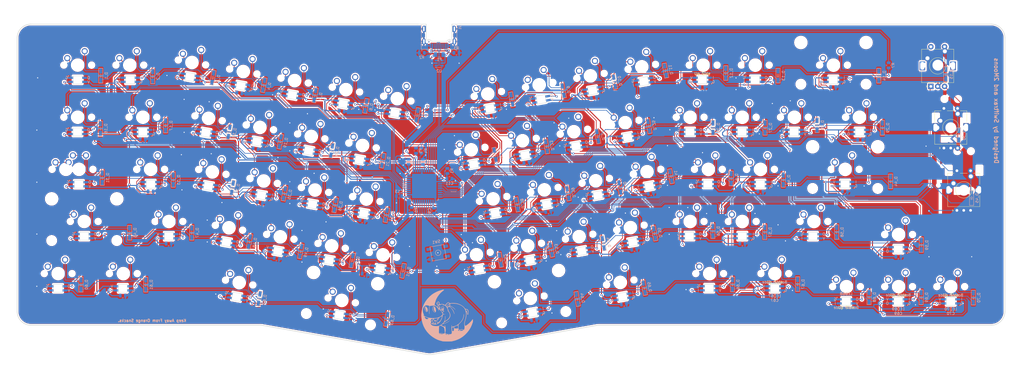
<source format=kicad_pcb>
(kicad_pcb (version 20200119) (host pcbnew "(5.99.0-1351-gc977addfa)")
  (layers (0 "F.Cu" signal) (31 "B.Cu" signal) (34 "B.Paste" user) (35 "F.Paste" user) (36 "B.SilkS" user) (37 "F.SilkS" user) (38 "B.Mask" user) (39 "F.Mask" user) (44 "Edge.Cuts" user))
  (net 0 "")
  (net 1 "col0")
  (net 2 "col1")
  (net 3 "col2")
  (net 4 "col3")
  (net 5 "col5")
  (net 6 "col6")
  (net 7 "col7")
  (net 8 "col8")
  (net 9 "col9")
  (net 10 "col10")
  (net 11 "col11")
  (net 12 "col12")
  (net 13 "col13")
  (net 14 "row0")
  (net 15 "row1")
  (net 16 "row2")
  (net 17 "row3")
  (net 18 "row4")
  (net 19 "Net-(D_1-Pad2)")
  (net 20 "Net-(D_33-Pad2)")
  (net 21 "Net-(D_34-Pad2)")
  (net 22 "Net-(D_35-Pad2)")
  (net 23 "Net-(D_36-Pad2)")
  (net 24 "Net-(D_51-Pad2)")
  (net 25 "Net-(D_52-Pad2)")
  (net 26 "Net-(D_53-Pad2)")
  (net 27 "Net-(D_54-Pad2)")
  (net 28 "Net-(D_2-Pad2)")
  (net 29 "Net-(D_3-Pad2)")
  (net 30 "Net-(D_4-Pad2)")
  (net 31 "Net-(D_5-Pad2)")
  (net 32 "Net-(D_6-Pad2)")
  (net 33 "Net-(D_7-Pad2)")
  (net 34 "Net-(D_37-Pad2)")
  (net 35 "Net-(D_38-Pad2)")
  (net 36 "Net-(D_39-Pad2)")
  (net 37 "Net-(D_40-Pad2)")
  (net 38 "Net-(D_55-Pad2)")
  (net 39 "Net-(D_56-Pad2)")
  (net 40 "Net-(D_57-Pad2)")
  (net 41 "Net-(D_58-Pad2)")
  (net 42 "Net-(D_8-Pad2)")
  (net 43 "Net-(D_9-Pad2)")
  (net 44 "Net-(D_10-Pad2)")
  (net 45 "Net-(D_11-Pad2)")
  (net 46 "Net-(D_12-Pad2)")
  (net 47 "Net-(D_13-Pad2)")
  (net 48 "Net-(D_14-Pad2)")
  (net 49 "Net-(D_41-Pad2)")
  (net 50 "Net-(D_42-Pad2)")
  (net 51 "Net-(D_43-Pad2)")
  (net 52 "Net-(D_59-Pad2)")
  (net 53 "Net-(D_60-Pad2)")
  (net 54 "Net-(D_61-Pad2)")
  (net 55 "Net-(D_62-Pad2)")
  (net 56 "Net-(D_16-Pad2)")
  (net 57 "Net-(D_17-Pad2)")
  (net 58 "Net-(D_18-Pad2)")
  (net 59 "Net-(D_19-Pad2)")
  (net 60 "Net-(D_20-Pad2)")
  (net 61 "Net-(D_46-Pad2)")
  (net 62 "Net-(D_47-Pad2)")
  (net 63 "Net-(D_48-Pad2)")
  (net 64 "Net-(D_63-Pad2)")
  (net 65 "Net-(D_64-Pad2)")
  (net 66 "Net-(D_65-Pad2)")
  (net 67 "Net-(D_66-Pad2)")
  (net 68 "Net-(D_21-Pad2)")
  (net 69 "Net-(D_22-Pad2)")
  (net 70 "Net-(D_23-Pad2)")
  (net 71 "Net-(D_24-Pad2)")
  (net 72 "Net-(D_25-Pad2)")
  (net 73 "Net-(D_26-Pad2)")
  (net 74 "Net-(D_49-Pad2)")
  (net 75 "Net-(D_50-Pad2)")
  (net 76 "Net-(D_67-Pad2)")
  (net 77 "Net-(D_68-Pad2)")
  (net 78 "Net-(D_27-Pad2)")
  (net 79 "Net-(D_28-Pad2)")
  (net 80 "Net-(D_29-Pad2)")
  (net 81 "Net-(D_31-Pad2)")
  (net 82 "col4")
  (net 83 "Net-(D_69-Pad2)")
  (net 84 "GND")
  (net 85 "Net-(C1-Pad1)")
  (net 86 "+5V")
  (net 87 "VBUS")
  (net 88 "Net-(R1-Pad2)")
  (net 89 "D+")
  (net 90 "Net-(R4-Pad1)")
  (net 91 "D-")
  (net 92 "Net-(R5-Pad1)")
  (net 93 "Net-(R6-Pad2)")
  (net 94 "Net-(U1-Pad42)")
  (net 95 "Net-(U1-Pad17)")
  (net 96 "Net-(U1-Pad16)")
  (net 97 "Net-(U2-Pad4)")
  (net 98 "Net-(U2-Pad3)")
  (net 99 "Net-(J1-PadB8)")
  (net 100 "Net-(J1-PadA5)")
  (net 101 "Net-(J1-PadB5)")
  (net 102 "Net-(J1-PadA8)")
  (net 103 "0row")
  (net 104 "1row")
  (net 105 "2row")
  (net 106 "0col")
  (net 107 "ENC0A")
  (net 108 "ENCB")
  (net 109 "ENC1A")
  (net 110 "ENC2A")
  (net 111 "Net-(D_44-Pad2)")
  (net 112 "Net-(D_70-Pad2)")
  (net 113 "Net-(LED1-Pad2)")
  (net 114 "Net-(LED1-Pad4)")
  (net 115 "Net-(LED17-Pad4)")
  (net 116 "Net-(LED2-Pad4)")
  (net 117 "Net-(LED18-Pad2)")
  (net 118 "Net-(LED19-Pad4)")
  (net 119 "Net-(LED4-Pad4)")
  (net 120 "Net-(LED20-Pad2)")
  (net 121 "Net-(LED21-Pad4)")
  (net 122 "Net-(LED6-Pad4)")
  (net 123 "Net-(LED22-Pad2)")
  (net 124 "Net-(LED23-Pad4)")
  (net 125 "Net-(LED8-Pad4)")
  (net 126 "Net-(LED24-Pad2)")
  (net 127 "Net-(LED10-Pad2)")
  (net 128 "Net-(LED10-Pad4)")
  (net 129 "Net-(LED11-Pad4)")
  (net 130 "Net-(LED12-Pad2)")
  (net 131 "Net-(LED12-Pad4)")
  (net 132 "Net-(LED13-Pad4)")
  (net 133 "Net-(LED14-Pad2)")
  (net 134 "Net-(LED14-Pad4)")
  (net 135 "Net-(LED16-Pad4)")
  (net 136 "Net-(LED17-Pad2)")
  (net 137 "Net-(LED18-Pad4)")
  (net 138 "Net-(LED19-Pad2)")
  (net 139 "Net-(LED20-Pad4)")
  (net 140 "Net-(LED21-Pad2)")
  (net 141 "Net-(LED22-Pad4)")
  (net 142 "Net-(LED23-Pad2)")
  (net 143 "Net-(LED24-Pad4)")
  (net 144 "Net-(LED25-Pad2)")
  (net 145 "Net-(LED26-Pad4)")
  (net 146 "Net-(LED27-Pad2)")
  (net 147 "Net-(LED28-Pad4)")
  (net 148 "Net-(LED29-Pad2)")
  (net 149 "Net-(LED32-Pad4)")
  (net 150 "Net-(LED33-Pad2)")
  (net 151 "Net-(LED34-Pad4)")
  (net 152 "Net-(LED35-Pad2)")
  (net 153 "Net-(LED36-Pad4)")
  (net 154 "Net-(LED37-Pad2)")
  (net 155 "Net-(LED38-Pad4)")
  (net 156 "Net-(LED39-Pad2)")
  (net 157 "Net-(LED40-Pad4)")
  (net 158 "Net-(LED41-Pad2)")
  (net 159 "Net-(LED42-Pad4)")
  (net 160 "Net-(LED43-Pad2)")
  (net 161 "Net-(LED44-Pad2)")
  (net 162 "Net-(LED46-Pad4)")
  (net 163 "Net-(LED47-Pad2)")
  (net 164 "Net-(LED48-Pad4)")
  (net 165 "Net-(LED49-Pad2)")
  (net 166 "Net-(LED50-Pad4)")
  (net 167 "Net-(LED51-Pad2)")
  (net 168 "Net-(LED52-Pad4)")
  (net 169 "Net-(LED53-Pad2)")
  (net 170 "Net-(LED54-Pad4)")
  (net 171 "Net-(LED55-Pad2)")
  (net 172 "Net-(LED56-Pad4)")
  (net 173 "Net-(LED57-Pad2)")
  (net 174 "Net-(LED58-Pad4)")
  (net 175 "Net-(LED59-Pad2)")
  (net 176 "Net-(LED60-Pad4)")
  (net 177 "Net-(LED66-Pad4)")
  (net 178 "Net-(LED68-Pad4)")
  (net 179 "Net-(LED69-Pad2)")
  (net 180 "LED")
  (module "MX_Only:MXOnly-1U-NoLED" (layer "F.Cu") (at 360.708721 75.336821)
    (fp_text reference "K_45")
    (fp_text value "KEYSW")
    (pad "2" thru_hole circle (at 2.54 -5.08) (size 2.25 2.25) (drill 1.47) (layers *.Cu "B.Mask") (net 105 "2row"))
    (pad "" np_thru_hole circle (at 0 0) (size 3.9878 3.9878) (drill 3.9878) (layers *.Cu *.Mask))
    (pad "1" thru_hole circle (at -3.81 -2.54) (size 2.25 2.25) (drill 1.47) (layers *.Cu "B.Mask") (net 106 "0col"))
    (pad "" np_thru_hole circle (at -5.08 0 48.0996) (size 1.75 1.75) (drill 1.75) (layers *.Cu *.Mask))
    (pad "" np_thru_hole circle (at 5.08 0 48.0996) (size 1.75 1.75) (drill 1.75) (layers *.Cu *.Mask))
  )
  (module "MX_Only:MXOnly-1U-NoLED" (layer "F.Cu") (at 355.933521 52.476821)
    (fp_text reference "K_30")
    (fp_text value "KEYSW")
    (pad "2" thru_hole circle (at 2.54 -5.08) (size 2.25 2.25) (drill 1.47) (layers *.Cu "B.Mask") (net 104 "1row"))
    (pad "" np_thru_hole circle (at 0 0) (size 3.9878 3.9878) (drill 3.9878) (layers *.Cu *.Mask))
    (pad "1" thru_hole circle (at -3.81 -2.54) (size 2.25 2.25) (drill 1.47) (layers *.Cu "B.Mask") (net 106 "0col"))
    (pad "" np_thru_hole circle (at -5.08 0 48.0996) (size 1.75 1.75) (drill 1.75) (layers *.Cu *.Mask))
    (pad "" np_thru_hole circle (at 5.08 0 48.0996) (size 1.75 1.75) (drill 1.75) (layers *.Cu *.Mask))
  )
  (module "MX_Only:MXOnly-1U-NoLED" (layer "F.Cu") (at 351.209121 29.616821)
    (fp_text reference "K_15")
    (fp_text value "KEYSW")
    (pad "2" thru_hole circle (at 2.54 -5.08) (size 2.25 2.25) (drill 1.47) (layers *.Cu "B.Mask") (net 103 "0row"))
    (pad "" np_thru_hole circle (at 0 0) (size 3.9878 3.9878) (drill 3.9878) (layers *.Cu *.Mask))
    (pad "1" thru_hole circle (at -3.81 -2.54) (size 2.25 2.25) (drill 1.47) (layers *.Cu "B.Mask") (net 106 "0col"))
    (pad "" np_thru_hole circle (at -5.08 0 48.0996) (size 1.75 1.75) (drill 1.75) (layers *.Cu *.Mask))
    (pad "" np_thru_hole circle (at 5.08 0 48.0996) (size 1.75 1.75) (drill 1.75) (layers *.Cu *.Mask))
  )
  (module "kbd:D_SOD-123_copy" (layer "B.Cu") (at 364.168201 114.574741 90)
    (fp_text reference "D_70" (at 0 2 90) (layer "B.SilkS") (effects (justify mirror)))
    (fp_text value "D")
    (pad "1" smd rect (at -1.775 0 90) (size 2 1) (layers "B.Cu" "B.Paste" "B.Mask") (net 18 "row4"))
    (pad "2" smd rect (at 1.775 0 90) (size 2 1) (layers "B.Cu" "B.Paste" "B.Mask") (net 112 "Net-(D_70-Pad2)"))
  )
  (module "kbd:D_SOD-123_copy" (layer "B.Cu") (at 345.075021 114.462981 90)
    (fp_text reference "D_69" (at 0 2 90) (layer "B.SilkS") (effects (justify mirror)))
    (fp_text value "D")
    (pad "1" smd rect (at -1.775 0 90) (size 2 1) (layers "B.Cu" "B.Paste" "B.Mask") (net 18 "row4"))
    (pad "2" smd rect (at 1.775 0 90) (size 2 1) (layers "B.Cu" "B.Paste" "B.Mask") (net 83 "Net-(D_69-Pad2)"))
  )
  (module "kbd:D_SOD-123_copy" (layer "B.Cu") (at 326.040261 114.379161 90)
    (fp_text reference "D_68" (at 0 2 90) (layer "B.SilkS") (effects (justify mirror)))
    (fp_text value "D")
    (pad "1" smd rect (at -1.775 0 90) (size 2 1) (layers "B.Cu" "B.Paste" "B.Mask") (net 18 "row4"))
    (pad "2" smd rect (at 1.775 0 90) (size 2 1) (layers "B.Cu" "B.Paste" "B.Mask") (net 77 "Net-(D_68-Pad2)"))
  )
  (module "kbd:D_SOD-123_copy" (layer "B.Cu") (at 299.939221 109.629361 90)
    (fp_text reference "D_67" (at 0 2 90) (layer "B.SilkS") (effects (justify mirror)))
    (fp_text value "D")
    (pad "1" smd rect (at -1.775 0 90) (size 2 1) (layers "B.Cu" "B.Paste" "B.Mask") (net 18 "row4"))
    (pad "2" smd rect (at 1.775 0 90) (size 2 1) (layers "B.Cu" "B.Paste" "B.Mask") (net 76 "Net-(D_67-Pad2)"))
  )
  (module "kbd:D_SOD-123_copy" (layer "B.Cu") (at 276.144501 109.763981 90)
    (fp_text reference "D_66" (at 0 2 90) (layer "B.SilkS") (effects (justify mirror)))
    (fp_text value "D")
    (pad "1" smd rect (at -1.775 0 90) (size 2 1) (layers "B.Cu" "B.Paste" "B.Mask") (net 18 "row4"))
    (pad "2" smd rect (at 1.775 0 90) (size 2 1) (layers "B.Cu" "B.Paste" "B.Mask") (net 67 "Net-(D_66-Pad2)"))
  )
  (module "kbd:D_SOD-123_copy" (layer "B.Cu") (at 243.876341 111.006041 100)
    (fp_text reference "D_65" (at 0 2 100) (layer "B.SilkS") (effects (justify mirror)))
    (fp_text value "D")
    (pad "1" smd rect (at -1.775 0 100) (size 2 1) (layers "B.Cu" "B.Paste" "B.Mask") (net 18 "row4"))
    (pad "2" smd rect (at 1.775 0 100) (size 2 1) (layers "B.Cu" "B.Paste" "B.Mask") (net 66 "Net-(D_65-Pad2)"))
  )
  (module "kbd:D_SOD-123_copy" (layer "B.Cu") (at 219.362801 115.052261 100)
    (fp_text reference "D_64" (at 0 2 100) (layer "B.SilkS") (effects (justify mirror)))
    (fp_text value "D")
    (pad "1" smd rect (at -1.775 0 100) (size 2 1) (layers "B.Cu" "B.Paste" "B.Mask") (net 18 "row4"))
    (pad "2" smd rect (at 1.775 0 100) (size 2 1) (layers "B.Cu" "B.Paste" "B.Mask") (net 65 "Net-(D_64-Pad2)"))
  )
  (module "kbd:D_SOD-123_copy" (layer "B.Cu") (at 149.825221 122.415721 80)
    (fp_text reference "D_63" (at 0 2 80) (layer "B.SilkS") (effects (justify mirror)))
    (fp_text value "D")
    (pad "1" smd rect (at -1.775 0 80) (size 2 1) (layers "B.Cu" "B.Paste" "B.Mask") (net 18 "row4"))
    (pad "2" smd rect (at 1.775 0 80) (size 2 1) (layers "B.Cu" "B.Paste" "B.Mask") (net 64 "Net-(D_63-Pad2)"))
  )
  (module "kbd:D_SOD-123_copy" (layer "B.Cu") (at 103.152721 114.922721 80)
    (fp_text reference "D_62" (at 0 2 80) (layer "B.SilkS") (effects (justify mirror)))
    (fp_text value "D")
    (pad "1" smd rect (at -1.775 0 80) (size 2 1) (layers "B.Cu" "B.Paste" "B.Mask") (net 18 "row4"))
    (pad "2" smd rect (at 1.775 0 80) (size 2 1) (layers "B.Cu" "B.Paste" "B.Mask") (net 55 "Net-(D_62-Pad2)"))
  )
  (module "kbd:D_SOD-123_copy" (layer "B.Cu") (at 61.687221 109.842721 90)
    (fp_text reference "D_61" (at 0 2 90) (layer "B.SilkS") (effects (justify mirror)))
    (fp_text value "D")
    (pad "1" smd rect (at -1.775 0 90) (size 2 1) (layers "B.Cu" "B.Paste" "B.Mask") (net 18 "row4"))
    (pad "2" smd rect (at 1.775 0 90) (size 2 1) (layers "B.Cu" "B.Paste" "B.Mask") (net 54 "Net-(D_61-Pad2)"))
  )
  (module "kbd:D_SOD-123_copy" (layer "B.Cu") (at 38.001721 109.830021 90)
    (fp_text reference "D_60" (at 0 2 90) (layer "B.SilkS") (effects (justify mirror)))
    (fp_text value "D")
    (pad "1" smd rect (at -1.775 0 90) (size 2 1) (layers "B.Cu" "B.Paste" "B.Mask") (net 18 "row4"))
    (pad "2" smd rect (at 1.775 0 90) (size 2 1) (layers "B.Cu" "B.Paste" "B.Mask") (net 53 "Net-(D_60-Pad2)"))
  )
  (module "kbd:D_SOD-123_copy" (layer "B.Cu") (at 345.161381 95.339321 90)
    (fp_text reference "D_59" (at 0 2 90) (layer "B.SilkS") (effects (justify mirror)))
    (fp_text value "D")
    (pad "1" smd rect (at -1.775 0 90) (size 2 1) (layers "B.Cu" "B.Paste" "B.Mask") (net 17 "row3"))
    (pad "2" smd rect (at 1.775 0 90) (size 2 1) (layers "B.Cu" "B.Paste" "B.Mask") (net 52 "Net-(D_59-Pad2)"))
  )
  (module "kbd:D_SOD-123_copy" (layer "B.Cu") (at 314.201321 90.594601 90)
    (fp_text reference "D_58" (at 0 2 90) (layer "B.SilkS") (effects (justify mirror)))
    (fp_text value "D")
    (pad "1" smd rect (at -1.775 0 90) (size 2 1) (layers "B.Cu" "B.Paste" "B.Mask") (net 17 "row3"))
    (pad "2" smd rect (at 1.775 0 90) (size 2 1) (layers "B.Cu" "B.Paste" "B.Mask") (net 41 "Net-(D_58-Pad2)"))
  )
  (module "kbd:D_SOD-123_copy" (layer "B.Cu") (at 287.927561 90.612381 90)
    (fp_text reference "D_57" (at 0 2 90) (layer "B.SilkS") (effects (justify mirror)))
    (fp_text value "D")
    (pad "1" smd rect (at -1.775 0 90) (size 2 1) (layers "B.Cu" "B.Paste" "B.Mask") (net 17 "row3"))
    (pad "2" smd rect (at 1.775 0 90) (size 2 1) (layers "B.Cu" "B.Paste" "B.Mask") (net 40 "Net-(D_57-Pad2)"))
  )
  (module "kbd:D_SOD-123_copy" (layer "B.Cu") (at 268.971541 90.236461 90)
    (fp_text reference "D_56" (at 0 2 90) (layer "B.SilkS") (effects (justify mirror)))
    (fp_text value "D")
    (pad "1" smd rect (at -1.775 0 90) (size 2 1) (layers "B.Cu" "B.Paste" "B.Mask") (net 17 "row3"))
    (pad "2" smd rect (at 1.775 0 90) (size 2 1) (layers "B.Cu" "B.Paste" "B.Mask") (net 39 "Net-(D_56-Pad2)"))
  )
  (module "kbd:D_SOD-123_copy" (layer "B.Cu") (at 247.640621 91.122921 100)
    (fp_text reference "D_55" (at 0 2 100) (layer "B.SilkS") (effects (justify mirror)))
    (fp_text value "D")
    (pad "1" smd rect (at -1.775 0 100) (size 2 1) (layers "B.Cu" "B.Paste" "B.Mask") (net 17 "row3"))
    (pad "2" smd rect (at 1.775 0 100) (size 2 1) (layers "B.Cu" "B.Paste" "B.Mask") (net 38 "Net-(D_55-Pad2)"))
  )
  (module "kbd:D_SOD-123_copy" (layer "B.Cu") (at 228.905581 94.706861 100)
    (fp_text reference "D_54" (at 0 2 100) (layer "B.SilkS") (effects (justify mirror)))
    (fp_text value "D")
    (pad "1" smd rect (at -1.775 0 100) (size 2 1) (layers "B.Cu" "B.Paste" "B.Mask") (net 17 "row3"))
    (pad "2" smd rect (at 1.775 0 100) (size 2 1) (layers "B.Cu" "B.Paste" "B.Mask") (net 27 "Net-(D_54-Pad2)"))
  )
  (module "kbd:D_SOD-123_copy" (layer "B.Cu") (at 209.893681 97.074141 100)
    (fp_text reference "D_53" (at 0 2 100) (layer "B.SilkS") (effects (justify mirror)))
    (fp_text value "D")
    (pad "1" smd rect (at -1.775 0 100) (size 2 1) (layers "B.Cu" "B.Paste" "B.Mask") (net 17 "row3"))
    (pad "2" smd rect (at 1.775 0 100) (size 2 1) (layers "B.Cu" "B.Paste" "B.Mask") (net 26 "Net-(D_53-Pad2)"))
  )
  (module "kbd:D_SOD-123_copy" (layer "B.Cu") (at 191.270401 100.767301 100)
    (fp_text reference "D_52" (at 0 2 100) (layer "B.SilkS") (effects (justify mirror)))
    (fp_text value "D")
    (pad "1" smd rect (at -1.775 0 100) (size 2 1) (layers "B.Cu" "B.Paste" "B.Mask") (net 17 "row3"))
    (pad "2" smd rect (at 1.775 0 100) (size 2 1) (layers "B.Cu" "B.Paste" "B.Mask") (net 25 "Net-(D_52-Pad2)"))
  )
  (module "kbd:D_SOD-123_copy" (layer "B.Cu") (at 155.730721 104.762721 80)
    (fp_text reference "D_51" (at 0 2 80) (layer "B.SilkS") (effects (justify mirror)))
    (fp_text value "D")
    (pad "1" smd rect (at -1.775 0 80) (size 2 1) (layers "B.Cu" "B.Paste" "B.Mask") (net 17 "row3"))
    (pad "2" smd rect (at 1.775 0 80) (size 2 1) (layers "B.Cu" "B.Paste" "B.Mask") (net 24 "Net-(D_51-Pad2)"))
  )
  (module "kbd:D_SOD-123_copy" (layer "B.Cu") (at 137.104901 100.940021 80)
    (fp_text reference "D_50" (at 0 2 80) (layer "B.SilkS") (effects (justify mirror)))
    (fp_text value "D")
    (pad "1" smd rect (at -1.775 0 80) (size 2 1) (layers "B.Cu" "B.Paste" "B.Mask") (net 17 "row3"))
    (pad "2" smd rect (at 1.775 0 80) (size 2 1) (layers "B.Cu" "B.Paste" "B.Mask") (net 75 "Net-(D_50-Pad2)"))
  )
  (module "kbd:D_SOD-123_copy" (layer "B.Cu") (at 118.321601 97.630401 80)
    (fp_text reference "D_49" (at 0 2 80) (layer "B.SilkS") (effects (justify mirror)))
    (fp_text value "D")
    (pad "1" smd rect (at -1.775 0 80) (size 2 1) (layers "B.Cu" "B.Paste" "B.Mask") (net 17 "row3"))
    (pad "2" smd rect (at 1.775 0 80) (size 2 1) (layers "B.Cu" "B.Paste" "B.Mask") (net 74 "Net-(D_49-Pad2)"))
  )
  (module "kbd:D_SOD-123_copy" (layer "B.Cu") (at 99.573861 94.127741 80)
    (fp_text reference "D_48" (at 0 2 80) (layer "B.SilkS") (effects (justify mirror)))
    (fp_text value "D")
    (pad "1" smd rect (at -1.775 0 80) (size 2 1) (layers "B.Cu" "B.Paste" "B.Mask") (net 17 "row3"))
    (pad "2" smd rect (at 1.775 0 80) (size 2 1) (layers "B.Cu" "B.Paste" "B.Mask") (net 63 "Net-(D_48-Pad2)"))
  )
  (module "kbd:D_SOD-123_copy" (layer "B.Cu") (at 78.514721 90.856221 90)
    (fp_text reference "D_47" (at 0 2 90) (layer "B.SilkS") (effects (justify mirror)))
    (fp_text value "D")
    (pad "1" smd rect (at -1.775 0 90) (size 2 1) (layers "B.Cu" "B.Paste" "B.Mask") (net 17 "row3"))
    (pad "2" smd rect (at 1.775 0 90) (size 2 1) (layers "B.Cu" "B.Paste" "B.Mask") (net 62 "Net-(D_47-Pad2)"))
  )
  (module "kbd:D_SOD-123_copy" (layer "B.Cu") (at 55.781721 90.839767 90)
    (fp_text reference "D_46" (at 0 2 90) (layer "B.SilkS") (effects (justify mirror)))
    (fp_text value "D")
    (pad "1" smd rect (at -1.775 0 90) (size 2 1) (layers "B.Cu" "B.Paste" "B.Mask") (net 17 "row3"))
    (pad "2" smd rect (at 1.775 0 90) (size 2 1) (layers "B.Cu" "B.Paste" "B.Mask") (net 61 "Net-(D_46-Pad2)"))
  )
  (module "kbd:D_SOD-123_copy" (layer "B.Cu") (at 363.520411 78.170271 90)
    (fp_text reference "D_45" (at 0 2 90) (layer "B.SilkS") (effects (justify mirror)))
    (fp_text value "D")
    (pad "1" smd rect (at -1.775 0 90) (size 2 1) (layers "B.Cu" "B.Paste" "B.Mask") (net 16 "row2"))
    (pad "2" smd rect (at 1.775 0 90) (size 2 1) (layers "B.Cu" "B.Paste" "B.Mask") (net 105 "2row"))
  )
  (module "kbd:D_SOD-123_copy" (layer "B.Cu") (at 333.896481 72.088161 90)
    (fp_text reference "D_44" (at 0 2 90) (layer "B.SilkS") (effects (justify mirror)))
    (fp_text value "D")
    (pad "1" smd rect (at -1.775 0 90) (size 2 1) (layers "B.Cu" "B.Paste" "B.Mask") (net 16 "row2"))
    (pad "2" smd rect (at 1.775 0 90) (size 2 1) (layers "B.Cu" "B.Paste" "B.Mask") (net 111 "Net-(D_44-Pad2)"))
  )
  (module "kbd:D_SOD-123_copy" (layer "B.Cu") (at 294.691581 71.521741 90)
    (fp_text reference "D_43" (at 0 2 90) (layer "B.SilkS") (effects (justify mirror)))
    (fp_text value "D")
    (pad "1" smd rect (at -1.775 0 90) (size 2 1) (layers "B.Cu" "B.Paste" "B.Mask") (net 16 "row2"))
    (pad "2" smd rect (at 1.775 0 90) (size 2 1) (layers "B.Cu" "B.Paste" "B.Mask") (net 51 "Net-(D_43-Pad2)"))
  )
  (module "kbd:D_SOD-123_copy" (layer "B.Cu") (at 275.633961 71.011201 90)
    (fp_text reference "D_42" (at 0 2 90) (layer "B.SilkS") (effects (justify mirror)))
    (fp_text value "D")
    (pad "1" smd rect (at -1.775 0 90) (size 2 1) (layers "B.Cu" "B.Paste" "B.Mask") (net 16 "row2"))
    (pad "2" smd rect (at 1.775 0 90) (size 2 1) (layers "B.Cu" "B.Paste" "B.Mask") (net 50 "Net-(D_42-Pad2)"))
  )
  (module "kbd:D_SOD-123_copy" (layer "B.Cu") (at 253.635021 70.193321 100)
    (fp_text reference "D_41" (at 0 2 100) (layer "B.SilkS") (effects (justify mirror)))
    (fp_text value "D")
    (pad "1" smd rect (at -1.775 0 100) (size 2 1) (layers "B.Cu" "B.Paste" "B.Mask") (net 16 "row2"))
    (pad "2" smd rect (at 1.775 0 100) (size 2 1) (layers "B.Cu" "B.Paste" "B.Mask") (net 49 "Net-(D_41-Pad2)"))
  )
  (module "kbd:D_SOD-123_copy" (layer "B.Cu") (at 234.988881 74.320821 100)
    (fp_text reference "D_40" (at 0 2 100) (layer "B.SilkS") (effects (justify mirror)))
    (fp_text value "D")
    (pad "1" smd rect (at -1.775 0 100) (size 2 1) (layers "B.Cu" "B.Paste" "B.Mask") (net 16 "row2"))
    (pad "2" smd rect (at 1.775 0 100) (size 2 1) (layers "B.Cu" "B.Paste" "B.Mask") (net 37 "Net-(D_40-Pad2)"))
  )
  (module "kbd:D_SOD-123_copy" (layer "B.Cu") (at 215.984601 76.505221 100)
    (fp_text reference "D_39" (at 0 2 100) (layer "B.SilkS") (effects (justify mirror)))
    (fp_text value "D")
    (pad "1" smd rect (at -1.775 0 100) (size 2 1) (layers "B.Cu" "B.Paste" "B.Mask") (net 16 "row2"))
    (pad "2" smd rect (at 1.775 0 100) (size 2 1) (layers "B.Cu" "B.Paste" "B.Mask") (net 36 "Net-(D_39-Pad2)"))
  )
  (module "kbd:D_SOD-123_copy" (layer "B.Cu") (at 197.389261 80.526041 100)
    (fp_text reference "D_38" (at 0 2 100) (layer "B.SilkS") (effects (justify mirror)))
    (fp_text value "D")
    (pad "1" smd rect (at -1.775 0 100) (size 2 1) (layers "B.Cu" "B.Paste" "B.Mask") (net 16 "row2"))
    (pad "2" smd rect (at 1.775 0 100) (size 2 1) (layers "B.Cu" "B.Paste" "B.Mask") (net 35 "Net-(D_38-Pad2)"))
  )
  (module "kbd:D_SOD-123_copy" (layer "B.Cu") (at 149.634721 84.379221 80)
    (fp_text reference "D_37" (at 0 2 80) (layer "B.SilkS") (effects (justify mirror)))
    (fp_text value "D")
    (pad "1" smd rect (at -1.775 0 80) (size 2 1) (layers "B.Cu" "B.Paste" "B.Mask") (net 16 "row2"))
    (pad "2" smd rect (at 1.775 0 80) (size 2 1) (layers "B.Cu" "B.Paste" "B.Mask") (net 34 "Net-(D_37-Pad2)"))
  )
  (module "kbd:D_SOD-123_copy" (layer "B.Cu") (at 130.902221 80.759721 80)
    (fp_text reference "D_36" (at 0 2 80) (layer "B.SilkS") (effects (justify mirror)))
    (fp_text value "D")
    (pad "1" smd rect (at -1.775 0 80) (size 2 1) (layers "B.Cu" "B.Paste" "B.Mask") (net 16 "row2"))
    (pad "2" smd rect (at 1.775 0 80) (size 2 1) (layers "B.Cu" "B.Paste" "B.Mask") (net 23 "Net-(D_36-Pad2)"))
  )
  (module "kbd:D_SOD-123_copy" (layer "B.Cu") (at 112.362761 76.535701 80)
    (fp_text reference "D_35" (at 0 2 80) (layer "B.SilkS") (effects (justify mirror)))
    (fp_text value "D")
    (pad "1" smd rect (at -1.775 0 80) (size 2 1) (layers "B.Cu" "B.Paste" "B.Mask") (net 16 "row2"))
    (pad "2" smd rect (at 1.775 0 80) (size 2 1) (layers "B.Cu" "B.Paste" "B.Mask") (net 22 "Net-(D_35-Pad2)"))
  )
  (module "kbd:D_SOD-123_copy" (layer "B.Cu") (at 93.373721 74.409721 80)
    (fp_text reference "D_34" (at 0 2 80) (layer "B.SilkS") (effects (justify mirror)))
    (fp_text value "D")
    (pad "1" smd rect (at -1.775 0 80) (size 2 1) (layers "B.Cu" "B.Paste" "B.Mask") (net 16 "row2"))
    (pad "2" smd rect (at 1.775 0 80) (size 2 1) (layers "B.Cu" "B.Paste" "B.Mask") (net 21 "Net-(D_34-Pad2)"))
  )
  (module "kbd:D_SOD-123_copy" (layer "B.Cu") (at 71.722761 71.516661 90)
    (fp_text reference "D_33" (at 0 2 90) (layer "B.SilkS") (effects (justify mirror)))
    (fp_text value "D")
    (pad "1" smd rect (at -1.775 0 90) (size 2 1) (layers "B.Cu" "B.Paste" "B.Mask") (net 16 "row2"))
    (pad "2" smd rect (at 1.775 0 90) (size 2 1) (layers "B.Cu" "B.Paste" "B.Mask") (net 20 "Net-(D_33-Pad2)"))
  )
  (module "kbd:D_SOD-123_copy" (layer "B.Cu") (at 45.763961 70.777521 90)
    (fp_text reference "D_31" (at 0 2 90) (layer "B.SilkS") (effects (justify mirror)))
    (fp_text value "D")
    (pad "1" smd rect (at -1.775 0 90) (size 2 1) (layers "B.Cu" "B.Paste" "B.Mask") (net 16 "row2"))
    (pad "2" smd rect (at 1.775 0 90) (size 2 1) (layers "B.Cu" "B.Paste" "B.Mask") (net 81 "Net-(D_31-Pad2)"))
  )
  (module "kbd:D_SOD-123_copy" (layer "B.Cu") (at 358.829121 55.220021 90)
    (fp_text reference "D_30" (at 0 2 90) (layer "B.SilkS") (effects (justify mirror)))
    (fp_text value "D")
    (pad "1" smd rect (at -1.775 0 90) (size 2 1) (layers "B.Cu" "B.Paste" "B.Mask") (net 15 "row1"))
    (pad "2" smd rect (at 1.775 0 90) (size 2 1) (layers "B.Cu" "B.Paste" "B.Mask") (net 104 "1row"))
  )
  (module "kbd:D_SOD-123_copy" (layer "B.Cu") (at 330.899281 52.486981 90)
    (fp_text reference "D_29" (at 0 2 90) (layer "B.SilkS") (effects (justify mirror)))
    (fp_text value "D")
    (pad "1" smd rect (at -1.775 0 90) (size 2 1) (layers "B.Cu" "B.Paste" "B.Mask") (net 15 "row1"))
    (pad "2" smd rect (at 1.775 0 90) (size 2 1) (layers "B.Cu" "B.Paste" "B.Mask") (net 80 "Net-(D_29-Pad2)"))
  )
  (module "kbd:D_SOD-123_copy" (layer "B.Cu") (at 307.051221 51.544641 90)
    (fp_text reference "D_28" (at 0 2 90) (layer "B.SilkS") (effects (justify mirror)))
    (fp_text value "D")
    (pad "1" smd rect (at -1.775 0 90) (size 2 1) (layers "B.Cu" "B.Paste" "B.Mask") (net 15 "row1"))
    (pad "2" smd rect (at 1.775 0 90) (size 2 1) (layers "B.Cu" "B.Paste" "B.Mask") (net 79 "Net-(D_28-Pad2)"))
  )
  (module "kbd:D_SOD-123_copy" (layer "B.Cu") (at 288.024081 52.479361 90)
    (fp_text reference "D_27" (at 0 2 90) (layer "B.SilkS") (effects (justify mirror)))
    (fp_text value "D")
    (pad "1" smd rect (at -1.775 0 90) (size 2 1) (layers "B.Cu" "B.Paste" "B.Mask") (net 15 "row1"))
    (pad "2" smd rect (at 1.775 0 90) (size 2 1) (layers "B.Cu" "B.Paste" "B.Mask") (net 78 "Net-(D_27-Pad2)"))
  )
  (module "kbd:D_SOD-123_copy" (layer "B.Cu") (at 268.991861 52.476821 90)
    (fp_text reference "D_26" (at 0 2 90) (layer "B.SilkS") (effects (justify mirror)))
    (fp_text value "D")
    (pad "1" smd rect (at -1.775 0 90) (size 2 1) (layers "B.Cu" "B.Paste" "B.Mask") (net 15 "row1"))
    (pad "2" smd rect (at 1.775 0 90) (size 2 1) (layers "B.Cu" "B.Paste" "B.Mask") (net 73 "Net-(D_26-Pad2)"))
  )
  (module "kbd:D_SOD-123_copy" (layer "B.Cu") (at 245.540041 51.915481 100)
    (fp_text reference "D_25" (at 0 2 100) (layer "B.SilkS") (effects (justify mirror)))
    (fp_text value "D")
    (pad "1" smd rect (at -1.775 0 100) (size 2 1) (layers "B.Cu" "B.Paste" "B.Mask") (net 15 "row1"))
    (pad "2" smd rect (at 1.775 0 100) (size 2 1) (layers "B.Cu" "B.Paste" "B.Mask") (net 72 "Net-(D_25-Pad2)"))
  )
  (module "kbd:D_SOD-123_copy" (layer "B.Cu") (at 226.843101 55.595941 100)
    (fp_text reference "D_24" (at 0 2 100) (layer "B.SilkS") (effects (justify mirror)))
    (fp_text value "D")
    (pad "1" smd rect (at -1.775 0 100) (size 2 1) (layers "B.Cu" "B.Paste" "B.Mask") (net 15 "row1"))
    (pad "2" smd rect (at 1.775 0 100) (size 2 1) (layers "B.Cu" "B.Paste" "B.Mask") (net 71 "Net-(D_24-Pad2)"))
  )
  (module "kbd:D_SOD-123_copy" (layer "B.Cu") (at 208.153781 59.296721 100)
    (fp_text reference "D_23" (at 0 2 100) (layer "B.SilkS") (effects (justify mirror)))
    (fp_text value "D")
    (pad "1" smd rect (at -1.775 0 100) (size 2 1) (layers "B.Cu" "B.Paste" "B.Mask") (net 15 "row1"))
    (pad "2" smd rect (at 1.775 0 100) (size 2 1) (layers "B.Cu" "B.Paste" "B.Mask") (net 70 "Net-(D_23-Pad2)"))
  )
  (module "kbd:D_SOD-123_copy" (layer "B.Cu") (at 189.362861 62.372661 100)
    (fp_text reference "D_22" (at 0 2 100) (layer "B.SilkS") (effects (justify mirror)))
    (fp_text value "D")
    (pad "1" smd rect (at -1.775 0 100) (size 2 1) (layers "B.Cu" "B.Paste" "B.Mask") (net 15 "row1"))
    (pad "2" smd rect (at 1.775 0 100) (size 2 1) (layers "B.Cu" "B.Paste" "B.Mask") (net 69 "Net-(D_22-Pad2)"))
  )
  (module "kbd:D_SOD-123_copy" (layer "B.Cu") (at 148.301221 64.503721 80)
    (fp_text reference "D_21" (at 0 2 80) (layer "B.SilkS") (effects (justify mirror)))
    (fp_text value "D")
    (pad "1" smd rect (at -1.775 0 80) (size 2 1) (layers "B.Cu" "B.Paste" "B.Mask") (net 15 "row1"))
    (pad "2" smd rect (at 1.775 0 80) (size 2 1) (layers "B.Cu" "B.Paste" "B.Mask") (net 68 "Net-(D_21-Pad2)"))
  )
  (module "kbd:D_SOD-123_copy" (layer "B.Cu") (at 129.647461 60.810561 80)
    (fp_text reference "D_20" (at 0 2 80) (layer "B.SilkS") (effects (justify mirror)))
    (fp_text value "D")
    (pad "1" smd rect (at -1.775 0 80) (size 2 1) (layers "B.Cu" "B.Paste" "B.Mask") (net 15 "row1"))
    (pad "2" smd rect (at 1.775 0 80) (size 2 1) (layers "B.Cu" "B.Paste" "B.Mask") (net 60 "Net-(D_20-Pad2)"))
  )
  (module "kbd:D_SOD-123_copy" (layer "B.Cu") (at 110.856541 57.559361 80)
    (fp_text reference "D_19" (at 0 2 80) (layer "B.SilkS") (effects (justify mirror)))
    (fp_text value "D")
    (pad "1" smd rect (at -1.775 0 80) (size 2 1) (layers "B.Cu" "B.Paste" "B.Mask") (net 15 "row1"))
    (pad "2" smd rect (at 1.775 0 80) (size 2 1) (layers "B.Cu" "B.Paste" "B.Mask") (net 59 "Net-(D_19-Pad2)"))
  )
  (module "kbd:D_SOD-123_copy" (layer "B.Cu") (at 92.146901 53.980501 80)
    (fp_text reference "D_18" (at 0 2 80) (layer "B.SilkS") (effects (justify mirror)))
    (fp_text value "D")
    (pad "1" smd rect (at -1.775 0 80) (size 2 1) (layers "B.Cu" "B.Paste" "B.Mask") (net 15 "row1"))
    (pad "2" smd rect (at 1.775 0 80) (size 2 1) (layers "B.Cu" "B.Paste" "B.Mask") (net 58 "Net-(D_18-Pad2)"))
  )
  (module "kbd:D_SOD-123_copy" (layer "B.Cu") (at 68.931301 51.671641 90)
    (fp_text reference "D_17" (at 0 2 90) (layer "B.SilkS") (effects (justify mirror)))
    (fp_text value "D")
    (pad "1" smd rect (at -1.775 0 90) (size 2 1) (layers "B.Cu" "B.Paste" "B.Mask") (net 15 "row1"))
    (pad "2" smd rect (at 1.775 0 90) (size 2 1) (layers "B.Cu" "B.Paste" "B.Mask") (net 57 "Net-(D_17-Pad2)"))
  )
  (module "kbd:D_SOD-123_copy" (layer "B.Cu") (at 45.113721 52.756221 90)
    (fp_text reference "D_16" (at 0 2 90) (layer "B.SilkS") (effects (justify mirror)))
    (fp_text value "D")
    (pad "1" smd rect (at -1.775 0 90) (size 2 1) (layers "B.Cu" "B.Paste" "B.Mask") (net 15 "row1"))
    (pad "2" smd rect (at 1.775 0 90) (size 2 1) (layers "B.Cu" "B.Paste" "B.Mask") (net 56 "Net-(D_16-Pad2)"))
  )
  (module "kbd:D_SOD-123_copy" (layer "B.Cu") (at 354.104721 32.862941 90)
    (fp_text reference "D_15" (at 0 2 90) (layer "B.SilkS") (effects (justify mirror)))
    (fp_text value "D")
    (pad "1" smd rect (at -1.775 0 90) (size 2 1) (layers "B.Cu" "B.Paste" "B.Mask") (net 14 "row0"))
    (pad "2" smd rect (at 1.775 0 90) (size 2 1) (layers "B.Cu" "B.Paste" "B.Mask") (net 103 "0row"))
  )
  (module "kbd:D_SOD-123_copy" (layer "B.Cu") (at 329.614041 33.449681 90)
    (fp_text reference "D_14" (at 0 2 90) (layer "B.SilkS") (effects (justify mirror)))
    (fp_text value "D")
    (pad "1" smd rect (at -1.775 0 90) (size 2 1) (layers "B.Cu" "B.Paste" "B.Mask") (net 14 "row0"))
    (pad "2" smd rect (at 1.775 0 90) (size 2 1) (layers "B.Cu" "B.Paste" "B.Mask") (net 48 "Net-(D_14-Pad2)"))
  )
  (module "kbd:D_SOD-123_copy" (layer "B.Cu") (at 292.771341 33.434441 90)
    (fp_text reference "D_13" (at 0 2 90) (layer "B.SilkS") (effects (justify mirror)))
    (fp_text value "D")
    (pad "1" smd rect (at -1.775 0 90) (size 2 1) (layers "B.Cu" "B.Paste" "B.Mask") (net 14 "row0"))
    (pad "2" smd rect (at 1.775 0 90) (size 2 1) (layers "B.Cu" "B.Paste" "B.Mask") (net 47 "Net-(D_13-Pad2)"))
  )
  (module "kbd:D_SOD-123_copy" (layer "B.Cu") (at 273.703561 32.476861 90)
    (fp_text reference "D_12" (at 0 2 90) (layer "B.SilkS") (effects (justify mirror)))
    (fp_text value "D")
    (pad "1" smd rect (at -1.775 0 90) (size 2 1) (layers "B.Cu" "B.Paste" "B.Mask") (net 14 "row0"))
    (pad "2" smd rect (at 1.775 0 90) (size 2 1) (layers "B.Cu" "B.Paste" "B.Mask") (net 46 "Net-(D_12-Pad2)"))
  )
  (module "kbd:D_SOD-123_copy" (layer "B.Cu") (at 251.618261 31.567541 100)
    (fp_text reference "D_11" (at 0 2 100) (layer "B.SilkS") (effects (justify mirror)))
    (fp_text value "D")
    (pad "1" smd rect (at -1.775 0 100) (size 2 1) (layers "B.Cu" "B.Paste" "B.Mask") (net 14 "row0"))
    (pad "2" smd rect (at 1.775 0 100) (size 2 1) (layers "B.Cu" "B.Paste" "B.Mask") (net 45 "Net-(D_11-Pad2)"))
  )
  (module "kbd:D_SOD-123_copy" (layer "B.Cu") (at 232.989901 35.705201 100)
    (fp_text reference "D_10" (at 0 2 100) (layer "B.SilkS") (effects (justify mirror)))
    (fp_text value "D")
    (pad "1" smd rect (at -1.775 0 100) (size 2 1) (layers "B.Cu" "B.Paste" "B.Mask") (net 14 "row0"))
    (pad "2" smd rect (at 1.775 0 100) (size 2 1) (layers "B.Cu" "B.Paste" "B.Mask") (net 44 "Net-(D_10-Pad2)"))
  )
  (module "kbd:D_SOD-123_copy" (layer "B.Cu") (at 214.224381 38.913221 100)
    (fp_text reference "D_9" (at 0 2 100) (layer "B.SilkS") (effects (justify mirror)))
    (fp_text value "D")
    (pad "1" smd rect (at -1.775 0 100) (size 2 1) (layers "B.Cu" "B.Paste" "B.Mask") (net 14 "row0"))
    (pad "2" smd rect (at 1.775 0 100) (size 2 1) (layers "B.Cu" "B.Paste" "B.Mask") (net 43 "Net-(D_9-Pad2)"))
  )
  (module "kbd:D_SOD-123_copy" (layer "B.Cu") (at 195.461401 42.113621 100)
    (fp_text reference "D_8" (at 0 2 100) (layer "B.SilkS") (effects (justify mirror)))
    (fp_text value "D")
    (pad "1" smd rect (at -1.775 0 100) (size 2 1) (layers "B.Cu" "B.Paste" "B.Mask") (net 14 "row0"))
    (pad "2" smd rect (at 1.775 0 100) (size 2 1) (layers "B.Cu" "B.Paste" "B.Mask") (net 42 "Net-(D_8-Pad2)"))
  )
  (module "kbd:D_SOD-123_copy" (layer "B.Cu") (at 160.874221 47.866721 80)
    (fp_text reference "D_7" (at 0 2 80) (layer "B.SilkS") (effects (justify mirror)))
    (fp_text value "D")
    (pad "1" smd rect (at -1.775 0 80) (size 2 1) (layers "B.Cu" "B.Paste" "B.Mask") (net 14 "row0"))
    (pad "2" smd rect (at 1.775 0 80) (size 2 1) (layers "B.Cu" "B.Paste" "B.Mask") (net 33 "Net-(D_7-Pad2)"))
  )
  (module "kbd:D_SOD-123_copy" (layer "B.Cu") (at 142.141721 44.501221 80)
    (fp_text reference "D_6" (at 0 2 80) (layer "B.SilkS") (effects (justify mirror)))
    (fp_text value "D")
    (pad "1" smd rect (at -1.775 0 80) (size 2 1) (layers "B.Cu" "B.Paste" "B.Mask") (net 14 "row0"))
    (pad "2" smd rect (at 1.775 0 80) (size 2 1) (layers "B.Cu" "B.Paste" "B.Mask") (net 32 "Net-(D_6-Pad2)"))
  )
  (module "kbd:D_SOD-123_copy" (layer "B.Cu") (at 123.526061 40.604861 80)
    (fp_text reference "D_5" (at 0 2 80) (layer "B.SilkS") (effects (justify mirror)))
    (fp_text value "D")
    (pad "1" smd rect (at -1.775 0 80) (size 2 1) (layers "B.Cu" "B.Paste" "B.Mask") (net 14 "row0"))
    (pad "2" smd rect (at 1.775 0 80) (size 2 1) (layers "B.Cu" "B.Paste" "B.Mask") (net 31 "Net-(D_5-Pad2)"))
  )
  (module "kbd:D_SOD-123_copy" (layer "B.Cu") (at 104.818961 36.901541 80)
    (fp_text reference "D_4" (at 0 2 80) (layer "B.SilkS") (effects (justify mirror)))
    (fp_text value "D")
    (pad "1" smd rect (at -1.775 0 80) (size 2 1) (layers "B.Cu" "B.Paste" "B.Mask") (net 14 "row0"))
    (pad "2" smd rect (at 1.775 0 80) (size 2 1) (layers "B.Cu" "B.Paste" "B.Mask") (net 30 "Net-(D_4-Pad2)"))
  )
  (module "kbd:D_SOD-123_copy" (layer "B.Cu") (at 86.200761 34.176121 80)
    (fp_text reference "D_3" (at 0 2 80) (layer "B.SilkS") (effects (justify mirror)))
    (fp_text value "D")
    (pad "1" smd rect (at -1.775 0 80) (size 2 1) (layers "B.Cu" "B.Paste" "B.Mask") (net 14 "row0"))
    (pad "2" smd rect (at 1.775 0 80) (size 2 1) (layers "B.Cu" "B.Paste" "B.Mask") (net 29 "Net-(D_3-Pad2)"))
  )
  (module "kbd:D_SOD-123_copy" (layer "B.Cu") (at 64.201821 33.688441 90)
    (fp_text reference "D_2" (at 0 2 90) (layer "B.SilkS") (effects (justify mirror)))
    (fp_text value "D")
    (pad "1" smd rect (at -1.775 0 90) (size 2 1) (layers "B.Cu" "B.Paste" "B.Mask") (net 14 "row0"))
    (pad "2" smd rect (at 1.775 0 90) (size 2 1) (layers "B.Cu" "B.Paste" "B.Mask") (net 28 "Net-(D_2-Pad2)"))
  )
  (module "kbd:D_SOD-123_copy" (layer "B.Cu") (at 45.255961 33.444601 90)
    (fp_text reference "D_1" (at 0 2 90) (layer "B.SilkS") (effects (justify mirror)))
    (fp_text value "D")
    (pad "1" smd rect (at -1.775 0 90) (size 2 1) (layers "B.Cu" "B.Paste" "B.Mask") (net 14 "row0"))
    (pad "2" smd rect (at 1.775 0 90) (size 2 1) (layers "B.Cu" "B.Paste" "B.Mask") (net 19 "Net-(D_1-Pad2)"))
  )
  (module "LOGO" (layer "B.Cu") (at 171.171381 120.924741 180)
    (fp_text reference "G***")
    (fp_text value "LOGO" hide)
  )
  (module "Capacitor_SMD:C_0805_2012Metric" (layer "B.Cu") (at 312.956721 37.643221)
    (fp_text reference "C14")
    (fp_text value "0.1uF")
    (pad "2" smd roundrect (at 0.9375 0) (size 0.975 1.4) (layers "B.Cu" "B.Paste" "B.Mask") (net 84 "GND"))
    (pad "1" smd roundrect (at -0.9375 0) (size 0.975 1.4) (layers "B.Cu" "B.Paste" "B.Mask") (net 86 "+5V"))
  )
  (module "Resistor_SMD:R_0805_2012Metric" (layer "B.Cu") (at 333.210681 29.670161 90)
    (fp_text reference "R7" (at 0 1.65 270) (layer "B.SilkS") (effects (justify mirror)))
    (fp_text value "510 ohm")
    (pad "2" smd roundrect (at 0.9375 0 90) (size 0.975 1.4) (layers "B.Cu" "B.Paste" "B.Mask") (net 180 "LED"))
    (pad "1" smd roundrect (at -0.9375 0 90) (size 0.975 1.4) (layers "B.Cu" "B.Paste" "B.Mask") (net 134 "Net-(LED14-Pad4)"))
  )
  (module "MX_Only:MXOnly-2U-ReversedStabilizers-NoLED" (layer "F.Cu") (at 313.042971 29.582967)
    (fp_text reference "K_14")
    (fp_text value "KEYSW")
    (pad "2" thru_hole circle (at 2.54 -5.08) (size 2.25 2.25) (drill 1.47) (layers *.Cu "B.Mask") (net 48 "Net-(D_14-Pad2)"))
    (pad "" np_thru_hole circle (at 0 0) (size 3.9878 3.9878) (drill 3.9878) (layers *.Cu *.Mask))
    (pad "1" thru_hole circle (at -3.81 -2.54) (size 2.25 2.25) (drill 1.47) (layers *.Cu "B.Mask") (net 13 "col13"))
    (pad "" np_thru_hole circle (at -5.08 0 48.0996) (size 1.75 1.75) (drill 1.75) (layers *.Cu *.Mask))
    (pad "" np_thru_hole circle (at 5.08 0 48.0996) (size 1.75 1.75) (drill 1.75) (layers *.Cu *.Mask))
    (pad "" np_thru_hole circle (at -11.90625 6.985) (size 3.048 3.048) (drill 3.048) (layers *.Cu *.Mask))
    (pad "" np_thru_hole circle (at 11.90625 6.985) (size 3.048 3.048) (drill 3.048) (layers *.Cu *.Mask))
    (pad "" np_thru_hole circle (at -11.90625 -8.255) (size 3.9878 3.9878) (drill 3.9878) (layers *.Cu *.Mask))
    (pad "" np_thru_hole circle (at 11.90625 -8.255) (size 3.9878 3.9878) (drill 3.9878) (layers *.Cu *.Mask))
  )
  (module "proj_local:Resonator_SMD_muRata_CSTxExxV-3Pin_3.0x1.1mm_HandSoldering_Compact" (layer "B.Cu") (at 174.171121 74.031261 90)
    (fp_text reference "Y1" hide)
    (fp_text value "16MHz" hide)
    (pad "1" smd roundrect (at -1.2 0 90) (size 0.4 2.8) (layers "B.Cu" "B.Paste" "B.Mask") (net 95 "Net-(U1-Pad17)"))
    (pad "2" smd roundrect (at 0 0 90) (size 0.4 2.8) (layers "B.Cu" "B.Paste" "B.Mask") (net 84 "GND"))
    (pad "3" smd roundrect (at 1.2 0 90) (size 0.4 2.8) (layers "B.Cu" "B.Paste" "B.Mask") (net 96 "Net-(U1-Pad16)"))
  )
  (module "MX_Only:MXOnly-2.25U-ReversedStabilizers-NoLED" (layer "F.Cu") (at 317.329221 67.682967)
    (fp_text reference "K_44")
    (fp_text value "KEYSW")
    (pad "2" thru_hole circle (at 2.54 -5.08) (size 2.25 2.25) (drill 1.47) (layers *.Cu "B.Mask") (net 111 "Net-(D_44-Pad2)"))
    (pad "" np_thru_hole circle (at 0 0) (size 3.9878 3.9878) (drill 3.9878) (layers *.Cu *.Mask))
    (pad "1" thru_hole circle (at -3.81 -2.54) (size 2.25 2.25) (drill 1.47) (layers *.Cu "B.Mask") (net 13 "col13"))
    (pad "" np_thru_hole circle (at -5.08 0 48.0996) (size 1.75 1.75) (drill 1.75) (layers *.Cu *.Mask))
    (pad "" np_thru_hole circle (at 5.08 0 48.0996) (size 1.75 1.75) (drill 1.75) (layers *.Cu *.Mask))
    (pad "" np_thru_hole circle (at -11.90625 6.985) (size 3.048 3.048) (drill 3.048) (layers *.Cu *.Mask))
    (pad "" np_thru_hole circle (at 11.90625 6.985) (size 3.048 3.048) (drill 3.048) (layers *.Cu *.Mask))
    (pad "" np_thru_hole circle (at -11.90625 -8.255) (size 3.9878 3.9878) (drill 3.9878) (layers *.Cu *.Mask))
    (pad "" np_thru_hole circle (at 11.90625 -8.255) (size 3.9878 3.9878) (drill 3.9878) (layers *.Cu *.Mask))
  )
  (module "random-keyboard-parts:SKQG-1155865" (layer "B.Cu") (at 168.552641 98.173961 -170)
    (fp_text reference "SW1" (at 0 4.064 -170) (layer "B.SilkS") (effects (justify mirror)))
    (fp_text value "SW_Push")
    (pad "4" smd rect (at -3.1 -1.85 190) (size 1.8 1.1) (layers "B.Cu" "B.Paste" "B.Mask"))
    (pad "3" smd rect (at 3.1 1.85 190) (size 1.8 1.1) (layers "B.Cu" "B.Paste" "B.Mask"))
    (pad "2" smd rect (at -3.1 1.85 190) (size 1.8 1.1) (layers "B.Cu" "B.Paste" "B.Mask") (net 88 "Net-(R1-Pad2)"))
    (pad "1" smd rect (at 3.1 -1.85 190) (size 1.8 1.1) (layers "B.Cu" "B.Paste" "B.Mask") (net 84 "GND"))
  )
  (module "LED_kicad_footprints-master:YS-SK6812MINI-E" (layer "B.Cu") (at 355.910661 115.938721 180)
    (fp_text reference "LED70" (at 0 -2.8) (layer "B.SilkS") (effects (justify mirror)))
    (fp_text value "YS-SK6812MINI-E")
    (fp_line (start -1.7 1.5) (end -1.7 -1.5) (layer "Edge.Cuts") (width 0.12))
    (fp_line (start -1.7 -1.5) (end 1.7 -1.5) (layer "Edge.Cuts") (width 0.12))
    (fp_line (start 1.7 -1.5) (end 1.7 1.5) (layer "Edge.Cuts") (width 0.12))
    (fp_line (start 1.7 1.5) (end -1.7 1.5) (layer "Edge.Cuts") (width 0.12))
    (fp_text user "Bottom Side" (at 0 2.25) (layer "B.SilkS") (effects (justify mirror)))
    (fp_text user "Up Side" (at 0 2.25) (layer "F.SilkS"))
    (fp_text user "V" (at 4 0.75) (layer "B.SilkS") (effects (justify mirror)))
    (fp_text user "O" (at 4 -0.75) (layer "B.SilkS") (effects (justify mirror)))
    (fp_text user "I" (at -4 0.75) (layer "B.SilkS") (effects (justify mirror)))
    (fp_text user "G" (at -4 -0.75) (layer "B.SilkS") (effects (justify mirror)))
    (pad "1" smd rect (at 2.5 0.75 180) (size 1.8 0.82) (layers "B.Cu" "B.Paste" "B.Mask") (net 86 "+5V"))
    (pad "2" smd rect (at 2.5 -0.75 180) (size 1.8 0.82) (layers "B.Cu" "B.Paste" "B.Mask") (net 178 "Net-(LED68-Pad4)"))
    (pad "3" smd rect (at -2.5 -0.75 180) (size 1.8 0.82) (layers "B.Cu" "B.Paste" "B.Mask") (net 84 "GND"))
    (pad "4" smd rect (at -2.5 0.75 180) (size 1.8 0.82) (layers "B.Cu" "B.Paste" "B.Mask") (net 179 "Net-(LED69-Pad2)"))
  )
  (module "LED_kicad_footprints-master:YS-SK6812MINI-E" (layer "B.Cu") (at 336.738741 115.920941 180)
    (fp_text reference "LED69" (at 0 -2.8) (layer "B.SilkS") (effects (justify mirror)))
    (fp_text value "YS-SK6812MINI-E")
    (fp_line (start -1.7 1.5) (end -1.7 -1.5) (layer "Edge.Cuts") (width 0.12))
    (fp_line (start -1.7 -1.5) (end 1.7 -1.5) (layer "Edge.Cuts") (width 0.12))
    (fp_line (start 1.7 -1.5) (end 1.7 1.5) (layer "Edge.Cuts") (width 0.12))
    (fp_line (start 1.7 1.5) (end -1.7 1.5) (layer "Edge.Cuts") (width 0.12))
    (fp_text user "Bottom Side" (at 0 2.25) (layer "B.SilkS") (effects (justify mirror)))
    (fp_text user "Up Side" (at 0 2.25) (layer "F.SilkS"))
    (fp_text user "V" (at 4 0.75) (layer "B.SilkS") (effects (justify mirror)))
    (fp_text user "O" (at 4 -0.75) (layer "B.SilkS") (effects (justify mirror)))
    (fp_text user "I" (at -4 0.75) (layer "B.SilkS") (effects (justify mirror)))
    (fp_text user "G" (at -4 -0.75) (layer "B.SilkS") (effects (justify mirror)))
    (pad "1" smd rect (at 2.5 0.75 180) (size 1.8 0.82) (layers "B.Cu" "B.Paste" "B.Mask") (net 86 "+5V"))
    (pad "2" smd rect (at 2.5 -0.75 180) (size 1.8 0.82) (layers "B.Cu" "B.Paste" "B.Mask") (net 179 "Net-(LED69-Pad2)"))
    (pad "3" smd rect (at -2.5 -0.75 180) (size 1.8 0.82) (layers "B.Cu" "B.Paste" "B.Mask") (net 84 "GND"))
    (pad "4" smd rect (at -2.5 0.75 180) (size 1.8 0.82) (layers "B.Cu" "B.Paste" "B.Mask") (net 175 "Net-(LED59-Pad2)"))
  )
  (module "LED_kicad_footprints-master:YS-SK6812MINI-E" (layer "B.Cu") (at 317.698901 115.943801)
    (fp_text reference "LED68" (at 0 -2.8) (layer "B.SilkS") (effects (justify mirror)))
    (fp_text value "YS-SK6812MINI-E")
    (fp_line (start -1.7 1.5) (end -1.7 -1.5) (layer "Edge.Cuts") (width 0.12))
    (fp_line (start -1.7 -1.5) (end 1.7 -1.5) (layer "Edge.Cuts") (width 0.12))
    (fp_line (start 1.7 -1.5) (end 1.7 1.5) (layer "Edge.Cuts") (width 0.12))
    (fp_line (start 1.7 1.5) (end -1.7 1.5) (layer "Edge.Cuts") (width 0.12))
    (fp_text user "Bottom Side" (at 0 2.25) (layer "B.SilkS") (effects (justify mirror)))
    (fp_text user "Up Side" (at 0 2.25) (layer "F.SilkS"))
    (fp_text user "V" (at 4 0.75) (layer "B.SilkS") (effects (justify mirror)))
    (fp_text user "O" (at 4 -0.75) (layer "B.SilkS") (effects (justify mirror)))
    (fp_text user "I" (at -4 0.75) (layer "B.SilkS") (effects (justify mirror)))
    (fp_text user "G" (at -4 -0.75) (layer "B.SilkS") (effects (justify mirror)))
    (pad "1" smd rect (at 2.5 0.75) (size 1.8 0.82) (layers "B.Cu" "B.Paste" "B.Mask") (net 86 "+5V"))
    (pad "2" smd rect (at 2.5 -0.75) (size 1.8 0.82) (layers "B.Cu" "B.Paste" "B.Mask") (net 174 "Net-(LED58-Pad4)"))
    (pad "3" smd rect (at -2.5 -0.75) (size 1.8 0.82) (layers "B.Cu" "B.Paste" "B.Mask") (net 84 "GND"))
    (pad "4" smd rect (at -2.5 0.75) (size 1.8 0.82) (layers "B.Cu" "B.Paste" "B.Mask") (net 178 "Net-(LED68-Pad4)"))
  )
  (module "LED_kicad_footprints-master:YS-SK6812MINI-E" (layer "B.Cu") (at 291.554681 111.168601 180)
    (fp_text reference "LED67" (at 0 -2.8) (layer "B.SilkS") (effects (justify mirror)))
    (fp_text value "YS-SK6812MINI-E")
    (fp_line (start -1.7 1.5) (end -1.7 -1.5) (layer "Edge.Cuts") (width 0.12))
    (fp_line (start -1.7 -1.5) (end 1.7 -1.5) (layer "Edge.Cuts") (width 0.12))
    (fp_line (start 1.7 -1.5) (end 1.7 1.5) (layer "Edge.Cuts") (width 0.12))
    (fp_line (start 1.7 1.5) (end -1.7 1.5) (layer "Edge.Cuts") (width 0.12))
    (fp_text user "Bottom Side" (at 0 2.25) (layer "B.SilkS") (effects (justify mirror)))
    (fp_text user "Up Side" (at 0 2.25) (layer "F.SilkS"))
    (fp_text user "V" (at 4 0.75) (layer "B.SilkS") (effects (justify mirror)))
    (fp_text user "O" (at 4 -0.75) (layer "B.SilkS") (effects (justify mirror)))
    (fp_text user "I" (at -4 0.75) (layer "B.SilkS") (effects (justify mirror)))
    (fp_text user "G" (at -4 -0.75) (layer "B.SilkS") (effects (justify mirror)))
    (pad "1" smd rect (at 2.5 0.75 180) (size 1.8 0.82) (layers "B.Cu" "B.Paste" "B.Mask") (net 86 "+5V"))
    (pad "2" smd rect (at 2.5 -0.75 180) (size 1.8 0.82) (layers "B.Cu" "B.Paste" "B.Mask") (net 177 "Net-(LED66-Pad4)"))
    (pad "3" smd rect (at -2.5 -0.75 180) (size 1.8 0.82) (layers "B.Cu" "B.Paste" "B.Mask") (net 84 "GND"))
    (pad "4" smd rect (at -2.5 0.75 180) (size 1.8 0.82) (layers "B.Cu" "B.Paste" "B.Mask") (net 173 "Net-(LED57-Pad2)"))
  )
  (module "LED_kicad_footprints-master:YS-SK6812MINI-E" (layer "B.Cu") (at 267.617721 111.150821)
    (fp_text reference "LED66")
    (fp_text value "YS-SK6812MINI-E")
    (fp_line (start -1.7 1.5) (end -1.7 -1.5) (layer "Edge.Cuts") (width 0.12))
    (fp_line (start -1.7 -1.5) (end 1.7 -1.5) (layer "Edge.Cuts") (width 0.12))
    (fp_line (start 1.7 -1.5) (end 1.7 1.5) (layer "Edge.Cuts") (width 0.12))
    (fp_line (start 1.7 1.5) (end -1.7 1.5) (layer "Edge.Cuts") (width 0.12))
    (fp_text user "V" (at 4 0.75) (layer "B.SilkS") (effects (justify mirror)))
    (fp_text user "O" (at 4 -0.75) (layer "B.SilkS") (effects (justify mirror)))
    (fp_text user "I" (at -4 0.75) (layer "B.SilkS") (effects (justify mirror)))
    (fp_text user "G" (at -4 -0.75) (layer "B.SilkS") (effects (justify mirror)))
    (pad "1" smd rect (at 2.5 0.75) (size 1.8 0.82) (layers "B.Cu" "B.Paste" "B.Mask") (net 86 "+5V"))
    (pad "2" smd rect (at 2.5 -0.75) (size 1.8 0.82) (layers "B.Cu" "B.Paste" "B.Mask") (net 172 "Net-(LED56-Pad4)"))
    (pad "3" smd rect (at -2.5 -0.75) (size 1.8 0.82) (layers "B.Cu" "B.Paste" "B.Mask") (net 84 "GND"))
    (pad "4" smd rect (at -2.5 0.75) (size 1.8 0.82) (layers "B.Cu" "B.Paste" "B.Mask") (net 177 "Net-(LED66-Pad4)"))
  )
  (module "LED_kicad_footprints-master:YS-SK6812MINI-E" (layer "B.Cu") (at 235.946461 114.267401 -170)
    (fp_text reference "LED65")
    (fp_text value "YS-SK6812MINI-E")
    (fp_line (start -1.7 1.5) (end -1.7 -1.5) (layer "Edge.Cuts") (width 0.12))
    (fp_line (start -1.7 -1.5) (end 1.7 -1.5) (layer "Edge.Cuts") (width 0.12))
    (fp_line (start 1.7 -1.5) (end 1.7 1.5) (layer "Edge.Cuts") (width 0.12))
    (fp_line (start 1.7 1.5) (end -1.7 1.5) (layer "Edge.Cuts") (width 0.12))
    (fp_text user "V" (at 4 0.75 -170) (layer "B.SilkS") (effects (justify mirror)))
    (fp_text user "O" (at 4 -0.75 -170) (layer "B.SilkS") (effects (justify mirror)))
    (fp_text user "I" (at -4 0.75 -170) (layer "B.SilkS") (effects (justify mirror)))
    (fp_text user "G" (at -4 -0.75 -170) (layer "B.SilkS") (effects (justify mirror)))
    (pad "1" smd rect (at 2.5 0.75 190) (size 1.8 0.82) (layers "B.Cu" "B.Paste" "B.Mask") (net 86 "+5V"))
    (pad "2" smd rect (at 2.5 -0.75 190) (size 1.8 0.82) (layers "B.Cu" "B.Paste" "B.Mask") (net 170 "Net-(LED54-Pad4)"))
    (pad "3" smd rect (at -2.5 -0.75 190) (size 1.8 0.82) (layers "B.Cu" "B.Paste" "B.Mask") (net 84 "GND"))
    (pad "4" smd rect (at -2.5 0.75 190) (size 1.8 0.82) (layers "B.Cu" "B.Paste" "B.Mask") (net 171 "Net-(LED55-Pad2)"))
  )
  (module "LED_kicad_footprints-master:YS-SK6812MINI-E" (layer "B.Cu") (at 203.086481 120.056061 -170)
    (fp_text reference "LED64")
    (fp_text value "YS-SK6812MINI-E")
    (fp_line (start -1.7 1.5) (end -1.7 -1.5) (layer "Edge.Cuts") (width 0.12))
    (fp_line (start -1.7 -1.5) (end 1.7 -1.5) (layer "Edge.Cuts") (width 0.12))
    (fp_line (start 1.7 -1.5) (end 1.7 1.5) (layer "Edge.Cuts") (width 0.12))
    (fp_line (start 1.7 1.5) (end -1.7 1.5) (layer "Edge.Cuts") (width 0.12))
    (fp_text user "V" (at 4 0.75 -170) (layer "B.SilkS") (effects (justify mirror)))
    (fp_text user "O" (at 4 -0.75 -170) (layer "B.SilkS") (effects (justify mirror)))
    (fp_text user "I" (at -4 0.75 -170) (layer "B.SilkS") (effects (justify mirror)))
    (fp_text user "G" (at -4 -0.75 -170) (layer "B.SilkS") (effects (justify mirror)))
    (pad "1" smd rect (at 2.5 0.75 190) (size 1.8 0.82) (layers "B.Cu" "B.Paste" "B.Mask") (net 86 "+5V"))
    (pad "2" smd rect (at 2.5 -0.75 190) (size 1.8 0.82) (layers "B.Cu" "B.Paste" "B.Mask") (net 168 "Net-(LED52-Pad4)"))
    (pad "3" smd rect (at -2.5 -0.75 190) (size 1.8 0.82) (layers "B.Cu" "B.Paste" "B.Mask") (net 84 "GND"))
    (pad "4" smd rect (at -2.5 0.75 190) (size 1.8 0.82) (layers "B.Cu" "B.Paste" "B.Mask") (net 169 "Net-(LED53-Pad2)"))
  )
  (module "LED_kicad_footprints-master:YS-SK6812MINI-E" (layer "B.Cu") (at 132.362721 120.891721 -10)
    (fp_text reference "LED63")
    (fp_text value "YS-SK6812MINI-E")
    (fp_line (start -1.7 1.5) (end -1.7 -1.5) (layer "Edge.Cuts") (width 0.12))
    (fp_line (start -1.7 -1.5) (end 1.7 -1.5) (layer "Edge.Cuts") (width 0.12))
    (fp_line (start 1.7 -1.5) (end 1.7 1.5) (layer "Edge.Cuts") (width 0.12))
    (fp_line (start 1.7 1.5) (end -1.7 1.5) (layer "Edge.Cuts") (width 0.12))
    (fp_text user "V" (at 4 0.75 -190) (layer "B.SilkS") (effects (justify mirror)))
    (fp_text user "O" (at 4 -0.75 -190) (layer "B.SilkS") (effects (justify mirror)))
    (fp_text user "I" (at -4 0.75 -190) (layer "B.SilkS") (effects (justify mirror)))
    (fp_text user "G" (at -4 -0.75 -190) (layer "B.SilkS") (effects (justify mirror)))
    (pad "1" smd rect (at 2.5 0.75 350) (size 1.8 0.82) (layers "B.Cu" "B.Paste" "B.Mask") (net 86 "+5V"))
    (pad "2" smd rect (at 2.5 -0.75 350) (size 1.8 0.82) (layers "B.Cu" "B.Paste" "B.Mask") (net 166 "Net-(LED50-Pad4)"))
    (pad "3" smd rect (at -2.5 -0.75 350) (size 1.8 0.82) (layers "B.Cu" "B.Paste" "B.Mask") (net 84 "GND"))
    (pad "4" smd rect (at -2.5 0.75 350) (size 1.8 0.82) (layers "B.Cu" "B.Paste" "B.Mask") (net 167 "Net-(LED51-Pad2)"))
  )
  (module "LED_kicad_footprints-master:YS-SK6812MINI-E" (layer "B.Cu") (at 94.897721 114.287721 -10)
    (fp_text reference "LED62")
    (fp_text value "YS-SK6812MINI-E")
    (fp_text user "G" (at -4 -0.75 170) (layer "B.SilkS") (effects (justify mirror)))
    (fp_text user "I" (at -4 0.75 170) (layer "B.SilkS") (effects (justify mirror)))
    (fp_text user "O" (at 4 -0.75 170) (layer "B.SilkS") (effects (justify mirror)))
    (fp_text user "V" (at 4 0.75 170) (layer "B.SilkS") (effects (justify mirror)))
    (fp_line (start 1.7 1.5) (end -1.7 1.5) (layer "Edge.Cuts") (width 0.12))
    (fp_line (start 1.7 -1.5) (end 1.7 1.5) (layer "Edge.Cuts") (width 0.12))
    (fp_line (start -1.7 -1.5) (end 1.7 -1.5) (layer "Edge.Cuts") (width 0.12))
    (fp_line (start -1.7 1.5) (end -1.7 -1.5) (layer "Edge.Cuts") (width 0.12))
    (pad "4" smd rect (at -2.5 0.75 350) (size 1.8 0.82) (layers "B.Cu" "B.Paste" "B.Mask") (net 165 "Net-(LED49-Pad2)"))
    (pad "3" smd rect (at -2.5 -0.75 350) (size 1.8 0.82) (layers "B.Cu" "B.Paste" "B.Mask") (net 84 "GND"))
    (pad "2" smd rect (at 2.5 -0.75 350) (size 1.8 0.82) (layers "B.Cu" "B.Paste" "B.Mask") (net 164 "Net-(LED48-Pad4)"))
    (pad "1" smd rect (at 2.5 0.75 350) (size 1.8 0.82) (layers "B.Cu" "B.Paste" "B.Mask") (net 86 "+5V"))
  )
  (module "LED_kicad_footprints-master:YS-SK6812MINI-E" (layer "B.Cu") (at 53.305221 111.176221 180)
    (fp_text reference "LED61")
    (fp_text value "YS-SK6812MINI-E")
    (fp_line (start -1.7 1.5) (end -1.7 -1.5) (layer "Edge.Cuts") (width 0.12))
    (fp_line (start -1.7 -1.5) (end 1.7 -1.5) (layer "Edge.Cuts") (width 0.12))
    (fp_line (start 1.7 -1.5) (end 1.7 1.5) (layer "Edge.Cuts") (width 0.12))
    (fp_line (start 1.7 1.5) (end -1.7 1.5) (layer "Edge.Cuts") (width 0.12))
    (fp_text user "V" (at 4 0.75) (layer "B.SilkS") (effects (justify mirror)))
    (fp_text user "O" (at 4 -0.75) (layer "B.SilkS") (effects (justify mirror)))
    (fp_text user "I" (at -4 0.75) (layer "B.SilkS") (effects (justify mirror)))
    (fp_text user "G" (at -4 -0.75) (layer "B.SilkS") (effects (justify mirror)))
    (pad "1" smd rect (at 2.5 0.75 180) (size 1.8 0.82) (layers "B.Cu" "B.Paste" "B.Mask") (net 86 "+5V"))
    (pad "2" smd rect (at 2.5 -0.75 180) (size 1.8 0.82) (layers "B.Cu" "B.Paste" "B.Mask") (net 176 "Net-(LED60-Pad4)"))
    (pad "3" smd rect (at -2.5 -0.75 180) (size 1.8 0.82) (layers "B.Cu" "B.Paste" "B.Mask") (net 84 "GND"))
    (pad "4" smd rect (at -2.5 0.75 180) (size 1.8 0.82) (layers "B.Cu" "B.Paste" "B.Mask") (net 163 "Net-(LED47-Pad2)"))
  )
  (module "LED_kicad_footprints-master:YS-SK6812MINI-E" (layer "B.Cu") (at 29.619721 111.176221)
    (fp_text reference "LED60")
    (fp_text value "YS-SK6812MINI-E")
    (fp_line (start -1.7 1.5) (end -1.7 -1.5) (layer "Edge.Cuts") (width 0.12))
    (fp_line (start -1.7 -1.5) (end 1.7 -1.5) (layer "Edge.Cuts") (width 0.12))
    (fp_line (start 1.7 -1.5) (end 1.7 1.5) (layer "Edge.Cuts") (width 0.12))
    (fp_line (start 1.7 1.5) (end -1.7 1.5) (layer "Edge.Cuts") (width 0.12))
    (fp_text user "V" (at 4 0.75) (layer "B.SilkS") (effects (justify mirror)))
    (fp_text user "O" (at 4 -0.75) (layer "B.SilkS") (effects (justify mirror)))
    (fp_text user "I" (at -4 0.75) (layer "B.SilkS") (effects (justify mirror)))
    (fp_text user "G" (at -4 -0.75) (layer "B.SilkS") (effects (justify mirror)))
    (pad "1" smd rect (at 2.5 0.75) (size 1.8 0.82) (layers "B.Cu" "B.Paste" "B.Mask") (net 86 "+5V"))
    (pad "2" smd rect (at 2.5 -0.75) (size 1.8 0.82) (layers "B.Cu" "B.Paste" "B.Mask") (net 162 "Net-(LED46-Pad4)"))
    (pad "3" smd rect (at -2.5 -0.75) (size 1.8 0.82) (layers "B.Cu" "B.Paste" "B.Mask") (net 84 "GND"))
    (pad "4" smd rect (at -2.5 0.75) (size 1.8 0.82) (layers "B.Cu" "B.Paste" "B.Mask") (net 176 "Net-(LED60-Pad4)"))
  )
  (module "LED_kicad_footprints-master:YS-SK6812MINI-E" (layer "B.Cu") (at 336.759061 96.893801 180)
    (fp_text reference "LED59")
    (fp_text value "YS-SK6812MINI-E")
    (fp_line (start -1.7 1.5) (end -1.7 -1.5) (layer "Edge.Cuts") (width 0.12))
    (fp_line (start -1.7 -1.5) (end 1.7 -1.5) (layer "Edge.Cuts") (width 0.12))
    (fp_line (start 1.7 -1.5) (end 1.7 1.5) (layer "Edge.Cuts") (width 0.12))
    (fp_line (start 1.7 1.5) (end -1.7 1.5) (layer "Edge.Cuts") (width 0.12))
    (fp_text user "V" (at 4 0.75) (layer "B.SilkS") (effects (justify mirror)))
    (fp_text user "O" (at 4 -0.75) (layer "B.SilkS") (effects (justify mirror)))
    (fp_text user "I" (at -4 0.75) (layer "B.SilkS") (effects (justify mirror)))
    (fp_text user "G" (at -4 -0.75) (layer "B.SilkS") (effects (justify mirror)))
    (pad "1" smd rect (at 2.5 0.75 180) (size 1.8 0.82) (layers "B.Cu" "B.Paste" "B.Mask") (net 86 "+5V"))
    (pad "2" smd rect (at 2.5 -0.75 180) (size 1.8 0.82) (layers "B.Cu" "B.Paste" "B.Mask") (net 175 "Net-(LED59-Pad2)"))
    (pad "3" smd rect (at -2.5 -0.75 180) (size 1.8 0.82) (layers "B.Cu" "B.Paste" "B.Mask") (net 84 "GND"))
    (pad "4" smd rect (at -2.5 0.75 180) (size 1.8 0.82) (layers "B.Cu" "B.Paste" "B.Mask") (net 161 "Net-(LED44-Pad2)"))
  )
  (module "LED_kicad_footprints-master:YS-SK6812MINI-E" (layer "B.Cu") (at 305.524681 92.146541)
    (fp_text reference "LED58")
    (fp_text value "YS-SK6812MINI-E")
    (fp_line (start -1.7 1.5) (end -1.7 -1.5) (layer "Edge.Cuts") (width 0.12))
    (fp_line (start -1.7 -1.5) (end 1.7 -1.5) (layer "Edge.Cuts") (width 0.12))
    (fp_line (start 1.7 -1.5) (end 1.7 1.5) (layer "Edge.Cuts") (width 0.12))
    (fp_line (start 1.7 1.5) (end -1.7 1.5) (layer "Edge.Cuts") (width 0.12))
    (fp_text user "V" (at 4 0.75) (layer "B.SilkS") (effects (justify mirror)))
    (fp_text user "O" (at 4 -0.75) (layer "B.SilkS") (effects (justify mirror)))
    (fp_text user "I" (at -4 0.75) (layer "B.SilkS") (effects (justify mirror)))
    (fp_text user "G" (at -4 -0.75) (layer "B.SilkS") (effects (justify mirror)))
    (pad "1" smd rect (at 2.5 0.75) (size 1.8 0.82) (layers "B.Cu" "B.Paste" "B.Mask") (net 86 "+5V"))
    (pad "2" smd rect (at 2.5 -0.75) (size 1.8 0.82) (layers "B.Cu" "B.Paste" "B.Mask") (net 147 "Net-(LED28-Pad4)"))
    (pad "3" smd rect (at -2.5 -0.75) (size 1.8 0.82) (layers "B.Cu" "B.Paste" "B.Mask") (net 84 "GND"))
    (pad "4" smd rect (at -2.5 0.75) (size 1.8 0.82) (layers "B.Cu" "B.Paste" "B.Mask") (net 174 "Net-(LED58-Pad4)"))
  )
  (module "LED_kicad_footprints-master:YS-SK6812MINI-E" (layer "B.Cu") (at 279.743681 92.110981 180)
    (fp_text reference "LED57")
    (fp_text value "YS-SK6812MINI-E")
    (fp_line (start -1.7 1.5) (end -1.7 -1.5) (layer "Edge.Cuts") (width 0.12))
    (fp_line (start -1.7 -1.5) (end 1.7 -1.5) (layer "Edge.Cuts") (width 0.12))
    (fp_line (start 1.7 -1.5) (end 1.7 1.5) (layer "Edge.Cuts") (width 0.12))
    (fp_line (start 1.7 1.5) (end -1.7 1.5) (layer "Edge.Cuts") (width 0.12))
    (fp_text user "V" (at 4 0.75) (layer "B.SilkS") (effects (justify mirror)))
    (fp_text user "O" (at 4 -0.75) (layer "B.SilkS") (effects (justify mirror)))
    (fp_text user "I" (at -4 0.75) (layer "B.SilkS") (effects (justify mirror)))
    (fp_text user "G" (at -4 -0.75) (layer "B.SilkS") (effects (justify mirror)))
    (pad "1" smd rect (at 2.5 0.75 180) (size 1.8 0.82) (layers "B.Cu" "B.Paste" "B.Mask") (net 86 "+5V"))
    (pad "2" smd rect (at 2.5 -0.75 180) (size 1.8 0.82) (layers "B.Cu" "B.Paste" "B.Mask") (net 173 "Net-(LED57-Pad2)"))
    (pad "3" smd rect (at -2.5 -0.75 180) (size 1.8 0.82) (layers "B.Cu" "B.Paste" "B.Mask") (net 84 "GND"))
    (pad "4" smd rect (at -2.5 0.75 180) (size 1.8 0.82) (layers "B.Cu" "B.Paste" "B.Mask") (net 160 "Net-(LED43-Pad2)"))
  )
  (module "LED_kicad_footprints-master:YS-SK6812MINI-E" (layer "B.Cu") (at 260.393961 92.116061)
    (fp_text reference "LED56")
    (fp_text value "YS-SK6812MINI-E")
    (fp_line (start -1.7 1.5) (end -1.7 -1.5) (layer "Edge.Cuts") (width 0.12))
    (fp_line (start -1.7 -1.5) (end 1.7 -1.5) (layer "Edge.Cuts") (width 0.12))
    (fp_line (start 1.7 -1.5) (end 1.7 1.5) (layer "Edge.Cuts") (width 0.12))
    (fp_line (start 1.7 1.5) (end -1.7 1.5) (layer "Edge.Cuts") (width 0.12))
    (fp_text user "V" (at 4 0.75) (layer "B.SilkS") (effects (justify mirror)))
    (fp_text user "O" (at 4 -0.75) (layer "B.SilkS") (effects (justify mirror)))
    (fp_text user "I" (at -4 0.75) (layer "B.SilkS") (effects (justify mirror)))
    (fp_text user "G" (at -4 -0.75) (layer "B.SilkS") (effects (justify mirror)))
    (pad "1" smd rect (at 2.5 0.75) (size 1.8 0.82) (layers "B.Cu" "B.Paste" "B.Mask") (net 86 "+5V"))
    (pad "2" smd rect (at 2.5 -0.75) (size 1.8 0.82) (layers "B.Cu" "B.Paste" "B.Mask") (net 159 "Net-(LED42-Pad4)"))
    (pad "3" smd rect (at -2.5 -0.75) (size 1.8 0.82) (layers "B.Cu" "B.Paste" "B.Mask") (net 84 "GND"))
    (pad "4" smd rect (at -2.5 0.75) (size 1.8 0.82) (layers "B.Cu" "B.Paste" "B.Mask") (net 172 "Net-(LED56-Pad4)"))
  )
  (module "LED_kicad_footprints-master:YS-SK6812MINI-E" (layer "B.Cu") (at 239.698041 94.247121 -170)
    (fp_text reference "LED55")
    (fp_text value "YS-SK6812MINI-E")
    (fp_line (start -1.7 1.5) (end -1.7 -1.5) (layer "Edge.Cuts") (width 0.12))
    (fp_line (start -1.7 -1.5) (end 1.7 -1.5) (layer "Edge.Cuts") (width 0.12))
    (fp_line (start 1.7 -1.5) (end 1.7 1.5) (layer "Edge.Cuts") (width 0.12))
    (fp_line (start 1.7 1.5) (end -1.7 1.5) (layer "Edge.Cuts") (width 0.12))
    (fp_text user "V" (at 4 0.75 10) (layer "B.SilkS") (effects (justify mirror)))
    (fp_text user "O" (at 4 -0.75 10) (layer "B.SilkS") (effects (justify mirror)))
    (fp_text user "I" (at -4 0.75 10) (layer "B.SilkS") (effects (justify mirror)))
    (fp_text user "G" (at -4 -0.75 10) (layer "B.SilkS") (effects (justify mirror)))
    (pad "1" smd rect (at 2.5 0.75 190) (size 1.8 0.82) (layers "B.Cu" "B.Paste" "B.Mask") (net 86 "+5V"))
    (pad "2" smd rect (at 2.5 -0.75 190) (size 1.8 0.82) (layers "B.Cu" "B.Paste" "B.Mask") (net 171 "Net-(LED55-Pad2)"))
    (pad "3" smd rect (at -2.5 -0.75 190) (size 1.8 0.82) (layers "B.Cu" "B.Paste" "B.Mask") (net 84 "GND"))
    (pad "4" smd rect (at -2.5 0.75 190) (size 1.8 0.82) (layers "B.Cu" "B.Paste" "B.Mask") (net 158 "Net-(LED41-Pad2)"))
  )
  (module "LED_kicad_footprints-master:YS-SK6812MINI-E" (layer "B.Cu") (at 221.023961 97.554201 10)
    (fp_text reference "LED54")
    (fp_text value "YS-SK6812MINI-E")
    (fp_line (start -1.7 1.5) (end -1.7 -1.5) (layer "Edge.Cuts") (width 0.12))
    (fp_line (start -1.7 -1.5) (end 1.7 -1.5) (layer "Edge.Cuts") (width 0.12))
    (fp_line (start 1.7 -1.5) (end 1.7 1.5) (layer "Edge.Cuts") (width 0.12))
    (fp_line (start 1.7 1.5) (end -1.7 1.5) (layer "Edge.Cuts") (width 0.12))
    (fp_text user "V" (at 4 0.75 10) (layer "B.SilkS") (effects (justify mirror)))
    (fp_text user "O" (at 4 -0.75 10) (layer "B.SilkS") (effects (justify mirror)))
    (fp_text user "I" (at -4 0.75 10) (layer "B.SilkS") (effects (justify mirror)))
    (fp_text user "G" (at -4 -0.75 10) (layer "B.SilkS") (effects (justify mirror)))
    (pad "1" smd rect (at 2.5 0.75 10) (size 1.8 0.82) (layers "B.Cu" "B.Paste" "B.Mask") (net 86 "+5V"))
    (pad "2" smd rect (at 2.5 -0.75 10) (size 1.8 0.82) (layers "B.Cu" "B.Paste" "B.Mask") (net 157 "Net-(LED40-Pad4)"))
    (pad "3" smd rect (at -2.5 -0.75 10) (size 1.8 0.82) (layers "B.Cu" "B.Paste" "B.Mask") (net 84 "GND"))
    (pad "4" smd rect (at -2.5 0.75 10) (size 1.8 0.82) (layers "B.Cu" "B.Paste" "B.Mask") (net 170 "Net-(LED54-Pad4)"))
  )
  (module "LED_kicad_footprints-master:YS-SK6812MINI-E" (layer "B.Cu") (at 202.161921 100.861281 -170)
    (fp_text reference "LED53")
    (fp_text value "YS-SK6812MINI-E")
    (fp_line (start -1.7 1.5) (end -1.7 -1.5) (layer "Edge.Cuts") (width 0.12))
    (fp_line (start -1.7 -1.5) (end 1.7 -1.5) (layer "Edge.Cuts") (width 0.12))
    (fp_line (start 1.7 -1.5) (end 1.7 1.5) (layer "Edge.Cuts") (width 0.12))
    (fp_line (start 1.7 1.5) (end -1.7 1.5) (layer "Edge.Cuts") (width 0.12))
    (fp_text user "V" (at 4 0.75 10) (layer "B.SilkS") (effects (justify mirror)))
    (fp_text user "O" (at 4 -0.75 10) (layer "B.SilkS") (effects (justify mirror)))
    (fp_text user "I" (at -4 0.75 10) (layer "B.SilkS") (effects (justify mirror)))
    (fp_text user "G" (at -4 -0.75 10) (layer "B.SilkS") (effects (justify mirror)))
    (pad "1" smd rect (at 2.5 0.75 190) (size 1.8 0.82) (layers "B.Cu" "B.Paste" "B.Mask") (net 86 "+5V"))
    (pad "2" smd rect (at 2.5 -0.75 190) (size 1.8 0.82) (layers "B.Cu" "B.Paste" "B.Mask") (net 169 "Net-(LED53-Pad2)"))
    (pad "3" smd rect (at -2.5 -0.75 190) (size 1.8 0.82) (layers "B.Cu" "B.Paste" "B.Mask") (net 84 "GND"))
    (pad "4" smd rect (at -2.5 0.75 190) (size 1.8 0.82) (layers "B.Cu" "B.Paste" "B.Mask") (net 156 "Net-(LED39-Pad2)"))
  )
  (module "LED_kicad_footprints-master:YS-SK6812MINI-E" (layer "B.Cu") (at 183.564041 104.160741 10)
    (fp_text reference "LED52")
    (fp_text value "YS-SK6812MINI-E")
    (fp_line (start -1.7 1.5) (end -1.7 -1.5) (layer "Edge.Cuts") (width 0.12))
    (fp_line (start -1.7 -1.5) (end 1.7 -1.5) (layer "Edge.Cuts") (width 0.12))
    (fp_line (start 1.7 -1.5) (end 1.7 1.5) (layer "Edge.Cuts") (width 0.12))
    (fp_line (start 1.7 1.5) (end -1.7 1.5) (layer "Edge.Cuts") (width 0.12))
    (fp_text user "V" (at 4 0.75 10) (layer "B.SilkS") (effects (justify mirror)))
    (fp_text user "O" (at 4 -0.75 10) (layer "B.SilkS") (effects (justify mirror)))
    (fp_text user "I" (at -4 0.75 10) (layer "B.SilkS") (effects (justify mirror)))
    (fp_text user "G" (at -4 -0.75 10) (layer "B.SilkS") (effects (justify mirror)))
    (pad "1" smd rect (at 2.5 0.75 10) (size 1.8 0.82) (layers "B.Cu" "B.Paste" "B.Mask") (net 86 "+5V"))
    (pad "2" smd rect (at 2.5 -0.75 10) (size 1.8 0.82) (layers "B.Cu" "B.Paste" "B.Mask") (net 155 "Net-(LED38-Pad4)"))
    (pad "3" smd rect (at -2.5 -0.75 10) (size 1.8 0.82) (layers "B.Cu" "B.Paste" "B.Mask") (net 84 "GND"))
    (pad "4" smd rect (at -2.5 0.75 10) (size 1.8 0.82) (layers "B.Cu" "B.Paste" "B.Mask") (net 168 "Net-(LED52-Pad4)"))
  )
  (module "LED_kicad_footprints-master:YS-SK6812MINI-E" (layer "B.Cu") (at 147.285221 104.127721 170)
    (fp_text reference "LED51")
    (fp_text value "YS-SK6812MINI-E")
    (fp_line (start -1.7 1.5) (end -1.7 -1.5) (layer "Edge.Cuts") (width 0.12))
    (fp_line (start -1.7 -1.5) (end 1.7 -1.5) (layer "Edge.Cuts") (width 0.12))
    (fp_line (start 1.7 -1.5) (end 1.7 1.5) (layer "Edge.Cuts") (width 0.12))
    (fp_line (start 1.7 1.5) (end -1.7 1.5) (layer "Edge.Cuts") (width 0.12))
    (fp_text user "V" (at 4 0.75 170) (layer "B.SilkS") (effects (justify mirror)))
    (fp_text user "O" (at 4 -0.75 170) (layer "B.SilkS") (effects (justify mirror)))
    (fp_text user "I" (at -4 0.75 170) (layer "B.SilkS") (effects (justify mirror)))
    (fp_text user "G" (at -4 -0.75 170) (layer "B.SilkS") (effects (justify mirror)))
    (pad "1" smd rect (at 2.5 0.75 170) (size 1.8 0.82) (layers "B.Cu" "B.Paste" "B.Mask") (net 86 "+5V"))
    (pad "2" smd rect (at 2.5 -0.75 170) (size 1.8 0.82) (layers "B.Cu" "B.Paste" "B.Mask") (net 167 "Net-(LED51-Pad2)"))
    (pad "3" smd rect (at -2.5 -0.75 170) (size 1.8 0.82) (layers "B.Cu" "B.Paste" "B.Mask") (net 84 "GND"))
    (pad "4" smd rect (at -2.5 0.75 170) (size 1.8 0.82) (layers "B.Cu" "B.Paste" "B.Mask") (net 154 "Net-(LED37-Pad2)"))
  )
  (module "LED_kicad_footprints-master:YS-SK6812MINI-E" (layer "B.Cu") (at 128.679721 100.889221 -10)
    (fp_text reference "LED50")
    (fp_text value "YS-SK6812MINI-E")
    (fp_line (start -1.7 1.5) (end -1.7 -1.5) (layer "Edge.Cuts") (width 0.12))
    (fp_line (start -1.7 -1.5) (end 1.7 -1.5) (layer "Edge.Cuts") (width 0.12))
    (fp_line (start 1.7 -1.5) (end 1.7 1.5) (layer "Edge.Cuts") (width 0.12))
    (fp_line (start 1.7 1.5) (end -1.7 1.5) (layer "Edge.Cuts") (width 0.12))
    (fp_text user "V" (at 4 0.75 -190) (layer "B.SilkS") (effects (justify mirror)))
    (fp_text user "O" (at 4 -0.75 -190) (layer "B.SilkS") (effects (justify mirror)))
    (fp_text user "I" (at -4 0.75 -190) (layer "B.SilkS") (effects (justify mirror)))
    (fp_text user "G" (at -4 -0.75 -190) (layer "B.SilkS") (effects (justify mirror)))
    (pad "1" smd rect (at 2.5 0.75 350) (size 1.8 0.82) (layers "B.Cu" "B.Paste" "B.Mask") (net 86 "+5V"))
    (pad "2" smd rect (at 2.5 -0.75 350) (size 1.8 0.82) (layers "B.Cu" "B.Paste" "B.Mask") (net 153 "Net-(LED36-Pad4)"))
    (pad "3" smd rect (at -2.5 -0.75 350) (size 1.8 0.82) (layers "B.Cu" "B.Paste" "B.Mask") (net 84 "GND"))
    (pad "4" smd rect (at -2.5 0.75 350) (size 1.8 0.82) (layers "B.Cu" "B.Paste" "B.Mask") (net 166 "Net-(LED50-Pad4)"))
  )
  (module "LED_kicad_footprints-master:YS-SK6812MINI-E" (layer "B.Cu") (at 110.010721 97.587221 170)
    (fp_text reference "LED49")
    (fp_text value "YS-SK6812MINI-E")
    (fp_line (start -1.7 1.5) (end -1.7 -1.5) (layer "Edge.Cuts") (width 0.12))
    (fp_line (start -1.7 -1.5) (end 1.7 -1.5) (layer "Edge.Cuts") (width 0.12))
    (fp_line (start 1.7 -1.5) (end 1.7 1.5) (layer "Edge.Cuts") (width 0.12))
    (fp_line (start 1.7 1.5) (end -1.7 1.5) (layer "Edge.Cuts") (width 0.12))
    (fp_text user "V" (at 4 0.75 170) (layer "B.SilkS") (effects (justify mirror)))
    (fp_text user "O" (at 4 -0.75 170) (layer "B.SilkS") (effects (justify mirror)))
    (fp_text user "I" (at -4 0.75 170) (layer "B.SilkS") (effects (justify mirror)))
    (fp_text user "G" (at -4 -0.75 170) (layer "B.SilkS") (effects (justify mirror)))
    (pad "1" smd rect (at 2.5 0.75 170) (size 1.8 0.82) (layers "B.Cu" "B.Paste" "B.Mask") (net 86 "+5V"))
    (pad "2" smd rect (at 2.5 -0.75 170) (size 1.8 0.82) (layers "B.Cu" "B.Paste" "B.Mask") (net 165 "Net-(LED49-Pad2)"))
    (pad "3" smd rect (at -2.5 -0.75 170) (size 1.8 0.82) (layers "B.Cu" "B.Paste" "B.Mask") (net 84 "GND"))
    (pad "4" smd rect (at -2.5 0.75 170) (size 1.8 0.82) (layers "B.Cu" "B.Paste" "B.Mask") (net 152 "Net-(LED35-Pad2)"))
  )
  (module "LED_kicad_footprints-master:YS-SK6812MINI-E" (layer "B.Cu") (at 91.151221 94.285221 -10)
    (fp_text reference "LED48")
    (fp_text value "YS-SK6812MINI-E")
    (fp_line (start -1.7 1.5) (end -1.7 -1.5) (layer "Edge.Cuts") (width 0.12))
    (fp_line (start -1.7 -1.5) (end 1.7 -1.5) (layer "Edge.Cuts") (width 0.12))
    (fp_line (start 1.7 -1.5) (end 1.7 1.5) (layer "Edge.Cuts") (width 0.12))
    (fp_line (start 1.7 1.5) (end -1.7 1.5) (layer "Edge.Cuts") (width 0.12))
    (fp_text user "V" (at 4 0.75 170) (layer "B.SilkS") (effects (justify mirror)))
    (fp_text user "O" (at 4 -0.75 170) (layer "B.SilkS") (effects (justify mirror)))
    (fp_text user "I" (at -4 0.75 170) (layer "B.SilkS") (effects (justify mirror)))
    (fp_text user "G" (at -4 -0.75 170) (layer "B.SilkS") (effects (justify mirror)))
    (pad "1" smd rect (at 2.5 0.75 350) (size 1.8 0.82) (layers "B.Cu" "B.Paste" "B.Mask") (net 86 "+5V"))
    (pad "2" smd rect (at 2.5 -0.75 350) (size 1.8 0.82) (layers "B.Cu" "B.Paste" "B.Mask") (net 151 "Net-(LED34-Pad4)"))
    (pad "3" smd rect (at -2.5 -0.75 350) (size 1.8 0.82) (layers "B.Cu" "B.Paste" "B.Mask") (net 84 "GND"))
    (pad "4" smd rect (at -2.5 0.75 350) (size 1.8 0.82) (layers "B.Cu" "B.Paste" "B.Mask") (net 164 "Net-(LED48-Pad4)"))
  )
  (module "LED_kicad_footprints-master:YS-SK6812MINI-E" (layer "B.Cu") (at 70.132721 92.126221 180)
    (fp_text reference "LED47")
    (fp_text value "YS-SK6812MINI-E")
    (fp_line (start -1.7 1.5) (end -1.7 -1.5) (layer "Edge.Cuts") (width 0.12))
    (fp_line (start -1.7 -1.5) (end 1.7 -1.5) (layer "Edge.Cuts") (width 0.12))
    (fp_line (start 1.7 -1.5) (end 1.7 1.5) (layer "Edge.Cuts") (width 0.12))
    (fp_line (start 1.7 1.5) (end -1.7 1.5) (layer "Edge.Cuts") (width 0.12))
    (fp_text user "V" (at 4 0.75) (layer "B.SilkS") (effects (justify mirror)))
    (fp_text user "O" (at 4 -0.75) (layer "B.SilkS") (effects (justify mirror)))
    (fp_text user "I" (at -4 0.75) (layer "B.SilkS") (effects (justify mirror)))
    (fp_text user "G" (at -4 -0.75) (layer "B.SilkS") (effects (justify mirror)))
    (pad "1" smd rect (at 2.5 0.75 180) (size 1.8 0.82) (layers "B.Cu" "B.Paste" "B.Mask") (net 86 "+5V"))
    (pad "2" smd rect (at 2.5 -0.75 180) (size 1.8 0.82) (layers "B.Cu" "B.Paste" "B.Mask") (net 163 "Net-(LED47-Pad2)"))
    (pad "3" smd rect (at -2.5 -0.75 180) (size 1.8 0.82) (layers "B.Cu" "B.Paste" "B.Mask") (net 84 "GND"))
    (pad "4" smd rect (at -2.5 0.75 180) (size 1.8 0.82) (layers "B.Cu" "B.Paste" "B.Mask") (net 150 "Net-(LED33-Pad2)"))
  )
  (module "LED_kicad_footprints-master:YS-SK6812MINI-E" (layer "B.Cu") (at 39.208221 92.126221)
    (fp_text reference "LED46")
    (fp_text value "YS-SK6812MINI-E")
    (fp_line (start -1.7 1.5) (end -1.7 -1.5) (layer "Edge.Cuts") (width 0.12))
    (fp_line (start -1.7 -1.5) (end 1.7 -1.5) (layer "Edge.Cuts") (width 0.12))
    (fp_line (start 1.7 -1.5) (end 1.7 1.5) (layer "Edge.Cuts") (width 0.12))
    (fp_line (start 1.7 1.5) (end -1.7 1.5) (layer "Edge.Cuts") (width 0.12))
    (fp_text user "V" (at 4 0.75) (layer "B.SilkS") (effects (justify mirror)))
    (fp_text user "O" (at 4 -0.75) (layer "B.SilkS") (effects (justify mirror)))
    (fp_text user "I" (at -4 0.75) (layer "B.SilkS") (effects (justify mirror)))
    (fp_text user "G" (at -4 -0.75) (layer "B.SilkS") (effects (justify mirror)))
    (pad "1" smd rect (at 2.5 0.75) (size 1.8 0.82) (layers "B.Cu" "B.Paste" "B.Mask") (net 86 "+5V"))
    (pad "2" smd rect (at 2.5 -0.75) (size 1.8 0.82) (layers "B.Cu" "B.Paste" "B.Mask") (net 149 "Net-(LED32-Pad4)"))
    (pad "3" smd rect (at -2.5 -0.75) (size 1.8 0.82) (layers "B.Cu" "B.Paste" "B.Mask") (net 84 "GND"))
    (pad "4" smd rect (at -2.5 0.75) (size 1.8 0.82) (layers "B.Cu" "B.Paste" "B.Mask") (net 162 "Net-(LED46-Pad4)"))
  )
  (module "LED_kicad_footprints-master:YS-SK6812MINI-E" (layer "B.Cu") (at 317.272181 73.058441 180)
    (fp_text reference "LED44")
    (fp_text value "YS-SK6812MINI-E")
    (fp_line (start -1.7 1.5) (end -1.7 -1.5) (layer "Edge.Cuts") (width 0.12))
    (fp_line (start -1.7 -1.5) (end 1.7 -1.5) (layer "Edge.Cuts") (width 0.12))
    (fp_line (start 1.7 -1.5) (end 1.7 1.5) (layer "Edge.Cuts") (width 0.12))
    (fp_line (start 1.7 1.5) (end -1.7 1.5) (layer "Edge.Cuts") (width 0.12))
    (fp_text user "V" (at 4 0.75) (layer "B.SilkS") (effects (justify mirror)))
    (fp_text user "O" (at 4 -0.75) (layer "B.SilkS") (effects (justify mirror)))
    (fp_text user "I" (at -4 0.75) (layer "B.SilkS") (effects (justify mirror)))
    (fp_text user "G" (at -4 -0.75) (layer "B.SilkS") (effects (justify mirror)))
    (pad "1" smd rect (at 2.5 0.75 180) (size 1.8 0.82) (layers "B.Cu" "B.Paste" "B.Mask") (net 86 "+5V"))
    (pad "2" smd rect (at 2.5 -0.75 180) (size 1.8 0.82) (layers "B.Cu" "B.Paste" "B.Mask") (net 161 "Net-(LED44-Pad2)"))
    (pad "3" smd rect (at -2.5 -0.75 180) (size 1.8 0.82) (layers "B.Cu" "B.Paste" "B.Mask") (net 84 "GND"))
    (pad "4" smd rect (at -2.5 0.75 180) (size 1.8 0.82) (layers "B.Cu" "B.Paste" "B.Mask") (net 148 "Net-(LED29-Pad2)"))
  )
  (module "LED_kicad_footprints-master:YS-SK6812MINI-E" (layer "B.Cu") (at 286.334981 73.076221 180)
    (fp_text reference "LED43")
    (fp_text value "YS-SK6812MINI-E")
    (fp_line (start -1.7 1.5) (end -1.7 -1.5) (layer "Edge.Cuts") (width 0.12))
    (fp_line (start -1.7 -1.5) (end 1.7 -1.5) (layer "Edge.Cuts") (width 0.12))
    (fp_line (start 1.7 -1.5) (end 1.7 1.5) (layer "Edge.Cuts") (width 0.12))
    (fp_line (start 1.7 1.5) (end -1.7 1.5) (layer "Edge.Cuts") (width 0.12))
    (fp_text user "V" (at 4 0.75) (layer "B.SilkS") (effects (justify mirror)))
    (fp_text user "O" (at 4 -0.75) (layer "B.SilkS") (effects (justify mirror)))
    (fp_text user "I" (at -4 0.75) (layer "B.SilkS") (effects (justify mirror)))
    (fp_text user "G" (at -4 -0.75) (layer "B.SilkS") (effects (justify mirror)))
    (pad "1" smd rect (at 2.5 0.75 180) (size 1.8 0.82) (layers "B.Cu" "B.Paste" "B.Mask") (net 86 "+5V"))
    (pad "2" smd rect (at 2.5 -0.75 180) (size 1.8 0.82) (layers "B.Cu" "B.Paste" "B.Mask") (net 160 "Net-(LED43-Pad2)"))
    (pad "3" smd rect (at -2.5 -0.75 180) (size 1.8 0.82) (layers "B.Cu" "B.Paste" "B.Mask") (net 84 "GND"))
    (pad "4" smd rect (at -2.5 0.75 180) (size 1.8 0.82) (layers "B.Cu" "B.Paste" "B.Mask") (net 146 "Net-(LED27-Pad2)"))
  )
  (module "LED_kicad_footprints-master:YS-SK6812MINI-E" (layer "B.Cu") (at 267.104641 73.048281)
    (fp_text reference "LED42")
    (fp_text value "YS-SK6812MINI-E")
    (fp_line (start -1.7 1.5) (end -1.7 -1.5) (layer "Edge.Cuts") (width 0.12))
    (fp_line (start -1.7 -1.5) (end 1.7 -1.5) (layer "Edge.Cuts") (width 0.12))
    (fp_line (start 1.7 -1.5) (end 1.7 1.5) (layer "Edge.Cuts") (width 0.12))
    (fp_line (start 1.7 1.5) (end -1.7 1.5) (layer "Edge.Cuts") (width 0.12))
    (fp_text user "V" (at 4 0.75) (layer "B.SilkS") (effects (justify mirror)))
    (fp_text user "O" (at 4 -0.75) (layer "B.SilkS") (effects (justify mirror)))
    (fp_text user "I" (at -4 0.75) (layer "B.SilkS") (effects (justify mirror)))
    (fp_text user "G" (at -4 -0.75) (layer "B.SilkS") (effects (justify mirror)))
    (pad "1" smd rect (at 2.5 0.75) (size 1.8 0.82) (layers "B.Cu" "B.Paste" "B.Mask") (net 86 "+5V"))
    (pad "2" smd rect (at 2.5 -0.75) (size 1.8 0.82) (layers "B.Cu" "B.Paste" "B.Mask") (net 145 "Net-(LED26-Pad4)"))
    (pad "3" smd rect (at -2.5 -0.75) (size 1.8 0.82) (layers "B.Cu" "B.Paste" "B.Mask") (net 84 "GND"))
    (pad "4" smd rect (at -2.5 0.75) (size 1.8 0.82) (layers "B.Cu" "B.Paste" "B.Mask") (net 159 "Net-(LED42-Pad4)"))
  )
  (module "LED_kicad_footprints-master:YS-SK6812MINI-E" (layer "B.Cu") (at 245.717841 73.835681 -170)
    (fp_text reference "LED41")
    (fp_text value "YS-SK6812MINI-E")
    (fp_line (start -1.7 1.5) (end -1.7 -1.5) (layer "Edge.Cuts") (width 0.12))
    (fp_line (start -1.7 -1.5) (end 1.7 -1.5) (layer "Edge.Cuts") (width 0.12))
    (fp_line (start 1.7 -1.5) (end 1.7 1.5) (layer "Edge.Cuts") (width 0.12))
    (fp_line (start 1.7 1.5) (end -1.7 1.5) (layer "Edge.Cuts") (width 0.12))
    (fp_text user "V" (at 4 0.75 10) (layer "B.SilkS") (effects (justify mirror)))
    (fp_text user "O" (at 4 -0.75 10) (layer "B.SilkS") (effects (justify mirror)))
    (fp_text user "I" (at -4 0.75 10) (layer "B.SilkS") (effects (justify mirror)))
    (fp_text user "G" (at -4 -0.75 10) (layer "B.SilkS") (effects (justify mirror)))
    (pad "1" smd rect (at 2.5 0.75 190) (size 1.8 0.82) (layers "B.Cu" "B.Paste" "B.Mask") (net 86 "+5V"))
    (pad "2" smd rect (at 2.5 -0.75 190) (size 1.8 0.82) (layers "B.Cu" "B.Paste" "B.Mask") (net 158 "Net-(LED41-Pad2)"))
    (pad "3" smd rect (at -2.5 -0.75 190) (size 1.8 0.82) (layers "B.Cu" "B.Paste" "B.Mask") (net 84 "GND"))
    (pad "4" smd rect (at -2.5 0.75 190) (size 1.8 0.82) (layers "B.Cu" "B.Paste" "B.Mask") (net 144 "Net-(LED25-Pad2)"))
  )
  (module "LED_kicad_footprints-master:YS-SK6812MINI-E" (layer "B.Cu") (at 226.937081 77.168161 10)
    (fp_text reference "LED40")
    (fp_text value "YS-SK6812MINI-E")
    (fp_line (start -1.7 1.5) (end -1.7 -1.5) (layer "Edge.Cuts") (width 0.12))
    (fp_line (start -1.7 -1.5) (end 1.7 -1.5) (layer "Edge.Cuts") (width 0.12))
    (fp_line (start 1.7 -1.5) (end 1.7 1.5) (layer "Edge.Cuts") (width 0.12))
    (fp_line (start 1.7 1.5) (end -1.7 1.5) (layer "Edge.Cuts") (width 0.12))
    (fp_text user "V" (at 4 0.75 10) (layer "B.SilkS") (effects (justify mirror)))
    (fp_text user "O" (at 4 -0.75 10) (layer "B.SilkS") (effects (justify mirror)))
    (fp_text user "I" (at -4 0.75 10) (layer "B.SilkS") (effects (justify mirror)))
    (fp_text user "G" (at -4 -0.75 10) (layer "B.SilkS") (effects (justify mirror)))
    (pad "1" smd rect (at 2.5 0.75 10) (size 1.8 0.82) (layers "B.Cu" "B.Paste" "B.Mask") (net 86 "+5V"))
    (pad "2" smd rect (at 2.5 -0.75 10) (size 1.8 0.82) (layers "B.Cu" "B.Paste" "B.Mask") (net 143 "Net-(LED24-Pad4)"))
    (pad "3" smd rect (at -2.5 -0.75 10) (size 1.8 0.82) (layers "B.Cu" "B.Paste" "B.Mask") (net 84 "GND"))
    (pad "4" smd rect (at -2.5 0.75 10) (size 1.8 0.82) (layers "B.Cu" "B.Paste" "B.Mask") (net 157 "Net-(LED40-Pad4)"))
  )
  (module "LED_kicad_footprints-master:YS-SK6812MINI-E" (layer "B.Cu") (at 208.257921 80.449841 -170)
    (fp_text reference "LED39")
    (fp_text value "YS-SK6812MINI-E")
    (fp_line (start -1.7 1.5) (end -1.7 -1.5) (layer "Edge.Cuts") (width 0.12))
    (fp_line (start -1.7 -1.5) (end 1.7 -1.5) (layer "Edge.Cuts") (width 0.12))
    (fp_line (start 1.7 -1.5) (end 1.7 1.5) (layer "Edge.Cuts") (width 0.12))
    (fp_line (start 1.7 1.5) (end -1.7 1.5) (layer "Edge.Cuts") (width 0.12))
    (fp_text user "V" (at 4 0.75 10) (layer "B.SilkS") (effects (justify mirror)))
    (fp_text user "O" (at 4 -0.75 10) (layer "B.SilkS") (effects (justify mirror)))
    (fp_text user "I" (at -4 0.75 10) (layer "B.SilkS") (effects (justify mirror)))
    (fp_text user "G" (at -4 -0.75 10) (layer "B.SilkS") (effects (justify mirror)))
    (pad "1" smd rect (at 2.5 0.75 190) (size 1.8 0.82) (layers "B.Cu" "B.Paste" "B.Mask") (net 86 "+5V"))
    (pad "2" smd rect (at 2.5 -0.75 190) (size 1.8 0.82) (layers "B.Cu" "B.Paste" "B.Mask") (net 156 "Net-(LED39-Pad2)"))
    (pad "3" smd rect (at -2.5 -0.75 190) (size 1.8 0.82) (layers "B.Cu" "B.Paste" "B.Mask") (net 84 "GND"))
    (pad "4" smd rect (at -2.5 0.75 190) (size 1.8 0.82) (layers "B.Cu" "B.Paste" "B.Mask") (net 142 "Net-(LED23-Pad2)"))
  )
  (module "LED_kicad_footprints-master:YS-SK6812MINI-E" (layer "B.Cu") (at 189.423821 83.762001 10)
    (fp_text reference "LED38")
    (fp_text value "YS-SK6812MINI-E")
    (fp_line (start -1.7 1.5) (end -1.7 -1.5) (layer "Edge.Cuts") (width 0.12))
    (fp_line (start -1.7 -1.5) (end 1.7 -1.5) (layer "Edge.Cuts") (width 0.12))
    (fp_line (start 1.7 -1.5) (end 1.7 1.5) (layer "Edge.Cuts") (width 0.12))
    (fp_line (start 1.7 1.5) (end -1.7 1.5) (layer "Edge.Cuts") (width 0.12))
    (fp_text user "V" (at 4 0.75 10) (layer "B.SilkS") (effects (justify mirror)))
    (fp_text user "O" (at 4 -0.75 10) (layer "B.SilkS") (effects (justify mirror)))
    (fp_text user "I" (at -4 0.75 10) (layer "B.SilkS") (effects (justify mirror)))
    (fp_text user "G" (at -4 -0.75 10) (layer "B.SilkS") (effects (justify mirror)))
    (pad "1" smd rect (at 2.5 0.75 10) (size 1.8 0.82) (layers "B.Cu" "B.Paste" "B.Mask") (net 86 "+5V"))
    (pad "2" smd rect (at 2.5 -0.75 10) (size 1.8 0.82) (layers "B.Cu" "B.Paste" "B.Mask") (net 141 "Net-(LED22-Pad4)"))
    (pad "3" smd rect (at -2.5 -0.75 10) (size 1.8 0.82) (layers "B.Cu" "B.Paste" "B.Mask") (net 84 "GND"))
    (pad "4" smd rect (at -2.5 0.75 10) (size 1.8 0.82) (layers "B.Cu" "B.Paste" "B.Mask") (net 155 "Net-(LED38-Pad4)"))
  )
  (module "LED_kicad_footprints-master:YS-SK6812MINI-E" (layer "B.Cu") (at 141.379721 83.807721 170)
    (fp_text reference "LED37")
    (fp_text value "YS-SK6812MINI-E")
    (fp_line (start -1.7 1.5) (end -1.7 -1.5) (layer "Edge.Cuts") (width 0.12))
    (fp_line (start -1.7 -1.5) (end 1.7 -1.5) (layer "Edge.Cuts") (width 0.12))
    (fp_line (start 1.7 -1.5) (end 1.7 1.5) (layer "Edge.Cuts") (width 0.12))
    (fp_line (start 1.7 1.5) (end -1.7 1.5) (layer "Edge.Cuts") (width 0.12))
    (fp_text user "V" (at 4 0.75 170) (layer "B.SilkS") (effects (justify mirror)))
    (fp_text user "O" (at 4 -0.75 170) (layer "B.SilkS") (effects (justify mirror)))
    (fp_text user "I" (at -4 0.75 170) (layer "B.SilkS") (effects (justify mirror)))
    (fp_text user "G" (at -4 -0.75 170) (layer "B.SilkS") (effects (justify mirror)))
    (pad "1" smd rect (at 2.5 0.75 170) (size 1.8 0.82) (layers "B.Cu" "B.Paste" "B.Mask") (net 86 "+5V"))
    (pad "2" smd rect (at 2.5 -0.75 170) (size 1.8 0.82) (layers "B.Cu" "B.Paste" "B.Mask") (net 154 "Net-(LED37-Pad2)"))
    (pad "3" smd rect (at -2.5 -0.75 170) (size 1.8 0.82) (layers "B.Cu" "B.Paste" "B.Mask") (net 84 "GND"))
    (pad "4" smd rect (at -2.5 0.75 170) (size 1.8 0.82) (layers "B.Cu" "B.Paste" "B.Mask") (net 140 "Net-(LED21-Pad2)"))
  )
  (module "LED_kicad_footprints-master:YS-SK6812MINI-E" (layer "B.Cu") (at 122.583721 80.442221 -10)
    (fp_text reference "LED36")
    (fp_text value "YS-SK6812MINI-E")
    (fp_line (start -1.7 1.5) (end -1.7 -1.5) (layer "Edge.Cuts") (width 0.12))
    (fp_line (start -1.7 -1.5) (end 1.7 -1.5) (layer "Edge.Cuts") (width 0.12))
    (fp_line (start 1.7 -1.5) (end 1.7 1.5) (layer "Edge.Cuts") (width 0.12))
    (fp_line (start 1.7 1.5) (end -1.7 1.5) (layer "Edge.Cuts") (width 0.12))
    (fp_text user "V" (at 4 0.75 170) (layer "B.SilkS") (effects (justify mirror)))
    (fp_text user "O" (at 4 -0.75 170) (layer "B.SilkS") (effects (justify mirror)))
    (fp_text user "I" (at -4 0.75 170) (layer "B.SilkS") (effects (justify mirror)))
    (fp_text user "G" (at -4 -0.75 170) (layer "B.SilkS") (effects (justify mirror)))
    (pad "1" smd rect (at 2.5 0.75 350) (size 1.8 0.82) (layers "B.Cu" "B.Paste" "B.Mask") (net 86 "+5V"))
    (pad "2" smd rect (at 2.5 -0.75 350) (size 1.8 0.82) (layers "B.Cu" "B.Paste" "B.Mask") (net 139 "Net-(LED20-Pad4)"))
    (pad "3" smd rect (at -2.5 -0.75 350) (size 1.8 0.82) (layers "B.Cu" "B.Paste" "B.Mask") (net 84 "GND"))
    (pad "4" smd rect (at -2.5 0.75 350) (size 1.8 0.82) (layers "B.Cu" "B.Paste" "B.Mask") (net 153 "Net-(LED36-Pad4)"))
  )
  (module "LED_kicad_footprints-master:YS-SK6812MINI-E" (layer "B.Cu") (at 103.914721 77.140221 170)
    (fp_text reference "LED35")
    (fp_text value "YS-SK6812MINI-E")
    (fp_line (start -1.7 1.5) (end -1.7 -1.5) (layer "Edge.Cuts") (width 0.12))
    (fp_line (start -1.7 -1.5) (end 1.7 -1.5) (layer "Edge.Cuts") (width 0.12))
    (fp_line (start 1.7 -1.5) (end 1.7 1.5) (layer "Edge.Cuts") (width 0.12))
    (fp_line (start 1.7 1.5) (end -1.7 1.5) (layer "Edge.Cuts") (width 0.12))
    (fp_text user "V" (at 4 0.75 170) (layer "B.SilkS") (effects (justify mirror)))
    (fp_text user "O" (at 4 -0.75 170) (layer "B.SilkS") (effects (justify mirror)))
    (fp_text user "I" (at -4 0.75 170) (layer "B.SilkS") (effects (justify mirror)))
    (fp_text user "G" (at -4 -0.75 170) (layer "B.SilkS") (effects (justify mirror)))
    (pad "1" smd rect (at 2.5 0.75 170) (size 1.8 0.82) (layers "B.Cu" "B.Paste" "B.Mask") (net 86 "+5V"))
    (pad "2" smd rect (at 2.5 -0.75 170) (size 1.8 0.82) (layers "B.Cu" "B.Paste" "B.Mask") (net 152 "Net-(LED35-Pad2)"))
    (pad "3" smd rect (at -2.5 -0.75 170) (size 1.8 0.82) (layers "B.Cu" "B.Paste" "B.Mask") (net 84 "GND"))
    (pad "4" smd rect (at -2.5 0.75 170) (size 1.8 0.82) (layers "B.Cu" "B.Paste" "B.Mask") (net 138 "Net-(LED19-Pad2)"))
  )
  (module "LED_kicad_footprints-master:YS-SK6812MINI-E" (layer "B.Cu") (at 84.547221 73.774721 -10)
    (fp_text reference "LED34")
    (fp_text value "YS-SK6812MINI-E")
    (fp_line (start -1.7 1.5) (end -1.7 -1.5) (layer "Edge.Cuts") (width 0.12))
    (fp_line (start -1.7 -1.5) (end 1.7 -1.5) (layer "Edge.Cuts") (width 0.12))
    (fp_line (start 1.7 -1.5) (end 1.7 1.5) (layer "Edge.Cuts") (width 0.12))
    (fp_line (start 1.7 1.5) (end -1.7 1.5) (layer "Edge.Cuts") (width 0.12))
    (fp_text user "V" (at 4 0.75 170) (layer "B.SilkS") (effects (justify mirror)))
    (fp_text user "O" (at 4 -0.75 170) (layer "B.SilkS") (effects (justify mirror)))
    (fp_text user "I" (at -4 0.75 170) (layer "B.SilkS") (effects (justify mirror)))
    (fp_text user "G" (at -4 -0.75 170) (layer "B.SilkS") (effects (justify mirror)))
    (pad "1" smd rect (at 2.5 0.75 350) (size 1.8 0.82) (layers "B.Cu" "B.Paste" "B.Mask") (net 86 "+5V"))
    (pad "2" smd rect (at 2.5 -0.75 350) (size 1.8 0.82) (layers "B.Cu" "B.Paste" "B.Mask") (net 137 "Net-(LED18-Pad4)"))
    (pad "3" smd rect (at -2.5 -0.75 350) (size 1.8 0.82) (layers "B.Cu" "B.Paste" "B.Mask") (net 84 "GND"))
    (pad "4" smd rect (at -2.5 0.75 350) (size 1.8 0.82) (layers "B.Cu" "B.Paste" "B.Mask") (net 151 "Net-(LED34-Pad4)"))
  )
  (module "LED_kicad_footprints-master:YS-SK6812MINI-E" (layer "B.Cu") (at 63.465221 73.076221 180)
    (fp_text reference "LED33")
    (fp_text value "YS-SK6812MINI-E")
    (fp_line (start -1.7 1.5) (end -1.7 -1.5) (layer "Edge.Cuts") (width 0.12))
    (fp_line (start -1.7 -1.5) (end 1.7 -1.5) (layer "Edge.Cuts") (width 0.12))
    (fp_line (start 1.7 -1.5) (end 1.7 1.5) (layer "Edge.Cuts") (width 0.12))
    (fp_line (start 1.7 1.5) (end -1.7 1.5) (layer "Edge.Cuts") (width 0.12))
    (fp_text user "V" (at 4 0.75) (layer "B.SilkS") (effects (justify mirror)))
    (fp_text user "O" (at 4 -0.75) (layer "B.SilkS") (effects (justify mirror)))
    (fp_text user "I" (at -4 0.75) (layer "B.SilkS") (effects (justify mirror)))
    (fp_text user "G" (at -4 -0.75) (layer "B.SilkS") (effects (justify mirror)))
    (pad "1" smd rect (at 2.5 0.75 180) (size 1.8 0.82) (layers "B.Cu" "B.Paste" "B.Mask") (net 86 "+5V"))
    (pad "2" smd rect (at 2.5 -0.75 180) (size 1.8 0.82) (layers "B.Cu" "B.Paste" "B.Mask") (net 150 "Net-(LED33-Pad2)"))
    (pad "3" smd rect (at -2.5 -0.75 180) (size 1.8 0.82) (layers "B.Cu" "B.Paste" "B.Mask") (net 84 "GND"))
    (pad "4" smd rect (at -2.5 0.75 180) (size 1.8 0.82) (layers "B.Cu" "B.Paste" "B.Mask") (net 136 "Net-(LED17-Pad2)"))
  )
  (module "LED_kicad_footprints-master:YS-SK6812MINI-E" (layer "B.Cu") (at 37.239721 73.139721)
    (fp_text reference "LED32")
    (fp_text value "YS-SK6812MINI-E")
    (fp_line (start -1.7 1.5) (end -1.7 -1.5) (layer "Edge.Cuts") (width 0.12))
    (fp_line (start -1.7 -1.5) (end 1.7 -1.5) (layer "Edge.Cuts") (width 0.12))
    (fp_line (start 1.7 -1.5) (end 1.7 1.5) (layer "Edge.Cuts") (width 0.12))
    (fp_line (start 1.7 1.5) (end -1.7 1.5) (layer "Edge.Cuts") (width 0.12))
    (fp_text user "V" (at 4 0.75) (layer "B.SilkS") (effects (justify mirror)))
    (fp_text user "O" (at 4 -0.75) (layer "B.SilkS") (effects (justify mirror)))
    (fp_text user "I" (at -4 0.75) (layer "B.SilkS") (effects (justify mirror)))
    (fp_text user "G" (at -4 -0.75) (layer "B.SilkS") (effects (justify mirror)))
    (pad "1" smd rect (at 2.5 0.75) (size 1.8 0.82) (layers "B.Cu" "B.Paste" "B.Mask") (net 86 "+5V"))
    (pad "2" smd rect (at 2.5 -0.75) (size 1.8 0.82) (layers "B.Cu" "B.Paste" "B.Mask") (net 135 "Net-(LED16-Pad4)"))
    (pad "3" smd rect (at -2.5 -0.75) (size 1.8 0.82) (layers "B.Cu" "B.Paste" "B.Mask") (net 84 "GND"))
    (pad "4" smd rect (at -2.5 0.75) (size 1.8 0.82) (layers "B.Cu" "B.Paste" "B.Mask") (net 149 "Net-(LED32-Pad4)"))
  )
  (module "LED_kicad_footprints-master:YS-SK6812MINI-E" (layer "B.Cu") (at 322.578241 54.026221 180)
    (fp_text reference "LED29")
    (fp_text value "YS-SK6812MINI-E")
    (fp_line (start -1.7 1.5) (end -1.7 -1.5) (layer "Edge.Cuts") (width 0.12))
    (fp_line (start -1.7 -1.5) (end 1.7 -1.5) (layer "Edge.Cuts") (width 0.12))
    (fp_line (start 1.7 -1.5) (end 1.7 1.5) (layer "Edge.Cuts") (width 0.12))
    (fp_line (start 1.7 1.5) (end -1.7 1.5) (layer "Edge.Cuts") (width 0.12))
    (fp_text user "V" (at 4 0.75) (layer "B.SilkS") (effects (justify mirror)))
    (fp_text user "O" (at 4 -0.75) (layer "B.SilkS") (effects (justify mirror)))
    (fp_text user "I" (at -4 0.75) (layer "B.SilkS") (effects (justify mirror)))
    (fp_text user "G" (at -4 -0.75) (layer "B.SilkS") (effects (justify mirror)))
    (pad "1" smd rect (at 2.5 0.75 180) (size 1.8 0.82) (layers "B.Cu" "B.Paste" "B.Mask") (net 86 "+5V"))
    (pad "2" smd rect (at 2.5 -0.75 180) (size 1.8 0.82) (layers "B.Cu" "B.Paste" "B.Mask") (net 148 "Net-(LED29-Pad2)"))
    (pad "3" smd rect (at -2.5 -0.75 180) (size 1.8 0.82) (layers "B.Cu" "B.Paste" "B.Mask") (net 84 "GND"))
    (pad "4" smd rect (at -2.5 0.75 180) (size 1.8 0.82) (layers "B.Cu" "B.Paste" "B.Mask") (net 133 "Net-(LED14-Pad2)"))
  )
  (module "LED_kicad_footprints-master:YS-SK6812MINI-E" (layer "B.Cu") (at 298.648901 54.013521)
    (fp_text reference "LED28")
    (fp_text value "YS-SK6812MINI-E")
    (fp_line (start -1.7 1.5) (end -1.7 -1.5) (layer "Edge.Cuts") (width 0.12))
    (fp_line (start -1.7 -1.5) (end 1.7 -1.5) (layer "Edge.Cuts") (width 0.12))
    (fp_line (start 1.7 -1.5) (end 1.7 1.5) (layer "Edge.Cuts") (width 0.12))
    (fp_line (start 1.7 1.5) (end -1.7 1.5) (layer "Edge.Cuts") (width 0.12))
    (fp_text user "V" (at 4 0.75) (layer "B.SilkS") (effects (justify mirror)))
    (fp_text user "O" (at 4 -0.75) (layer "B.SilkS") (effects (justify mirror)))
    (fp_text user "I" (at -4 0.75) (layer "B.SilkS") (effects (justify mirror)))
    (fp_text user "G" (at -4 -0.75) (layer "B.SilkS") (effects (justify mirror)))
    (pad "1" smd rect (at 2.5 0.75) (size 1.8 0.82) (layers "B.Cu" "B.Paste" "B.Mask") (net 86 "+5V"))
    (pad "2" smd rect (at 2.5 -0.75) (size 1.8 0.82) (layers "B.Cu" "B.Paste" "B.Mask") (net 132 "Net-(LED13-Pad4)"))
    (pad "3" smd rect (at -2.5 -0.75) (size 1.8 0.82) (layers "B.Cu" "B.Paste" "B.Mask") (net 84 "GND"))
    (pad "4" smd rect (at -2.5 0.75) (size 1.8 0.82) (layers "B.Cu" "B.Paste" "B.Mask") (net 147 "Net-(LED28-Pad4)"))
  )
  (module "LED_kicad_footprints-master:YS-SK6812MINI-E" (layer "B.Cu") (at 279.616681 54.003361 180)
    (fp_text reference "LED27")
    (fp_text value "YS-SK6812MINI-E")
    (fp_line (start -1.7 1.5) (end -1.7 -1.5) (layer "Edge.Cuts") (width 0.12))
    (fp_line (start -1.7 -1.5) (end 1.7 -1.5) (layer "Edge.Cuts") (width 0.12))
    (fp_line (start 1.7 -1.5) (end 1.7 1.5) (layer "Edge.Cuts") (width 0.12))
    (fp_line (start 1.7 1.5) (end -1.7 1.5) (layer "Edge.Cuts") (width 0.12))
    (fp_text user "V" (at 4 0.75) (layer "B.SilkS") (effects (justify mirror)))
    (fp_text user "O" (at 4 -0.75) (layer "B.SilkS") (effects (justify mirror)))
    (fp_text user "I" (at -4 0.75) (layer "B.SilkS") (effects (justify mirror)))
    (fp_text user "G" (at -4 -0.75) (layer "B.SilkS") (effects (justify mirror)))
    (pad "1" smd rect (at 2.5 0.75 180) (size 1.8 0.82) (layers "B.Cu" "B.Paste" "B.Mask") (net 86 "+5V"))
    (pad "2" smd rect (at 2.5 -0.75 180) (size 1.8 0.82) (layers "B.Cu" "B.Paste" "B.Mask") (net 146 "Net-(LED27-Pad2)"))
    (pad "3" smd rect (at -2.5 -0.75 180) (size 1.8 0.82) (layers "B.Cu" "B.Paste" "B.Mask") (net 84 "GND"))
    (pad "4" smd rect (at -2.5 0.75 180) (size 1.8 0.82) (layers "B.Cu" "B.Paste" "B.Mask") (net 130 "Net-(LED12-Pad2)"))
  )
  (module "LED_kicad_footprints-master:YS-SK6812MINI-E" (layer "B.Cu") (at 260.584461 54.008441)
    (fp_text reference "LED26")
    (fp_text value "YS-SK6812MINI-E")
    (fp_line (start -1.7 1.5) (end -1.7 -1.5) (layer "Edge.Cuts") (width 0.12))
    (fp_line (start -1.7 -1.5) (end 1.7 -1.5) (layer "Edge.Cuts") (width 0.12))
    (fp_line (start 1.7 -1.5) (end 1.7 1.5) (layer "Edge.Cuts") (width 0.12))
    (fp_line (start 1.7 1.5) (end -1.7 1.5) (layer "Edge.Cuts") (width 0.12))
    (fp_text user "V" (at 4 0.75) (layer "B.SilkS") (effects (justify mirror)))
    (fp_text user "O" (at 4 -0.75) (layer "B.SilkS") (effects (justify mirror)))
    (fp_text user "I" (at -4 0.75) (layer "B.SilkS") (effects (justify mirror)))
    (fp_text user "G" (at -4 -0.75) (layer "B.SilkS") (effects (justify mirror)))
    (pad "1" smd rect (at 2.5 0.75) (size 1.8 0.82) (layers "B.Cu" "B.Paste" "B.Mask") (net 86 "+5V"))
    (pad "2" smd rect (at 2.5 -0.75) (size 1.8 0.82) (layers "B.Cu" "B.Paste" "B.Mask") (net 129 "Net-(LED11-Pad4)"))
    (pad "3" smd rect (at -2.5 -0.75) (size 1.8 0.82) (layers "B.Cu" "B.Paste" "B.Mask") (net 84 "GND"))
    (pad "4" smd rect (at -2.5 0.75) (size 1.8 0.82) (layers "B.Cu" "B.Paste" "B.Mask") (net 145 "Net-(LED26-Pad4)"))
  )
  (module "LED_kicad_footprints-master:YS-SK6812MINI-E" (layer "B.Cu") (at 237.780341 55.882961 -170)
    (fp_text reference "LED25")
    (fp_text value "YS-SK6812MINI-E")
    (fp_line (start -1.7 1.5) (end -1.7 -1.5) (layer "Edge.Cuts") (width 0.12))
    (fp_line (start -1.7 -1.5) (end 1.7 -1.5) (layer "Edge.Cuts") (width 0.12))
    (fp_line (start 1.7 -1.5) (end 1.7 1.5) (layer "Edge.Cuts") (width 0.12))
    (fp_line (start 1.7 1.5) (end -1.7 1.5) (layer "Edge.Cuts") (width 0.12))
    (fp_text user "V" (at 4 0.75 10) (layer "B.SilkS") (effects (justify mirror)))
    (fp_text user "O" (at 4 -0.75 10) (layer "B.SilkS") (effects (justify mirror)))
    (fp_text user "I" (at -4 0.75 10) (layer "B.SilkS") (effects (justify mirror)))
    (fp_text user "G" (at -4 -0.75 10) (layer "B.SilkS") (effects (justify mirror)))
    (pad "1" smd rect (at 2.5 0.75 190) (size 1.8 0.82) (layers "B.Cu" "B.Paste" "B.Mask") (net 86 "+5V"))
    (pad "2" smd rect (at 2.5 -0.75 190) (size 1.8 0.82) (layers "B.Cu" "B.Paste" "B.Mask") (net 144 "Net-(LED25-Pad2)"))
    (pad "3" smd rect (at -2.5 -0.75 190) (size 1.8 0.82) (layers "B.Cu" "B.Paste" "B.Mask") (net 84 "GND"))
    (pad "4" smd rect (at -2.5 0.75 190) (size 1.8 0.82) (layers "B.Cu" "B.Paste" "B.Mask") (net 127 "Net-(LED10-Pad2)"))
  )
  (module "LED_kicad_footprints-master:YS-SK6812MINI-E" (layer "B.Cu") (at 218.938621 59.225601 10)
    (fp_text reference "LED24")
    (fp_text value "YS-SK6812MINI-E")
    (fp_line (start -1.7 1.5) (end -1.7 -1.5) (layer "Edge.Cuts") (width 0.12))
    (fp_line (start -1.7 -1.5) (end 1.7 -1.5) (layer "Edge.Cuts") (width 0.12))
    (fp_line (start 1.7 -1.5) (end 1.7 1.5) (layer "Edge.Cuts") (width 0.12))
    (fp_line (start 1.7 1.5) (end -1.7 1.5) (layer "Edge.Cuts") (width 0.12))
    (fp_text user "V" (at 4 0.75 10) (layer "B.SilkS") (effects (justify mirror)))
    (fp_text user "O" (at 4 -0.75 10) (layer "B.SilkS") (effects (justify mirror)))
    (fp_text user "I" (at -4 0.75 10) (layer "B.SilkS") (effects (justify mirror)))
    (fp_text user "G" (at -4 -0.75 10) (layer "B.SilkS") (effects (justify mirror)))
    (pad "1" smd rect (at 2.5 0.75 10) (size 1.8 0.82) (layers "B.Cu" "B.Paste" "B.Mask") (net 86 "+5V"))
    (pad "2" smd rect (at 2.5 -0.75 10) (size 1.8 0.82) (layers "B.Cu" "B.Paste" "B.Mask") (net 126 "Net-(LED24-Pad2)"))
    (pad "3" smd rect (at -2.5 -0.75 10) (size 1.8 0.82) (layers "B.Cu" "B.Paste" "B.Mask") (net 84 "GND"))
    (pad "4" smd rect (at -2.5 0.75 10) (size 1.8 0.82) (layers "B.Cu" "B.Paste" "B.Mask") (net 143 "Net-(LED24-Pad4)"))
  )
  (module "LED_kicad_footprints-master:YS-SK6812MINI-E" (layer "B.Cu") (at 200.355981 62.497121 -170)
    (fp_text reference "LED23")
    (fp_text value "YS-SK6812MINI-E")
    (fp_line (start -1.7 1.5) (end -1.7 -1.5) (layer "Edge.Cuts") (width 0.12))
    (fp_line (start -1.7 -1.5) (end 1.7 -1.5) (layer "Edge.Cuts") (width 0.12))
    (fp_line (start 1.7 -1.5) (end 1.7 1.5) (layer "Edge.Cuts") (width 0.12))
    (fp_line (start 1.7 1.5) (end -1.7 1.5) (layer "Edge.Cuts") (width 0.12))
    (fp_text user "V" (at 4 0.75 10) (layer "B.SilkS") (effects (justify mirror)))
    (fp_text user "O" (at 4 -0.75 10) (layer "B.SilkS") (effects (justify mirror)))
    (fp_text user "I" (at -4 0.75 10) (layer "B.SilkS") (effects (justify mirror)))
    (fp_text user "G" (at -4 -0.75 10) (layer "B.SilkS") (effects (justify mirror)))
    (pad "1" smd rect (at 2.5 0.75 190) (size 1.8 0.82) (layers "B.Cu" "B.Paste" "B.Mask") (net 86 "+5V"))
    (pad "2" smd rect (at 2.5 -0.75 190) (size 1.8 0.82) (layers "B.Cu" "B.Paste" "B.Mask") (net 142 "Net-(LED23-Pad2)"))
    (pad "3" smd rect (at -2.5 -0.75 190) (size 1.8 0.82) (layers "B.Cu" "B.Paste" "B.Mask") (net 84 "GND"))
    (pad "4" smd rect (at -2.5 0.75 190) (size 1.8 0.82) (layers "B.Cu" "B.Paste" "B.Mask") (net 124 "Net-(LED23-Pad4)"))
  )
  (module "LED_kicad_footprints-master:YS-SK6812MINI-E" (layer "B.Cu") (at 181.582841 65.801661 10)
    (fp_text reference "LED22")
    (fp_text value "YS-SK6812MINI-E")
    (fp_line (start -1.7 1.5) (end -1.7 -1.5) (layer "Edge.Cuts") (width 0.12))
    (fp_line (start -1.7 -1.5) (end 1.7 -1.5) (layer "Edge.Cuts") (width 0.12))
    (fp_line (start 1.7 -1.5) (end 1.7 1.5) (layer "Edge.Cuts") (width 0.12))
    (fp_line (start 1.7 1.5) (end -1.7 1.5) (layer "Edge.Cuts") (width 0.12))
    (fp_text user "V" (at 4 0.75 10) (layer "B.SilkS") (effects (justify mirror)))
    (fp_text user "O" (at 4 -0.75 10) (layer "B.SilkS") (effects (justify mirror)))
    (fp_text user "I" (at -4 0.75 10) (layer "B.SilkS") (effects (justify mirror)))
    (fp_text user "G" (at -4 -0.75 10) (layer "B.SilkS") (effects (justify mirror)))
    (pad "1" smd rect (at 2.5 0.75 10) (size 1.8 0.82) (layers "B.Cu" "B.Paste" "B.Mask") (net 86 "+5V"))
    (pad "2" smd rect (at 2.5 -0.75 10) (size 1.8 0.82) (layers "B.Cu" "B.Paste" "B.Mask") (net 123 "Net-(LED22-Pad2)"))
    (pad "3" smd rect (at -2.5 -0.75 10) (size 1.8 0.82) (layers "B.Cu" "B.Paste" "B.Mask") (net 84 "GND"))
    (pad "4" smd rect (at -2.5 0.75 10) (size 1.8 0.82) (layers "B.Cu" "B.Paste" "B.Mask") (net 141 "Net-(LED22-Pad4)"))
  )
  (module "LED_kicad_footprints-master:YS-SK6812MINI-E" (layer "B.Cu") (at 139.792221 64.186221 170)
    (fp_text reference "LED21")
    (fp_text value "YS-SK6812MINI-E")
    (fp_line (start -1.7 1.5) (end -1.7 -1.5) (layer "Edge.Cuts") (width 0.12))
    (fp_line (start -1.7 -1.5) (end 1.7 -1.5) (layer "Edge.Cuts") (width 0.12))
    (fp_line (start 1.7 -1.5) (end 1.7 1.5) (layer "Edge.Cuts") (width 0.12))
    (fp_line (start 1.7 1.5) (end -1.7 1.5) (layer "Edge.Cuts") (width 0.12))
    (fp_text user "V" (at 4 0.75 170) (layer "B.SilkS") (effects (justify mirror)))
    (fp_text user "O" (at 4 -0.75 170) (layer "B.SilkS") (effects (justify mirror)))
    (fp_text user "I" (at -4 0.75 170) (layer "B.SilkS") (effects (justify mirror)))
    (fp_text user "G" (at -4 -0.75 170) (layer "B.SilkS") (effects (justify mirror)))
    (pad "1" smd rect (at 2.5 0.75 170) (size 1.8 0.82) (layers "B.Cu" "B.Paste" "B.Mask") (net 86 "+5V"))
    (pad "2" smd rect (at 2.5 -0.75 170) (size 1.8 0.82) (layers "B.Cu" "B.Paste" "B.Mask") (net 140 "Net-(LED21-Pad2)"))
    (pad "3" smd rect (at -2.5 -0.75 170) (size 1.8 0.82) (layers "B.Cu" "B.Paste" "B.Mask") (net 84 "GND"))
    (pad "4" smd rect (at -2.5 0.75 170) (size 1.8 0.82) (layers "B.Cu" "B.Paste" "B.Mask") (net 121 "Net-(LED21-Pad4)"))
  )
  (module "LED_kicad_footprints-master:YS-SK6812MINI-E" (layer "B.Cu") (at 121.250221 60.884221 -10)
    (fp_text reference "LED20")
    (fp_text value "YS-SK6812MINI-E")
    (fp_line (start -1.7 1.5) (end -1.7 -1.5) (layer "Edge.Cuts") (width 0.12))
    (fp_line (start -1.7 -1.5) (end 1.7 -1.5) (layer "Edge.Cuts") (width 0.12))
    (fp_line (start 1.7 -1.5) (end 1.7 1.5) (layer "Edge.Cuts") (width 0.12))
    (fp_line (start 1.7 1.5) (end -1.7 1.5) (layer "Edge.Cuts") (width 0.12))
    (fp_text user "V" (at 4 0.75 170) (layer "B.SilkS") (effects (justify mirror)))
    (fp_text user "O" (at 4 -0.75 170) (layer "B.SilkS") (effects (justify mirror)))
    (fp_text user "I" (at -4 0.75 170) (layer "B.SilkS") (effects (justify mirror)))
    (fp_text user "G" (at -4 -0.75 170) (layer "B.SilkS") (effects (justify mirror)))
    (pad "1" smd rect (at 2.5 0.75 350) (size 1.8 0.82) (layers "B.Cu" "B.Paste" "B.Mask") (net 86 "+5V"))
    (pad "2" smd rect (at 2.5 -0.75 350) (size 1.8 0.82) (layers "B.Cu" "B.Paste" "B.Mask") (net 120 "Net-(LED20-Pad2)"))
    (pad "3" smd rect (at -2.5 -0.75 350) (size 1.8 0.82) (layers "B.Cu" "B.Paste" "B.Mask") (net 84 "GND"))
    (pad "4" smd rect (at -2.5 0.75 350) (size 1.8 0.82) (layers "B.Cu" "B.Paste" "B.Mask") (net 139 "Net-(LED20-Pad4)"))
  )
  (module "LED_kicad_footprints-master:YS-SK6812MINI-E" (layer "B.Cu") (at 102.327221 57.518721 170)
    (fp_text reference "LED19")
    (fp_text value "YS-SK6812MINI-E")
    (fp_line (start -1.7 1.5) (end -1.7 -1.5) (layer "Edge.Cuts") (width 0.12))
    (fp_line (start -1.7 -1.5) (end 1.7 -1.5) (layer "Edge.Cuts") (width 0.12))
    (fp_line (start 1.7 -1.5) (end 1.7 1.5) (layer "Edge.Cuts") (width 0.12))
    (fp_line (start 1.7 1.5) (end -1.7 1.5) (layer "Edge.Cuts") (width 0.12))
    (fp_text user "V" (at 4 0.75 170) (layer "B.SilkS") (effects (justify mirror)))
    (fp_text user "O" (at 4 -0.75 170) (layer "B.SilkS") (effects (justify mirror)))
    (fp_text user "I" (at -4 0.75 170) (layer "B.SilkS") (effects (justify mirror)))
    (fp_text user "G" (at -4 -0.75 170) (layer "B.SilkS") (effects (justify mirror)))
    (pad "1" smd rect (at 2.5 0.75 170) (size 1.8 0.82) (layers "B.Cu" "B.Paste" "B.Mask") (net 86 "+5V"))
    (pad "2" smd rect (at 2.5 -0.75 170) (size 1.8 0.82) (layers "B.Cu" "B.Paste" "B.Mask") (net 138 "Net-(LED19-Pad2)"))
    (pad "3" smd rect (at -2.5 -0.75 170) (size 1.8 0.82) (layers "B.Cu" "B.Paste" "B.Mask") (net 84 "GND"))
    (pad "4" smd rect (at -2.5 0.75 170) (size 1.8 0.82) (layers "B.Cu" "B.Paste" "B.Mask") (net 118 "Net-(LED19-Pad4)"))
  )
  (module "LED_kicad_footprints-master:YS-SK6812MINI-E" (layer "B.Cu") (at 83.658221 54.280221 -10)
    (fp_text reference "LED18")
    (fp_text value "YS-SK6812MINI-E")
    (fp_line (start -1.7 1.5) (end -1.7 -1.5) (layer "Edge.Cuts") (width 0.12))
    (fp_line (start -1.7 -1.5) (end 1.7 -1.5) (layer "Edge.Cuts") (width 0.12))
    (fp_line (start 1.7 -1.5) (end 1.7 1.5) (layer "Edge.Cuts") (width 0.12))
    (fp_line (start 1.7 1.5) (end -1.7 1.5) (layer "Edge.Cuts") (width 0.12))
    (fp_text user "V" (at 4 0.75 170) (layer "B.SilkS") (effects (justify mirror)))
    (fp_text user "O" (at 4 -0.75 170) (layer "B.SilkS") (effects (justify mirror)))
    (fp_text user "I" (at -4 0.75 170) (layer "B.SilkS") (effects (justify mirror)))
    (fp_text user "G" (at -4 -0.75 170) (layer "B.SilkS") (effects (justify mirror)))
    (pad "1" smd rect (at 2.5 0.75 350) (size 1.8 0.82) (layers "B.Cu" "B.Paste" "B.Mask") (net 86 "+5V"))
    (pad "2" smd rect (at 2.5 -0.75 350) (size 1.8 0.82) (layers "B.Cu" "B.Paste" "B.Mask") (net 117 "Net-(LED18-Pad2)"))
    (pad "3" smd rect (at -2.5 -0.75 350) (size 1.8 0.82) (layers "B.Cu" "B.Paste" "B.Mask") (net 84 "GND"))
    (pad "4" smd rect (at -2.5 0.75 350) (size 1.8 0.82) (layers "B.Cu" "B.Paste" "B.Mask") (net 137 "Net-(LED18-Pad4)"))
  )
  (module "LED_kicad_footprints-master:YS-SK6812MINI-E" (layer "B.Cu") (at 60.607721 54.026221 180)
    (fp_text reference "LED17")
    (fp_text value "YS-SK6812MINI-E")
    (fp_line (start -1.7 1.5) (end -1.7 -1.5) (layer "Edge.Cuts") (width 0.12))
    (fp_line (start -1.7 -1.5) (end 1.7 -1.5) (layer "Edge.Cuts") (width 0.12))
    (fp_line (start 1.7 -1.5) (end 1.7 1.5) (layer "Edge.Cuts") (width 0.12))
    (fp_line (start 1.7 1.5) (end -1.7 1.5) (layer "Edge.Cuts") (width 0.12))
    (fp_text user "V" (at 4 0.75) (layer "B.SilkS") (effects (justify mirror)))
    (fp_text user "O" (at 4 -0.75) (layer "B.SilkS") (effects (justify mirror)))
    (fp_text user "I" (at -4 0.75) (layer "B.SilkS") (effects (justify mirror)))
    (fp_text user "G" (at -4 -0.75) (layer "B.SilkS") (effects (justify mirror)))
    (pad "1" smd rect (at 2.5 0.75 180) (size 1.8 0.82) (layers "B.Cu" "B.Paste" "B.Mask") (net 86 "+5V"))
    (pad "2" smd rect (at 2.5 -0.75 180) (size 1.8 0.82) (layers "B.Cu" "B.Paste" "B.Mask") (net 136 "Net-(LED17-Pad2)"))
    (pad "3" smd rect (at -2.5 -0.75 180) (size 1.8 0.82) (layers "B.Cu" "B.Paste" "B.Mask") (net 84 "GND"))
    (pad "4" smd rect (at -2.5 0.75 180) (size 1.8 0.82) (layers "B.Cu" "B.Paste" "B.Mask") (net 115 "Net-(LED17-Pad4)"))
  )
  (module "LED_kicad_footprints-master:YS-SK6812MINI-E" (layer "B.Cu") (at 36.731721 54.026221)
    (fp_text reference "LED16")
    (fp_text value "YS-SK6812MINI-E")
    (fp_line (start -1.7 1.5) (end -1.7 -1.5) (layer "Edge.Cuts") (width 0.12))
    (fp_line (start -1.7 -1.5) (end 1.7 -1.5) (layer "Edge.Cuts") (width 0.12))
    (fp_line (start 1.7 -1.5) (end 1.7 1.5) (layer "Edge.Cuts") (width 0.12))
    (fp_line (start 1.7 1.5) (end -1.7 1.5) (layer "Edge.Cuts") (width 0.12))
    (fp_text user "V" (at 4 0.75) (layer "B.SilkS") (effects (justify mirror)))
    (fp_text user "O" (at 4 -0.75) (layer "B.SilkS") (effects (justify mirror)))
    (fp_text user "I" (at -4 0.75) (layer "B.SilkS") (effects (justify mirror)))
    (fp_text user "G" (at -4 -0.75) (layer "B.SilkS") (effects (justify mirror)))
    (pad "1" smd rect (at 2.5 0.75) (size 1.8 0.82) (layers "B.Cu" "B.Paste" "B.Mask") (net 86 "+5V"))
    (pad "2" smd rect (at 2.5 -0.75) (size 1.8 0.82) (layers "B.Cu" "B.Paste" "B.Mask") (net 114 "Net-(LED1-Pad4)"))
    (pad "3" smd rect (at -2.5 -0.75) (size 1.8 0.82) (layers "B.Cu" "B.Paste" "B.Mask") (net 84 "GND"))
    (pad "4" smd rect (at -2.5 0.75) (size 1.8 0.82) (layers "B.Cu" "B.Paste" "B.Mask") (net 135 "Net-(LED16-Pad4)"))
  )
  (module "LED_kicad_footprints-master:YS-SK6812MINI-E" (layer "B.Cu") (at 312.966881 34.981301 180)
    (fp_text reference "LED14")
    (fp_text value "YS-SK6812MINI-E")
    (fp_line (start -1.7 1.5) (end -1.7 -1.5) (layer "Edge.Cuts") (width 0.12))
    (fp_line (start -1.7 -1.5) (end 1.7 -1.5) (layer "Edge.Cuts") (width 0.12))
    (fp_line (start 1.7 -1.5) (end 1.7 1.5) (layer "Edge.Cuts") (width 0.12))
    (fp_line (start 1.7 1.5) (end -1.7 1.5) (layer "Edge.Cuts") (width 0.12))
    (fp_text user "V" (at 4 0.75) (layer "B.SilkS") (effects (justify mirror)))
    (fp_text user "O" (at 4 -0.75) (layer "B.SilkS") (effects (justify mirror)))
    (fp_text user "I" (at -4 0.75) (layer "B.SilkS") (effects (justify mirror)))
    (fp_text user "G" (at -4 -0.75) (layer "B.SilkS") (effects (justify mirror)))
    (pad "1" smd rect (at 2.5 0.75 180) (size 1.8 0.82) (layers "B.Cu" "B.Paste" "B.Mask") (net 86 "+5V"))
    (pad "2" smd rect (at 2.5 -0.75 180) (size 1.8 0.82) (layers "B.Cu" "B.Paste" "B.Mask") (net 133 "Net-(LED14-Pad2)"))
    (pad "3" smd rect (at -2.5 -0.75 180) (size 1.8 0.82) (layers "B.Cu" "B.Paste" "B.Mask") (net 84 "GND"))
    (pad "4" smd rect (at -2.5 0.75 180) (size 1.8 0.82) (layers "B.Cu" "B.Paste" "B.Mask") (net 134 "Net-(LED14-Pad4)"))
  )
  (module "LED_kicad_footprints-master:YS-SK6812MINI-E" (layer "B.Cu") (at 284.407121 34.955901)
    (fp_text reference "LED13")
    (fp_text value "YS-SK6812MINI-E")
    (fp_line (start -1.7 1.5) (end -1.7 -1.5) (layer "Edge.Cuts") (width 0.12))
    (fp_line (start -1.7 -1.5) (end 1.7 -1.5) (layer "Edge.Cuts") (width 0.12))
    (fp_line (start 1.7 -1.5) (end 1.7 1.5) (layer "Edge.Cuts") (width 0.12))
    (fp_line (start 1.7 1.5) (end -1.7 1.5) (layer "Edge.Cuts") (width 0.12))
    (fp_text user "V" (at 4 0.75) (layer "B.SilkS") (effects (justify mirror)))
    (fp_text user "O" (at 4 -0.75) (layer "B.SilkS") (effects (justify mirror)))
    (fp_text user "I" (at -4 0.75) (layer "B.SilkS") (effects (justify mirror)))
    (fp_text user "G" (at -4 -0.75) (layer "B.SilkS") (effects (justify mirror)))
    (pad "1" smd rect (at 2.5 0.75) (size 1.8 0.82) (layers "B.Cu" "B.Paste" "B.Mask") (net 86 "+5V"))
    (pad "2" smd rect (at 2.5 -0.75) (size 1.8 0.82) (layers "B.Cu" "B.Paste" "B.Mask") (net 131 "Net-(LED12-Pad4)"))
    (pad "3" smd rect (at -2.5 -0.75) (size 1.8 0.82) (layers "B.Cu" "B.Paste" "B.Mask") (net 84 "GND"))
    (pad "4" smd rect (at -2.5 0.75) (size 1.8 0.82) (layers "B.Cu" "B.Paste" "B.Mask") (net 132 "Net-(LED13-Pad4)"))
  )
  (module "LED_kicad_footprints-master:YS-SK6812MINI-E" (layer "B.Cu") (at 265.136141 34.958441 180)
    (fp_text reference "LED12")
    (fp_text value "YS-SK6812MINI-E")
    (fp_line (start -1.7 1.5) (end -1.7 -1.5) (layer "Edge.Cuts") (width 0.12))
    (fp_line (start -1.7 -1.5) (end 1.7 -1.5) (layer "Edge.Cuts") (width 0.12))
    (fp_line (start 1.7 -1.5) (end 1.7 1.5) (layer "Edge.Cuts") (width 0.12))
    (fp_line (start 1.7 1.5) (end -1.7 1.5) (layer "Edge.Cuts") (width 0.12))
    (fp_text user "Up Side" (at 0 2.25) (layer "F.SilkS"))
    (fp_text user "V" (at 4 0.75) (layer "B.SilkS") (effects (justify mirror)))
    (fp_text user "O" (at 4 -0.75) (layer "B.SilkS") (effects (justify mirror)))
    (fp_text user "I" (at -4 0.75) (layer "B.SilkS") (effects (justify mirror)))
    (fp_text user "G" (at -4 -0.75) (layer "B.SilkS") (effects (justify mirror)))
    (pad "1" smd rect (at 2.5 0.75 180) (size 1.8 0.82) (layers "B.Cu" "B.Paste" "B.Mask") (net 86 "+5V"))
    (pad "2" smd rect (at 2.5 -0.75 180) (size 1.8 0.82) (layers "B.Cu" "B.Paste" "B.Mask") (net 130 "Net-(LED12-Pad2)"))
    (pad "3" smd rect (at -2.5 -0.75 180) (size 1.8 0.82) (layers "B.Cu" "B.Paste" "B.Mask") (net 84 "GND"))
    (pad "4" smd rect (at -2.5 0.75 180) (size 1.8 0.82) (layers "B.Cu" "B.Paste" "B.Mask") (net 131 "Net-(LED12-Pad4)"))
  )
  (module "LED_kicad_footprints-master:YS-SK6812MINI-E" (layer "B.Cu") (at 243.764581 35.519781 10)
    (fp_text reference "LED11")
    (fp_text value "YS-SK6812MINI-E")
    (fp_line (start -1.7 1.5) (end -1.7 -1.5) (layer "Edge.Cuts") (width 0.12))
    (fp_line (start -1.7 -1.5) (end 1.7 -1.5) (layer "Edge.Cuts") (width 0.12))
    (fp_line (start 1.7 -1.5) (end 1.7 1.5) (layer "Edge.Cuts") (width 0.12))
    (fp_line (start 1.7 1.5) (end -1.7 1.5) (layer "Edge.Cuts") (width 0.12))
    (fp_text user "V" (at 4 0.75 10) (layer "B.SilkS") (effects (justify mirror)))
    (fp_text user "O" (at 4 -0.75 10) (layer "B.SilkS") (effects (justify mirror)))
    (fp_text user "I" (at -4 0.75 10) (layer "B.SilkS") (effects (justify mirror)))
    (fp_text user "G" (at -4 -0.75 10) (layer "B.SilkS") (effects (justify mirror)))
    (pad "1" smd rect (at 2.5 0.75 10) (size 1.8 0.82) (layers "B.Cu" "B.Paste" "B.Mask") (net 86 "+5V"))
    (pad "2" smd rect (at 2.5 -0.75 10) (size 1.8 0.82) (layers "B.Cu" "B.Paste" "B.Mask") (net 128 "Net-(LED10-Pad4)"))
    (pad "3" smd rect (at -2.5 -0.75 10) (size 1.8 0.82) (layers "B.Cu" "B.Paste" "B.Mask") (net 84 "GND"))
    (pad "4" smd rect (at -2.5 0.75 10) (size 1.8 0.82) (layers "B.Cu" "B.Paste" "B.Mask") (net 129 "Net-(LED11-Pad4)"))
  )
  (module "LED_kicad_footprints-master:YS-SK6812MINI-E" (layer "B.Cu") (at 225.021921 38.824321 -170)
    (fp_text reference "LED10")
    (fp_text value "YS-SK6812MINI-E")
    (fp_line (start -1.7 1.5) (end -1.7 -1.5) (layer "Edge.Cuts") (width 0.12))
    (fp_line (start -1.7 -1.5) (end 1.7 -1.5) (layer "Edge.Cuts") (width 0.12))
    (fp_line (start 1.7 -1.5) (end 1.7 1.5) (layer "Edge.Cuts") (width 0.12))
    (fp_line (start 1.7 1.5) (end -1.7 1.5) (layer "Edge.Cuts") (width 0.12))
    (fp_text user "V" (at 4 0.75 10) (layer "B.SilkS") (effects (justify mirror)))
    (fp_text user "O" (at 4 -0.75 10) (layer "B.SilkS") (effects (justify mirror)))
    (fp_text user "I" (at -4 0.75 10) (layer "B.SilkS") (effects (justify mirror)))
    (fp_text user "G" (at -4 -0.75 10) (layer "B.SilkS") (effects (justify mirror)))
    (pad "1" smd rect (at 2.5 0.75 190) (size 1.8 0.82) (layers "B.Cu" "B.Paste" "B.Mask") (net 86 "+5V"))
    (pad "2" smd rect (at 2.5 -0.75 190) (size 1.8 0.82) (layers "B.Cu" "B.Paste" "B.Mask") (net 127 "Net-(LED10-Pad2)"))
    (pad "3" smd rect (at -2.5 -0.75 190) (size 1.8 0.82) (layers "B.Cu" "B.Paste" "B.Mask") (net 84 "GND"))
    (pad "4" smd rect (at -2.5 0.75 190) (size 1.8 0.82) (layers "B.Cu" "B.Paste" "B.Mask") (net 128 "Net-(LED10-Pad4)"))
  )
  (module "LED_kicad_footprints-master:YS-SK6812MINI-E" (layer "B.Cu") (at 206.215761 42.123781 10)
    (fp_text reference "LED9")
    (fp_text value "YS-SK6812MINI-E")
    (fp_line (start -1.7 1.5) (end -1.7 -1.5) (layer "Edge.Cuts") (width 0.12))
    (fp_line (start -1.7 -1.5) (end 1.7 -1.5) (layer "Edge.Cuts") (width 0.12))
    (fp_line (start 1.7 -1.5) (end 1.7 1.5) (layer "Edge.Cuts") (width 0.12))
    (fp_line (start 1.7 1.5) (end -1.7 1.5) (layer "Edge.Cuts") (width 0.12))
    (fp_text user "V" (at 4 0.75 10) (layer "B.SilkS") (effects (justify mirror)))
    (fp_text user "O" (at 4 -0.75 10) (layer "B.SilkS") (effects (justify mirror)))
    (fp_text user "I" (at -4 0.75 10) (layer "B.SilkS") (effects (justify mirror)))
    (fp_text user "G" (at -4 -0.75 10) (layer "B.SilkS") (effects (justify mirror)))
    (pad "1" smd rect (at 2.5 0.75 10) (size 1.8 0.82) (layers "B.Cu" "B.Paste" "B.Mask") (net 86 "+5V"))
    (pad "2" smd rect (at 2.5 -0.75 10) (size 1.8 0.82) (layers "B.Cu" "B.Paste" "B.Mask") (net 125 "Net-(LED8-Pad4)"))
    (pad "3" smd rect (at -2.5 -0.75 10) (size 1.8 0.82) (layers "B.Cu" "B.Paste" "B.Mask") (net 84 "GND"))
    (pad "4" smd rect (at -2.5 0.75 10) (size 1.8 0.82) (layers "B.Cu" "B.Paste" "B.Mask") (net 126 "Net-(LED24-Pad2)"))
  )
  (module "LED_kicad_footprints-master:YS-SK6812MINI-E" (layer "B.Cu") (at 187.480721 45.425781 -170)
    (fp_text reference "LED8")
    (fp_text value "YS-SK6812MINI-E")
    (fp_line (start -1.7 1.5) (end -1.7 -1.5) (layer "Edge.Cuts") (width 0.12))
    (fp_line (start -1.7 -1.5) (end 1.7 -1.5) (layer "Edge.Cuts") (width 0.12))
    (fp_line (start 1.7 -1.5) (end 1.7 1.5) (layer "Edge.Cuts") (width 0.12))
    (fp_line (start 1.7 1.5) (end -1.7 1.5) (layer "Edge.Cuts") (width 0.12))
    (fp_text user "V" (at 4 0.75 10) (layer "B.SilkS") (effects (justify mirror)))
    (fp_text user "O" (at 4 -0.75 10) (layer "B.SilkS") (effects (justify mirror)))
    (fp_text user "I" (at -4 0.75 10) (layer "B.SilkS") (effects (justify mirror)))
    (fp_text user "G" (at -4 -0.75 10) (layer "B.SilkS") (effects (justify mirror)))
    (pad "1" smd rect (at 2.5 0.75 190) (size 1.8 0.82) (layers "B.Cu" "B.Paste" "B.Mask") (net 86 "+5V"))
    (pad "2" smd rect (at 2.5 -0.75 190) (size 1.8 0.82) (layers "B.Cu" "B.Paste" "B.Mask") (net 124 "Net-(LED23-Pad4)"))
    (pad "3" smd rect (at -2.5 -0.75 190) (size 1.8 0.82) (layers "B.Cu" "B.Paste" "B.Mask") (net 84 "GND"))
    (pad "4" smd rect (at -2.5 0.75 190) (size 1.8 0.82) (layers "B.Cu" "B.Paste" "B.Mask") (net 125 "Net-(LED8-Pad4)"))
  )
  (module "LED_kicad_footprints-master:YS-SK6812MINI-E" (layer "B.Cu") (at 152.746221 47.104721 -10)
    (fp_text reference "LED7")
    (fp_text value "YS-SK6812MINI-E")
    (fp_line (start -1.7 1.5) (end -1.7 -1.5) (layer "Edge.Cuts") (width 0.12))
    (fp_line (start -1.7 -1.5) (end 1.7 -1.5) (layer "Edge.Cuts") (width 0.12))
    (fp_line (start 1.7 -1.5) (end 1.7 1.5) (layer "Edge.Cuts") (width 0.12))
    (fp_line (start 1.7 1.5) (end -1.7 1.5) (layer "Edge.Cuts") (width 0.12))
    (fp_text user "V" (at 4 0.75 170) (layer "B.SilkS") (effects (justify mirror)))
    (fp_text user "O" (at 4 -0.75 170) (layer "B.SilkS") (effects (justify mirror)))
    (fp_text user "I" (at -4 0.75 170) (layer "B.SilkS") (effects (justify mirror)))
    (fp_text user "G" (at -4 -0.75 170) (layer "B.SilkS") (effects (justify mirror)))
    (pad "1" smd rect (at 2.5 0.75 350) (size 1.8 0.82) (layers "B.Cu" "B.Paste" "B.Mask") (net 86 "+5V"))
    (pad "2" smd rect (at 2.5 -0.75 350) (size 1.8 0.82) (layers "B.Cu" "B.Paste" "B.Mask") (net 122 "Net-(LED6-Pad4)"))
    (pad "3" smd rect (at -2.5 -0.75 350) (size 1.8 0.82) (layers "B.Cu" "B.Paste" "B.Mask") (net 84 "GND"))
    (pad "4" smd rect (at -2.5 0.75 350) (size 1.8 0.82) (layers "B.Cu" "B.Paste" "B.Mask") (net 123 "Net-(LED22-Pad2)"))
  )
  (module "LED_kicad_footprints-master:YS-SK6812MINI-E" (layer "B.Cu") (at 133.823221 43.739221 170)
    (fp_text reference "LED6")
    (fp_text value "YS-SK6812MINI-E")
    (fp_line (start -1.7 1.5) (end -1.7 -1.5) (layer "Edge.Cuts") (width 0.12))
    (fp_line (start -1.7 -1.5) (end 1.7 -1.5) (layer "Edge.Cuts") (width 0.12))
    (fp_line (start 1.7 -1.5) (end 1.7 1.5) (layer "Edge.Cuts") (width 0.12))
    (fp_line (start 1.7 1.5) (end -1.7 1.5) (layer "Edge.Cuts") (width 0.12))
    (fp_text user "V" (at 4 0.75 170) (layer "B.SilkS") (effects (justify mirror)))
    (fp_text user "O" (at 4 -0.75 170) (layer "B.SilkS") (effects (justify mirror)))
    (fp_text user "I" (at -4 0.75 170) (layer "B.SilkS") (effects (justify mirror)))
    (fp_text user "G" (at -4 -0.75 170) (layer "B.SilkS") (effects (justify mirror)))
    (pad "1" smd rect (at 2.5 0.75 170) (size 1.8 0.82) (layers "B.Cu" "B.Paste" "B.Mask") (net 86 "+5V"))
    (pad "2" smd rect (at 2.5 -0.75 170) (size 1.8 0.82) (layers "B.Cu" "B.Paste" "B.Mask") (net 121 "Net-(LED21-Pad4)"))
    (pad "3" smd rect (at -2.5 -0.75 170) (size 1.8 0.82) (layers "B.Cu" "B.Paste" "B.Mask") (net 84 "GND"))
    (pad "4" smd rect (at -2.5 0.75 170) (size 1.8 0.82) (layers "B.Cu" "B.Paste" "B.Mask") (net 122 "Net-(LED6-Pad4)"))
  )
  (module "LED_kicad_footprints-master:YS-SK6812MINI-E" (layer "B.Cu") (at 115.217721 40.500721 -10)
    (fp_text reference "LED5")
    (fp_text value "YS-SK6812MINI-E")
    (fp_line (start -1.7 1.5) (end -1.7 -1.5) (layer "Edge.Cuts") (width 0.12))
    (fp_line (start -1.7 -1.5) (end 1.7 -1.5) (layer "Edge.Cuts") (width 0.12))
    (fp_line (start 1.7 -1.5) (end 1.7 1.5) (layer "Edge.Cuts") (width 0.12))
    (fp_line (start 1.7 1.5) (end -1.7 1.5) (layer "Edge.Cuts") (width 0.12))
    (fp_text user "V" (at 4 0.75 170) (layer "B.SilkS") (effects (justify mirror)))
    (fp_text user "O" (at 4 -0.75 170) (layer "B.SilkS") (effects (justify mirror)))
    (fp_text user "I" (at -4 0.75 170) (layer "B.SilkS") (effects (justify mirror)))
    (fp_text user "G" (at -4 -0.75 170) (layer "B.SilkS") (effects (justify mirror)))
    (pad "1" smd rect (at 2.5 0.75 350) (size 1.8 0.82) (layers "B.Cu" "B.Paste" "B.Mask") (net 86 "+5V"))
    (pad "2" smd rect (at 2.5 -0.75 350) (size 1.8 0.82) (layers "B.Cu" "B.Paste" "B.Mask") (net 119 "Net-(LED4-Pad4)"))
    (pad "3" smd rect (at -2.5 -0.75 350) (size 1.8 0.82) (layers "B.Cu" "B.Paste" "B.Mask") (net 84 "GND"))
    (pad "4" smd rect (at -2.5 0.75 350) (size 1.8 0.82) (layers "B.Cu" "B.Paste" "B.Mask") (net 120 "Net-(LED20-Pad2)"))
  )
  (module "LED_kicad_footprints-master:YS-SK6812MINI-E" (layer "B.Cu") (at 96.421721 37.135221 170)
    (fp_text reference "LED4")
    (fp_text value "YS-SK6812MINI-E")
    (fp_line (start -1.7 1.5) (end -1.7 -1.5) (layer "Edge.Cuts") (width 0.12))
    (fp_line (start -1.7 -1.5) (end 1.7 -1.5) (layer "Edge.Cuts") (width 0.12))
    (fp_line (start 1.7 -1.5) (end 1.7 1.5) (layer "Edge.Cuts") (width 0.12))
    (fp_line (start 1.7 1.5) (end -1.7 1.5) (layer "Edge.Cuts") (width 0.12))
    (fp_text user "V" (at 4 0.75 170) (layer "B.SilkS") (effects (justify mirror)))
    (fp_text user "O" (at 4 -0.75 170) (layer "B.SilkS") (effects (justify mirror)))
    (fp_text user "I" (at -4 0.75 170) (layer "B.SilkS") (effects (justify mirror)))
    (fp_text user "G" (at -4 -0.75 170) (layer "B.SilkS") (effects (justify mirror)))
    (pad "1" smd rect (at 2.5 0.75 170) (size 1.8 0.82) (layers "B.Cu" "B.Paste" "B.Mask") (net 86 "+5V"))
    (pad "2" smd rect (at 2.5 -0.75 170) (size 1.8 0.82) (layers "B.Cu" "B.Paste" "B.Mask") (net 118 "Net-(LED19-Pad4)"))
    (pad "3" smd rect (at -2.5 -0.75 170) (size 1.8 0.82) (layers "B.Cu" "B.Paste" "B.Mask") (net 84 "GND"))
    (pad "4" smd rect (at -2.5 0.75 170) (size 1.8 0.82) (layers "B.Cu" "B.Paste" "B.Mask") (net 119 "Net-(LED4-Pad4)"))
  )
  (module "LED_kicad_footprints-master:YS-SK6812MINI-E" (layer "B.Cu") (at 77.816221 33.896721 -10)
    (fp_text reference "LED3")
    (fp_text value "YS-SK6812MINI-E")
    (fp_line (start -1.7 1.5) (end -1.7 -1.5) (layer "Edge.Cuts") (width 0.12))
    (fp_line (start -1.7 -1.5) (end 1.7 -1.5) (layer "Edge.Cuts") (width 0.12))
    (fp_line (start 1.7 -1.5) (end 1.7 1.5) (layer "Edge.Cuts") (width 0.12))
    (fp_line (start 1.7 1.5) (end -1.7 1.5) (layer "Edge.Cuts") (width 0.12))
    (fp_text user "V" (at 4 0.75 170) (layer "B.SilkS") (effects (justify mirror)))
    (fp_text user "O" (at 4 -0.75 170) (layer "B.SilkS") (effects (justify mirror)))
    (fp_text user "I" (at -4 0.75 170) (layer "B.SilkS") (effects (justify mirror)))
    (fp_text user "G" (at -4 -0.75 170) (layer "B.SilkS") (effects (justify mirror)))
    (pad "1" smd rect (at 2.5 0.75 350) (size 1.8 0.82) (layers "B.Cu" "B.Paste" "B.Mask") (net 86 "+5V"))
    (pad "2" smd rect (at 2.5 -0.75 350) (size 1.8 0.82) (layers "B.Cu" "B.Paste" "B.Mask") (net 116 "Net-(LED2-Pad4)"))
    (pad "3" smd rect (at -2.5 -0.75 350) (size 1.8 0.82) (layers "B.Cu" "B.Paste" "B.Mask") (net 84 "GND"))
    (pad "4" smd rect (at -2.5 0.75 350) (size 1.8 0.82) (layers "B.Cu" "B.Paste" "B.Mask") (net 117 "Net-(LED18-Pad2)"))
  )
  (module "LED_kicad_footprints-master:YS-SK6812MINI-E" (layer "B.Cu") (at 55.972221 34.963521 180)
    (fp_text reference "LED2")
    (fp_text value "YS-SK6812MINI-E")
    (fp_line (start -1.7 1.5) (end -1.7 -1.5) (layer "Edge.Cuts") (width 0.12))
    (fp_line (start -1.7 -1.5) (end 1.7 -1.5) (layer "Edge.Cuts") (width 0.12))
    (fp_line (start 1.7 -1.5) (end 1.7 1.5) (layer "Edge.Cuts") (width 0.12))
    (fp_line (start 1.7 1.5) (end -1.7 1.5) (layer "Edge.Cuts") (width 0.12))
    (fp_text user "V" (at 4 0.75) (layer "B.SilkS") (effects (justify mirror)))
    (fp_text user "O" (at 4 -0.75) (layer "B.SilkS") (effects (justify mirror)))
    (fp_text user "I" (at -4 0.75) (layer "B.SilkS") (effects (justify mirror)))
    (fp_text user "G" (at -4 -0.75) (layer "B.SilkS") (effects (justify mirror)))
    (pad "1" smd rect (at 2.5 0.75 180) (size 1.8 0.82) (layers "B.Cu" "B.Paste" "B.Mask") (net 86 "+5V"))
    (pad "2" smd rect (at 2.5 -0.75 180) (size 1.8 0.82) (layers "B.Cu" "B.Paste" "B.Mask") (net 115 "Net-(LED17-Pad4)"))
    (pad "3" smd rect (at -2.5 -0.75 180) (size 1.8 0.82) (layers "B.Cu" "B.Paste" "B.Mask") (net 84 "GND"))
    (pad "4" smd rect (at -2.5 0.75 180) (size 1.8 0.82) (layers "B.Cu" "B.Paste" "B.Mask") (net 116 "Net-(LED2-Pad4)"))
  )
  (module "LED_kicad_footprints-master:YS-SK6812MINI-E" (layer "B.Cu") (at 36.795221 34.976221)
    (fp_text reference "LED1")
    (fp_text value "YS-SK6812MINI-E")
    (fp_line (start -1.7 1.5) (end -1.7 -1.5) (layer "Edge.Cuts") (width 0.12))
    (fp_line (start -1.7 -1.5) (end 1.7 -1.5) (layer "Edge.Cuts") (width 0.12))
    (fp_line (start 1.7 -1.5) (end 1.7 1.5) (layer "Edge.Cuts") (width 0.12))
    (fp_line (start 1.7 1.5) (end -1.7 1.5) (layer "Edge.Cuts") (width 0.12))
    (fp_text user "V" (at 4 0.75) (layer "B.SilkS") (effects (justify mirror)))
    (fp_text user "O" (at 4 -0.75) (layer "B.SilkS") (effects (justify mirror)))
    (fp_text user "I" (at -4 0.75) (layer "B.SilkS") (effects (justify mirror)))
    (fp_text user "G" (at -4 -0.75) (layer "B.SilkS") (effects (justify mirror)))
    (pad "1" smd rect (at 2.5 0.75) (size 1.8 0.82) (layers "B.Cu" "B.Paste" "B.Mask") (net 86 "+5V"))
    (pad "2" smd rect (at 2.5 -0.75) (size 1.8 0.82) (layers "B.Cu" "B.Paste" "B.Mask") (net 113 "Net-(LED1-Pad2)"))
    (pad "3" smd rect (at -2.5 -0.75) (size 1.8 0.82) (layers "B.Cu" "B.Paste" "B.Mask") (net 84 "GND"))
    (pad "4" smd rect (at -2.5 0.75) (size 1.8 0.82) (layers "B.Cu" "B.Paste" "B.Mask") (net 114 "Net-(LED1-Pad4)"))
  )
  (module "Capacitor_SMD:C_0805_2012Metric" (layer "B.Cu") (at 355.890341 118.714941)
    (fp_text reference "C70" (at 0 1.65) (layer "B.SilkS") (effects (justify mirror)))
    (fp_text value "0.1uF")
    (pad "2" smd roundrect (at 0.9375 0) (size 0.975 1.4) (layers "B.Cu" "B.Paste" "B.Mask") (net 84 "GND"))
    (pad "1" smd roundrect (at -0.9375 0) (size 0.975 1.4) (layers "B.Cu" "B.Paste" "B.Mask") (net 86 "+5V"))
  )
  (module "Capacitor_SMD:C_0805_2012Metric" (layer "B.Cu") (at 336.759061 118.697161)
    (fp_text reference "C69" (at 0 1.65) (layer "B.SilkS") (effects (justify mirror)))
    (fp_text value "0.1uF")
    (pad "2" smd roundrect (at 0.9375 0) (size 0.975 1.4) (layers "B.Cu" "B.Paste" "B.Mask") (net 84 "GND"))
    (pad "1" smd roundrect (at -0.9375 0) (size 0.975 1.4) (layers "B.Cu" "B.Paste" "B.Mask") (net 86 "+5V"))
  )
  (module "Capacitor_SMD:C_0805_2012Metric" (layer "B.Cu") (at 336.776841 99.591281)
    (fp_text reference "C59")
    (fp_text value "0.1uF")
    (pad "2" smd roundrect (at 0.9375 0) (size 0.975 1.4) (layers "B.Cu" "B.Paste" "B.Mask") (net 84 "GND"))
    (pad "1" smd roundrect (at -0.9375 0) (size 0.975 1.4) (layers "B.Cu" "B.Paste" "B.Mask") (net 86 "+5V"))
  )
  (module "Capacitor_SMD:C_0805_2012Metric" (layer "B.Cu") (at 317.256941 75.778781)
    (fp_text reference "C44")
    (fp_text value "0.1uF")
    (pad "2" smd roundrect (at 0.9375 0) (size 0.975 1.4) (layers "B.Cu" "B.Paste" "B.Mask") (net 84 "GND"))
    (pad "1" smd roundrect (at -0.9375 0) (size 0.975 1.4) (layers "B.Cu" "B.Paste" "B.Mask") (net 86 "+5V"))
  )
  (module "Capacitor_SMD:C_0805_2012Metric" (layer "B.Cu") (at 322.832241 56.911661)
    (fp_text reference "C29")
    (fp_text value "0.1uF")
    (pad "2" smd roundrect (at 0.9375 0) (size 0.975 1.4) (layers "B.Cu" "B.Paste" "B.Mask") (net 84 "GND"))
    (pad "1" smd roundrect (at -0.9375 0) (size 0.975 1.4) (layers "B.Cu" "B.Paste" "B.Mask") (net 86 "+5V"))
  )
  (module "Capacitor_SMD:C_0805_2012Metric" (layer "B.Cu") (at 291.536901 113.906721)
    (fp_text reference "C67" (at 0 1.65) (layer "B.SilkS") (effects (justify mirror)))
    (fp_text value "0.1uF")
    (pad "2" smd roundrect (at 0.9375 0) (size 0.975 1.4) (layers "B.Cu" "B.Paste" "B.Mask") (net 84 "GND"))
    (pad "1" smd roundrect (at -0.9375 0) (size 0.975 1.4) (layers "B.Cu" "B.Paste" "B.Mask") (net 86 "+5V"))
  )
  (module "Capacitor_SMD:C_0805_2012Metric" (layer "B.Cu") (at 279.758921 94.831321)
    (fp_text reference "C57")
    (fp_text value "0.1uF")
    (pad "2" smd roundrect (at 0.9375 0) (size 0.975 1.4) (layers "B.Cu" "B.Paste" "B.Mask") (net 84 "GND"))
    (pad "1" smd roundrect (at -0.9375 0) (size 0.975 1.4) (layers "B.Cu" "B.Paste" "B.Mask") (net 86 "+5V"))
  )
  (module "Capacitor_SMD:C_0805_2012Metric" (layer "B.Cu") (at 286.355301 75.786401)
    (fp_text reference "C43")
    (fp_text value "0.1uF")
    (pad "2" smd roundrect (at 0.9375 0) (size 0.975 1.4) (layers "B.Cu" "B.Paste" "B.Mask") (net 84 "GND"))
    (pad "1" smd roundrect (at -0.9375 0) (size 0.975 1.4) (layers "B.Cu" "B.Paste" "B.Mask") (net 86 "+5V"))
  )
  (module "Capacitor_SMD:C_0805_2012Metric" (layer "B.Cu") (at 279.578581 56.733861)
    (fp_text reference "C27")
    (fp_text value "0.1uF")
    (pad "2" smd roundrect (at 0.9375 0) (size 0.975 1.4) (layers "B.Cu" "B.Paste" "B.Mask") (net 84 "GND"))
    (pad "1" smd roundrect (at -0.9375 0) (size 0.975 1.4) (layers "B.Cu" "B.Paste" "B.Mask") (net 86 "+5V"))
  )
  (module "Capacitor_SMD:C_0805_2012Metric" (layer "B.Cu") (at 265.125981 37.686401)
    (fp_text reference "C12")
    (fp_text value "0.1uF")
    (pad "2" smd roundrect (at 0.9375 0) (size 0.975 1.4) (layers "B.Cu" "B.Paste" "B.Mask") (net 84 "GND"))
    (pad "1" smd roundrect (at -0.9375 0) (size 0.975 1.4) (layers "B.Cu" "B.Paste" "B.Mask") (net 86 "+5V"))
  )
  (module "Capacitor_SMD:C_0805_2012Metric" (layer "B.Cu") (at 236.423981 116.939481 10)
    (fp_text reference "C65")
    (fp_text value "0.1uF")
    (pad "2" smd roundrect (at 0.9375 0 10) (size 0.975 1.4) (layers "B.Cu" "B.Paste" "B.Mask") (net 84 "GND"))
    (pad "1" smd roundrect (at -0.9375 0 10) (size 0.975 1.4) (layers "B.Cu" "B.Paste" "B.Mask") (net 86 "+5V"))
  )
  (module "Capacitor_SMD:C_0805_2012Metric" (layer "B.Cu") (at 240.211121 96.924281 10)
    (fp_text reference "C55")
    (fp_text value "0.1uF")
    (pad "2" smd roundrect (at 0.9375 0 10) (size 0.975 1.4) (layers "B.Cu" "B.Paste" "B.Mask") (net 84 "GND"))
    (pad "1" smd roundrect (at -0.9375 0 10) (size 0.975 1.4) (layers "B.Cu" "B.Paste" "B.Mask") (net 86 "+5V"))
  )
  (module "Capacitor_SMD:C_0805_2012Metric" (layer "B.Cu") (at 246.271561 76.495061 10)
    (fp_text reference "C41")
    (fp_text value "0.1uF")
    (pad "2" smd roundrect (at 0.9375 0 10) (size 0.975 1.4) (layers "B.Cu" "B.Paste" "B.Mask") (net 84 "GND"))
    (pad "1" smd roundrect (at -0.9375 0 10) (size 0.975 1.4) (layers "B.Cu" "B.Paste" "B.Mask") (net 86 "+5V"))
  )
  (module "Capacitor_SMD:C_0805_2012Metric" (layer "B.Cu") (at 238.321361 58.565201 10)
    (fp_text reference "C25")
    (fp_text value "0.1uF")
    (pad "2" smd roundrect (at 0.9375 0 10) (size 0.975 1.4) (layers "B.Cu" "B.Paste" "B.Mask") (net 84 "GND"))
    (pad "1" smd roundrect (at -0.9375 0 10) (size 0.975 1.4) (layers "B.Cu" "B.Paste" "B.Mask") (net 86 "+5V"))
  )
  (module "Capacitor_SMD:C_0805_2012Metric" (layer "B.Cu") (at 225.514681 41.476081 10)
    (fp_text reference "C10")
    (fp_text value "0.1uF")
    (pad "2" smd roundrect (at 0.9375 0 10) (size 0.975 1.4) (layers "B.Cu" "B.Paste" "B.Mask") (net 84 "GND"))
    (pad "1" smd roundrect (at -0.9375 0 10) (size 0.975 1.4) (layers "B.Cu" "B.Paste" "B.Mask") (net 86 "+5V"))
  )
  (module "Capacitor_SMD:C_0805_2012Metric" (layer "B.Cu") (at 203.604641 122.717981 10)
    (fp_text reference "C64")
    (fp_text value "0.1uF")
    (pad "2" smd roundrect (at 0.9375 0 10) (size 0.975 1.4) (layers "B.Cu" "B.Paste" "B.Mask") (net 84 "GND"))
    (pad "1" smd roundrect (at -0.9375 0 10) (size 0.975 1.4) (layers "B.Cu" "B.Paste" "B.Mask") (net 86 "+5V"))
  )
  (module "Capacitor_SMD:C_0805_2012Metric" (layer "B.Cu") (at 202.649601 103.546061 10)
    (fp_text reference "C53")
    (fp_text value "0.1uF")
    (pad "2" smd roundrect (at 0.9375 0 10) (size 0.975 1.4) (layers "B.Cu" "B.Paste" "B.Mask") (net 84 "GND"))
    (pad "1" smd roundrect (at -0.9375 0 10) (size 0.975 1.4) (layers "B.Cu" "B.Paste" "B.Mask") (net 86 "+5V"))
  )
  (module "Capacitor_SMD:C_0805_2012Metric" (layer "B.Cu") (at 208.788781 83.124461 10)
    (fp_text reference "C39")
    (fp_text value "0.1uF")
    (pad "2" smd roundrect (at 0.9375 0 10) (size 0.975 1.4) (layers "B.Cu" "B.Paste" "B.Mask") (net 84 "GND"))
    (pad "1" smd roundrect (at -0.9375 0 10) (size 0.975 1.4) (layers "B.Cu" "B.Paste" "B.Mask") (net 86 "+5V"))
  )
  (module "Capacitor_SMD:C_0805_2012Metric" (layer "B.Cu") (at 200.863981 65.169201 10)
    (fp_text reference "C23")
    (fp_text value "0.1uF")
    (pad "2" smd roundrect (at 0.9375 0 10) (size 0.975 1.4) (layers "B.Cu" "B.Paste" "B.Mask") (net 84 "GND"))
    (pad "1" smd roundrect (at -0.9375 0 10) (size 0.975 1.4) (layers "B.Cu" "B.Paste" "B.Mask") (net 86 "+5V"))
  )
  (module "Capacitor_SMD:C_0805_2012Metric" (layer "B.Cu") (at 187.976021 48.100401 10)
    (fp_text reference "C8")
    (fp_text value "0.1uF")
    (pad "2" smd roundrect (at 0.9375 0 10) (size 0.975 1.4) (layers "B.Cu" "B.Paste" "B.Mask") (net 84 "GND"))
    (pad "1" smd roundrect (at -0.9375 0 10) (size 0.975 1.4) (layers "B.Cu" "B.Paste" "B.Mask") (net 86 "+5V"))
  )
  (module "Capacitor_SMD:C_0805_2012Metric" (layer "B.Cu") (at 141.697221 105.969221 -10)
    (fp_text reference "C51")
    (fp_text value "0.1uF")
    (pad "2" smd roundrect (at 0.9375 0 350) (size 0.975 1.4) (layers "B.Cu" "B.Paste" "B.Mask") (net 84 "GND"))
    (pad "1" smd roundrect (at -0.9375 0 350) (size 0.975 1.4) (layers "B.Cu" "B.Paste" "B.Mask") (net 86 "+5V"))
  )
  (module "Capacitor_SMD:C_0805_2012Metric" (layer "B.Cu") (at 140.935221 86.411221 -10)
    (fp_text reference "C37")
    (fp_text value "0.1uF")
    (pad "2" smd roundrect (at 0.9375 0 350) (size 0.975 1.4) (layers "B.Cu" "B.Paste" "B.Mask") (net 84 "GND"))
    (pad "1" smd roundrect (at -0.9375 0 350) (size 0.975 1.4) (layers "B.Cu" "B.Paste" "B.Mask") (net 86 "+5V"))
  )
  (module "Capacitor_SMD:C_0805_2012Metric" (layer "B.Cu") (at 139.347721 66.789721 -10)
    (fp_text reference "C21")
    (fp_text value "0.1uF")
    (pad "2" smd roundrect (at 0.9375 0 350) (size 0.975 1.4) (layers "B.Cu" "B.Paste" "B.Mask") (net 84 "GND"))
    (pad "1" smd roundrect (at -0.9375 0 350) (size 0.975 1.4) (layers "B.Cu" "B.Paste" "B.Mask") (net 86 "+5V"))
  )
  (module "Capacitor_SMD:C_0805_2012Metric" (layer "B.Cu") (at 133.315221 46.406221 -10)
    (fp_text reference "C6" (at 0 1.65 170) (layer "B.SilkS") (effects (justify mirror)))
    (fp_text value "0.1uF")
    (pad "2" smd roundrect (at 0.9375 0 350) (size 0.975 1.4) (layers "B.Cu" "B.Paste" "B.Mask") (net 84 "GND"))
    (pad "1" smd roundrect (at -0.9375 0 350) (size 0.975 1.4) (layers "B.Cu" "B.Paste" "B.Mask") (net 86 "+5V"))
  )
  (module "Capacitor_SMD:C_0805_2012Metric" (layer "B.Cu") (at 109.566221 100.254221 -10)
    (fp_text reference "C49")
    (fp_text value "0.1uF")
    (pad "2" smd roundrect (at 0.9375 0 350) (size 0.975 1.4) (layers "B.Cu" "B.Paste" "B.Mask") (net 84 "GND"))
    (pad "1" smd roundrect (at -0.9375 0 350) (size 0.975 1.4) (layers "B.Cu" "B.Paste" "B.Mask") (net 86 "+5V"))
  )
  (module "Capacitor_SMD:C_0805_2012Metric" (layer "B.Cu") (at 103.406721 79.807221 -10)
    (fp_text reference "C35")
    (fp_text value "0.1uF")
    (pad "2" smd roundrect (at 0.9375 0 350) (size 0.975 1.4) (layers "B.Cu" "B.Paste" "B.Mask") (net 84 "GND"))
    (pad "1" smd roundrect (at -0.9375 0 350) (size 0.975 1.4) (layers "B.Cu" "B.Paste" "B.Mask") (net 86 "+5V"))
  )
  (module "Capacitor_SMD:C_0805_2012Metric" (layer "B.Cu") (at 101.819221 60.185721 -10)
    (fp_text reference "C19")
    (fp_text value "0.1uF")
    (pad "2" smd roundrect (at 0.9375 0 350) (size 0.975 1.4) (layers "B.Cu" "B.Paste" "B.Mask") (net 84 "GND"))
    (pad "1" smd roundrect (at -0.9375 0 350) (size 0.975 1.4) (layers "B.Cu" "B.Paste" "B.Mask") (net 86 "+5V"))
  )
  (module "Capacitor_SMD:C_0805_2012Metric" (layer "B.Cu") (at 95.913721 39.802221 -10)
    (fp_text reference "C4" (at 0 1.65 170) (layer "B.SilkS") (effects (justify mirror)))
    (fp_text value "0.1uF")
    (pad "2" smd roundrect (at 0.9375 0 350) (size 0.975 1.4) (layers "B.Cu" "B.Paste" "B.Mask") (net 84 "GND"))
    (pad "1" smd roundrect (at -0.9375 0 350) (size 0.975 1.4) (layers "B.Cu" "B.Paste" "B.Mask") (net 86 "+5V"))
  )
  (module "Capacitor_SMD:C_0805_2012Metric" (layer "B.Cu") (at 53.305221 113.843221)
    (fp_text reference "C61")
    (fp_text value "0.1uF")
    (pad "2" smd roundrect (at 0.9375 0) (size 0.975 1.4) (layers "B.Cu" "B.Paste" "B.Mask") (net 84 "GND"))
    (pad "1" smd roundrect (at -0.9375 0) (size 0.975 1.4) (layers "B.Cu" "B.Paste" "B.Mask") (net 86 "+5V"))
  )
  (module "Capacitor_SMD:C_0805_2012Metric" (layer "B.Cu") (at 70.069221 94.833861)
    (fp_text reference "C47")
    (fp_text value "0.1uF")
    (pad "2" smd roundrect (at 0.9375 0) (size 0.975 1.4) (layers "B.Cu" "B.Paste" "B.Mask") (net 84 "GND"))
    (pad "1" smd roundrect (at -0.9375 0) (size 0.975 1.4) (layers "B.Cu" "B.Paste" "B.Mask") (net 86 "+5V"))
  )
  (module "Capacitor_SMD:C_0805_2012Metric" (layer "B.Cu") (at 63.465221 75.743221)
    (fp_text reference "C33")
    (fp_text value "0.1uF")
    (pad "2" smd roundrect (at 0.9375 0) (size 0.975 1.4) (layers "B.Cu" "B.Paste" "B.Mask") (net 84 "GND"))
    (pad "1" smd roundrect (at -0.9375 0) (size 0.975 1.4) (layers "B.Cu" "B.Paste" "B.Mask") (net 86 "+5V"))
  )
  (module "Capacitor_SMD:C_0805_2012Metric" (layer "B.Cu") (at 60.592721 56.693221)
    (fp_text reference "C17")
    (fp_text value "0.1uF")
    (pad "2" smd roundrect (at 0.9375 0) (size 0.975 1.4) (layers "B.Cu" "B.Paste" "B.Mask") (net 84 "GND"))
    (pad "1" smd roundrect (at -0.9375 0) (size 0.975 1.4) (layers "B.Cu" "B.Paste" "B.Mask") (net 86 "+5V"))
  )
  (module "Capacitor_SMD:C_0805_2012Metric" (layer "B.Cu") (at 55.908721 37.706721)
    (fp_text reference "C2")
    (fp_text value "0.1uF")
    (pad "2" smd roundrect (at 0.9375 0) (size 0.975 1.4) (layers "B.Cu" "B.Paste" "B.Mask") (net 84 "GND"))
    (pad "1" smd roundrect (at -0.9375 0) (size 0.975 1.4) (layers "B.Cu" "B.Paste" "B.Mask") (net 86 "+5V"))
  )
  (module "Keebio-Parts:RotaryEncoder_EC11" (layer "F.Cu") (at 360.657921 75.184421 90)
    (fp_text reference "SW4")
    (fp_text value "Rotary_Encoder_Switch")
    (pad "A" thru_hole rect (at -7.5 -2.5 90) (size 2 2) (drill 1) (layers *.Cu *.Mask) (net 110 "ENC2A"))
    (pad "C" thru_hole circle (at -7.5 0 90) (size 2 2) (drill 1) (layers *.Cu *.Mask) (net 84 "GND"))
    (pad "B" thru_hole circle (at -7.5 2.5 90) (size 2 2) (drill 1) (layers *.Cu *.Mask) (net 108 "ENCB"))
    (pad "" np_thru_hole rect (at 0 -5.6 90) (size 3.2 2) (drill oval 2.8 1.5) (layers *.Cu *.Mask))
    (pad "" np_thru_hole rect (at 0 5.6 90) (size 3.2 2) (drill oval 2.8 1.5) (layers *.Cu *.Mask))
    (pad "S2" thru_hole circle (at 7 -2.5 90) (size 2 2) (drill 1) (layers *.Cu *.Mask) (net 106 "0col"))
    (pad "S1" thru_hole circle (at 7 2.5 90) (size 2 2) (drill 1) (layers *.Cu *.Mask) (net 105 "2row"))
  )
  (module "Keebio-Parts:RotaryEncoder_EC11" (layer "F.Cu") (at 355.908211 52.409431 90)
    (fp_text reference "SW3")
    (fp_text value "Rotary_Encoder_Switch")
    (pad "A" thru_hole rect (at -7.5 -2.5 90) (size 2 2) (drill 1) (layers *.Cu *.Mask) (net 109 "ENC1A"))
    (pad "C" thru_hole circle (at -7.5 0 90) (size 2 2) (drill 1) (layers *.Cu *.Mask) (net 84 "GND"))
    (pad "B" thru_hole circle (at -7.5 2.5 90) (size 2 2) (drill 1) (layers *.Cu *.Mask) (net 108 "ENCB"))
    (pad "" np_thru_hole rect (at 0 -5.6 90) (size 3.2 2) (drill oval 2.8 1.5) (layers *.Cu *.Mask))
    (pad "" np_thru_hole rect (at 0 5.6 90) (size 3.2 2) (drill oval 2.8 1.5) (layers *.Cu *.Mask))
    (pad "S2" thru_hole circle (at 7 -2.5 90) (size 2 2) (drill 1) (layers *.Cu *.Mask) (net 106 "0col"))
    (pad "S1" thru_hole circle (at 7 2.5 90) (size 2 2) (drill 1) (layers *.Cu *.Mask) (net 104 "1row"))
  )
  (module "Keebio-Parts:RotaryEncoder_EC11" (layer "F.Cu") (at 351.133011 29.869471 90)
    (fp_text reference "SW2")
    (fp_text value "Rotary_Encoder_Switch")
    (pad "A" thru_hole rect (at -7.5 -2.5 90) (size 2 2) (drill 1) (layers *.Cu *.Mask) (net 107 "ENC0A"))
    (pad "C" thru_hole circle (at -7.5 0 90) (size 2 2) (drill 1) (layers *.Cu *.Mask) (net 84 "GND"))
    (pad "B" thru_hole circle (at -7.5 2.5 90) (size 2 2) (drill 1) (layers *.Cu *.Mask) (net 108 "ENCB"))
    (pad "" np_thru_hole rect (at 0 -5.6 90) (size 3.2 2) (drill oval 2.8 1.5) (layers *.Cu *.Mask))
    (pad "" np_thru_hole rect (at 0 5.6 90) (size 3.2 2) (drill oval 2.8 1.5) (layers *.Cu *.Mask))
    (pad "S2" thru_hole circle (at 7 -2.5 90) (size 2 2) (drill 1) (layers *.Cu *.Mask) (net 106 "0col"))
    (pad "S1" thru_hole circle (at 7 2.5 90) (size 2 2) (drill 1) (layers *.Cu *.Mask) (net 103 "0row"))
  )
  (module "usb-type-c:Mid_Mount-USB_C_HandSoldering" (layer "B.Cu") (at 168.910721 14.615021 90)
    (fp_text reference "J1" (at -1.27 7.62 90) (layer "B.SilkS") (effects (font (size 0.8 0.8)) (justify mirror)))
    (fp_text value "USB2_C_Receptacle")
    (fp_line (start 0 4.67) (end 0 7.62) (layer "Edge.Cuts") (width 0.15))
    (fp_line (start -5.6 4.67) (end 0 4.67) (layer "Edge.Cuts") (width 0.15))
    (fp_line (start -5.6 -3.850384) (end -5.6 -3.75) (layer "Edge.Cuts") (width 0.15))
    (fp_line (start 0 -4.67) (end -5.6 -4.67) (layer "Edge.Cuts") (width 0.15))
    (fp_line (start 0 -7.62) (end 0 -4.67) (layer "Edge.Cuts") (width 0.15))
    (fp_line (start -6.3 -2.537566) (end -6.3 2.537566) (layer "Edge.Cuts") (width 0.15))
    (fp_line (start -5.6 3.850384) (end -5.6 3.75) (layer "Edge.Cuts") (width 0.15))
    (fp_arc (start -6.43 3.75) (end -5.6 3.75) (angle -60) (layer "Edge.Cuts") (width 0.15))
    (fp_arc (start -6.43 -3.75) (end -5.6 -3.75) (angle 60) (layer "Edge.Cuts") (width 0.15))
    (fp_arc (start -5.6 4.37) (end -5.6 4.67) (angle 150) (layer "Edge.Cuts") (width 0.15))
    (fp_arc (start -5.9 3.850384) (end -5.6 3.850384) (angle 60) (layer "Edge.Cuts") (width 0.15))
    (fp_arc (start -5.73 2.537565) (end -6.3 2.537565) (angle -60) (layer "Edge.Cuts") (width 0.15))
    (fp_arc (start -5.73 -2.537565) (end -6.3 -2.537565) (angle 60) (layer "Edge.Cuts") (width 0.15))
    (fp_arc (start -5.9 -3.850384) (end -5.6 -3.850384) (angle -60) (layer "Edge.Cuts") (width 0.15))
    (fp_arc (start -5.6 -4.37) (end -5.6 -4.67) (angle -150) (layer "Edge.Cuts") (width 0.15))
    (pad "S1" smd rect (at -1.75 -5.2) (size 0.7 2.3) (layers "B.Cu" "B.Mask") (net 84 "GND"))
    (pad "S1" smd rect (at -1.75 5.2) (size 0.7 2.3) (layers "B.Cu" "B.Mask") (net 84 "GND"))
    (pad "S1" thru_hole oval (at -6.35 -5.575) (size 1.2 2.3) (drill oval 0.5 1.65) (layers *.Cu *.Mask) (net 84 "GND"))
    (pad "S1" thru_hole oval (at -6.35 5.575) (size 1.2 2.3) (drill oval 0.5 1.65) (layers *.Cu *.Mask) (net 84 "GND"))
    (pad "S1" thru_hole oval (at -1.75 -5.575) (size 1.2 2.3) (drill oval 0.5 1.65) (layers *.Cu *.Mask) (net 84 "GND"))
    (pad "S1" thru_hole oval (at -1.75 5.575) (size 1.2 2.3) (drill oval 0.5 1.65) (layers *.Cu *.Mask) (net 84 "GND"))
    (pad "" np_thru_hole circle (at -6.43 -3.75) (size 0.6 0.6) (drill 0.4) (layers *.Cu *.Mask))
    (pad "" np_thru_hole circle (at -6.43 3.75) (size 0.6 0.6) (drill 0.4) (layers *.Cu *.Mask))
    (pad "A1B12" smd rect (at -7.93 -3.2) (size 0.55 1.7) (layers "B.Cu" "B.Paste" "B.Mask") (net 84 "GND"))
    (pad "B1A12" smd rect (at -7.93 3.2) (size 0.55 1.7) (layers "B.Cu" "B.Paste" "B.Mask") (net 84 "GND"))
    (pad "A4B9" smd rect (at -7.93 -2.45) (size 0.55 1.7) (layers "B.Cu" "B.Paste" "B.Mask") (net 87 "VBUS"))
    (pad "B8" smd rect (at -7.93 -1.75) (size 0.3 1.7) (layers "B.Cu" "B.Paste" "B.Mask") (net 99 "Net-(J1-PadB8)"))
    (pad "A5" smd rect (at -7.93 -1.25) (size 0.3 1.7) (layers "B.Cu" "B.Paste" "B.Mask") (net 100 "Net-(J1-PadA5)"))
    (pad "B7" smd rect (at -7.93 -0.75) (size 0.3 1.7) (layers "B.Cu" "B.Paste" "B.Mask") (net 91 "D-"))
    (pad "B4A9" smd rect (at -7.93 2.45) (size 0.55 1.7) (layers "B.Cu" "B.Paste" "B.Mask") (net 87 "VBUS"))
    (pad "B5" smd rect (at -7.93 1.75) (size 0.3 1.7) (layers "B.Cu" "B.Paste" "B.Mask") (net 101 "Net-(J1-PadB5)"))
    (pad "A8" smd rect (at -7.93 1.25) (size 0.3 1.7) (layers "B.Cu" "B.Paste" "B.Mask") (net 102 "Net-(J1-PadA8)"))
    (pad "B6" smd rect (at -7.93 0.75) (size 0.3 1.7) (layers "B.Cu" "B.Paste" "B.Mask") (net 89 "D+"))
    (pad "A7" smd rect (at -7.93 0.25) (size 0.3 1.7) (layers "B.Cu" "B.Paste" "B.Mask") (net 91 "D-"))
    (pad "A6" smd rect (at -7.93 -0.25) (size 0.3 1.7) (layers "B.Cu" "B.Paste" "B.Mask") (net 89 "D+"))
  )
  (module "Package_TO_SOT_SMD:SOT-23-6" (layer "B.Cu") (at 168.910721 28.839021)
    (fp_text reference "U2" (at 0 2.9) (layer "B.SilkS") (effects (justify mirror)))
    (fp_text value "SRV05-4")
    (pad "5" smd rect (at 1.1 0) (size 1.06 0.65) (layers "B.Cu" "B.Paste" "B.Mask") (net 87 "VBUS"))
    (pad "6" smd rect (at 1.1 0.95) (size 1.06 0.65) (layers "B.Cu" "B.Paste" "B.Mask") (net 89 "D+"))
    (pad "4" smd rect (at 1.1 -0.95) (size 1.06 0.65) (layers "B.Cu" "B.Paste" "B.Mask") (net 97 "Net-(U2-Pad4)"))
    (pad "3" smd rect (at -1.1 -0.95) (size 1.06 0.65) (layers "B.Cu" "B.Paste" "B.Mask") (net 98 "Net-(U2-Pad3)"))
    (pad "2" smd rect (at -1.1 0) (size 1.06 0.65) (layers "B.Cu" "B.Paste" "B.Mask") (net 84 "GND"))
    (pad "1" smd rect (at -1.1 0.95) (size 1.06 0.65) (layers "B.Cu" "B.Paste" "B.Mask") (net 91 "D-"))
  )
  (module "Package_QFP:TQFP-44_10x10mm_P0.8mm" (layer "B.Cu") (at 163.479921 73.761821 -90)
    (fp_text reference "U1" (at 0 7.45 90) (layer "B.SilkS") (effects (justify mirror)))
    (fp_text value "ATmega32U4-AU")
    (pad "44" smd rect (at -4 5.7 180) (size 1.5 0.55) (layers "B.Cu" "B.Paste" "B.Mask") (net 86 "+5V"))
    (pad "43" smd rect (at -3.2 5.7 180) (size 1.5 0.55) (layers "B.Cu" "B.Paste" "B.Mask") (net 84 "GND"))
    (pad "42" smd rect (at -2.4 5.7 180) (size 1.5 0.55) (layers "B.Cu" "B.Paste" "B.Mask") (net 94 "Net-(U1-Pad42)"))
    (pad "41" smd rect (at -1.6 5.7 180) (size 1.5 0.55) (layers "B.Cu" "B.Paste" "B.Mask") (net 1 "col0"))
    (pad "40" smd rect (at -0.8 5.7 180) (size 1.5 0.55) (layers "B.Cu" "B.Paste" "B.Mask") (net 2 "col1"))
    (pad "39" smd rect (at 0 5.7 180) (size 1.5 0.55) (layers "B.Cu" "B.Paste" "B.Mask") (net 3 "col2"))
    (pad "38" smd rect (at 0.8 5.7 180) (size 1.5 0.55) (layers "B.Cu" "B.Paste" "B.Mask") (net 4 "col3"))
    (pad "37" smd rect (at 1.6 5.7 180) (size 1.5 0.55) (layers "B.Cu" "B.Paste" "B.Mask") (net 82 "col4"))
    (pad "36" smd rect (at 2.4 5.7 180) (size 1.5 0.55) (layers "B.Cu" "B.Paste" "B.Mask") (net 16 "row2"))
    (pad "35" smd rect (at 3.2 5.7 180) (size 1.5 0.55) (layers "B.Cu" "B.Paste" "B.Mask") (net 84 "GND"))
    (pad "34" smd rect (at 4 5.7 180) (size 1.5 0.55) (layers "B.Cu" "B.Paste" "B.Mask") (net 86 "+5V"))
    (pad "33" smd rect (at 5.7 4 270) (size 1.5 0.55) (layers "B.Cu" "B.Paste" "B.Mask") (net 93 "Net-(R6-Pad2)"))
    (pad "32" smd rect (at 5.7 3.2 270) (size 1.5 0.55) (layers "B.Cu" "B.Paste" "B.Mask") (net 5 "col5"))
    (pad "31" smd rect (at 5.7 2.4 270) (size 1.5 0.55) (layers "B.Cu" "B.Paste" "B.Mask") (net 17 "row3"))
    (pad "30" smd rect (at 5.7 1.6 270) (size 1.5 0.55) (layers "B.Cu" "B.Paste" "B.Mask") (net 18 "row4"))
    (pad "29" smd rect (at 5.7 0.8 270) (size 1.5 0.55) (layers "B.Cu" "B.Paste" "B.Mask") (net 6 "col6"))
    (pad "28" smd rect (at 5.7 0 270) (size 1.5 0.55) (layers "B.Cu" "B.Paste" "B.Mask") (net 108 "ENCB"))
    (pad "27" smd rect (at 5.7 -0.8 270) (size 1.5 0.55) (layers "B.Cu" "B.Paste" "B.Mask") (net 110 "ENC2A"))
    (pad "26" smd rect (at 5.7 -1.6 270) (size 1.5 0.55) (layers "B.Cu" "B.Paste" "B.Mask") (net 109 "ENC1A"))
    (pad "25" smd rect (at 5.7 -2.4 270) (size 1.5 0.55) (layers "B.Cu" "B.Paste" "B.Mask") (net 107 "ENC0A"))
    (pad "24" smd rect (at 5.7 -3.2 270) (size 1.5 0.55) (layers "B.Cu" "B.Paste" "B.Mask") (net 86 "+5V"))
    (pad "23" smd rect (at 5.7 -4 270) (size 1.5 0.55) (layers "B.Cu" "B.Paste" "B.Mask") (net 84 "GND"))
    (pad "22" smd rect (at 4 -5.7 180) (size 1.5 0.55) (layers "B.Cu" "B.Paste" "B.Mask") (net 10 "col10"))
    (pad "21" smd rect (at 3.2 -5.7 180) (size 1.5 0.55) (layers "B.Cu" "B.Paste" "B.Mask") (net 11 "col11"))
    (pad "20" smd rect (at 2.4 -5.7 180) (size 1.5 0.55) (layers "B.Cu" "B.Paste" "B.Mask") (net 12 "col12"))
    (pad "19" smd rect (at 1.6 -5.7 180) (size 1.5 0.55) (layers "B.Cu" "B.Paste" "B.Mask") (net 13 "col13"))
    (pad "18" smd rect (at 0.8 -5.7 180) (size 1.5 0.55) (layers "B.Cu" "B.Paste" "B.Mask") (net 106 "0col"))
    (pad "17" smd rect (at 0 -5.7 180) (size 1.5 0.55) (layers "B.Cu" "B.Paste" "B.Mask") (net 95 "Net-(U1-Pad17)"))
    (pad "16" smd rect (at -0.8 -5.7 180) (size 1.5 0.55) (layers "B.Cu" "B.Paste" "B.Mask") (net 96 "Net-(U1-Pad16)"))
    (pad "15" smd rect (at -1.6 -5.7 180) (size 1.5 0.55) (layers "B.Cu" "B.Paste" "B.Mask") (net 84 "GND"))
    (pad "14" smd rect (at -2.4 -5.7 180) (size 1.5 0.55) (layers "B.Cu" "B.Paste" "B.Mask") (net 86 "+5V"))
    (pad "13" smd rect (at -3.2 -5.7 180) (size 1.5 0.55) (layers "B.Cu" "B.Paste" "B.Mask") (net 88 "Net-(R1-Pad2)"))
    (pad "12" smd rect (at -4 -5.7 180) (size 1.5 0.55) (layers "B.Cu" "B.Paste" "B.Mask") (net 15 "row1"))
    (pad "11" smd rect (at -5.7 -4 270) (size 1.5 0.55) (layers "B.Cu" "B.Paste" "B.Mask") (net 7 "col7"))
    (pad "10" smd rect (at -5.7 -3.2 270) (size 1.5 0.55) (layers "B.Cu" "B.Paste" "B.Mask") (net 8 "col8"))
    (pad "9" smd rect (at -5.7 -2.4 270) (size 1.5 0.55) (layers "B.Cu" "B.Paste" "B.Mask") (net 9 "col9"))
    (pad "8" smd rect (at -5.7 -1.6 270) (size 1.5 0.55) (layers "B.Cu" "B.Paste" "B.Mask") (net 14 "row0"))
    (pad "7" smd rect (at -5.7 -0.8 270) (size 1.5 0.55) (layers "B.Cu" "B.Paste" "B.Mask") (net 86 "+5V"))
    (pad "6" smd rect (at -5.7 0 270) (size 1.5 0.55) (layers "B.Cu" "B.Paste" "B.Mask") (net 85 "Net-(C1-Pad1)"))
    (pad "5" smd rect (at -5.7 0.8 270) (size 1.5 0.55) (layers "B.Cu" "B.Paste" "B.Mask") (net 84 "GND"))
    (pad "4" smd rect (at -5.7 1.6 270) (size 1.5 0.55) (layers "B.Cu" "B.Paste" "B.Mask") (net 90 "Net-(R4-Pad1)"))
    (pad "3" smd rect (at -5.7 2.4 270) (size 1.5 0.55) (layers "B.Cu" "B.Paste" "B.Mask") (net 92 "Net-(R5-Pad1)"))
    (pad "2" smd rect (at -5.7 3.2 270) (size 1.5 0.55) (layers "B.Cu" "B.Paste" "B.Mask") (net 86 "+5V"))
    (pad "1" smd rect (at -5.7 4 270) (size 1.5 0.55) (layers "B.Cu" "B.Paste" "B.Mask") (net 180 "LED"))
  )
  (module "Resistor_SMD:R_0805_2012Metric" (layer "B.Cu") (at 158.857121 82.575621 90)
    (fp_text reference "R6" (at 0 1.65 90) (layer "B.SilkS") (effects (justify mirror)))
    (fp_text value "10k")
    (pad "2" smd roundrect (at 0.9375 0 90) (size 0.975 1.4) (layers "B.Cu" "B.Paste" "B.Mask") (net 93 "Net-(R6-Pad2)"))
    (pad "1" smd roundrect (at -0.9375 0 90) (size 0.975 1.4) (layers "B.Cu" "B.Paste" "B.Mask") (net 84 "GND"))
  )
  (module "Resistor_SMD:R_0805_2012Metric" (layer "B.Cu") (at 160.473921 60.871321 90)
    (fp_text reference "R5" (at 0 1.65 90) (layer "B.SilkS") (effects (justify mirror)))
    (fp_text value "22")
    (pad "2" smd roundrect (at 0.9375 0 90) (size 0.975 1.4) (layers "B.Cu" "B.Paste" "B.Mask") (net 91 "D-"))
    (pad "1" smd roundrect (at -0.9375 0 90) (size 0.975 1.4) (layers "B.Cu" "B.Paste" "B.Mask") (net 92 "Net-(R5-Pad1)"))
  )
  (module "Resistor_SMD:R_0805_2012Metric" (layer "B.Cu") (at 162.455121 60.871321 90)
    (fp_text reference "R4" (at 0 1.65 90) (layer "B.SilkS") (effects (justify mirror)))
    (fp_text value "22")
    (pad "2" smd roundrect (at 0.9375 0 90) (size 0.975 1.4) (layers "B.Cu" "B.Paste" "B.Mask") (net 89 "D+"))
    (pad "1" smd roundrect (at -0.9375 0 90) (size 0.975 1.4) (layers "B.Cu" "B.Paste" "B.Mask") (net 90 "Net-(R4-Pad1)"))
  )
  (module "Resistor_SMD:R_0805_2012Metric" (layer "B.Cu") (at 175.260721 25.105221 180)
    (fp_text reference "R3" (at 0 1.65) (layer "B.SilkS") (effects (justify mirror)))
    (fp_text value "5.1k")
    (pad "2" smd roundrect (at 0.9375 0 180) (size 0.975 1.4) (layers "B.Cu" "B.Paste" "B.Mask") (net 101 "Net-(J1-PadB5)"))
    (pad "1" smd roundrect (at -0.9375 0 180) (size 0.975 1.4) (layers "B.Cu" "B.Paste" "B.Mask") (net 84 "GND"))
  )
  (module "Resistor_SMD:R_0805_2012Metric" (layer "B.Cu") (at 162.560721 25.105221)
    (fp_text reference "R2" (at 0 1.65) (layer "B.SilkS") (effects (justify mirror)))
    (fp_text value "5.1k")
    (pad "2" smd roundrect (at 0.9375 0) (size 0.975 1.4) (layers "B.Cu" "B.Paste" "B.Mask") (net 100 "Net-(J1-PadA5)"))
    (pad "1" smd roundrect (at -0.9375 0) (size 0.975 1.4) (layers "B.Cu" "B.Paste" "B.Mask") (net 84 "GND"))
  )
  (module "Resistor_SMD:R_0805_2012Metric" (layer "B.Cu") (at 171.912721 68.250021 90)
    (fp_text reference "R1" (at 0 1.65 90) (layer "B.SilkS") (effects (justify mirror)))
    (fp_text value "10k")
    (pad "2" smd roundrect (at 0.9375 0 90) (size 0.975 1.4) (layers "B.Cu" "B.Paste" "B.Mask") (net 88 "Net-(R1-Pad2)"))
    (pad "1" smd roundrect (at -0.9375 0 90) (size 0.975 1.4) (layers "B.Cu" "B.Paste" "B.Mask") (net 86 "+5V"))
  )
  (module "Fuse:Fuse_1206_3216Metric" (layer "B.Cu") (at 168.974221 25.740221)
    (fp_text reference "F1" (at 0 1.82) (layer "B.SilkS") (effects (justify mirror)))
    (fp_text value "500mA")
    (pad "2" smd roundrect (at 1.4 0) (size 1.25 1.75) (layers "B.Cu" "B.Paste" "B.Mask") (roundrect_rratio 0.2) (net 87 "VBUS"))
    (pad "1" smd roundrect (at -1.4 0) (size 1.25 1.75) (layers "B.Cu" "B.Paste" "B.Mask") (roundrect_rratio 0.2) (net 86 "+5V"))
  )
  (module "Capacitor_SMD:C_0805_2012Metric" (layer "B.Cu") (at 157.739521 64.948021 90)
    (fp_text reference "C15" (at 0 1.65 90) (layer "B.SilkS") (effects (justify mirror)))
    (fp_text value "10uF")
    (pad "2" smd roundrect (at 0.9375 0 90) (size 0.975 1.4) (layers "B.Cu" "B.Paste" "B.Mask") (net 84 "GND"))
    (pad "1" smd roundrect (at -0.9375 0 90) (size 0.975 1.4) (layers "B.Cu" "B.Paste" "B.Mask") (net 86 "+5V"))
  )
  (module "Capacitor_SMD:C_0805_2012Metric" (layer "B.Cu") (at 154.234321 77.444821 180)
    (fp_text reference "C13" (at 0 1.65) (layer "B.SilkS") (effects (justify mirror)))
    (fp_text value "0.1uF")
    (pad "2" smd roundrect (at 0.9375 0 180) (size 0.975 1.4) (layers "B.Cu" "B.Paste" "B.Mask") (net 84 "GND"))
    (pad "1" smd roundrect (at -0.9375 0 180) (size 0.975 1.4) (layers "B.Cu" "B.Paste" "B.Mask") (net 86 "+5V"))
  )
  (module "Capacitor_SMD:C_0805_2012Metric" (layer "B.Cu") (at 172.674721 71.145621)
    (fp_text reference "C11" (at 0 1.65) (layer "B.SilkS") (effects (justify mirror)))
    (fp_text value "0.1uF")
    (pad "2" smd roundrect (at 0.9375 0) (size 0.975 1.4) (layers "B.Cu" "B.Paste" "B.Mask") (net 84 "GND"))
    (pad "1" smd roundrect (at -0.9375 0) (size 0.975 1.4) (layers "B.Cu" "B.Paste" "B.Mask") (net 86 "+5V"))
  )
  (module "Capacitor_SMD:C_0805_2012Metric" (layer "B.Cu") (at 167.035921 82.829621 -90)
    (fp_text reference "C9" (at 0 1.65 90) (layer "B.SilkS") (effects (justify mirror)))
    (fp_text value "0.1uF")
    (pad "2" smd roundrect (at 0.9375 0 270) (size 0.975 1.4) (layers "B.Cu" "B.Paste" "B.Mask") (net 84 "GND"))
    (pad "1" smd roundrect (at -0.9375 0 270) (size 0.975 1.4) (layers "B.Cu" "B.Paste" "B.Mask") (net 86 "+5V"))
  )
  (module "Capacitor_SMD:C_0805_2012Metric" (layer "B.Cu") (at 162.971921 64.948021 90)
    (fp_text reference "C1" (at 0 1.65 90) (layer "B.SilkS") (effects (justify mirror)))
    (fp_text value "1uF")
    (pad "2" smd roundrect (at 0.9375 0 90) (size 0.975 1.4) (layers "B.Cu" "B.Paste" "B.Mask") (net 84 "GND"))
    (pad "1" smd roundrect (at -0.9375 0 90) (size 0.975 1.4) (layers "B.Cu" "B.Paste" "B.Mask") (net 85 "Net-(C1-Pad1)"))
  )
  (module "MX_Only:MXOnly-1.25U-NoLED" (layer "F.Cu") (at 32.517971 67.679471)
    (fp_text reference "K_31")
    (fp_text value "KEYSW")
    (pad "2" thru_hole circle (at 2.54 -5.08) (size 2.25 2.25) (drill 1.47) (layers *.Cu "B.Mask") (net 81 "Net-(D_31-Pad2)"))
    (pad "" np_thru_hole circle (at 0 0) (size 3.9878 3.9878) (drill 3.9878) (layers *.Cu *.Mask))
    (pad "1" thru_hole circle (at -3.81 -2.54) (size 2.25 2.25) (drill 1.47) (layers *.Cu "B.Mask") (net 1 "col0"))
    (pad "" np_thru_hole circle (at -5.08 0 48.0996) (size 1.75 1.75) (drill 1.75) (layers *.Cu *.Mask))
    (pad "" np_thru_hole circle (at 5.08 0 48.0996) (size 1.75 1.75) (drill 1.75) (layers *.Cu *.Mask))
  )
  (module "MX_Only:MXOnly-1.25U-NoLED" (layer "F.Cu") (at 235.125046 108.994566 10)
    (fp_text reference "K_65")
    (fp_text value "KEYSW")
    (pad "2" thru_hole circle (at 2.54 -5.08 10) (size 2.25 2.25) (drill 1.47) (layers *.Cu "B.Mask") (net 66 "Net-(D_65-Pad2)"))
    (pad "" np_thru_hole circle (at 0 0 10) (size 3.9878 3.9878) (drill 3.9878) (layers *.Cu *.Mask))
    (pad "1" thru_hole circle (at -3.81 -2.54 10) (size 2.25 2.25) (drill 1.47) (layers *.Cu "B.Mask") (net 9 "col9"))
    (pad "" np_thru_hole circle (at -5.08 0 58.0996) (size 1.75 1.75) (drill 1.75) (layers *.Cu *.Mask))
    (pad "" np_thru_hole circle (at 5.08 0 58.0996) (size 1.75 1.75) (drill 1.75) (layers *.Cu *.Mask))
  )
  (module "MX_Only:MXOnly-2.25U-ReversedStabilizers-NoLED" (layer "F.Cu") (at 202.279974 114.850061 10)
    (fp_text reference "K_64")
    (fp_text value "KEYSW")
    (pad "2" thru_hole circle (at 2.54 -5.08 10) (size 2.25 2.25) (drill 1.47) (layers *.Cu "B.Mask") (net 65 "Net-(D_64-Pad2)"))
    (pad "" np_thru_hole circle (at 0 0 10) (size 3.9878 3.9878) (drill 3.9878) (layers *.Cu *.Mask))
    (pad "1" thru_hole circle (at -3.81 -2.54 10) (size 2.25 2.25) (drill 1.47) (layers *.Cu "B.Mask") (net 7 "col7"))
    (pad "" np_thru_hole circle (at -5.08 0 58.0996) (size 1.75 1.75) (drill 1.75) (layers *.Cu *.Mask))
    (pad "" np_thru_hole circle (at 5.08 0 58.0996) (size 1.75 1.75) (drill 1.75) (layers *.Cu *.Mask))
    (pad "" np_thru_hole circle (at -11.90625 6.985 10) (size 3.048 3.048) (drill 3.048) (layers *.Cu *.Mask))
    (pad "" np_thru_hole circle (at 11.90625 6.985 10) (size 3.048 3.048) (drill 3.048) (layers *.Cu *.Mask))
    (pad "" np_thru_hole circle (at -11.90625 -8.255 10) (size 3.9878 3.9878) (drill 3.9878) (layers *.Cu *.Mask))
    (pad "" np_thru_hole circle (at 11.90625 -8.255 10) (size 3.9878 3.9878) (drill 3.9878) (layers *.Cu *.Mask))
  )
  (module "MX_Only:MXOnly-1U-NoLED" (layer "F.Cu") (at 238.847842 88.960979 10)
    (fp_text reference "K_55")
    (fp_text value "KEYSW")
    (pad "2" thru_hole circle (at 2.54 -5.08 10) (size 2.25 2.25) (drill 1.47) (layers *.Cu "B.Mask") (net 38 "Net-(D_55-Pad2)"))
    (pad "" np_thru_hole circle (at 0 0 10) (size 3.9878 3.9878) (drill 3.9878) (layers *.Cu *.Mask))
    (pad "1" thru_hole circle (at -3.81 -2.54 10) (size 2.25 2.25) (drill 1.47) (layers *.Cu "B.Mask") (net 9 "col9"))
    (pad "" np_thru_hole circle (at -5.08 0 58.0996) (size 1.75 1.75) (drill 1.75) (layers *.Cu *.Mask))
    (pad "" np_thru_hole circle (at 5.08 0 58.0996) (size 1.75 1.75) (drill 1.75) (layers *.Cu *.Mask))
  )
  (module "MX_Only:MXOnly-1U-NoLED" (layer "F.Cu") (at 220.087255 92.268977 10)
    (fp_text reference "K_54")
    (fp_text value "KEYSW")
    (pad "2" thru_hole circle (at 2.54 -5.08 10) (size 2.25 2.25) (drill 1.47) (layers *.Cu "B.Mask") (net 27 "Net-(D_54-Pad2)"))
    (pad "" np_thru_hole circle (at 0 0 10) (size 3.9878 3.9878) (drill 3.9878) (layers *.Cu *.Mask))
    (pad "1" thru_hole circle (at -3.81 -2.54 10) (size 2.25 2.25) (drill 1.47) (layers *.Cu "B.Mask") (net 8 "col8"))
    (pad "" np_thru_hole circle (at -5.08 0 58.0996) (size 1.75 1.75) (drill 1.75) (layers *.Cu *.Mask))
    (pad "" np_thru_hole circle (at 5.08 0 58.0996) (size 1.75 1.75) (drill 1.75) (layers *.Cu *.Mask))
  )
  (module "MX_Only:MXOnly-1U-NoLED" (layer "F.Cu") (at 201.326667 95.576975 10)
    (fp_text reference "K_53")
    (fp_text value "KEYSW")
    (pad "2" thru_hole circle (at 2.54 -5.08 10) (size 2.25 2.25) (drill 1.47) (layers *.Cu "B.Mask") (net 26 "Net-(D_53-Pad2)"))
    (pad "" np_thru_hole circle (at 0 0 10) (size 3.9878 3.9878) (drill 3.9878) (layers *.Cu *.Mask))
    (pad "1" thru_hole circle (at -3.81 -2.54 10) (size 2.25 2.25) (drill 1.47) (layers *.Cu "B.Mask") (net 7 "col7"))
    (pad "" np_thru_hole circle (at -5.08 0 58.0996) (size 1.75 1.75) (drill 1.75) (layers *.Cu *.Mask))
    (pad "" np_thru_hole circle (at 5.08 0 58.0996) (size 1.75 1.75) (drill 1.75) (layers *.Cu *.Mask))
  )
  (module "MX_Only:MXOnly-1U-NoLED" (layer "F.Cu") (at 182.566079 98.884972 10)
    (fp_text reference "K_52")
    (fp_text value "KEYSW")
    (pad "2" thru_hole circle (at 2.54 -5.08 10) (size 2.25 2.25) (drill 1.47) (layers *.Cu "B.Mask") (net 25 "Net-(D_52-Pad2)"))
    (pad "" np_thru_hole circle (at 0 0 10) (size 3.9878 3.9878) (drill 3.9878) (layers *.Cu *.Mask))
    (pad "1" thru_hole circle (at -3.81 -2.54 10) (size 2.25 2.25) (drill 1.47) (layers *.Cu "B.Mask") (net 6 "col6"))
    (pad "" np_thru_hole circle (at -5.08 0 58.0996) (size 1.75 1.75) (drill 1.75) (layers *.Cu *.Mask))
    (pad "" np_thru_hole circle (at 5.08 0 58.0996) (size 1.75 1.75) (drill 1.75) (layers *.Cu *.Mask))
  )
  (module "MX_Only:MXOnly-1U-NoLED" (layer "F.Cu") (at 244.920138 68.546393 10)
    (fp_text reference "K_41")
    (fp_text value "KEYSW")
    (pad "2" thru_hole circle (at 2.54 -5.08 10) (size 2.25 2.25) (drill 1.47) (layers *.Cu "B.Mask") (net 49 "Net-(D_41-Pad2)"))
    (pad "" np_thru_hole circle (at 0 0 10) (size 3.9878 3.9878) (drill 3.9878) (layers *.Cu *.Mask))
    (pad "1" thru_hole circle (at -3.81 -2.54 10) (size 2.25 2.25) (drill 1.47) (layers *.Cu "B.Mask") (net 9 "col9"))
    (pad "" np_thru_hole circle (at -5.08 0 58.0996) (size 1.75 1.75) (drill 1.75) (layers *.Cu *.Mask))
    (pad "" np_thru_hole circle (at 5.08 0 58.0996) (size 1.75 1.75) (drill 1.75) (layers *.Cu *.Mask))
  )
  (module "MX_Only:MXOnly-1U-NoLED" (layer "F.Cu") (at 226.159551 71.85439 10)
    (fp_text reference "K_40")
    (fp_text value "KEYSW")
    (pad "2" thru_hole circle (at 2.54 -5.08 10) (size 2.25 2.25) (drill 1.47) (layers *.Cu "B.Mask") (net 37 "Net-(D_40-Pad2)"))
    (pad "" np_thru_hole circle (at 0 0 10) (size 3.9878 3.9878) (drill 3.9878) (layers *.Cu *.Mask))
    (pad "1" thru_hole circle (at -3.81 -2.54 10) (size 2.25 2.25) (drill 1.47) (layers *.Cu "B.Mask") (net 8 "col8"))
    (pad "" np_thru_hole circle (at -5.08 0 58.0996) (size 1.75 1.75) (drill 1.75) (layers *.Cu *.Mask))
    (pad "" np_thru_hole circle (at 5.08 0 58.0996) (size 1.75 1.75) (drill 1.75) (layers *.Cu *.Mask))
  )
  (module "MX_Only:MXOnly-1U-NoLED" (layer "F.Cu") (at 207.386721 75.173221 10)
    (fp_text reference "K_39")
    (fp_text value "KEYSW")
    (pad "2" thru_hole circle (at 2.54 -5.08 10) (size 2.25 2.25) (drill 1.47) (layers *.Cu "B.Mask") (net 36 "Net-(D_39-Pad2)"))
    (pad "" np_thru_hole circle (at 0 0 10) (size 3.9878 3.9878) (drill 3.9878) (layers *.Cu *.Mask))
    (pad "1" thru_hole circle (at -3.81 -2.54 10) (size 2.25 2.25) (drill 1.47) (layers *.Cu "B.Mask") (net 7 "col7"))
    (pad "" np_thru_hole circle (at -5.08 0 58.0996) (size 1.75 1.75) (drill 1.75) (layers *.Cu *.Mask))
    (pad "" np_thru_hole circle (at 5.08 0 58.0996) (size 1.75 1.75) (drill 1.75) (layers *.Cu *.Mask))
  )
  (module "MX_Only:MXOnly-1U-NoLED" (layer "F.Cu") (at 188.638375 78.470386 10)
    (fp_text reference "K_38")
    (fp_text value "KEYSW")
    (pad "2" thru_hole circle (at 2.54 -5.08 10) (size 2.25 2.25) (drill 1.47) (layers *.Cu "B.Mask") (net 35 "Net-(D_38-Pad2)"))
    (pad "" np_thru_hole circle (at 0 0 10) (size 3.9878 3.9878) (drill 3.9878) (layers *.Cu *.Mask))
    (pad "1" thru_hole circle (at -3.81 -2.54 10) (size 2.25 2.25) (drill 1.47) (layers *.Cu "B.Mask") (net 6 "col6"))
    (pad "" np_thru_hole circle (at -5.08 0 58.0996) (size 1.75 1.75) (drill 1.75) (layers *.Cu *.Mask))
    (pad "" np_thru_hole circle (at 5.08 0 58.0996) (size 1.75 1.75) (drill 1.75) (layers *.Cu *.Mask))
  )
  (module "MX_Only:MXOnly-1U-NoLED" (layer "F.Cu") (at 236.921994 50.612804 10)
    (fp_text reference "K_25")
    (fp_text value "KEYSW")
    (pad "2" thru_hole circle (at 2.54 -5.08 10) (size 2.25 2.25) (drill 1.47) (layers *.Cu "B.Mask") (net 72 "Net-(D_25-Pad2)"))
    (pad "" np_thru_hole circle (at 0 0 10) (size 3.9878 3.9878) (drill 3.9878) (layers *.Cu *.Mask))
    (pad "1" thru_hole circle (at -3.81 -2.54 10) (size 2.25 2.25) (drill 1.47) (layers *.Cu "B.Mask") (net 9 "col9"))
    (pad "" np_thru_hole circle (at -5.08 0 58.0996) (size 1.75 1.75) (drill 1.75) (layers *.Cu *.Mask))
    (pad "" np_thru_hole circle (at 5.08 0 58.0996) (size 1.75 1.75) (drill 1.75) (layers *.Cu *.Mask))
  )
  (module "MX_Only:MXOnly-1U-NoLED" (layer "F.Cu") (at 218.161406 53.920802 10)
    (fp_text reference "K_24")
    (fp_text value "KEYSW")
    (pad "2" thru_hole circle (at 2.54 -5.08 10) (size 2.25 2.25) (drill 1.47) (layers *.Cu "B.Mask") (net 71 "Net-(D_24-Pad2)"))
    (pad "" np_thru_hole circle (at 0 0 10) (size 3.9878 3.9878) (drill 3.9878) (layers *.Cu *.Mask))
    (pad "1" thru_hole circle (at -3.81 -2.54 10) (size 2.25 2.25) (drill 1.47) (layers *.Cu "B.Mask") (net 8 "col8"))
    (pad "" np_thru_hole circle (at -5.08 0 58.0996) (size 1.75 1.75) (drill 1.75) (layers *.Cu *.Mask))
    (pad "" np_thru_hole circle (at 5.08 0 58.0996) (size 1.75 1.75) (drill 1.75) (layers *.Cu *.Mask))
  )
  (module "MX_Only:MXOnly-1U-NoLED" (layer "F.Cu") (at 199.400818 57.2288 10)
    (fp_text reference "K_23")
    (fp_text value "KEYSW")
    (pad "2" thru_hole circle (at 2.54 -5.08 10) (size 2.25 2.25) (drill 1.47) (layers *.Cu "B.Mask") (net 70 "Net-(D_23-Pad2)"))
    (pad "" np_thru_hole circle (at 0 0 10) (size 3.9878 3.9878) (drill 3.9878) (layers *.Cu *.Mask))
    (pad "1" thru_hole circle (at -3.81 -2.54 10) (size 2.25 2.25) (drill 1.47) (layers *.Cu "B.Mask") (net 7 "col7"))
    (pad "" np_thru_hole circle (at -5.08 0 58.0996) (size 1.75 1.75) (drill 1.75) (layers *.Cu *.Mask))
    (pad "" np_thru_hole circle (at 5.08 0 58.0996) (size 1.75 1.75) (drill 1.75) (layers *.Cu *.Mask))
  )
  (module "MX_Only:MXOnly-1U-NoLED" (layer "F.Cu") (at 180.64023 60.536798 10)
    (fp_text reference "K_22")
    (fp_text value "KEYSW")
    (pad "2" thru_hole circle (at 2.54 -5.08 10) (size 2.25 2.25) (drill 1.47) (layers *.Cu "B.Mask") (net 69 "Net-(D_22-Pad2)"))
    (pad "" np_thru_hole circle (at 0 0 10) (size 3.9878 3.9878) (drill 3.9878) (layers *.Cu *.Mask))
    (pad "1" thru_hole circle (at -3.81 -2.54 10) (size 2.25 2.25) (drill 1.47) (layers *.Cu "B.Mask") (net 6 "col6"))
    (pad "" np_thru_hole circle (at -5.08 0 58.0996) (size 1.75 1.75) (drill 1.75) (layers *.Cu *.Mask))
    (pad "" np_thru_hole circle (at 5.08 0 58.0996) (size 1.75 1.75) (drill 1.75) (layers *.Cu *.Mask))
  )
  (module "MX_Only:MXOnly-1U-NoLED" (layer "F.Cu") (at 242.99429 30.198218 10)
    (fp_text reference "K_11")
    (fp_text value "KEYSW")
    (pad "2" thru_hole circle (at 2.54 -5.08 10) (size 2.25 2.25) (drill 1.47) (layers *.Cu "B.Mask") (net 45 "Net-(D_11-Pad2)"))
    (pad "" np_thru_hole circle (at 0 0 10) (size 3.9878 3.9878) (drill 3.9878) (layers *.Cu *.Mask))
    (pad "1" thru_hole circle (at -3.81 -2.54 10) (size 2.25 2.25) (drill 1.47) (layers *.Cu "B.Mask") (net 10 "col10"))
    (pad "" np_thru_hole circle (at -5.08 0 58.0996) (size 1.75 1.75) (drill 1.75) (layers *.Cu *.Mask))
    (pad "" np_thru_hole circle (at 5.08 0 58.0996) (size 1.75 1.75) (drill 1.75) (layers *.Cu *.Mask))
  )
  (module "MX_Only:MXOnly-1U-NoLED" (layer "F.Cu") (at 224.233702 33.506215 10)
    (fp_text reference "K_10")
    (fp_text value "KEYSW")
    (pad "2" thru_hole circle (at 2.54 -5.08 10) (size 2.25 2.25) (drill 1.47) (layers *.Cu "B.Mask") (net 44 "Net-(D_10-Pad2)"))
    (pad "" np_thru_hole circle (at 0 0 10) (size 3.9878 3.9878) (drill 3.9878) (layers *.Cu *.Mask))
    (pad "1" thru_hole circle (at -3.81 -2.54 10) (size 2.25 2.25) (drill 1.47) (layers *.Cu "B.Mask") (net 9 "col9"))
    (pad "" np_thru_hole circle (at -5.08 0 58.0996) (size 1.75 1.75) (drill 1.75) (layers *.Cu *.Mask))
    (pad "" np_thru_hole circle (at 5.08 0 58.0996) (size 1.75 1.75) (drill 1.75) (layers *.Cu *.Mask))
  )
  (module "MX_Only:MXOnly-1U-NoLED" (layer "F.Cu") (at 205.473114 36.814213 10)
    (fp_text reference "K_9")
    (fp_text value "KEYSW")
    (pad "2" thru_hole circle (at 2.54 -5.08 10) (size 2.25 2.25) (drill 1.47) (layers *.Cu "B.Mask") (net 43 "Net-(D_9-Pad2)"))
    (pad "" np_thru_hole circle (at 0 0 10) (size 3.9878 3.9878) (drill 3.9878) (layers *.Cu *.Mask))
    (pad "1" thru_hole circle (at -3.81 -2.54 10) (size 2.25 2.25) (drill 1.47) (layers *.Cu "B.Mask") (net 8 "col8"))
    (pad "" np_thru_hole circle (at -5.08 0 58.0996) (size 1.75 1.75) (drill 1.75) (layers *.Cu *.Mask))
    (pad "" np_thru_hole circle (at 5.08 0 58.0996) (size 1.75 1.75) (drill 1.75) (layers *.Cu *.Mask))
  )
  (module "MX_Only:MXOnly-1U-NoLED" (layer "F.Cu") (at 186.712527 40.122211 10)
    (fp_text reference "K_8")
    (fp_text value "KEYSW")
    (pad "2" thru_hole circle (at 2.54 -5.08 10) (size 2.25 2.25) (drill 1.47) (layers *.Cu "B.Mask") (net 42 "Net-(D_8-Pad2)"))
    (pad "" np_thru_hole circle (at 0 0 10) (size 3.9878 3.9878) (drill 3.9878) (layers *.Cu *.Mask))
    (pad "1" thru_hole circle (at -3.81 -2.54 10) (size 2.25 2.25) (drill 1.47) (layers *.Cu "B.Mask") (net 7 "col7"))
    (pad "" np_thru_hole circle (at -5.08 0 58.0996) (size 1.75 1.75) (drill 1.75) (layers *.Cu *.Mask))
    (pad "" np_thru_hole circle (at 5.08 0 58.0996) (size 1.75 1.75) (drill 1.75) (layers *.Cu *.Mask))
  )
  (module "MX_Only:MXOnly-2.75U-ReversedStabilizers-NoLED" (layer "F.Cu") (at 133.314396 115.578566 -10)
    (fp_text reference "K_63")
    (fp_text value "KEYSW")
    (pad "2" thru_hole circle (at 2.54 -5.08 350) (size 2.25 2.25) (drill 1.47) (layers *.Cu "B.Mask") (net 64 "Net-(D_63-Pad2)"))
    (pad "" np_thru_hole circle (at 0 0 350) (size 3.9878 3.9878) (drill 3.9878) (layers *.Cu *.Mask))
    (pad "1" thru_hole circle (at -3.81 -2.54 350) (size 2.25 2.25) (drill 1.47) (layers *.Cu "B.Mask") (net 82 "col4"))
    (pad "" np_thru_hole circle (at -5.08 0 38.0996) (size 1.75 1.75) (drill 1.75) (layers *.Cu *.Mask))
    (pad "" np_thru_hole circle (at 5.08 0 38.0996) (size 1.75 1.75) (drill 1.75) (layers *.Cu *.Mask))
    (pad "" np_thru_hole circle (at -11.90625 6.985 350) (size 3.048 3.048) (drill 3.048) (layers *.Cu *.Mask))
    (pad "" np_thru_hole circle (at 11.90625 6.985 350) (size 3.048 3.048) (drill 3.048) (layers *.Cu *.Mask))
    (pad "" np_thru_hole circle (at -11.90625 -8.255 350) (size 3.9878 3.9878) (drill 3.9878) (layers *.Cu *.Mask))
    (pad "" np_thru_hole circle (at 11.90625 -8.255 350) (size 3.9878 3.9878) (drill 3.9878) (layers *.Cu *.Mask))
  )
  (module "MX_Only:MXOnly-1.25U-NoLED" (layer "F.Cu") (at 95.830161 109.062318 -10)
    (fp_text reference "K_62")
    (fp_text value "KEYSW")
    (pad "2" thru_hole circle (at 2.54 -5.08 350) (size 2.25 2.25) (drill 1.47) (layers *.Cu "B.Mask") (net 55 "Net-(D_62-Pad2)"))
    (pad "" np_thru_hole circle (at 0 0 350) (size 3.9878 3.9878) (drill 3.9878) (layers *.Cu *.Mask))
    (pad "1" thru_hole circle (at -3.81 -2.54 350) (size 2.25 2.25) (drill 1.47) (layers *.Cu "B.Mask") (net 3 "col2"))
    (pad "" np_thru_hole circle (at -5.08 0 38.0996) (size 1.75 1.75) (drill 1.75) (layers *.Cu *.Mask))
    (pad "" np_thru_hole circle (at 5.08 0 38.0996) (size 1.75 1.75) (drill 1.75) (layers *.Cu *.Mask))
  )
  (module "MX_Only:MXOnly-1U-NoLED" (layer "F.Cu") (at 148.380275 98.954225 -10)
    (fp_text reference "K_51")
    (fp_text value "KEYSW")
    (pad "2" thru_hole circle (at 2.54 -5.08 350) (size 2.25 2.25) (drill 1.47) (layers *.Cu "B.Mask") (net 24 "Net-(D_51-Pad2)"))
    (pad "" np_thru_hole circle (at 0 0 350) (size 3.9878 3.9878) (drill 3.9878) (layers *.Cu *.Mask))
    (pad "1" thru_hole circle (at -3.81 -2.54 350) (size 2.25 2.25) (drill 1.47) (layers *.Cu "B.Mask") (net 5 "col5"))
    (pad "" np_thru_hole circle (at -5.08 0 38.0996) (size 1.75 1.75) (drill 1.75) (layers *.Cu *.Mask))
    (pad "" np_thru_hole circle (at 5.08 0 38.0996) (size 1.75 1.75) (drill 1.75) (layers *.Cu *.Mask))
  )
  (module "MX_Only:MXOnly-1U-NoLED" (layer "F.Cu") (at 129.619687 95.646227 -10)
    (fp_text reference "K_50")
    (fp_text value "KEYSW")
    (pad "2" thru_hole circle (at 2.54 -5.08 350) (size 2.25 2.25) (drill 1.47) (layers *.Cu "B.Mask") (net 75 "Net-(D_50-Pad2)"))
    (pad "" np_thru_hole circle (at 0 0 350) (size 3.9878 3.9878) (drill 3.9878) (layers *.Cu *.Mask))
    (pad "1" thru_hole circle (at -3.81 -2.54 350) (size 2.25 2.25) (drill 1.47) (layers *.Cu "B.Mask") (net 82 "col4"))
    (pad "" np_thru_hole circle (at -5.08 0 38.0996) (size 1.75 1.75) (drill 1.75) (layers *.Cu *.Mask))
    (pad "" np_thru_hole circle (at 5.08 0 38.0996) (size 1.75 1.75) (drill 1.75) (layers *.Cu *.Mask))
  )
  (module "MX_Only:MXOnly-1U-NoLED" (layer "F.Cu") (at 110.8591 92.338229 -10)
    (fp_text reference "K_49")
    (fp_text value "KEYSW")
    (pad "2" thru_hole circle (at 2.54 -5.08 350) (size 2.25 2.25) (drill 1.47) (layers *.Cu "B.Mask") (net 74 "Net-(D_49-Pad2)"))
    (pad "" np_thru_hole circle (at 0 0 350) (size 3.9878 3.9878) (drill 3.9878) (layers *.Cu *.Mask))
    (pad "1" thru_hole circle (at -3.81 -2.54 350) (size 2.25 2.25) (drill 1.47) (layers *.Cu "B.Mask") (net 4 "col3"))
    (pad "" np_thru_hole circle (at -5.08 0 38.0996) (size 1.75 1.75) (drill 1.75) (layers *.Cu *.Mask))
    (pad "" np_thru_hole circle (at 5.08 0 38.0996) (size 1.75 1.75) (drill 1.75) (layers *.Cu *.Mask))
  )
  (module "MX_Only:MXOnly-1U-NoLED" (layer "F.Cu") (at 92.098512 89.030231 -10)
    (fp_text reference "K_48")
    (fp_text value "KEYSW")
    (pad "2" thru_hole circle (at 2.54 -5.08 350) (size 2.25 2.25) (drill 1.47) (layers *.Cu "B.Mask") (net 63 "Net-(D_48-Pad2)"))
    (pad "" np_thru_hole circle (at 0 0 350) (size 3.9878 3.9878) (drill 3.9878) (layers *.Cu *.Mask))
    (pad "1" thru_hole circle (at -3.81 -2.54 350) (size 2.25 2.25) (drill 1.47) (layers *.Cu "B.Mask") (net 3 "col2"))
    (pad "" np_thru_hole circle (at -5.08 0 38.0996) (size 1.75 1.75) (drill 1.75) (layers *.Cu *.Mask))
    (pad "" np_thru_hole circle (at 5.08 0 38.0996) (size 1.75 1.75) (drill 1.75) (layers *.Cu *.Mask))
  )
  (module "MX_Only:MXOnly-1U-NoLED" (layer "F.Cu") (at 142.307979 78.539638 -10)
    (fp_text reference "K_37")
    (fp_text value "KEYSW")
    (pad "2" thru_hole circle (at 2.54 -5.08 350) (size 2.25 2.25) (drill 1.47) (layers *.Cu "B.Mask") (net 34 "Net-(D_37-Pad2)"))
    (pad "" np_thru_hole circle (at 0 0 350) (size 3.9878 3.9878) (drill 3.9878) (layers *.Cu *.Mask))
    (pad "1" thru_hole circle (at -3.81 -2.54 350) (size 2.25 2.25) (drill 1.47) (layers *.Cu "B.Mask") (net 5 "col5"))
    (pad "" np_thru_hole circle (at -5.08 0 38.0996) (size 1.75 1.75) (drill 1.75) (layers *.Cu *.Mask))
    (pad "" np_thru_hole circle (at 5.08 0 38.0996) (size 1.75 1.75) (drill 1.75) (layers *.Cu *.Mask))
  )
  (module "MX_Only:MXOnly-1U-NoLED" (layer "F.Cu") (at 123.547391 75.23164 -10)
    (fp_text reference "K_36")
    (fp_text value "KEYSW")
    (pad "2" thru_hole circle (at 2.54 -5.08 350) (size 2.25 2.25) (drill 1.47) (layers *.Cu "B.Mask") (net 23 "Net-(D_36-Pad2)"))
    (pad "" np_thru_hole circle (at 0 0 350) (size 3.9878 3.9878) (drill 3.9878) (layers *.Cu *.Mask))
    (pad "1" thru_hole circle (at -3.81 -2.54 350) (size 2.25 2.25) (drill 1.47) (layers *.Cu "B.Mask") (net 82 "col4"))
    (pad "" np_thru_hole circle (at -5.08 0 38.0996) (size 1.75 1.75) (drill 1.75) (layers *.Cu *.Mask))
    (pad "" np_thru_hole circle (at 5.08 0 38.0996) (size 1.75 1.75) (drill 1.75) (layers *.Cu *.Mask))
  )
  (module "MX_Only:MXOnly-1U-NoLED" (layer "F.Cu") (at 104.786804 71.923643 -10)
    (fp_text reference "K_35")
    (fp_text value "KEYSW")
    (pad "2" thru_hole circle (at 2.54 -5.08 350) (size 2.25 2.25) (drill 1.47) (layers *.Cu "B.Mask") (net 22 "Net-(D_35-Pad2)"))
    (pad "" np_thru_hole circle (at 0 0 350) (size 3.9878 3.9878) (drill 3.9878) (layers *.Cu *.Mask))
    (pad "1" thru_hole circle (at -3.81 -2.54 350) (size 2.25 2.25) (drill 1.47) (layers *.Cu "B.Mask") (net 4 "col3"))
    (pad "" np_thru_hole circle (at -5.08 0 38.0996) (size 1.75 1.75) (drill 1.75) (layers *.Cu *.Mask))
    (pad "" np_thru_hole circle (at 5.08 0 38.0996) (size 1.75 1.75) (drill 1.75) (layers *.Cu *.Mask))
  )
  (module "MX_Only:MXOnly-1U-NoLED" (layer "F.Cu") (at 86.026216 68.615645 -10)
    (fp_text reference "K_34")
    (fp_text value "KEYSW")
    (pad "2" thru_hole circle (at 2.54 -5.08 350) (size 2.25 2.25) (drill 1.47) (layers *.Cu "B.Mask") (net 21 "Net-(D_34-Pad2)"))
    (pad "" np_thru_hole circle (at 0 0 350) (size 3.9878 3.9878) (drill 3.9878) (layers *.Cu *.Mask))
    (pad "1" thru_hole circle (at -3.81 -2.54 350) (size 2.25 2.25) (drill 1.47) (layers *.Cu "B.Mask") (net 3 "col2"))
    (pad "" np_thru_hole circle (at -5.08 0 38.0996) (size 1.75 1.75) (drill 1.75) (layers *.Cu *.Mask))
    (pad "" np_thru_hole circle (at 5.08 0 38.0996) (size 1.75 1.75) (drill 1.75) (layers *.Cu *.Mask))
  )
  (module "MX_Only:MXOnly-1U-NoLED" (layer "F.Cu") (at 140.92583 58.952051 -10)
    (fp_text reference "K_21")
    (fp_text value "KEYSW")
    (pad "2" thru_hole circle (at 2.54 -5.08 350) (size 2.25 2.25) (drill 1.47) (layers *.Cu "B.Mask") (net 68 "Net-(D_21-Pad2)"))
    (pad "" np_thru_hole circle (at 0 0 350) (size 3.9878 3.9878) (drill 3.9878) (layers *.Cu *.Mask))
    (pad "1" thru_hole circle (at -3.81 -2.54 350) (size 2.25 2.25) (drill 1.47) (layers *.Cu "B.Mask") (net 5 "col5"))
    (pad "" np_thru_hole circle (at -5.08 0 38.0996) (size 1.75 1.75) (drill 1.75) (layers *.Cu *.Mask))
    (pad "" np_thru_hole circle (at 5.08 0 38.0996) (size 1.75 1.75) (drill 1.75) (layers *.Cu *.Mask))
  )
  (module "MX_Only:MXOnly-1U-NoLED" (layer "F.Cu") (at 122.165242 55.644053 -10)
    (fp_text reference "K_20")
    (fp_text value "KEYSW")
    (pad "2" thru_hole circle (at 2.54 -5.08 350) (size 2.25 2.25) (drill 1.47) (layers *.Cu "B.Mask") (net 60 "Net-(D_20-Pad2)"))
    (pad "" np_thru_hole circle (at 0 0 350) (size 3.9878 3.9878) (drill 3.9878) (layers *.Cu *.Mask))
    (pad "1" thru_hole circle (at -3.81 -2.54 350) (size 2.25 2.25) (drill 1.47) (layers *.Cu "B.Mask") (net 82 "col4"))
    (pad "" np_thru_hole circle (at -5.08 0 38.0996) (size 1.75 1.75) (drill 1.75) (layers *.Cu *.Mask))
    (pad "" np_thru_hole circle (at 5.08 0 38.0996) (size 1.75 1.75) (drill 1.75) (layers *.Cu *.Mask))
  )
  (module "MX_Only:MXOnly-1U-NoLED" (layer "F.Cu") (at 103.404655 52.336055 -10)
    (fp_text reference "K_19")
    (fp_text value "KEYSW")
    (pad "2" thru_hole circle (at 2.54 -5.08 350) (size 2.25 2.25) (drill 1.47) (layers *.Cu "B.Mask") (net 59 "Net-(D_19-Pad2)"))
    (pad "" np_thru_hole circle (at 0 0 350) (size 3.9878 3.9878) (drill 3.9878) (layers *.Cu *.Mask))
    (pad "1" thru_hole circle (at -3.81 -2.54 350) (size 2.25 2.25) (drill 1.47) (layers *.Cu "B.Mask") (net 4 "col3"))
    (pad "" np_thru_hole circle (at -5.08 0 38.0996) (size 1.75 1.75) (drill 1.75) (layers *.Cu *.Mask))
    (pad "" np_thru_hole circle (at 5.08 0 38.0996) (size 1.75 1.75) (drill 1.75) (layers *.Cu *.Mask))
  )
  (module "MX_Only:MXOnly-1U-NoLED" (layer "F.Cu") (at 84.644067 49.028058 -10)
    (fp_text reference "K_18")
    (fp_text value "KEYSW")
    (pad "2" thru_hole circle (at 2.54 -5.08 350) (size 2.25 2.25) (drill 1.47) (layers *.Cu "B.Mask") (net 58 "Net-(D_18-Pad2)"))
    (pad "" np_thru_hole circle (at 0 0 350) (size 3.9878 3.9878) (drill 3.9878) (layers *.Cu *.Mask))
    (pad "1" thru_hole circle (at -3.81 -2.54 350) (size 2.25 2.25) (drill 1.47) (layers *.Cu "B.Mask") (net 3 "col2"))
    (pad "" np_thru_hole circle (at -5.08 0 38.0996) (size 1.75 1.75) (drill 1.75) (layers *.Cu *.Mask))
    (pad "" np_thru_hole circle (at 5.08 0 38.0996) (size 1.75 1.75) (drill 1.75) (layers *.Cu *.Mask))
  )
  (module "MX_Only:MXOnly-1U-NoLED" (layer "F.Cu") (at 153.614122 41.845462 -10)
    (fp_text reference "K_7")
    (fp_text value "KEYSW")
    (pad "2" thru_hole circle (at 2.54 -5.08 350) (size 2.25 2.25) (drill 1.47) (layers *.Cu "B.Mask") (net 33 "Net-(D_7-Pad2)"))
    (pad "" np_thru_hole circle (at 0 0 350) (size 3.9878 3.9878) (drill 3.9878) (layers *.Cu *.Mask))
    (pad "1" thru_hole circle (at -3.81 -2.54 350) (size 2.25 2.25) (drill 1.47) (layers *.Cu "B.Mask") (net 6 "col6"))
    (pad "" np_thru_hole circle (at -5.08 0 38.0996) (size 1.75 1.75) (drill 1.75) (layers *.Cu *.Mask))
    (pad "" np_thru_hole circle (at 5.08 0 38.0996) (size 1.75 1.75) (drill 1.75) (layers *.Cu *.Mask))
  )
  (module "MX_Only:MXOnly-1U-NoLED" (layer "F.Cu") (at 134.853534 38.537464 -10)
    (fp_text reference "K_6")
    (fp_text value "KEYSW")
    (pad "2" thru_hole circle (at 2.54 -5.08 350) (size 2.25 2.25) (drill 1.47) (layers *.Cu "B.Mask") (net 32 "Net-(D_6-Pad2)"))
    (pad "" np_thru_hole circle (at 0 0 350) (size 3.9878 3.9878) (drill 3.9878) (layers *.Cu *.Mask))
    (pad "1" thru_hole circle (at -3.81 -2.54 350) (size 2.25 2.25) (drill 1.47) (layers *.Cu "B.Mask") (net 5 "col5"))
    (pad "" np_thru_hole circle (at -5.08 0 38.0996) (size 1.75 1.75) (drill 1.75) (layers *.Cu *.Mask))
    (pad "" np_thru_hole circle (at 5.08 0 38.0996) (size 1.75 1.75) (drill 1.75) (layers *.Cu *.Mask))
  )
  (module "MX_Only:MXOnly-1U-NoLED" (layer "F.Cu") (at 116.092946 35.229467 -10)
    (fp_text reference "K_5")
    (fp_text value "KEYSW")
    (pad "2" thru_hole circle (at 2.54 -5.08 350) (size 2.25 2.25) (drill 1.47) (layers *.Cu "B.Mask") (net 31 "Net-(D_5-Pad2)"))
    (pad "" np_thru_hole circle (at 0 0 350) (size 3.9878 3.9878) (drill 3.9878) (layers *.Cu *.Mask))
    (pad "1" thru_hole circle (at -3.81 -2.54 350) (size 2.25 2.25) (drill 1.47) (layers *.Cu "B.Mask") (net 82 "col4"))
    (pad "" np_thru_hole circle (at -5.08 0 38.0996) (size 1.75 1.75) (drill 1.75) (layers *.Cu *.Mask))
    (pad "" np_thru_hole circle (at 5.08 0 38.0996) (size 1.75 1.75) (drill 1.75) (layers *.Cu *.Mask))
  )
  (module "MX_Only:MXOnly-1U-NoLED" (layer "F.Cu") (at 97.332359 31.921469 -10)
    (fp_text reference "K_4")
    (fp_text value "KEYSW")
    (pad "2" thru_hole circle (at 2.54 -5.08 350) (size 2.25 2.25) (drill 1.47) (layers *.Cu "B.Mask") (net 30 "Net-(D_4-Pad2)"))
    (pad "" np_thru_hole circle (at 0 0 350) (size 3.9878 3.9878) (drill 3.9878) (layers *.Cu *.Mask))
    (pad "1" thru_hole circle (at -3.81 -2.54 350) (size 2.25 2.25) (drill 1.47) (layers *.Cu "B.Mask") (net 4 "col3"))
    (pad "" np_thru_hole circle (at -5.08 0 38.0996) (size 1.75 1.75) (drill 1.75) (layers *.Cu *.Mask))
    (pad "" np_thru_hole circle (at 5.08 0 38.0996) (size 1.75 1.75) (drill 1.75) (layers *.Cu *.Mask))
  )
  (module "MX_Only:MXOnly-1U-NoLED" (layer "F.Cu") (at 78.571771 28.613471 -10)
    (fp_text reference "K_3")
    (fp_text value "KEYSW")
    (pad "2" thru_hole circle (at 2.54 -5.08 350) (size 2.25 2.25) (drill 1.47) (layers *.Cu "B.Mask") (net 29 "Net-(D_3-Pad2)"))
    (pad "" np_thru_hole circle (at 0 0 350) (size 3.9878 3.9878) (drill 3.9878) (layers *.Cu *.Mask))
    (pad "1" thru_hole circle (at -3.81 -2.54 350) (size 2.25 2.25) (drill 1.47) (layers *.Cu "B.Mask") (net 3 "col2"))
    (pad "" np_thru_hole circle (at -5.08 0 38.0996) (size 1.75 1.75) (drill 1.75) (layers *.Cu *.Mask))
    (pad "" np_thru_hole circle (at 5.08 0 38.0996) (size 1.75 1.75) (drill 1.75) (layers *.Cu *.Mask))
  )
  (module "MX_Only:MXOnly-1U-NoLED" (layer "F.Cu") (at 355.905471 110.545467)
    (fp_text reference "K_70")
    (fp_text value "KEYSW")
    (pad "2" thru_hole circle (at 2.54 -5.08) (size 2.25 2.25) (drill 1.47) (layers *.Cu "B.Mask") (net 112 "Net-(D_70-Pad2)"))
    (pad "" np_thru_hole circle (at 0 0) (size 3.9878 3.9878) (drill 3.9878) (layers *.Cu *.Mask))
    (pad "1" thru_hole circle (at -3.81 -2.54) (size 2.25 2.25) (drill 1.47) (layers *.Cu "B.Mask") (net 106 "0col"))
    (pad "" np_thru_hole circle (at -5.08 0 48.0996) (size 1.75 1.75) (drill 1.75) (layers *.Cu *.Mask))
    (pad "" np_thru_hole circle (at 5.08 0 48.0996) (size 1.75 1.75) (drill 1.75) (layers *.Cu *.Mask))
  )
  (module "MX_Only:MXOnly-1U-NoLED" (layer "F.Cu") (at 336.855471 110.545467)
    (fp_text reference "K_69")
    (fp_text value "KEYSW")
    (pad "2" thru_hole circle (at 2.54 -5.08) (size 2.25 2.25) (drill 1.47) (layers *.Cu "B.Mask") (net 83 "Net-(D_69-Pad2)"))
    (pad "" np_thru_hole circle (at 0 0) (size 3.9878 3.9878) (drill 3.9878) (layers *.Cu *.Mask))
    (pad "1" thru_hole circle (at -3.81 -2.54) (size 2.25 2.25) (drill 1.47) (layers *.Cu "B.Mask") (net 13 "col13"))
    (pad "" np_thru_hole circle (at -5.08 0 48.0996) (size 1.75 1.75) (drill 1.75) (layers *.Cu *.Mask))
    (pad "" np_thru_hole circle (at 5.08 0 48.0996) (size 1.75 1.75) (drill 1.75) (layers *.Cu *.Mask))
  )
  (module "MX_Only:MXOnly-1U-NoLED" (layer "F.Cu") (at 317.805471 110.545467)
    (fp_text reference "K_68")
    (fp_text value "KEYSW")
    (pad "2" thru_hole circle (at 2.54 -5.08) (size 2.25 2.25) (drill 1.47) (layers *.Cu "B.Mask") (net 77 "Net-(D_68-Pad2)"))
    (pad "" np_thru_hole circle (at 0 0) (size 3.9878 3.9878) (drill 3.9878) (layers *.Cu *.Mask))
    (pad "1" thru_hole circle (at -3.81 -2.54) (size 2.25 2.25) (drill 1.47) (layers *.Cu "B.Mask") (net 12 "col12"))
    (pad "" np_thru_hole circle (at -5.08 0 48.0996) (size 1.75 1.75) (drill 1.75) (layers *.Cu *.Mask))
    (pad "" np_thru_hole circle (at 5.08 0 48.0996) (size 1.75 1.75) (drill 1.75) (layers *.Cu *.Mask))
  )
  (module "MX_Only:MXOnly-1.25U-NoLED" (layer "F.Cu") (at 291.611721 105.782967)
    (fp_text reference "K_67")
    (fp_text value "KEYSW")
    (pad "2" thru_hole circle (at 2.54 -5.08) (size 2.25 2.25) (drill 1.47) (layers *.Cu "B.Mask") (net 76 "Net-(D_67-Pad2)"))
    (pad "" np_thru_hole circle (at 0 0) (size 3.9878 3.9878) (drill 3.9878) (layers *.Cu *.Mask))
    (pad "1" thru_hole circle (at -3.81 -2.54) (size 2.25 2.25) (drill 1.47) (layers *.Cu "B.Mask") (net 11 "col11"))
    (pad "" np_thru_hole circle (at -5.08 0 48.0996) (size 1.75 1.75) (drill 1.75) (layers *.Cu *.Mask))
    (pad "" np_thru_hole circle (at 5.08 0 48.0996) (size 1.75 1.75) (drill 1.75) (layers *.Cu *.Mask))
  )
  (module "MX_Only:MXOnly-1.25U-NoLED" (layer "F.Cu") (at 267.799221 105.782967)
    (fp_text reference "K_66")
    (fp_text value "KEYSW")
    (pad "2" thru_hole circle (at 2.54 -5.08) (size 2.25 2.25) (drill 1.47) (layers *.Cu "B.Mask") (net 67 "Net-(D_66-Pad2)"))
    (pad "" np_thru_hole circle (at 0 0) (size 3.9878 3.9878) (drill 3.9878) (layers *.Cu *.Mask))
    (pad "1" thru_hole circle (at -3.81 -2.54) (size 2.25 2.25) (drill 1.47) (layers *.Cu "B.Mask") (net 10 "col10"))
    (pad "" np_thru_hole circle (at -5.08 0 48.0996) (size 1.75 1.75) (drill 1.75) (layers *.Cu *.Mask))
    (pad "" np_thru_hole circle (at 5.08 0 48.0996) (size 1.75 1.75) (drill 1.75) (layers *.Cu *.Mask))
  )
  (module "MX_Only:MXOnly-1.25U-NoLED" (layer "F.Cu") (at 53.486721 105.782967)
    (fp_text reference "K_61")
    (fp_text value "KEYSW")
    (pad "2" thru_hole circle (at 2.54 -5.08) (size 2.25 2.25) (drill 1.47) (layers *.Cu "B.Mask") (net 54 "Net-(D_61-Pad2)"))
    (pad "" np_thru_hole circle (at 0 0) (size 3.9878 3.9878) (drill 3.9878) (layers *.Cu *.Mask))
    (pad "1" thru_hole circle (at -3.81 -2.54) (size 2.25 2.25) (drill 1.47) (layers *.Cu "B.Mask") (net 2 "col1"))
    (pad "" np_thru_hole circle (at -5.08 0 48.0996) (size 1.75 1.75) (drill 1.75) (layers *.Cu *.Mask))
    (pad "" np_thru_hole circle (at 5.08 0 48.0996) (size 1.75 1.75) (drill 1.75) (layers *.Cu *.Mask))
  )
  (module "MX_Only:MXOnly-1.25U-NoLED" (layer "F.Cu") (at 29.674221 105.782967)
    (fp_text reference "K_60")
    (fp_text value "KEYSW")
    (pad "2" thru_hole circle (at 2.54 -5.08) (size 2.25 2.25) (drill 1.47) (layers *.Cu "B.Mask") (net 53 "Net-(D_60-Pad2)"))
    (pad "" np_thru_hole circle (at 0 0) (size 3.9878 3.9878) (drill 3.9878) (layers *.Cu *.Mask))
    (pad "1" thru_hole circle (at -3.81 -2.54) (size 2.25 2.25) (drill 1.47) (layers *.Cu "B.Mask") (net 1 "col0"))
    (pad "" np_thru_hole circle (at -5.08 0 48.0996) (size 1.75 1.75) (drill 1.75) (layers *.Cu *.Mask))
    (pad "" np_thru_hole circle (at 5.08 0 48.0996) (size 1.75 1.75) (drill 1.75) (layers *.Cu *.Mask))
  )
  (module "MX_Only:MXOnly-1U-NoLED" (layer "F.Cu") (at 336.855471 91.495467)
    (fp_text reference "K_59")
    (fp_text value "KEYSW")
    (pad "2" thru_hole circle (at 2.54 -5.08) (size 2.25 2.25) (drill 1.47) (layers *.Cu "B.Mask") (net 52 "Net-(D_59-Pad2)"))
    (pad "" np_thru_hole circle (at 0 0) (size 3.9878 3.9878) (drill 3.9878) (layers *.Cu *.Mask))
    (pad "1" thru_hole circle (at -3.81 -2.54) (size 2.25 2.25) (drill 1.47) (layers *.Cu "B.Mask") (net 13 "col13"))
    (pad "" np_thru_hole circle (at -5.08 0 48.0996) (size 1.75 1.75) (drill 1.75) (layers *.Cu *.Mask))
    (pad "" np_thru_hole circle (at 5.08 0 48.0996) (size 1.75 1.75) (drill 1.75) (layers *.Cu *.Mask))
  )
  (module "MX_Only:MXOnly-1.75U-NoLED" (layer "F.Cu") (at 305.899221 86.732967)
    (fp_text reference "K_58")
    (fp_text value "KEYSW")
    (pad "2" thru_hole circle (at 2.54 -5.08) (size 2.25 2.25) (drill 1.47) (layers *.Cu "B.Mask") (net 41 "Net-(D_58-Pad2)"))
    (pad "" np_thru_hole circle (at 0 0) (size 3.9878 3.9878) (drill 3.9878) (layers *.Cu *.Mask))
    (pad "1" thru_hole circle (at -3.81 -2.54) (size 2.25 2.25) (drill 1.47) (layers *.Cu "B.Mask") (net 12 "col12"))
    (pad "" np_thru_hole circle (at -5.08 0 48.0996) (size 1.75 1.75) (drill 1.75) (layers *.Cu *.Mask))
    (pad "" np_thru_hole circle (at 5.08 0 48.0996) (size 1.75 1.75) (drill 1.75) (layers *.Cu *.Mask))
  )
  (module "MX_Only:MXOnly-1U-NoLED" (layer "F.Cu") (at 279.705471 86.732967)
    (fp_text reference "K_57")
    (fp_text value "KEYSW")
    (pad "2" thru_hole circle (at 2.54 -5.08) (size 2.25 2.25) (drill 1.47) (layers *.Cu "B.Mask") (net 40 "Net-(D_57-Pad2)"))
    (pad "" np_thru_hole circle (at 0 0) (size 3.9878 3.9878) (drill 3.9878) (layers *.Cu *.Mask))
    (pad "1" thru_hole circle (at -3.81 -2.54) (size 2.25 2.25) (drill 1.47) (layers *.Cu "B.Mask") (net 11 "col11"))
    (pad "" np_thru_hole circle (at -5.08 0 48.0996) (size 1.75 1.75) (drill 1.75) (layers *.Cu *.Mask))
    (pad "" np_thru_hole circle (at 5.08 0 48.0996) (size 1.75 1.75) (drill 1.75) (layers *.Cu *.Mask))
  )
  (module "MX_Only:MXOnly-1U-NoLED" (layer "F.Cu") (at 260.655471 86.732967)
    (fp_text reference "K_56")
    (fp_text value "KEYSW")
    (pad "2" thru_hole circle (at 2.54 -5.08) (size 2.25 2.25) (drill 1.47) (layers *.Cu "B.Mask") (net 39 "Net-(D_56-Pad2)"))
    (pad "" np_thru_hole circle (at 0 0) (size 3.9878 3.9878) (drill 3.9878) (layers *.Cu *.Mask))
    (pad "1" thru_hole circle (at -3.81 -2.54) (size 2.25 2.25) (drill 1.47) (layers *.Cu "B.Mask") (net 10 "col10"))
    (pad "" np_thru_hole circle (at -5.08 0 48.0996) (size 1.75 1.75) (drill 1.75) (layers *.Cu *.Mask))
    (pad "" np_thru_hole circle (at 5.08 0 48.0996) (size 1.75 1.75) (drill 1.75) (layers *.Cu *.Mask))
  )
  (module "MX_Only:MXOnly-1U-NoLED" (layer "F.Cu") (at 70.155471 86.732967)
    (fp_text reference "K_47")
    (fp_text value "KEYSW")
    (pad "2" thru_hole circle (at 2.54 -5.08) (size 2.25 2.25) (drill 1.47) (layers *.Cu "B.Mask") (net 62 "Net-(D_47-Pad2)"))
    (pad "" np_thru_hole circle (at 0 0) (size 3.9878 3.9878) (drill 3.9878) (layers *.Cu *.Mask))
    (pad "1" thru_hole circle (at -3.81 -2.54) (size 2.25 2.25) (drill 1.47) (layers *.Cu "B.Mask") (net 2 "col1"))
    (pad "" np_thru_hole circle (at -5.08 0 48.0996) (size 1.75 1.75) (drill 1.75) (layers *.Cu *.Mask))
    (pad "" np_thru_hole circle (at 5.08 0 48.0996) (size 1.75 1.75) (drill 1.75) (layers *.Cu *.Mask))
  )
  (module "MX_Only:MXOnly-2.25U-ReversedStabilizers-NoLED" (layer "F.Cu") (at 39.199221 86.732967)
    (fp_text reference "K_46")
    (fp_text value "KEYSW")
    (pad "2" thru_hole circle (at 2.54 -5.08) (size 2.25 2.25) (drill 1.47) (layers *.Cu "B.Mask") (net 61 "Net-(D_46-Pad2)"))
    (pad "" np_thru_hole circle (at 0 0) (size 3.9878 3.9878) (drill 3.9878) (layers *.Cu *.Mask))
    (pad "1" thru_hole circle (at -3.81 -2.54) (size 2.25 2.25) (drill 1.47) (layers *.Cu "B.Mask") (net 1 "col0"))
    (pad "" np_thru_hole circle (at -5.08 0 48.0996) (size 1.75 1.75) (drill 1.75) (layers *.Cu *.Mask))
    (pad "" np_thru_hole circle (at 5.08 0 48.0996) (size 1.75 1.75) (drill 1.75) (layers *.Cu *.Mask))
    (pad "" np_thru_hole circle (at -11.90625 6.985) (size 3.048 3.048) (drill 3.048) (layers *.Cu *.Mask))
    (pad "" np_thru_hole circle (at 11.90625 6.985) (size 3.048 3.048) (drill 3.048) (layers *.Cu *.Mask))
    (pad "" np_thru_hole circle (at -11.90625 -8.255) (size 3.9878 3.9878) (drill 3.9878) (layers *.Cu *.Mask))
    (pad "" np_thru_hole circle (at 11.90625 -8.255) (size 3.9878 3.9878) (drill 3.9878) (layers *.Cu *.Mask))
  )
  (module "MX_Only:MXOnly-1U-NoLED" (layer "F.Cu") (at 286.372971 67.682967)
    (fp_text reference "K_43")
    (fp_text value "KEYSW")
    (pad "2" thru_hole circle (at 2.54 -5.08) (size 2.25 2.25) (drill 1.47) (layers *.Cu "B.Mask") (net 51 "Net-(D_43-Pad2)"))
    (pad "" np_thru_hole circle (at 0 0) (size 3.9878 3.9878) (drill 3.9878) (layers *.Cu *.Mask))
    (pad "1" thru_hole circle (at -3.81 -2.54) (size 2.25 2.25) (drill 1.47) (layers *.Cu "B.Mask") (net 11 "col11"))
    (pad "" np_thru_hole circle (at -5.08 0 48.0996) (size 1.75 1.75) (drill 1.75) (layers *.Cu *.Mask))
    (pad "" np_thru_hole circle (at 5.08 0 48.0996) (size 1.75 1.75) (drill 1.75) (layers *.Cu *.Mask))
  )
  (module "MX_Only:MXOnly-1U-NoLED" (layer "F.Cu") (at 267.322971 67.682967)
    (fp_text reference "K_42")
    (fp_text value "KEYSW")
    (pad "2" thru_hole circle (at 2.54 -5.08) (size 2.25 2.25) (drill 1.47) (layers *.Cu "B.Mask") (net 50 "Net-(D_42-Pad2)"))
    (pad "" np_thru_hole circle (at 0 0) (size 3.9878 3.9878) (drill 3.9878) (layers *.Cu *.Mask))
    (pad "1" thru_hole circle (at -3.81 -2.54) (size 2.25 2.25) (drill 1.47) (layers *.Cu "B.Mask") (net 10 "col10"))
    (pad "" np_thru_hole circle (at -5.08 0 48.0996) (size 1.75 1.75) (drill 1.75) (layers *.Cu *.Mask))
    (pad "" np_thru_hole circle (at 5.08 0 48.0996) (size 1.75 1.75) (drill 1.75) (layers *.Cu *.Mask))
  )
  (module "MX_Only:MXOnly-1U-NoLED" (layer "F.Cu") (at 63.487971 67.682967)
    (fp_text reference "K_33")
    (fp_text value "KEYSW")
    (pad "2" thru_hole circle (at 2.54 -5.08) (size 2.25 2.25) (drill 1.47) (layers *.Cu "B.Mask") (net 20 "Net-(D_33-Pad2)"))
    (pad "" np_thru_hole circle (at 0 0) (size 3.9878 3.9878) (drill 3.9878) (layers *.Cu *.Mask))
    (pad "1" thru_hole circle (at -3.81 -2.54) (size 2.25 2.25) (drill 1.47) (layers *.Cu "B.Mask") (net 2 "col1"))
    (pad "" np_thru_hole circle (at -5.08 0 48.0996) (size 1.75 1.75) (drill 1.75) (layers *.Cu *.Mask))
    (pad "" np_thru_hole circle (at 5.08 0 48.0996) (size 1.75 1.75) (drill 1.75) (layers *.Cu *.Mask))
  )
  (module "MX_Only:MXOnly-1.75U-NoLED" (layer "F.Cu") (at 37.294221 67.682967)
    (fp_text reference "K_32")
    (fp_text value "KEYSW")
    (pad "2" thru_hole circle (at 2.54 -5.08) (size 2.25 2.25) (drill 1.47) (layers *.Cu "B.Mask") (net 81 "Net-(D_31-Pad2)"))
    (pad "" np_thru_hole circle (at 0 0) (size 3.9878 3.9878) (drill 3.9878) (layers *.Cu *.Mask))
    (pad "1" thru_hole circle (at -3.81 -2.54) (size 2.25 2.25) (drill 1.47) (layers *.Cu "B.Mask") (net 1 "col0"))
    (pad "" np_thru_hole circle (at -5.08 0 48.0996) (size 1.75 1.75) (drill 1.75) (layers *.Cu *.Mask))
    (pad "" np_thru_hole circle (at 5.08 0 48.0996) (size 1.75 1.75) (drill 1.75) (layers *.Cu *.Mask))
  )
  (module "MX_Only:MXOnly-1.5U-NoLED" (layer "F.Cu") (at 322.567971 48.632967)
    (fp_text reference "K_29")
    (fp_text value "KEYSW")
    (pad "2" thru_hole circle (at 2.54 -5.08) (size 2.25 2.25) (drill 1.47) (layers *.Cu "B.Mask") (net 80 "Net-(D_29-Pad2)"))
    (pad "" np_thru_hole circle (at 0 0) (size 3.9878 3.9878) (drill 3.9878) (layers *.Cu *.Mask))
    (pad "1" thru_hole circle (at -3.81 -2.54) (size 2.25 2.25) (drill 1.47) (layers *.Cu "B.Mask") (net 13 "col13"))
    (pad "" np_thru_hole circle (at -5.08 0 48.0996) (size 1.75 1.75) (drill 1.75) (layers *.Cu *.Mask))
    (pad "" np_thru_hole circle (at 5.08 0 48.0996) (size 1.75 1.75) (drill 1.75) (layers *.Cu *.Mask))
  )
  (module "MX_Only:MXOnly-1U-NoLED" (layer "F.Cu") (at 298.755471 48.632967)
    (fp_text reference "K_28")
    (fp_text value "KEYSW")
    (pad "2" thru_hole circle (at 2.54 -5.08) (size 2.25 2.25) (drill 1.47) (layers *.Cu "B.Mask") (net 79 "Net-(D_28-Pad2)"))
    (pad "" np_thru_hole circle (at 0 0) (size 3.9878 3.9878) (drill 3.9878) (layers *.Cu *.Mask))
    (pad "1" thru_hole circle (at -3.81 -2.54) (size 2.25 2.25) (drill 1.47) (layers *.Cu "B.Mask") (net 12 "col12"))
    (pad "" np_thru_hole circle (at -5.08 0 48.0996) (size 1.75 1.75) (drill 1.75) (layers *.Cu *.Mask))
    (pad "" np_thru_hole circle (at 5.08 0 48.0996) (size 1.75 1.75) (drill 1.75) (layers *.Cu *.Mask))
  )
  (module "MX_Only:MXOnly-1U-NoLED" (layer "F.Cu") (at 279.705471 48.632967)
    (fp_text reference "K_27")
    (fp_text value "KEYSW")
    (pad "2" thru_hole circle (at 2.54 -5.08) (size 2.25 2.25) (drill 1.47) (layers *.Cu "B.Mask") (net 78 "Net-(D_27-Pad2)"))
    (pad "" np_thru_hole circle (at 0 0) (size 3.9878 3.9878) (drill 3.9878) (layers *.Cu *.Mask))
    (pad "1" thru_hole circle (at -3.81 -2.54) (size 2.25 2.25) (drill 1.47) (layers *.Cu "B.Mask") (net 11 "col11"))
    (pad "" np_thru_hole circle (at -5.08 0 48.0996) (size 1.75 1.75) (drill 1.75) (layers *.Cu *.Mask))
    (pad "" np_thru_hole circle (at 5.08 0 48.0996) (size 1.75 1.75) (drill 1.75) (layers *.Cu *.Mask))
  )
  (module "MX_Only:MXOnly-1U-NoLED" (layer "F.Cu") (at 260.655471 48.632967)
    (fp_text reference "K_26")
    (fp_text value "KEYSW")
    (pad "2" thru_hole circle (at 2.54 -5.08) (size 2.25 2.25) (drill 1.47) (layers *.Cu "B.Mask") (net 73 "Net-(D_26-Pad2)"))
    (pad "" np_thru_hole circle (at 0 0) (size 3.9878 3.9878) (drill 3.9878) (layers *.Cu *.Mask))
    (pad "1" thru_hole circle (at -3.81 -2.54) (size 2.25 2.25) (drill 1.47) (layers *.Cu "B.Mask") (net 10 "col10"))
    (pad "" np_thru_hole circle (at -5.08 0 48.0996) (size 1.75 1.75) (drill 1.75) (layers *.Cu *.Mask))
    (pad "" np_thru_hole circle (at 5.08 0 48.0996) (size 1.75 1.75) (drill 1.75) (layers *.Cu *.Mask))
  )
  (module "MX_Only:MXOnly-1U-NoLED" (layer "F.Cu") (at 60.630471 48.632967)
    (fp_text reference "K_17")
    (fp_text value "KEYSW")
    (pad "2" thru_hole circle (at 2.54 -5.08) (size 2.25 2.25) (drill 1.47) (layers *.Cu "B.Mask") (net 57 "Net-(D_17-Pad2)"))
    (pad "" np_thru_hole circle (at 0 0) (size 3.9878 3.9878) (drill 3.9878) (layers *.Cu *.Mask))
    (pad "1" thru_hole circle (at -3.81 -2.54) (size 2.25 2.25) (drill 1.47) (layers *.Cu "B.Mask") (net 2 "col1"))
    (pad "" np_thru_hole circle (at -5.08 0 48.0996) (size 1.75 1.75) (drill 1.75) (layers *.Cu *.Mask))
    (pad "" np_thru_hole circle (at 5.08 0 48.0996) (size 1.75 1.75) (drill 1.75) (layers *.Cu *.Mask))
  )
  (module "MX_Only:MXOnly-1.5U-NoLED" (layer "F.Cu") (at 36.817971 48.632967)
    (fp_text reference "K_16")
    (fp_text value "KEYSW")
    (pad "2" thru_hole circle (at 2.54 -5.08) (size 2.25 2.25) (drill 1.47) (layers *.Cu "B.Mask") (net 56 "Net-(D_16-Pad2)"))
    (pad "" np_thru_hole circle (at 0 0) (size 3.9878 3.9878) (drill 3.9878) (layers *.Cu *.Mask))
    (pad "1" thru_hole circle (at -3.81 -2.54) (size 2.25 2.25) (drill 1.47) (layers *.Cu "B.Mask") (net 1 "col0"))
    (pad "" np_thru_hole circle (at -5.08 0 48.0996) (size 1.75 1.75) (drill 1.75) (layers *.Cu *.Mask))
    (pad "" np_thru_hole circle (at 5.08 0 48.0996) (size 1.75 1.75) (drill 1.75) (layers *.Cu *.Mask))
  )
  (module "MX_Only:MXOnly-1U-NoLED" (layer "F.Cu") (at 284.467971 29.582967)
    (fp_text reference "K_13")
    (fp_text value "KEYSW")
    (pad "2" thru_hole circle (at 2.54 -5.08) (size 2.25 2.25) (drill 1.47) (layers *.Cu "B.Mask") (net 47 "Net-(D_13-Pad2)"))
    (pad "" np_thru_hole circle (at 0 0) (size 3.9878 3.9878) (drill 3.9878) (layers *.Cu *.Mask))
    (pad "1" thru_hole circle (at -3.81 -2.54) (size 2.25 2.25) (drill 1.47) (layers *.Cu "B.Mask") (net 12 "col12"))
    (pad "" np_thru_hole circle (at -5.08 0 48.0996) (size 1.75 1.75) (drill 1.75) (layers *.Cu *.Mask))
    (pad "" np_thru_hole circle (at 5.08 0 48.0996) (size 1.75 1.75) (drill 1.75) (layers *.Cu *.Mask))
  )
  (module "MX_Only:MXOnly-1U-NoLED" (layer "F.Cu") (at 265.417971 29.582967)
    (fp_text reference "K_12")
    (fp_text value "KEYSW")
    (pad "2" thru_hole circle (at 2.54 -5.08) (size 2.25 2.25) (drill 1.47) (layers *.Cu "B.Mask") (net 46 "Net-(D_12-Pad2)"))
    (pad "" np_thru_hole circle (at 0 0) (size 3.9878 3.9878) (drill 3.9878) (layers *.Cu *.Mask))
    (pad "1" thru_hole circle (at -3.81 -2.54) (size 2.25 2.25) (drill 1.47) (layers *.Cu "B.Mask") (net 11 "col11"))
    (pad "" np_thru_hole circle (at -5.08 0 48.0996) (size 1.75 1.75) (drill 1.75) (layers *.Cu *.Mask))
    (pad "" np_thru_hole circle (at 5.08 0 48.0996) (size 1.75 1.75) (drill 1.75) (layers *.Cu *.Mask))
  )
  (module "MX_Only:MXOnly-1U-NoLED" (layer "F.Cu") (at 55.867971 29.582967)
    (fp_text reference "K_2")
    (fp_text value "KEYSW")
    (pad "2" thru_hole circle (at 2.54 -5.08) (size 2.25 2.25) (drill 1.47) (layers *.Cu "B.Mask") (net 28 "Net-(D_2-Pad2)"))
    (pad "" np_thru_hole circle (at 0 0) (size 3.9878 3.9878) (drill 3.9878) (layers *.Cu *.Mask))
    (pad "1" thru_hole circle (at -3.81 -2.54) (size 2.25 2.25) (drill 1.47) (layers *.Cu "B.Mask") (net 2 "col1"))
    (pad "" np_thru_hole circle (at -5.08 0 48.0996) (size 1.75 1.75) (drill 1.75) (layers *.Cu *.Mask))
    (pad "" np_thru_hole circle (at 5.08 0 48.0996) (size 1.75 1.75) (drill 1.75) (layers *.Cu *.Mask))
  )
  (module "MX_Only:MXOnly-1U-NoLED" (layer "F.Cu") (at 36.817971 29.582967)
    (fp_text reference "K_1")
    (fp_text value "KEYSW")
    (pad "2" thru_hole circle (at 2.54 -5.08) (size 2.25 2.25) (drill 1.47) (layers *.Cu "B.Mask") (net 19 "Net-(D_1-Pad2)"))
    (pad "" np_thru_hole circle (at 0 0) (size 3.9878 3.9878) (drill 3.9878) (layers *.Cu *.Mask))
    (pad "1" thru_hole circle (at -3.81 -2.54) (size 2.25 2.25) (drill 1.47) (layers *.Cu "B.Mask") (net 1 "col0"))
    (pad "" np_thru_hole circle (at -5.08 0 48.0996) (size 1.75 1.75) (drill 1.75) (layers *.Cu *.Mask))
    (pad "" np_thru_hole circle (at 5.08 0 48.0996) (size 1.75 1.75) (drill 1.75) (layers *.Cu *.Mask))
  )
  (gr_text "Designed by Swiftrax and 2Moons" (at 372.586721 46.273221 270) (layer "B.SilkS") (effects (font (size 1.5 1.5) (thickness 0.3)) (justify mirror)))
  (gr_text "Keep Away From Orange Snacks." (at 64.018941 122.971981) (layer "B.SilkS") (effects (font (size 1 1) (thickness 0.25)) (justify mirror)))
  (gr_line (start 161.290721 14.615021) (end 19.693531 14.623221) (layer "Edge.Cuts") (width 0.2))
  (gr_line (start 370.686621 14.623221) (end 176.530721 14.615021) (layer "Edge.Cuts") (width 0.2))
  (gr_line (start 370.68662 124.647221) (end 227.479475 124.647221) (layer "Edge.Cuts") (width 0.2))
  (gr_arc (start 103.374774 131.647221) (end 104.590906 124.753672) (angle -10.00494528) (layer "Edge.Cuts") (width 0.2))
  (gr_line (start 103.374774 124.647221) (end 19.693531 124.647222) (layer "Edge.Cuts") (width 0.2))
  (gr_arc (start 370.686621 19.623221) (end 375.686621 19.623221) (angle -90) (layer "Edge.Cuts") (width 0.2))
  (gr_arc (start 227.479475 131.647221) (end 227.479475 124.647221) (angle -10.0041655) (layer "Edge.Cuts") (width 0.2))
  (gr_arc (start 19.693531 19.623221) (end 19.693531 14.623221) (angle -90) (layer "Edge.Cuts") (width 0.2))
  (gr_arc (start 19.693531 119.647221) (end 14.693531 119.647221) (angle -90) (layer "Edge.Cuts") (width 0.2))
  (gr_arc (start 165.424753 128.37764) (end 164.208621 135.271189) (angle -20.00911078) (layer "Edge.Cuts") (width 0.2))
  (gr_arc (start 370.686621 119.647221) (end 370.68662 124.647221) (angle -90) (layer "Edge.Cuts") (width 0.2))
  (gr_line (start 226.263437 124.753656) (end 166.640791 135.271205) (layer "Edge.Cuts") (width 0.2))
  (gr_line (start 14.693531 119.647221) (end 14.693531 19.623221) (layer "Edge.Cuts") (width 0.2))
  (gr_line (start 164.208621 135.271189) (end 104.590906 124.753672) (layer "Edge.Cuts") (width 0.2))
  (gr_line (start 375.686621 19.623221) (end 375.686621 119.647221) (layer "Edge.Cuts") (width 0.2))
  (segment (start 356.898721 72.796821) (end 356.83292 72.862622) (width 0.25) (layer "F.Cu") (net 106))
  (segment (start 356.83292 72.862622) (end 356.83292 103.268018) (width 0.25) (layer "F.Cu") (net 106))
  (segment (start 356.83292 103.268018) (end 352.095471 108.005467) (width 0.25) (layer "F.Cu") (net 106))
  (segment (start 363.157921 82.684421) (end 361.25191 84.590432) (width 0.25) (layer "B.Cu") (net 108))
  (segment (start 361.25191 84.590432) (end 340.856472 84.590432) (width 0.25) (layer "B.Cu") (net 108))
  (segment (start 340.856472 84.590432) (end 337.640441 81.374401) (width 0.25) (layer "B.Cu") (net 108))
  (segment (start 346.299539 79.179603) (end 349.804357 82.684421) (width 0.25) (layer "B.Cu") (net 110))
  (segment (start 345.302871 78.870711) (end 345.990647 78.870711) (width 0.25) (layer "B.Cu") (net 110))
  (segment (start 345.990647 78.870711) (end 346.299539 79.179603) (width 0.25) (layer "B.Cu") (net 110))
  (segment (start 349.804357 82.684421) (end 358.157921 82.684421) (width 0.25) (layer "B.Cu") (net 110))
  (segment (start 363.520411 79.945271) (end 355.925373 79.945271) (width 0.25) (layer "B.Cu") (net 16))
  (segment (start 355.925373 79.945271) (end 348.799067 72.818965) (width 0.25) (layer "B.Cu") (net 16))
  (segment (start 348.799067 72.818965) (end 345.385617 72.818965) (width 0.25) (layer "B.Cu") (net 16))
  (segment (start 345.385617 72.818965) (end 344.466421 73.738161) (width 0.25) (layer "B.Cu") (net 16))
  (segment (start 358.829121 56.995021) (end 357.468251 55.634151) (width 0.25) (layer "B.Cu") (net 15))
  (segment (start 357.468251 55.634151) (end 332.271451 55.634151) (width 0.25) (layer "B.Cu") (net 15))
  (segment (start 332.271451 55.634151) (end 330.899281 54.261981) (width 0.25) (layer "B.Cu") (net 15))
  (segment (start 355.908211 59.909431) (end 355.908211 60.112333) (width 0.381) (layer "B.Cu") (net 84))
  (segment (start 355.908211 60.112333) (end 354.720612 61.299932) (width 0.381) (layer "B.Cu") (net 84))
  (segment (start 354.720612 61.299932) (end 348.980692 61.299932) (width 0.381) (layer "B.Cu") (net 84))
  (segment (start 348.980692 61.299932) (end 346.888581 59.207821) (width 0.381) (layer "B.Cu") (net 84))
  (segment (start 360.657921 82.684421) (end 360.657921 82.887323) (width 0.381) (layer "B.Cu") (net 84))
  (segment (start 359.470322 84.074922) (end 349.164922 84.074922) (width 0.381) (layer "B.Cu") (net 84))
  (segment (start 360.657921 82.887323) (end 359.470322 84.074922) (width 0.381) (layer "B.Cu") (net 84))
  (segment (start 349.164922 84.074922) (end 347.947761 82.857761) (width 0.381) (layer "B.Cu") (net 84))
  (segment (start 349.190975 74.268967) (end 349.178175 74.268967) (width 0.25) (layer "B.Cu") (net 109))
  (segment (start 349.177121 74.270021) (end 349.177121 64.140521) (width 0.25) (layer "F.Cu") (net 109))
  (segment (start 349.177121 64.140521) (end 353.408211 59.909431) (width 0.25) (layer "F.Cu") (net 109))
  (via (at 349.177121 74.270021) (size 0.8) (drill 0.4) (layers "F.Cu" "B.Cu") (net 109))
  (segment (start 349.178175 74.268967) (end 349.177121 74.270021) (width 0.25) (layer "B.Cu") (net 109))
  (segment (start 358.157921 68.184421) (end 355.029521 68.184421) (width 0.25) (layer "B.Cu") (net 106))
  (segment (start 355.029521 68.184421) (end 349.329521 62.484421) (width 0.25) (layer "B.Cu") (net 106))
  (segment (start 347.399121 32.004421) (end 348.70764 33.31294) (width 0.25) (layer "B.Cu") (net 106))
  (segment (start 347.399121 27.076821) (end 347.399121 32.004421) (width 0.25) (layer "B.Cu") (net 106))
  (segment (start 354.864722 33.31294) (end 355.831921 34.280139) (width 0.25) (layer "B.Cu") (net 106))
  (segment (start 348.70764 33.31294) (end 354.864722 33.31294) (width 0.25) (layer "B.Cu") (net 106))
  (segment (start 355.831921 34.280139) (end 355.831921 42.985721) (width 0.25) (layer "B.Cu") (net 106))
  (segment (start 355.831921 42.985721) (end 353.408211 45.409431) (width 0.25) (layer "B.Cu") (net 106))
  (segment (start 348.966301 62.469181) (end 349.314281 62.469181) (width 0.25) (layer "B.Cu") (net 106))
  (segment (start 349.314281 62.469181) (end 349.329521 62.484421) (width 0.25) (layer "B.Cu") (net 106))
  (via (at 349.329521 62.484421) (size 0.8) (drill 0.4) (layers "F.Cu" "B.Cu") (net 106))
  (segment (start 349.329521 62.484421) (end 352.08321 59.730732) (width 0.25) (layer "F.Cu") (net 106))
  (segment (start 352.08321 59.730732) (end 352.08321 49.977132) (width 0.25) (layer "F.Cu") (net 106))
  (segment (start 352.08321 49.977132) (end 352.123521 49.936821) (width 0.25) (layer "F.Cu") (net 106))
  (segment (start 358.408211 59.909431) (end 358.408211 49.608133) (width 0.25) (layer "F.Cu") (net 108))
  (segment (start 359.923522 48.092822) (end 359.923522 43.659982) (width 0.25) (layer "F.Cu") (net 108))
  (segment (start 358.408211 49.608133) (end 359.923522 48.092822) (width 0.25) (layer "F.Cu") (net 108))
  (segment (start 359.923522 43.659982) (end 353.633011 37.369471) (width 0.25) (layer "F.Cu") (net 108))
  (segment (start 363.157921 82.684421) (end 363.157921 72.493623) (width 0.25) (layer "F.Cu") (net 108))
  (segment (start 364.698722 70.952822) (end 364.698722 66.199942) (width 0.25) (layer "F.Cu") (net 108))
  (segment (start 363.157921 72.493623) (end 364.698722 70.952822) (width 0.25) (layer "F.Cu") (net 108))
  (segment (start 364.698722 66.199942) (end 358.408211 59.909431) (width 0.25) (layer "F.Cu") (net 108))
  (segment (start 358.473521 47.396821) (end 358.473521 53.089421) (width 0.25) (layer "B.Cu") (net 104))
  (segment (start 358.473521 53.089421) (end 358.829121 53.445021) (width 0.25) (layer "B.Cu") (net 104))
  (segment (start 363.248721 70.256821) (end 363.248721 76.123581) (width 0.25) (layer "B.Cu") (net 105))
  (segment (start 363.248721 76.123581) (end 363.520411 76.395271) (width 0.25) (layer "B.Cu") (net 105))
  (segment (start 363.157921 68.184421) (end 363.157921 70.166021) (width 0.25) (layer "B.Cu") (net 105))
  (segment (start 363.157921 70.166021) (end 363.248721 70.256821) (width 0.25) (layer "B.Cu") (net 105))
  (segment (start 358.408211 45.409431) (end 358.408211 47.331511) (width 0.25) (layer "B.Cu") (net 104))
  (segment (start 358.408211 47.331511) (end 358.473521 47.396821) (width 0.25) (layer "B.Cu") (net 104))
  (segment (start 353.633011 22.869471) (end 353.633011 24.420711) (width 0.25) (layer "B.Cu") (net 103))
  (segment (start 353.633011 24.420711) (end 353.749121 24.536821) (width 0.25) (layer "B.Cu") (net 103))
  (segment (start 356.898721 72.796821) (end 356.898721 69.443621) (width 0.25) (layer "B.Cu") (net 106))
  (segment (start 356.898721 69.443621) (end 358.157921 68.184421) (width 0.25) (layer "B.Cu") (net 106))
  (segment (start 352.123521 49.936821) (end 352.123521 46.694121) (width 0.25) (layer "B.Cu") (net 106))
  (segment (start 352.123521 46.694121) (end 353.408211 45.409431) (width 0.25) (layer "B.Cu") (net 106))
  (segment (start 347.399121 27.076821) (end 347.399121 24.103361) (width 0.25) (layer "B.Cu") (net 106))
  (segment (start 347.399121 24.103361) (end 348.633011 22.869471) (width 0.25) (layer "B.Cu") (net 106))
  (segment (start 238.683452 110.817988) (end 242.008134 110.817988) (width 0.25) (layer "B.Cu") (net 66))
  (segment (start 242.008134 110.817988) (end 243.568115 109.258007) (width 0.25) (layer "B.Cu") (net 66))
  (segment (start 242.746207 111.691841) (end 243.122333 111.691841) (width 0.25) (layer "B.Cu") (net 18))
  (segment (start 243.122333 111.691841) (end 244.184567 112.754075) (width 0.25) (layer "B.Cu") (net 18))
  (segment (start 251.656361 112.405581) (end 255.247921 108.814021) (width 0.25) (layer "B.Cu") (net 18))
  (segment (start 244.184567 112.754075) (end 251.307867 112.754075) (width 0.25) (layer "B.Cu") (net 18))
  (segment (start 251.307867 112.754075) (end 251.656361 112.405581) (width 0.25) (layer "B.Cu") (net 18))
  (segment (start 187.010723 100.604839) (end 189.376603 100.604839) (width 0.25) (layer "B.Cu") (net 25))
  (segment (start 186.18176 99.775876) (end 187.010723 100.604839) (width 0.25) (layer "B.Cu") (net 25))
  (segment (start 186.18176 99.14322) (end 186.18176 95.437484) (width 0.25) (layer "B.Cu") (net 25))
  (segment (start 186.18176 99.14322) (end 186.18176 99.775876) (width 0.25) (layer "B.Cu") (net 25))
  (segment (start 189.376603 100.604839) (end 190.962175 99.019267) (width 0.25) (layer "B.Cu") (net 25))
  (segment (start 195.316621 98.328901) (end 195.042301 98.328901) (width 0.25) (layer "B.Cu") (net 17))
  (segment (start 191.578627 101.792575) (end 191.578627 102.515335) (width 0.25) (layer "B.Cu") (net 17))
  (segment (start 195.042301 98.328901) (end 191.578627 101.792575) (width 0.25) (layer "B.Cu") (net 17))
  (segment (start 189.926907 101.338801) (end 190.402093 101.338801) (width 0.25) (layer "B.Cu") (net 17))
  (segment (start 190.402093 101.338801) (end 191.578627 102.515335) (width 0.25) (layer "B.Cu") (net 17))
  (segment (start 205.851722 97.296842) (end 207.61472 97.296842) (width 0.25) (layer "B.Cu") (net 26))
  (segment (start 204.942348 95.915028) (end 204.942348 92.129487) (width 0.25) (layer "B.Cu") (net 26))
  (segment (start 204.942348 95.915028) (end 204.942348 96.387468) (width 0.25) (layer "B.Cu") (net 26))
  (segment (start 204.942348 96.387468) (end 205.851722 97.296842) (width 0.25) (layer "B.Cu") (net 26))
  (segment (start 207.61472 97.296842) (end 209.585455 95.326107) (width 0.25) (layer "B.Cu") (net 26))
  (segment (start 209.124227 98.328901) (end 209.708633 98.328901) (width 0.25) (layer "B.Cu") (net 17))
  (segment (start 209.708633 98.328901) (end 210.201907 98.822175) (width 0.25) (layer "B.Cu") (net 17))
  (segment (start 214.724761 94.849101) (end 214.174981 94.849101) (width 0.25) (layer "B.Cu") (net 17))
  (segment (start 214.174981 94.849101) (end 210.201907 98.822175) (width 0.25) (layer "B.Cu") (net 17))
  (segment (start 224.469004 93.988844) (end 227.712146 93.988844) (width 0.25) (layer "B.Cu") (net 27))
  (segment (start 223.702936 93.207536) (end 223.702936 88.821489) (width 0.25) (layer "B.Cu") (net 27))
  (segment (start 223.702936 93.207536) (end 223.702936 93.222776) (width 0.25) (layer "B.Cu") (net 27))
  (segment (start 223.702936 93.222776) (end 224.469004 93.988844) (width 0.25) (layer "B.Cu") (net 27))
  (segment (start 243.116766 90.680846) (end 246.336344 90.680846) (width 0.25) (layer "B.Cu") (net 38))
  (segment (start 242.463523 89.100503) (end 242.463523 85.513491) (width 0.25) (layer "B.Cu") (net 38))
  (segment (start 242.463523 89.100503) (end 242.463523 90.027603) (width 0.25) (layer "B.Cu") (net 38))
  (segment (start 242.463523 90.027603) (end 243.116766 90.680846) (width 0.25) (layer "B.Cu") (net 38))
  (segment (start 309.568575 88.935767) (end 314.192487 88.935767) (width 0.25) (layer "B.Cu") (net 41))
  (segment (start 308.439221 81.652967) (end 308.439221 86.859641) (width 0.25) (layer "B.Cu") (net 41))
  (segment (start 308.439221 86.859641) (end 308.439221 87.806413) (width 0.25) (layer "B.Cu") (net 41))
  (segment (start 308.439221 87.806413) (end 309.568575 88.935767) (width 0.25) (layer "B.Cu") (net 41))
  (segment (start 270.361571 69.885767) (end 274.984395 69.885767) (width 0.25) (layer "B.Cu") (net 50))
  (segment (start 274.984395 69.885767) (end 275.633961 69.236201) (width 0.25) (layer "B.Cu") (net 50))
  (segment (start 273.036541 70.594641) (end 273.442401 70.594641) (width 0.25) (layer "B.Cu") (net 16))
  (segment (start 273.442401 70.594641) (end 275.633961 72.786201) (width 0.25) (layer "B.Cu") (net 16))
  (segment (start 278.135861 70.698781) (end 277.721381 70.698781) (width 0.25) (layer "B.Cu") (net 16))
  (segment (start 277.721381 70.698781) (end 275.633961 72.786201) (width 0.25) (layer "B.Cu") (net 16))
  (segment (start 249.38996 70.26626) (end 251.505822 70.26626) (width 0.25) (layer "B.Cu") (net 49))
  (segment (start 248.535819 68.675519) (end 248.535819 65.098905) (width 0.25) (layer "B.Cu") (net 49))
  (segment (start 248.535819 68.675519) (end 248.535819 69.412119) (width 0.25) (layer "B.Cu") (net 49))
  (segment (start 248.535819 69.412119) (end 249.38996 70.26626) (width 0.25) (layer "B.Cu") (net 49))
  (segment (start 251.505822 70.26626) (end 253.326795 68.445287) (width 0.25) (layer "B.Cu") (net 49))
  (segment (start 240.119681 70.998501) (end 253.000393 70.998501) (width 0.25) (layer "B.Cu") (net 16))
  (segment (start 253.000393 70.998501) (end 253.943247 71.941355) (width 0.25) (layer "B.Cu") (net 16))
  (segment (start 256.279161 70.594641) (end 255.289961 70.594641) (width 0.25) (layer "B.Cu") (net 16))
  (segment (start 255.289961 70.594641) (end 253.943247 71.941355) (width 0.25) (layer "B.Cu") (net 16))
  (segment (start 211.014644 71.737975) (end 212.657163 71.737975) (width 0.25) (layer "B.Cu") (net 36))
  (segment (start 212.657163 71.737975) (end 215.676375 74.757187) (width 0.25) (layer "B.Cu") (net 36))
  (segment (start 220.978241 74.485921) (end 220.060161 74.485921) (width 0.25) (layer "B.Cu") (net 16))
  (segment (start 220.060161 74.485921) (end 216.292827 78.253255) (width 0.25) (layer "B.Cu") (net 16))
  (segment (start 215.197367 77.871741) (end 215.911313 77.871741) (width 0.25) (layer "B.Cu") (net 16))
  (segment (start 215.911313 77.871741) (end 216.292827 78.253255) (width 0.25) (layer "B.Cu") (net 16))
  (segment (start 197.081035 78.778007) (end 195.838461 80.020581) (width 0.25) (layer "B.Cu") (net 35))
  (segment (start 192.254056 78.942946) (end 192.254056 75.022898) (width 0.25) (layer "B.Cu") (net 35))
  (segment (start 195.838461 80.020581) (end 193.331691 80.020581) (width 0.25) (layer "B.Cu") (net 35))
  (segment (start 193.331691 80.020581) (end 192.254056 78.942946) (width 0.25) (layer "B.Cu") (net 35))
  (segment (start 202.464181 77.871741) (end 202.099821 77.871741) (width 0.25) (layer "B.Cu") (net 16))
  (segment (start 202.099821 77.871741) (end 197.697487 82.274075) (width 0.25) (layer "B.Cu") (net 16))
  (segment (start 196.431847 81.229621) (end 196.653033 81.229621) (width 0.25) (layer "B.Cu") (net 16))
  (segment (start 196.653033 81.229621) (end 197.697487 82.274075) (width 0.25) (layer "B.Cu") (net 16))
  (segment (start 188.583247 63.436921) (end 188.987313 63.436921) (width 0.25) (layer "B.Cu") (net 15))
  (segment (start 188.987313 63.436921) (end 189.671087 64.120695) (width 0.25) (layer "B.Cu") (net 15))
  (segment (start 193.896761 59.967281) (end 193.824501 59.967281) (width 0.25) (layer "B.Cu") (net 15))
  (segment (start 193.824501 59.967281) (end 189.671087 64.120695) (width 0.25) (layer "B.Cu") (net 15))
  (segment (start 185.089737 62.256665) (end 187.422597 62.256665) (width 0.25) (layer "B.Cu") (net 69))
  (segment (start 184.255911 61.126511) (end 184.255911 57.08931) (width 0.25) (layer "B.Cu") (net 69))
  (segment (start 184.255911 61.126511) (end 184.255911 61.422839) (width 0.25) (layer "B.Cu") (net 69))
  (segment (start 184.255911 61.422839) (end 185.089737 62.256665) (width 0.25) (layer "B.Cu") (net 69))
  (segment (start 187.422597 62.256665) (end 189.054635 60.624627) (width 0.25) (layer "B.Cu") (net 69))
  (segment (start 207.845555 57.548687) (end 206.676641 58.717601) (width 0.25) (layer "B.Cu") (net 70))
  (segment (start 206.676641 58.717601) (end 203.741801 58.717601) (width 0.25) (layer "B.Cu") (net 70))
  (segment (start 203.741801 58.717601) (end 203.016499 57.992299) (width 0.25) (layer "B.Cu") (net 70))
  (segment (start 203.016499 57.992299) (end 203.016499 57.557959) (width 0.25) (layer "B.Cu") (net 70))
  (segment (start 203.016499 57.557959) (end 203.016499 53.781312) (width 0.25) (layer "B.Cu") (net 70))
  (segment (start 207.836283 57.557959) (end 207.845555 57.548687) (width 0.25) (layer "B.Cu") (net 70))
  (segment (start 207.374167 59.967281) (end 207.384533 59.967281) (width 0.25) (layer "B.Cu") (net 15))
  (segment (start 207.384533 59.967281) (end 208.462007 61.044755) (width 0.25) (layer "B.Cu") (net 15))
  (segment (start 213.089001 56.693221) (end 212.813541 56.693221) (width 0.25) (layer "B.Cu") (net 15))
  (segment (start 212.813541 56.693221) (end 208.462007 61.044755) (width 0.25) (layer "B.Cu") (net 15))
  (segment (start 230.569281 53.129601) (end 229.708221 53.129601) (width 0.25) (layer "B.Cu") (net 15))
  (segment (start 229.708221 53.129601) (end 227.151327 55.686495) (width 0.25) (layer "B.Cu") (net 15))
  (segment (start 227.151327 55.686495) (end 227.151327 57.343975) (width 0.25) (layer "B.Cu") (net 15))
  (segment (start 213.089001 56.693221) (end 226.500573 56.693221) (width 0.25) (layer "B.Cu") (net 15))
  (segment (start 226.500573 56.693221) (end 227.151327 57.343975) (width 0.25) (layer "B.Cu") (net 15))
  (segment (start 222.940113 55.640669) (end 224.742113 55.640669) (width 0.25) (layer "B.Cu") (net 71))
  (segment (start 221.777087 54.256075) (end 221.777087 50.473314) (width 0.25) (layer "B.Cu") (net 71))
  (segment (start 221.777087 54.256075) (end 221.777087 54.477643) (width 0.25) (layer "B.Cu") (net 71))
  (segment (start 221.777087 54.477643) (end 222.940113 55.640669) (width 0.25) (layer "B.Cu") (net 71))
  (segment (start 224.742113 55.640669) (end 226.534875 53.847907) (width 0.25) (layer "B.Cu") (net 71))
  (segment (start 240.968671 52.332671) (end 243.066591 52.332671) (width 0.25) (layer "B.Cu") (net 72))
  (segment (start 243.066591 52.332671) (end 245.231815 50.167447) (width 0.25) (layer "B.Cu") (net 72))
  (segment (start 251.369341 51.526861) (end 247.984921 51.526861) (width 0.25) (layer "B.Cu") (net 15))
  (segment (start 247.984921 51.526861) (end 245.848267 53.663515) (width 0.25) (layer "B.Cu") (net 15))
  (segment (start 244.658827 53.129601) (end 245.314353 53.129601) (width 0.25) (layer "B.Cu") (net 15))
  (segment (start 245.314353 53.129601) (end 245.848267 53.663515) (width 0.25) (layer "B.Cu") (net 15))
  (segment (start 240.537675 51.419075) (end 240.537675 47.165316) (width 0.25) (layer "B.Cu") (net 72))
  (segment (start 240.537675 51.419075) (end 240.537675 51.901675) (width 0.25) (layer "B.Cu") (net 72))
  (segment (start 240.537675 51.901675) (end 240.968671 52.332671) (width 0.25) (layer "B.Cu") (net 72))
  (segment (start 301.794071 50.835767) (end 305.985095 50.835767) (width 0.25) (layer "B.Cu") (net 79))
  (segment (start 305.985095 50.835767) (end 307.051221 49.769641) (width 0.25) (layer "B.Cu") (net 79))
  (segment (start 294.193741 51.572581) (end 305.304161 51.572581) (width 0.25) (layer "B.Cu") (net 15))
  (segment (start 305.304161 51.572581) (end 307.051221 53.319641) (width 0.25) (layer "B.Cu") (net 15))
  (segment (start 309.639543 52.299021) (end 308.071841 52.299021) (width 0.25) (layer "B.Cu") (net 15))
  (segment (start 308.071841 52.299021) (end 307.051221 53.319641) (width 0.25) (layer "B.Cu") (net 15))
  (segment (start 354.229181 34.637941) (end 330.200781 34.637941) (width 0.25) (layer "B.Cu") (net 14))
  (segment (start 330.200781 34.637941) (end 329.614041 35.224681) (width 0.25) (layer "B.Cu") (net 14))
  (segment (start 353.757471 22.869471) (end 353.757471 30.616231) (width 0.25) (layer "B.Cu") (net 103))
  (segment (start 353.757471 30.616231) (end 354.229181 31.087941) (width 0.25) (layer "B.Cu") (net 103))
  (segment (start 268.456571 31.785767) (end 272.619655 31.785767) (width 0.25) (layer "B.Cu") (net 46))
  (segment (start 272.619655 31.785767) (end 273.703561 30.701861) (width 0.25) (layer "B.Cu") (net 46))
  (segment (start 271.014701 32.380341) (end 271.832041 32.380341) (width 0.25) (layer "B.Cu") (net 14))
  (segment (start 271.832041 32.380341) (end 273.703561 34.251861) (width 0.25) (layer "B.Cu") (net 14))
  (segment (start 276.995401 32.814681) (end 275.140741 32.814681) (width 0.25) (layer "B.Cu") (net 14))
  (segment (start 275.140741 32.814681) (end 273.703561 34.251861) (width 0.25) (layer "B.Cu") (net 14))
  (segment (start 247.599957 31.918085) (end 249.211457 31.918085) (width 0.25) (layer "B.Cu") (net 45))
  (segment (start 246.609971 30.459511) (end 246.609971 26.75073) (width 0.25) (layer "B.Cu") (net 45))
  (segment (start 246.609971 30.459511) (end 246.609971 30.928099) (width 0.25) (layer "B.Cu") (net 45))
  (segment (start 246.609971 30.928099) (end 247.599957 31.918085) (width 0.25) (layer "B.Cu") (net 45))
  (segment (start 249.211457 31.918085) (end 251.310035 29.819507) (width 0.25) (layer "B.Cu") (net 45))
  (segment (start 238.829361 32.977241) (end 251.588153 32.977241) (width 0.25) (layer "B.Cu") (net 14))
  (segment (start 251.588153 32.977241) (end 251.926487 33.315575) (width 0.25) (layer "B.Cu") (net 14))
  (segment (start 253.951353 32.380341) (end 252.861721 32.380341) (width 0.25) (layer "B.Cu") (net 14))
  (segment (start 252.861721 32.380341) (end 251.926487 33.315575) (width 0.25) (layer "B.Cu") (net 14))
  (segment (start 229.297682 35.226082) (end 231.557568 35.226082) (width 0.25) (layer "B.Cu") (net 44))
  (segment (start 227.849383 33.831123) (end 227.902723 33.831123) (width 0.25) (layer "B.Cu") (net 44))
  (segment (start 227.849383 33.831123) (end 227.849383 30.058727) (width 0.25) (layer "B.Cu") (net 44))
  (segment (start 227.902723 33.831123) (end 229.297682 35.226082) (width 0.25) (layer "B.Cu") (net 44))
  (segment (start 201.092581 39.797141) (end 213.668493 39.797141) (width 0.25) (layer "B.Cu") (net 14))
  (segment (start 213.668493 39.797141) (end 214.532607 40.661255) (width 0.25) (layer "B.Cu") (net 14))
  (segment (start 209.088795 35.946795) (end 209.088795 33.366725) (width 0.25) (layer "B.Cu") (net 43))
  (segment (start 209.088795 37.056775) (end 209.886061 37.854041) (width 0.25) (layer "B.Cu") (net 43))
  (segment (start 209.088795 35.946795) (end 209.088795 37.056775) (width 0.25) (layer "B.Cu") (net 43))
  (segment (start 209.886061 37.854041) (end 213.227301 37.854041) (width 0.25) (layer "B.Cu") (net 43))
  (segment (start 213.227301 37.854041) (end 213.916155 37.165187) (width 0.25) (layer "B.Cu") (net 43))
  (segment (start 220.132421 36.144621) (end 219.049241 36.144621) (width 0.25) (layer "B.Cu") (net 14))
  (segment (start 219.049241 36.144621) (end 214.532607 40.661255) (width 0.25) (layer "B.Cu") (net 14))
  (segment (start 200.955421 39.797141) (end 201.092581 39.797141) (width 0.25) (layer "B.Cu") (net 14))
  (segment (start 201.092581 39.797141) (end 199.834141 39.797141) (width 0.25) (layer "B.Cu") (net 14))
  (segment (start 199.185741 40.445541) (end 195.769627 43.861655) (width 0.25) (layer "B.Cu") (net 14))
  (segment (start 199.185741 40.445541) (end 199.834141 39.797141) (width 0.25) (layer "B.Cu") (net 14))
  (segment (start 200.561721 39.797141) (end 200.955421 39.797141) (width 0.25) (layer "B.Cu") (net 14))
  (segment (start 200.955421 39.797141) (end 199.834141 39.797141) (width 0.25) (layer "B.Cu") (net 14))
  (segment (start 178.769572 42.875621) (end 194.783593 42.875621) (width 0.25) (layer "B.Cu") (net 14))
  (segment (start 194.783593 42.875621) (end 195.769627 43.861655) (width 0.25) (layer "B.Cu") (net 14))
  (segment (start 190.328208 40.477714) (end 190.328208 36.674723) (width 0.25) (layer "B.Cu") (net 42))
  (segment (start 193.676684 41.842078) (end 191.610524 41.842078) (width 0.25) (layer "B.Cu") (net 42))
  (segment (start 190.328208 40.477714) (end 190.328208 40.559762) (width 0.25) (layer "B.Cu") (net 42))
  (segment (start 190.328208 40.559762) (end 191.610524 41.842078) (width 0.25) (layer "B.Cu") (net 42))
  (segment (start 195.153175 40.365587) (end 193.676684 41.842078) (width 0.25) (layer "B.Cu") (net 42))
  (segment (start 55.805221 111.926221) (end 58.297021 111.926221) (width 0.381) (layer "B.Cu") (net 84))
  (segment (start 62.091081 114.455361) (end 60.071781 112.436061) (width 0.381) (layer "B.Cu") (net 84))
  (segment (start 58.297021 111.926221) (end 59.561941 111.926221) (width 0.381) (layer "B.Cu") (net 84))
  (segment (start 59.561941 111.926221) (end 60.071781 112.436061) (width 0.381) (layer "B.Cu") (net 84))
  (segment (start 87.277721 113.271721) (end 86.094081 114.455361) (width 0.381) (layer "B.Cu") (net 84))
  (segment (start 86.094081 114.455361) (end 62.091081 114.455361) (width 0.381) (layer "B.Cu") (net 84))
  (segment (start 43.818321 112.674821) (end 42.705801 113.787341) (width 0.381) (layer "B.Cu") (net 86))
  (segment (start 42.705801 113.787341) (end 36.752041 113.787341) (width 0.381) (layer "B.Cu") (net 86))
  (segment (start 36.752041 113.787341) (end 35.639521 112.674821) (width 0.381) (layer "B.Cu") (net 86))
  (segment (start 53.571921 91.389621) (end 53.571921 94.526521) (width 0.381) (layer "B.Cu") (net 86))
  (segment (start 54.171361 95.125961) (end 62.534039 95.125961) (width 0.381) (layer "B.Cu") (net 86))
  (segment (start 62.534039 95.125961) (end 65.12582 92.53418) (width 0.381) (layer "B.Cu") (net 86))
  (segment (start 53.571921 94.526521) (end 54.171361 95.125961) (width 0.381) (layer "B.Cu") (net 86))
  (segment (start 99.882087 92.379707) (end 97.102197 92.379707) (width 0.25) (layer "B.Cu") (net 63))
  (segment (start 97.102197 92.379707) (end 95.482056 90.759566) (width 0.25) (layer "B.Cu") (net 63))
  (segment (start 95.482056 84.468474) (end 95.482056 90.759566) (width 0.25) (layer "B.Cu") (net 63))
  (segment (start 99.265635 95.875775) (end 100.157689 94.983721) (width 0.25) (layer "B.Cu") (net 17))
  (segment (start 100.157689 94.983721) (end 105.184721 94.983721) (width 0.25) (layer "B.Cu") (net 17))
  (segment (start 94.580221 91.808721) (end 98.647275 95.875775) (width 0.25) (layer "B.Cu") (net 17))
  (segment (start 98.647275 95.875775) (end 99.265635 95.875775) (width 0.25) (layer "B.Cu") (net 17))
  (segment (start 118.013375 99.378435) (end 118.915589 98.476221) (width 0.25) (layer "B.Cu") (net 17))
  (segment (start 118.915589 98.476221) (end 123.155221 98.476221) (width 0.25) (layer "B.Cu") (net 17))
  (segment (start 112.868221 94.983721) (end 113.618661 94.983721) (width 0.25) (layer "B.Cu") (net 17))
  (segment (start 113.618661 94.983721) (end 118.013375 99.378435) (width 0.25) (layer "B.Cu") (net 17))
  (segment (start 118.629827 95.882367) (end 116.071675 95.882367) (width 0.25) (layer "B.Cu") (net 74))
  (segment (start 116.071675 95.882367) (end 115.56654 95.882367) (width 0.25) (layer "B.Cu") (net 74))
  (segment (start 115.56654 95.882367) (end 114.242644 94.558471) (width 0.25) (layer "B.Cu") (net 74))
  (segment (start 134.042091 98.799231) (end 137.020371 98.799231) (width 0.25) (layer "B.Cu") (net 75))
  (segment (start 133.935993 98.799231) (end 133.003231 97.866469) (width 0.25) (layer "B.Cu") (net 75))
  (segment (start 134.042091 98.799231) (end 133.935993 98.799231) (width 0.25) (layer "B.Cu") (net 75))
  (segment (start 137.020371 98.799231) (end 137.413127 99.191987) (width 0.25) (layer "B.Cu") (net 75))
  (segment (start 132.043811 98.476221) (end 136.255645 102.688055) (width 0.25) (layer "B.Cu") (net 17))
  (segment (start 136.255645 102.688055) (end 136.796675 102.688055) (width 0.25) (layer "B.Cu") (net 17))
  (segment (start 136.796675 102.688055) (end 138.43151 101.05322) (width 0.25) (layer "B.Cu") (net 17))
  (segment (start 138.43151 101.05322) (end 138.612222 101.05322) (width 0.25) (layer "B.Cu") (net 17))
  (segment (start 108.170348 67.361886) (end 108.170348 73.722794) (width 0.25) (layer "B.Cu") (net 22))
  (segment (start 109.503848 74.601348) (end 112.484668 74.601348) (width 0.25) (layer "B.Cu") (net 22))
  (segment (start 109.503848 74.601348) (end 109.048902 74.601348) (width 0.25) (layer "B.Cu") (net 22))
  (segment (start 109.048902 74.601348) (end 108.170348 73.722794) (width 0.25) (layer "B.Cu") (net 22))
  (segment (start 112.484668 74.601348) (end 112.670987 74.787667) (width 0.25) (layer "B.Cu") (net 22))
  (segment (start 107.407221 74.600221) (end 111.090735 78.283735) (width 0.25) (layer "B.Cu") (net 16))
  (segment (start 111.090735 78.283735) (end 112.054535 78.283735) (width 0.25) (layer "B.Cu") (net 16))
  (segment (start 118.138721 78.029221) (end 118.407961 78.029221) (width 0.25) (layer "B.Cu") (net 16))
  (segment (start 118.407961 78.029221) (end 126.265311 78.029221) (width 0.25) (layer "B.Cu") (net 16))
  (segment (start 118.407961 78.029221) (end 112.309049 78.029221) (width 0.25) (layer "B.Cu") (net 16))
  (segment (start 112.309049 78.029221) (end 112.054535 78.283735) (width 0.25) (layer "B.Cu") (net 16))
  (segment (start 77.816221 71.361721) (end 73.652701 71.361721) (width 0.25) (layer "B.Cu") (net 16))
  (segment (start 73.652701 71.361721) (end 71.722761 73.291661) (width 0.25) (layer "B.Cu") (net 16))
  (segment (start 69.308221 70.980721) (end 69.411821 70.980721) (width 0.25) (layer "B.Cu") (net 16))
  (segment (start 69.411821 70.980721) (end 71.722761 73.291661) (width 0.25) (layer "B.Cu") (net 16))
  (segment (start 66.027971 62.602967) (end 66.027971 68.390031) (width 0.25) (layer "B.Cu") (net 20))
  (segment (start 67.682455 69.384767) (end 71.365867 69.384767) (width 0.25) (layer "B.Cu") (net 20))
  (segment (start 67.682455 69.384767) (end 67.022707 69.384767) (width 0.25) (layer "B.Cu") (net 20))
  (segment (start 67.022707 69.384767) (end 66.027971 68.390031) (width 0.25) (layer "B.Cu") (net 20))
  (segment (start 71.365867 69.384767) (end 71.722761 69.741661) (width 0.25) (layer "B.Cu") (net 20))
  (segment (start 41.074091 69.363771) (end 45.402711 69.363771) (width 0.25) (layer "B.Cu") (net 81))
  (segment (start 39.834221 62.602967) (end 39.834221 68.355741) (width 0.25) (layer "B.Cu") (net 81))
  (segment (start 41.074091 69.363771) (end 40.842251 69.363771) (width 0.25) (layer "B.Cu") (net 81))
  (segment (start 40.842251 69.363771) (end 39.834221 68.355741) (width 0.25) (layer "B.Cu") (net 81))
  (segment (start 45.402711 69.363771) (end 45.763961 69.002521) (width 0.25) (layer "B.Cu") (net 81))
  (segment (start 52.225721 70.980721) (end 47.335761 70.980721) (width 0.25) (layer "B.Cu") (net 16))
  (segment (start 47.335761 70.980721) (end 45.763961 72.552521) (width 0.25) (layer "B.Cu") (net 16))
  (segment (start 43.056321 70.510821) (end 45.596321 67.970821) (width 0.25) (layer "F.Cu") (net 135))
  (segment (start 45.113721 54.531221) (end 52.035681 54.531221) (width 0.25) (layer "B.Cu") (net 15))
  (segment (start 54.425691 52.141211) (end 67.625871 52.141211) (width 0.25) (layer "B.Cu") (net 15))
  (segment (start 52.035681 54.531221) (end 54.425691 52.141211) (width 0.25) (layer "B.Cu") (net 15))
  (segment (start 67.625871 52.141211) (end 68.931301 53.446641) (width 0.25) (layer "B.Cu") (net 15))
  (segment (start 74.768221 51.676721) (end 70.701221 51.676721) (width 0.25) (layer "B.Cu") (net 15))
  (segment (start 70.701221 51.676721) (end 68.931301 53.446641) (width 0.25) (layer "B.Cu") (net 15))
  (segment (start 64.075471 51.089767) (end 67.738175 51.089767) (width 0.25) (layer "B.Cu") (net 57))
  (segment (start 67.738175 51.089767) (end 68.931301 49.896641) (width 0.25) (layer "B.Cu") (net 57))
  (segment (start 91.838675 55.728535) (end 95.641427 55.728535) (width 0.25) (layer "B.Cu") (net 15))
  (segment (start 95.641427 55.728535) (end 96.200741 55.169221) (width 0.25) (layer "B.Cu") (net 15))
  (segment (start 96.200741 55.169221) (end 105.876769 55.169221) (width 0.25) (layer "B.Cu") (net 15))
  (segment (start 87.276311 51.676721) (end 87.276311 51.793561) (width 0.25) (layer "B.Cu") (net 15))
  (segment (start 87.276311 51.793561) (end 91.211285 55.728535) (width 0.25) (layer "B.Cu") (net 15))
  (segment (start 91.211285 55.728535) (end 91.838675 55.728535) (width 0.25) (layer "B.Cu") (net 15))
  (segment (start 92.455127 52.232467) (end 88.351627 52.232467) (width 0.25) (layer "B.Cu") (net 58))
  (segment (start 88.351627 52.232467) (end 88.027611 51.908451) (width 0.25) (layer "B.Cu") (net 58))
  (segment (start 88.027611 51.908451) (end 88.027611 51.2483) (width 0.25) (layer "B.Cu") (net 58))
  (segment (start 115.875581 58.407721) (end 124.672769 58.407721) (width 0.25) (layer "B.Cu") (net 15))
  (segment (start 115.281221 58.407721) (end 115.875581 58.407721) (width 0.25) (layer "B.Cu") (net 15))
  (segment (start 110.548315 59.307395) (end 111.447989 58.407721) (width 0.25) (layer "B.Cu") (net 15))
  (segment (start 111.447989 58.407721) (end 115.875581 58.407721) (width 0.25) (layer "B.Cu") (net 15))
  (segment (start 105.876769 55.169221) (end 110.014943 59.307395) (width 0.25) (layer "B.Cu") (net 15))
  (segment (start 110.014943 59.307395) (end 110.548315 59.307395) (width 0.25) (layer "B.Cu") (net 15))
  (segment (start 106.788199 54.556297) (end 106.788199 54.723983) (width 0.25) (layer "B.Cu") (net 59))
  (segment (start 111.164767 55.811327) (end 107.533707 55.811327) (width 0.25) (layer "B.Cu") (net 59))
  (segment (start 107.533707 55.811327) (end 106.788199 55.065819) (width 0.25) (layer "B.Cu") (net 59))
  (segment (start 106.788199 55.065819) (end 106.788199 54.723983) (width 0.25) (layer "B.Cu") (net 59))
  (segment (start 125.548786 51.082296) (end 125.548786 57.225736) (width 0.25) (layer "B.Cu") (net 60))
  (segment (start 129.955687 59.062527) (end 127.385577 59.062527) (width 0.25) (layer "B.Cu") (net 60))
  (segment (start 127.385577 59.062527) (end 125.548786 57.225736) (width 0.25) (layer "B.Cu") (net 60))
  (segment (start 124.672769 58.407721) (end 128.823643 62.558595) (width 0.25) (layer "B.Cu") (net 15))
  (segment (start 128.823643 62.558595) (end 129.339235 62.558595) (width 0.25) (layer "B.Cu") (net 15))
  (segment (start 132.426221 61.709721) (end 130.188109 61.709721) (width 0.25) (layer "B.Cu") (net 15))
  (segment (start 130.188109 61.709721) (end 129.339235 62.558595) (width 0.25) (layer "B.Cu") (net 15))
  (segment (start 142.449947 42.753187) (end 139.789167 42.753187) (width 0.25) (layer "B.Cu") (net 32))
  (segment (start 139.789167 42.753187) (end 138.237078 41.201098) (width 0.25) (layer "B.Cu") (net 32))
  (segment (start 138.237078 41.201098) (end 138.237078 40.757706) (width 0.25) (layer "B.Cu") (net 32))
  (segment (start 126.076221 41.326221) (end 136.431801 41.326221) (width 0.25) (layer "B.Cu") (net 14))
  (segment (start 136.910461 41.326221) (end 136.431801 41.326221) (width 0.25) (layer "B.Cu") (net 14))
  (segment (start 141.833495 46.249255) (end 136.910461 41.326221) (width 0.25) (layer "B.Cu") (net 14))
  (segment (start 144.944611 47.431111) (end 147.005154 49.491654) (width 0.25) (layer "B.Cu") (net 14))
  (segment (start 144.944611 47.431111) (end 143.015351 47.431111) (width 0.25) (layer "B.Cu") (net 14))
  (segment (start 143.015351 47.431111) (end 141.833495 46.249255) (width 0.25) (layer "B.Cu") (net 14))
  (segment (start 108.931221 37.897221) (end 117.966001 37.897221) (width 0.25) (layer "B.Cu") (net 14))
  (segment (start 117.966001 37.897221) (end 118.762161 37.897221) (width 0.25) (layer "B.Cu") (net 14))
  (segment (start 118.762161 37.897221) (end 123.217835 42.352895) (width 0.25) (layer "B.Cu") (net 14))
  (segment (start 119.47649 30.66771) (end 119.47649 36.95153) (width 0.25) (layer "B.Cu") (net 31))
  (segment (start 120.463632 37.71099) (end 122.68845 37.71099) (width 0.25) (layer "B.Cu") (net 31))
  (segment (start 120.463632 37.71099) (end 120.23595 37.71099) (width 0.25) (layer "B.Cu") (net 31))
  (segment (start 120.23595 37.71099) (end 119.47649 36.95153) (width 0.25) (layer "B.Cu") (net 31))
  (segment (start 122.68845 37.71099) (end 123.834287 38.856827) (width 0.25) (layer "B.Cu") (net 31))
  (segment (start 126.076221 41.326221) (end 124.244509 41.326221) (width 0.25) (layer "B.Cu") (net 14))
  (segment (start 124.244509 41.326221) (end 123.217835 42.352895) (width 0.25) (layer "B.Cu") (net 14))
  (segment (start 99.723721 34.531721) (end 100.392881 34.531721) (width 0.25) (layer "B.Cu") (net 14))
  (segment (start 100.392881 34.531721) (end 104.510735 38.649575) (width 0.25) (layer "B.Cu") (net 14))
  (segment (start 82.737307 31.558815) (end 85.639715 31.558815) (width 0.25) (layer "B.Cu") (net 29))
  (segment (start 82.680417 31.558815) (end 81.955315 30.833713) (width 0.25) (layer "B.Cu") (net 29))
  (segment (start 82.737307 31.558815) (end 82.680417 31.558815) (width 0.25) (layer "B.Cu") (net 29))
  (segment (start 100.715903 27.359712) (end 100.715903 34.014519) (width 0.25) (layer "B.Cu") (net 30))
  (segment (start 102.143383 34.571403) (end 104.545083 34.571403) (width 0.25) (layer "B.Cu") (net 30))
  (segment (start 102.143383 34.571403) (end 101.272787 34.571403) (width 0.25) (layer "B.Cu") (net 30))
  (segment (start 101.272787 34.571403) (end 100.715903 34.014519) (width 0.25) (layer "B.Cu") (net 30))
  (segment (start 104.545083 34.571403) (end 105.127187 35.153507) (width 0.25) (layer "B.Cu") (net 30))
  (segment (start 108.578161 38.250281) (end 108.931221 37.897221) (width 0.25) (layer "B.Cu") (net 14))
  (segment (start 104.510735 38.649575) (end 108.178867 38.649575) (width 0.25) (layer "B.Cu") (net 14))
  (segment (start 108.178867 38.649575) (end 108.578161 38.250281) (width 0.25) (layer "B.Cu") (net 14))
  (segment (start 69.116721 31.344021) (end 80.823581 31.344021) (width 0.25) (layer "B.Cu") (net 14))
  (segment (start 85.892535 35.924155) (end 83.110607 33.142227) (width 0.25) (layer "B.Cu") (net 14))
  (segment (start 83.110607 33.142227) (end 82.621787 33.142227) (width 0.25) (layer "B.Cu") (net 14))
  (segment (start 82.621787 33.142227) (end 80.823581 31.344021) (width 0.25) (layer "B.Cu") (net 14))
  (segment (start 85.639715 31.558815) (end 86.508987 32.428087) (width 0.25) (layer "B.Cu") (net 29))
  (segment (start 87.333435 34.544421) (end 87.272269 34.544421) (width 0.25) (layer "B.Cu") (net 14))
  (segment (start 87.272269 34.544421) (end 85.892535 35.924155) (width 0.25) (layer "B.Cu") (net 14))
  (segment (start 69.116721 31.344021) (end 68.321241 31.344021) (width 0.25) (layer "B.Cu") (net 14))
  (segment (start 68.321241 31.344021) (end 64.201821 35.463441) (width 0.25) (layer "B.Cu") (net 14))
  (segment (start 62.092581 33.354201) (end 64.201821 35.463441) (width 0.25) (layer "B.Cu") (net 14))
  (segment (start 50.015921 32.664821) (end 60.351181 32.664821) (width 0.25) (layer "B.Cu") (net 14))
  (segment (start 60.351181 32.664821) (end 61.403201 32.664821) (width 0.25) (layer "B.Cu") (net 14))
  (segment (start 61.403201 32.664821) (end 62.092581 33.354201) (width 0.25) (layer "B.Cu") (net 14))
  (segment (start 58.407971 24.502967) (end 58.407971 30.638011) (width 0.25) (layer "B.Cu") (net 28))
  (segment (start 58.407971 30.638011) (end 59.683401 31.913441) (width 0.25) (layer "B.Cu") (net 28))
  (segment (start 59.683401 31.913441) (end 64.201821 31.913441) (width 0.25) (layer "B.Cu") (net 28))
  (segment (start 39.357971 31.284767) (end 39.451153 31.377949) (width 0.25) (layer "B.Cu") (net 19))
  (segment (start 45.255961 31.669601) (end 39.742805 31.669601) (width 0.25) (layer "B.Cu") (net 19))
  (segment (start 39.742805 31.669601) (end 39.451153 31.377949) (width 0.25) (layer "B.Cu") (net 19))
  (segment (start 47.911531 34.769211) (end 48.088061 34.592681) (width 0.25) (layer "B.Cu") (net 14))
  (segment (start 47.911531 34.769211) (end 45.706351 34.769211) (width 0.25) (layer "B.Cu") (net 14))
  (segment (start 45.706351 34.769211) (end 45.255961 35.219601) (width 0.25) (layer "B.Cu") (net 14))
  (segment (start 48.088061 34.592681) (end 50.015921 32.664821) (width 0.25) (layer "B.Cu") (net 14))
  (segment (start 161.879921 110.556601) (end 161.879921 122.489521) (width 0.25) (layer "B.Cu") (net 18))
  (segment (start 161.879921 110.556601) (end 174.740221 110.556601) (width 0.25) (layer "B.Cu") (net 18))
  (segment (start 161.879921 94.760499) (end 161.879921 110.556601) (width 0.25) (layer "B.Cu") (net 18))
  (segment (start 174.740221 110.556601) (end 185.234694 121.051074) (width 0.25) (layer "B.Cu") (net 18))
  (segment (start 185.234694 121.051074) (end 185.234694 124.040654) (width 0.25) (layer "B.Cu") (net 18))
  (via (at 266.677921 83.830581) (size 0.8) (drill 0.4) (layers "F.Cu" "B.Cu") (net 84))
  (segment (start 259.791981 81.648721) (end 262.001781 83.858521) (width 0.381) (layer "F.Cu") (net 84))
  (segment (start 266.649981 83.858521) (end 266.677921 83.830581) (width 0.381) (layer "F.Cu") (net 84))
  (via (at 273.655301 84.303021) (size 0.8) (drill 0.4) (layers "F.Cu" "B.Cu") (net 84))
  (segment (start 267.150361 84.303021) (end 273.655301 84.303021) (width 0.381) (layer "B.Cu") (net 84))
  (segment (start 266.677921 83.830581) (end 267.150361 84.303021) (width 0.381) (layer "B.Cu") (net 84))
  (segment (start 262.001781 83.858521) (end 266.649981 83.858521) (width 0.381) (layer "F.Cu") (net 84))
  (segment (start 257.165621 81.648721) (end 259.791981 81.648721) (width 0.381) (layer "B.Cu") (net 84))
  (via (at 259.791981 81.648721) (size 0.8) (drill 0.4) (layers "F.Cu" "B.Cu") (net 84))
  (segment (start 253.007641 81.608081) (end 257.124981 81.608081) (width 0.381) (layer "B.Cu") (net 84))
  (segment (start 257.124981 81.608081) (end 257.165621 81.648721) (width 0.381) (layer "B.Cu") (net 84))
  (segment (start 253.007641 91.427721) (end 253.007641 81.608081) (width 0.381) (layer "F.Cu") (net 84))
  (segment (start 253.007641 81.608081) (end 253.007641 74.165881) (width 0.381) (layer "F.Cu") (net 84))
  (via (at 253.007641 81.608081) (size 0.8) (drill 0.4) (layers "F.Cu" "B.Cu") (net 84))
  (via (at 284.361401 83.817881) (size 0.8) (drill 0.4) (layers "F.Cu" "B.Cu") (net 84))
  (segment (start 285.098001 83.081281) (end 284.361401 83.817881) (width 0.381) (layer "B.Cu") (net 84))
  (segment (start 287.912321 83.081281) (end 285.098001 83.081281) (width 0.381) (layer "B.Cu") (net 84))
  (segment (start 292.791661 87.960621) (end 287.912321 83.081281) (width 0.381) (layer "B.Cu") (net 84))
  (segment (start 292.791661 81.722381) (end 292.791661 87.960621) (width 0.381) (layer "F.Cu") (net 84))
  (segment (start 292.791661 87.960621) (end 292.791661 91.158481) (width 0.381) (layer "F.Cu") (net 84))
  (via (at 292.791661 87.960621) (size 0.8) (drill 0.4) (layers "F.Cu" "B.Cu") (net 84))
  (via (at 236.998021 83.685801) (size 0.8) (drill 0.4) (layers "F.Cu" "B.Cu") (net 84))
  (segment (start 224.399621 85.557781) (end 231.956121 85.557781) (width 0.381) (layer "B.Cu") (net 84))
  (segment (start 233.828101 83.685801) (end 236.998021 83.685801) (width 0.381) (layer "B.Cu") (net 84))
  (segment (start 231.956121 85.557781) (end 233.828101 83.685801) (width 0.381) (layer "B.Cu") (net 84))
  (segment (start 223.144861 84.303021) (end 224.399621 85.557781) (width 0.381) (layer "B.Cu") (net 84))
  (via (at 224.399621 85.557781) (size 0.8) (drill 0.4) (layers "F.Cu" "B.Cu") (net 84))
  (segment (start 218.306161 84.303021) (end 223.144861 84.303021) (width 0.381) (layer "B.Cu") (net 84))
  (segment (start 212.522581 90.086601) (end 218.306161 84.303021) (width 0.381) (layer "B.Cu") (net 84))
  (segment (start 211.864721 90.086601) (end 212.522581 90.086601) (width 0.381) (layer "B.Cu") (net 84))
  (segment (start 211.864721 93.904221) (end 211.864721 90.086601) (width 0.381) (layer "F.Cu") (net 84))
  (via (at 211.864721 90.086601) (size 0.8) (drill 0.4) (layers "F.Cu" "B.Cu") (net 84))
  (segment (start 211.864721 90.086601) (end 211.864721 88.951221) (width 0.381) (layer "F.Cu") (net 84))
  (via (at 177.003221 91.514081) (size 0.8) (drill 0.4) (layers "F.Cu" "B.Cu") (net 84))
  (segment (start 172.535361 102.265901) (end 174.839141 99.962121) (width 0.381) (layer "F.Cu") (net 84))
  (segment (start 172.535361 103.111721) (end 177.066721 103.111721) (width 0.381) (layer "F.Cu") (net 84))
  (via (at 181.095161 94.506201) (size 0.8) (drill 0.4) (layers "F.Cu" "B.Cu") (net 84))
  (segment (start 174.839141 93.678161) (end 177.003221 91.514081) (width 0.381) (layer "F.Cu") (net 84))
  (segment (start 178.103041 91.514081) (end 181.095161 94.506201) (width 0.381) (layer "B.Cu") (net 84))
  (segment (start 168.049721 103.111721) (end 172.535361 103.111721) (width 0.381) (layer "F.Cu") (net 84))
  (segment (start 174.839141 99.962121) (end 174.839141 93.678161) (width 0.381) (layer "F.Cu") (net 84))
  (segment (start 177.003221 91.514081) (end 178.103041 91.514081) (width 0.381) (layer "B.Cu") (net 84))
  (segment (start 172.535361 103.111721) (end 172.535361 102.265901) (width 0.381) (layer "F.Cu") (net 84))
  (via (at 170.803081 60.388921) (size 0.8) (drill 0.4) (layers "F.Cu" "B.Cu") (net 84))
  (segment (start 174.036501 63.622341) (end 170.803081 60.388921) (width 0.381) (layer "F.Cu") (net 84))
  (segment (start 175.305783 63.622341) (end 174.036501 63.622341) (width 0.381) (layer "F.Cu") (net 84))
  (via (at 174.496241 55.364801) (size 0.8) (drill 0.4) (layers "F.Cu" "B.Cu") (net 84))
  (segment (start 170.803081 60.388921) (end 170.803081 59.057961) (width 0.381) (layer "B.Cu") (net 84))
  (segment (start 170.803081 59.057961) (end 174.496241 55.364801) (width 0.381) (layer "B.Cu") (net 84))
  (segment (start 176.177721 64.494279) (end 175.305783 63.622341) (width 0.381) (layer "F.Cu") (net 84))
  (segment (start 176.177721 65.773721) (end 176.177721 64.494279) (width 0.381) (layer "F.Cu") (net 84))
  (segment (start 290.701241 43.619841) (end 296.274001 43.619841) (width 0.381) (layer "B.Cu") (net 84))
  (via (at 297.264601 42.629241) (size 0.8) (drill 0.4) (layers "F.Cu" "B.Cu") (net 84))
  (segment (start 296.274001 43.619841) (end 297.264601 42.629241) (width 0.381) (layer "B.Cu") (net 84))
  (segment (start 290.701241 54.775521) (end 290.701241 43.619841) (width 0.381) (layer "F.Cu") (net 84))
  (segment (start 290.701241 43.619841) (end 290.701241 40.538821) (width 0.381) (layer "F.Cu") (net 84))
  (via (at 290.701241 43.619841) (size 0.8) (drill 0.4) (layers "F.Cu" "B.Cu") (net 84))
  (via (at 265.181861 61.585261) (size 0.8) (drill 0.4) (layers "F.Cu" "B.Cu") (net 84))
  (segment (start 254.917721 61.585261) (end 265.181861 61.585261) (width 0.381) (layer "B.Cu") (net 84))
  (segment (start 252.370101 59.037641) (end 254.917721 61.585261) (width 0.381) (layer "B.Cu") (net 84))
  (segment (start 252.370101 73.528341) (end 252.370101 59.431341) (width 0.381) (layer "F.Cu") (net 84))
  (segment (start 252.370101 59.431341) (end 252.370101 54.084641) (width 0.381) (layer "F.Cu") (net 84))
  (segment (start 252.370101 59.431341) (end 252.370101 59.037641) (width 0.381) (layer "F.Cu") (net 84))
  (via (at 252.370101 59.037641) (size 0.8) (drill 0.4) (layers "F.Cu" "B.Cu") (net 84))
  (segment (start 256.224602 73.92834) (end 252.7701 73.92834) (width 0.381) (layer "B.Cu") (net 84))
  (segment (start 212.514961 49.078301) (end 216.192881 49.078301) (width 0.381) (layer "F.Cu") (net 84))
  (segment (start 210.924921 50.668341) (end 212.514961 49.078301) (width 0.381) (layer "F.Cu") (net 84))
  (segment (start 208.562721 55.550221) (end 208.562721 53.030541) (width 0.381) (layer "B.Cu") (net 84))
  (via (at 216.279241 48.991941) (size 0.8) (drill 0.4) (layers "F.Cu" "B.Cu") (net 84))
  (segment (start 216.192881 49.078301) (end 216.279241 48.991941) (width 0.381) (layer "F.Cu") (net 84))
  (segment (start 208.562721 53.030541) (end 210.924921 50.668341) (width 0.381) (layer "B.Cu") (net 84))
  (via (at 210.924921 50.668341) (size 0.8) (drill 0.4) (layers "F.Cu" "B.Cu") (net 84))
  (via (at 208.562721 55.550221) (size 0.8) (drill 0.4) (layers "F.Cu" "B.Cu") (net 84))
  (segment (start 122.797081 68.717581) (end 123.223801 69.144301) (width 0.381) (layer "B.Cu") (net 84))
  (via (at 123.223801 69.144301) (size 0.8) (drill 0.4) (layers "F.Cu" "B.Cu") (net 84))
  (segment (start 114.328721 72.207541) (end 117.818681 68.717581) (width 0.381) (layer "B.Cu") (net 84))
  (segment (start 117.818681 68.717581) (end 122.797081 68.717581) (width 0.381) (layer "B.Cu") (net 84))
  (segment (start 114.328721 80.188221) (end 114.328721 72.207541) (width 0.381) (layer "F.Cu") (net 84))
  (segment (start 114.328721 72.207541) (end 114.328721 67.678721) (width 0.381) (layer "F.Cu") (net 84))
  (via (at 114.328721 72.207541) (size 0.8) (drill 0.4) (layers "F.Cu" "B.Cu") (net 84))
  (segment (start 118.773721 90.033261) (end 124.422681 90.033261) (width 0.381) (layer "B.Cu") (net 84))
  (via (at 127.577361 86.878581) (size 0.8) (drill 0.4) (layers "F.Cu" "B.Cu") (net 84))
  (segment (start 124.422681 90.033261) (end 127.577361 86.878581) (width 0.381) (layer "B.Cu") (net 84))
  (segment (start 118.773721 100.317721) (end 118.773721 90.033261) (width 0.381) (layer "F.Cu") (net 84))
  (segment (start 118.773721 90.033261) (end 118.773721 85.395221) (width 0.381) (layer "F.Cu") (net 84))
  (via (at 118.773721 90.033261) (size 0.8) (drill 0.4) (layers "F.Cu" "B.Cu") (net 84))
  (segment (start 84.166221 86.233421) (end 84.166221 85.179321) (width 0.381) (layer "B.Cu") (net 84))
  (via (at 89.525621 79.819921) (size 0.8) (drill 0.4) (layers "F.Cu" "B.Cu") (net 84))
  (segment (start 84.166221 85.179321) (end 89.525621 79.819921) (width 0.381) (layer "B.Cu") (net 84))
  (segment (start 84.166221 94.221721) (end 84.166221 86.233421) (width 0.381) (layer "F.Cu") (net 84))
  (segment (start 84.166221 86.233421) (end 84.166221 84.442721) (width 0.381) (layer "F.Cu") (net 84))
  (via (at 84.166221 86.233421) (size 0.8) (drill 0.4) (layers "F.Cu" "B.Cu") (net 84))
  (via (at 120.780321 47.358721) (size 0.8) (drill 0.4) (layers "F.Cu" "B.Cu") (net 84))
  (segment (start 114.328721 50.711521) (end 116.703621 50.711521) (width 0.381) (layer "B.Cu") (net 84))
  (segment (start 120.056421 47.358721) (end 120.780321 47.358721) (width 0.381) (layer "B.Cu") (net 84))
  (segment (start 116.703621 50.711521) (end 120.056421 47.358721) (width 0.381) (layer "B.Cu") (net 84))
  (segment (start 114.328721 60.884221) (end 114.328721 50.711521) (width 0.381) (layer "F.Cu") (net 84))
  (via (at 114.328721 50.711521) (size 0.8) (drill 0.4) (layers "F.Cu" "B.Cu") (net 84))
  (segment (start 114.328721 50.711521) (end 114.328721 47.993721) (width 0.381) (layer "F.Cu") (net 84))
  (segment (start 133.315221 62.852721) (end 133.315221 52.667321) (width 0.381) (layer "F.Cu") (net 86))
  (segment (start 133.315221 52.667321) (end 127.155721 46.507821) (width 0.381) (layer "F.Cu") (net 86))
  (segment (start 127.155721 46.507821) (end 127.155721 42.405721) (width 0.381) (layer "F.Cu") (net 86))
  (segment (start 123.582004 62.056947) (end 125.216947 62.056947) (width 0.381) (layer "B.Cu") (net 86))
  (segment (start 125.216947 62.056947) (end 125.949221 62.789221) (width 0.381) (layer "B.Cu") (net 86))
  (segment (start 39.739721 73.889721) (end 40.070522 74.220522) (width 0.381) (layer "B.Cu") (net 86))
  (segment (start 40.070522 74.220522) (end 54.68822 74.220522) (width 0.381) (layer "B.Cu") (net 86))
  (segment (start 54.68822 74.220522) (end 55.705521 73.203221) (width 0.381) (layer "B.Cu") (net 86))
  (segment (start 194.211721 103.746721) (end 194.211721 89.395721) (width 0.381) (layer "F.Cu") (net 86))
  (segment (start 194.211721 89.395721) (end 196.180221 87.427221) (width 0.381) (layer "F.Cu") (net 86))
  (segment (start 93.483004 95.457947) (end 95.936128 97.911071) (width 0.381) (layer "B.Cu") (net 86))
  (segment (start 95.936128 97.911071) (end 103.032071 97.911071) (width 0.381) (layer "B.Cu") (net 86))
  (segment (start 233.87072 96.379162) (end 231.519661 98.730221) (width 0.381) (layer "B.Cu") (net 86))
  (segment (start 231.519661 98.730221) (end 228.247721 98.730221) (width 0.381) (layer "B.Cu") (net 86))
  (segment (start 103.032071 97.911071) (end 102.327221 97.206221) (width 0.381) (layer "F.Cu") (net 86))
  (segment (start 104.740221 99.619221) (end 103.032071 97.911071) (width 0.381) (layer "F.Cu") (net 86))
  (segment (start 104.45772 98.030162) (end 103.151162 98.030162) (width 0.381) (layer "B.Cu") (net 86))
  (segment (start 103.151162 98.030162) (end 103.032071 97.911071) (width 0.381) (layer "B.Cu") (net 86))
  (via (at 103.032071 97.911071) (size 0.8) (drill 0.4) (layers "F.Cu" "B.Cu") (net 86))
  (segment (start 108.642964 100.091426) (end 106.518984 100.091426) (width 0.381) (layer "B.Cu") (net 86))
  (segment (start 106.518984 100.091426) (end 104.45772 98.030162) (width 0.381) (layer "B.Cu") (net 86))
  (segment (start 104.45772 98.030162) (end 104.45772 97.27128) (width 0.381) (layer "B.Cu") (net 86))
  (segment (start 104.45772 97.27128) (end 105.314505 96.414495) (width 0.381) (layer "B.Cu") (net 86))
  (segment (start 105.314505 96.414495) (end 107.678938 96.414495) (width 0.381) (layer "B.Cu") (net 86))
  (segment (start 54.206921 56.820221) (end 52.403521 55.016821) (width 0.381) (layer "F.Cu") (net 86))
  (segment (start 56.821579 56.693221) (end 54.333921 56.693221) (width 0.381) (layer "B.Cu") (net 86))
  (segment (start 55.705521 58.318821) (end 54.206921 56.820221) (width 0.381) (layer "F.Cu") (net 86))
  (segment (start 54.333921 56.693221) (end 54.206921 56.820221) (width 0.381) (layer "B.Cu") (net 86))
  (via (at 54.206921 56.820221) (size 0.8) (drill 0.4) (layers "F.Cu" "B.Cu") (net 86))
  (segment (start 135.220221 72.047521) (end 135.220221 67.361221) (width 0.381) (layer "F.Cu") (net 86))
  (segment (start 135.220221 82.601221) (end 135.220221 72.047521) (width 0.381) (layer "F.Cu") (net 86))
  (segment (start 135.245621 69.863121) (end 132.499231 67.116731) (width 0.381) (layer "B.Cu") (net 86))
  (segment (start 136.683822 71.301322) (end 135.245621 69.863121) (width 0.381) (layer "B.Cu") (net 86))
  (segment (start 135.245621 69.863121) (end 135.245621 72.022121) (width 0.381) (layer "B.Cu") (net 86))
  (segment (start 135.245621 72.022121) (end 135.220221 72.047521) (width 0.381) (layer "B.Cu") (net 86))
  (via (at 135.220221 72.047521) (size 0.8) (drill 0.4) (layers "F.Cu" "B.Cu") (net 86))
  (segment (start 237.899721 74.854221) (end 236.756721 75.997221) (width 0.381) (layer "F.Cu") (net 86))
  (segment (start 236.756721 75.997221) (end 236.629721 75.997221) (width 0.381) (layer "F.Cu") (net 86))
  (segment (start 114.328721 67.678721) (end 110.010721 63.360721) (width 0.381) (layer "F.Cu") (net 84))
  (segment (start 145.443721 45.961721) (end 145.443721 47.625421) (width 0.381) (layer "F.Cu") (net 84))
  (segment (start 145.443721 47.625421) (end 154.587721 56.769421) (width 0.381) (layer "F.Cu") (net 84))
  (segment (start 154.587721 56.769421) (end 154.587721 63.995721) (width 0.381) (layer "F.Cu") (net 84))
  (segment (start 63.107721 54.776221) (end 65.015321 54.776221) (width 0.381) (layer "B.Cu") (net 84))
  (segment (start 65.015321 54.776221) (end 65.469368 55.230268) (width 0.381) (layer "B.Cu") (net 84))
  (segment (start 65.469368 55.230268) (end 74.643674 55.230268) (width 0.381) (layer "B.Cu") (net 84))
  (segment (start 74.643674 55.230268) (end 75.720721 54.153221) (width 0.381) (layer "B.Cu") (net 84))
  (segment (start 151.00529 71.301322) (end 142.551222 71.301322) (width 0.381) (layer "B.Cu") (net 86))
  (segment (start 152.174721 72.470753) (end 151.00529 71.301322) (width 0.381) (layer "B.Cu") (net 86))
  (segment (start 152.174721 72.504721) (end 152.174721 72.470753) (width 0.381) (layer "B.Cu") (net 86))
  (segment (start 142.551222 71.301322) (end 136.683822 71.301322) (width 0.381) (layer "B.Cu") (net 86))
  (segment (start 150.508889 69.983249) (end 144.980693 69.983249) (width 0.381) (layer "B.Cu") (net 84))
  (segment (start 144.980693 69.983249) (end 144.453121 70.510821) (width 0.381) (layer "B.Cu") (net 84))
  (segment (start 136.782321 70.510821) (end 144.453121 70.510821) (width 0.381) (layer "B.Cu") (net 84))
  (segment (start 144.453121 70.510821) (end 144.453121 65.938821) (width 0.381) (layer "F.Cu") (net 84))
  (segment (start 142.500678 65.735621) (end 142.124004 65.358947) (width 0.381) (layer "B.Cu") (net 84))
  (via (at 144.453121 70.510821) (size 0.8) (drill 0.4) (layers "F.Cu" "B.Cu") (net 84))
  (segment (start 144.453121 65.938821) (end 144.249921 65.735621) (width 0.381) (layer "F.Cu") (net 84))
  (via (at 144.249921 65.735621) (size 0.8) (drill 0.4) (layers "F.Cu" "B.Cu") (net 84))
  (segment (start 132.807221 66.535721) (end 136.782321 70.510821) (width 0.381) (layer "B.Cu") (net 84))
  (segment (start 144.249921 65.735621) (end 142.500678 65.735621) (width 0.381) (layer "B.Cu") (net 84))
  (segment (start 132.807221 66.535721) (end 116.741721 66.535721) (width 0.381) (layer "B.Cu") (net 84))
  (segment (start 154.587721 63.995721) (end 154.587721 61.544621) (width 0.381) (layer "F.Cu") (net 84))
  (segment (start 154.587721 61.544621) (end 156.187921 59.944421) (width 0.381) (layer "F.Cu") (net 84))
  (segment (start 156.187921 59.944421) (end 161.457921 59.944421) (width 0.381) (layer "F.Cu") (net 84))
  (segment (start 161.457921 59.944421) (end 163.986721 62.473221) (width 0.381) (layer "F.Cu") (net 84))
  (segment (start 30.762721 62.421467) (end 30.762721 53.492821) (width 0.25) (layer "F.Cu") (net 1))
  (segment (start 30.762721 53.492821) (end 33.759921 50.495621) (width 0.25) (layer "F.Cu") (net 1))
  (segment (start 33.484221 65.142967) (end 30.762721 62.421467) (width 0.25) (layer "F.Cu") (net 1))
  (segment (start 33.759921 50.495621) (end 33.759921 46.844917) (width 0.25) (layer "F.Cu") (net 1))
  (segment (start 33.759921 46.844917) (end 33.007971 46.092967) (width 0.25) (layer "F.Cu") (net 1))
  (segment (start 39.295221 35.726221) (end 41.088521 35.726221) (width 0.381) (layer "B.Cu") (net 86))
  (segment (start 41.088521 35.726221) (end 42.243521 36.881221) (width 0.381) (layer "B.Cu") (net 86))
  (segment (start 42.243521 36.881221) (end 47.780721 36.881221) (width 0.381) (layer "B.Cu") (net 86))
  (segment (start 48.46808 36.193862) (end 47.780721 36.881221) (width 0.381) (layer "B.Cu") (net 86))
  (segment (start 50.19062 36.193862) (end 48.46808 36.193862) (width 0.381) (layer "B.Cu") (net 86))
  (via (at 47.780721 36.881221) (size 0.8) (drill 0.4) (layers "F.Cu" "B.Cu") (net 86))
  (segment (start 54.971221 37.706721) (end 51.703479 37.706721) (width 0.381) (layer "B.Cu") (net 86))
  (segment (start 51.703479 37.706721) (end 50.19062 36.193862) (width 0.381) (layer "B.Cu") (net 86))
  (segment (start 50.19062 36.193862) (end 50.19062 35.43498) (width 0.381) (layer "B.Cu") (net 86))
  (segment (start 50.19062 35.43498) (end 51.412079 34.213521) (width 0.381) (layer "B.Cu") (net 86))
  (segment (start 51.412079 34.213521) (end 53.472221 34.213521) (width 0.381) (layer "B.Cu") (net 86))
  (segment (start 51.743121 43.993221) (end 47.780721 40.030821) (width 0.381) (layer "F.Cu") (net 86))
  (segment (start 51.743121 51.359221) (end 51.743121 43.993221) (width 0.381) (layer "F.Cu") (net 86))
  (segment (start 47.780721 40.030821) (end 47.780721 36.881221) (width 0.381) (layer "F.Cu") (net 86))
  (segment (start 29.441921 42.526917) (end 29.441921 35.712821) (width 0.25) (layer "F.Cu") (net 1))
  (segment (start 29.441921 35.712821) (end 33.861521 31.293221) (width 0.25) (layer "F.Cu") (net 1))
  (segment (start 33.861521 31.293221) (end 33.861521 27.896517) (width 0.25) (layer "F.Cu") (net 1))
  (segment (start 33.007971 46.092967) (end 29.441921 42.526917) (width 0.25) (layer "F.Cu") (net 1))
  (segment (start 33.861521 27.896517) (end 33.007971 27.042967) (width 0.25) (layer "F.Cu") (net 1))
  (segment (start 45.596321 67.970821) (end 45.596321 63.094021) (width 0.25) (layer "F.Cu") (net 135))
  (segment (start 34.092721 54.915221) (end 34.231721 54.776221) (width 0.25) (layer "B.Cu") (net 135))
  (segment (start 43.056321 72.847621) (end 43.056321 70.510821) (width 0.25) (layer "F.Cu") (net 135))
  (via (at 31.880321 54.915221) (size 0.8) (drill 0.4) (layers "F.Cu" "B.Cu") (net 135))
  (segment (start 45.596321 63.094021) (end 40.109921 57.607621) (width 0.25) (layer "F.Cu") (net 135))
  (segment (start 34.572721 57.607621) (end 31.880321 54.915221) (width 0.25) (layer "F.Cu") (net 135))
  (via (at 43.056321 72.847621) (size 0.8) (drill 0.4) (layers "F.Cu" "B.Cu") (net 135))
  (segment (start 40.109921 57.607621) (end 34.572721 57.607621) (width 0.25) (layer "F.Cu") (net 135))
  (segment (start 42.598421 72.389721) (end 43.056321 72.847621) (width 0.25) (layer "B.Cu") (net 135))
  (segment (start 39.739721 72.389721) (end 42.598421 72.389721) (width 0.25) (layer "B.Cu") (net 135))
  (segment (start 31.880321 54.915221) (end 34.092721 54.915221) (width 0.25) (layer "B.Cu") (net 135))
  (segment (start 30.191221 56.248721) (end 24.781021 56.248721) (width 0.381) (layer "B.Cu") (net 84))
  (segment (start 24.781021 56.248721) (end 21.872721 53.340421) (width 0.381) (layer "B.Cu") (net 84))
  (segment (start 42.649921 52.934021) (end 44.681921 50.902021) (width 0.25) (layer "F.Cu") (net 114))
  (via (at 42.649921 52.934021) (size 0.8) (drill 0.4) (layers "F.Cu" "B.Cu") (net 114))
  (segment (start 43.157921 38.557621) (end 34.623521 38.557621) (width 0.25) (layer "F.Cu") (net 114))
  (segment (start 42.307721 53.276221) (end 42.649921 52.934021) (width 0.25) (layer "B.Cu") (net 114))
  (via (at 31.880321 35.814421) (size 0.8) (drill 0.4) (layers "F.Cu" "B.Cu") (net 114))
  (segment (start 34.623521 38.557621) (end 31.880321 35.814421) (width 0.25) (layer "F.Cu") (net 114))
  (segment (start 44.681921 40.081621) (end 43.157921 38.557621) (width 0.25) (layer "F.Cu") (net 114))
  (segment (start 39.231721 53.276221) (end 42.307721 53.276221) (width 0.25) (layer "B.Cu") (net 114))
  (segment (start 44.681921 50.902021) (end 44.681921 40.081621) (width 0.25) (layer "F.Cu") (net 114))
  (segment (start 31.880321 35.814421) (end 34.207021 35.814421) (width 0.25) (layer "B.Cu") (net 114))
  (segment (start 34.207021 35.814421) (end 34.295221 35.726221) (width 0.25) (layer "B.Cu") (net 114))
  (segment (start 50.25612 34.202622) (end 53.063921 31.394821) (width 0.25) (layer "F.Cu") (net 2))
  (segment (start 56.820471 46.092967) (end 50.25612 39.528616) (width 0.25) (layer "F.Cu") (net 2))
  (segment (start 50.25612 39.528616) (end 50.25612 34.202622) (width 0.25) (layer "F.Cu") (net 2))
  (segment (start 53.063921 31.394821) (end 53.063921 28.048917) (width 0.25) (layer "F.Cu") (net 2))
  (segment (start 53.063921 28.048917) (end 52.057971 27.042967) (width 0.25) (layer "F.Cu") (net 2))
  (segment (start 69.624721 47.650821) (end 69.624721 42.621621) (width 0.25) (layer "F.Cu") (net 115))
  (segment (start 63.107721 53.276221) (end 65.648921 53.276221) (width 0.25) (layer "B.Cu") (net 115))
  (segment (start 66.424321 54.051621) (end 66.424321 50.851221) (width 0.25) (layer "F.Cu") (net 115))
  (via (at 66.424321 54.051621) (size 0.8) (drill 0.4) (layers "F.Cu" "B.Cu") (net 115))
  (segment (start 53.371321 35.814421) (end 53.472221 35.713521) (width 0.25) (layer "B.Cu") (net 115))
  (segment (start 69.624721 42.621621) (end 66.475121 39.472021) (width 0.25) (layer "F.Cu") (net 115))
  (segment (start 66.475121 39.472021) (end 54.638721 39.472021) (width 0.25) (layer "F.Cu") (net 115))
  (via (at 50.981121 35.814421) (size 0.8) (drill 0.4) (layers "F.Cu" "B.Cu") (net 115))
  (segment (start 66.424321 50.851221) (end 69.624721 47.650821) (width 0.25) (layer "F.Cu") (net 115))
  (segment (start 50.981121 35.814421) (end 53.371321 35.814421) (width 0.25) (layer "B.Cu") (net 115))
  (segment (start 65.648921 53.276221) (end 66.424321 54.051621) (width 0.25) (layer "B.Cu") (net 115))
  (segment (start 54.638721 39.472021) (end 50.981121 35.814421) (width 0.25) (layer "F.Cu") (net 115))
  (segment (start 41.583121 54.610421) (end 43.005521 54.610421) (width 0.381) (layer "F.Cu") (net 86))
  (segment (start 52.403521 55.016821) (end 51.743121 54.356421) (width 0.381) (layer "F.Cu") (net 86))
  (segment (start 43.411921 55.016821) (end 52.403521 55.016821) (width 0.381) (layer "F.Cu") (net 86))
  (segment (start 43.005521 54.610421) (end 43.411921 55.016821) (width 0.381) (layer "F.Cu") (net 86))
  (segment (start 43.018221 57.899721) (end 43.018221 56.045521) (width 0.381) (layer "F.Cu") (net 86))
  (segment (start 41.583121 54.610421) (end 39.397521 54.610421) (width 0.381) (layer "B.Cu") (net 86))
  (via (at 41.583121 54.610421) (size 0.8) (drill 0.4) (layers "F.Cu" "B.Cu") (net 86))
  (segment (start 43.018221 56.045521) (end 41.583121 54.610421) (width 0.381) (layer "F.Cu") (net 86))
  (segment (start 39.397521 54.610421) (end 39.231721 54.776221) (width 0.381) (layer "B.Cu") (net 86))
  (segment (start 51.743121 54.356421) (end 51.743121 51.359221) (width 0.381) (layer "F.Cu") (net 86))
  (segment (start 55.705521 67.818421) (end 55.705521 58.318821) (width 0.381) (layer "F.Cu") (net 86))
  (segment (start 59.677971 60.614871) (end 54.892721 55.829621) (width 0.25) (layer "F.Cu") (net 2))
  (segment (start 57.534321 50.292421) (end 57.534321 46.806817) (width 0.25) (layer "F.Cu") (net 2))
  (segment (start 54.892721 55.829621) (end 54.892721 52.934021) (width 0.25) (layer "F.Cu") (net 2))
  (segment (start 54.892721 52.934021) (end 57.534321 50.292421) (width 0.25) (layer "F.Cu") (net 2))
  (segment (start 59.677971 65.142967) (end 59.677971 60.614871) (width 0.25) (layer "F.Cu") (net 2))
  (segment (start 57.534321 46.806817) (end 56.820471 46.092967) (width 0.25) (layer "F.Cu") (net 2))
  (segment (start 59.655221 56.693221) (end 56.821579 56.693221) (width 0.381) (layer "B.Cu") (net 86))
  (segment (start 56.821579 56.693221) (end 55.27062 55.142262) (width 0.381) (layer "B.Cu") (net 86))
  (segment (start 55.27062 55.142262) (end 55.27062 54.38338) (width 0.381) (layer "B.Cu") (net 86))
  (segment (start 55.27062 54.38338) (end 56.377779 53.276221) (width 0.381) (layer "B.Cu") (net 86))
  (segment (start 56.377779 53.276221) (end 58.107721 53.276221) (width 0.381) (layer "B.Cu") (net 86))
  (segment (start 59.109121 58.369621) (end 56.061121 55.321621) (width 0.25) (layer "F.Cu") (net 136))
  (via (at 56.061121 54.762821) (size 0.8) (drill 0.4) (layers "F.Cu" "B.Cu") (net 136))
  (segment (start 56.061121 55.321621) (end 56.061121 54.762821) (width 0.25) (layer "F.Cu") (net 136))
  (segment (start 70.234321 58.369621) (end 59.109121 58.369621) (width 0.25) (layer "F.Cu") (net 136))
  (segment (start 56.061121 54.762821) (end 58.094321 54.762821) (width 0.25) (layer "B.Cu") (net 136))
  (segment (start 58.094321 54.762821) (end 58.107721 54.776221) (width 0.25) (layer "B.Cu") (net 136))
  (segment (start 71.961521 60.096821) (end 70.234321 58.369621) (width 0.25) (layer "F.Cu") (net 136))
  (segment (start 71.961521 67.615221) (end 71.961521 60.096821) (width 0.25) (layer "F.Cu") (net 136))
  (segment (start 65.965221 72.326221) (end 67.782521 72.326221) (width 0.25) (layer "B.Cu") (net 136))
  (segment (start 68.710321 73.254021) (end 68.710321 70.866421) (width 0.25) (layer "F.Cu") (net 136))
  (segment (start 68.710321 70.866421) (end 71.961521 67.615221) (width 0.25) (layer "F.Cu") (net 136))
  (segment (start 67.782521 72.326221) (end 68.710321 73.254021) (width 0.25) (layer "B.Cu") (net 136))
  (via (at 68.710321 73.254021) (size 0.8) (drill 0.4) (layers "F.Cu" "B.Cu") (net 136))
  (segment (start 55.705521 73.203221) (end 55.705521 67.818421) (width 0.381) (layer "F.Cu") (net 86))
  (segment (start 56.08808 73.58578) (end 55.705521 73.203221) (width 0.381) (layer "B.Cu") (net 86))
  (segment (start 55.705521 74.066821) (end 55.705521 73.203221) (width 0.381) (layer "F.Cu") (net 86))
  (segment (start 58.31862 73.58578) (end 56.08808 73.58578) (width 0.381) (layer "B.Cu") (net 86))
  (via (at 55.705521 73.203221) (size 0.8) (drill 0.4) (layers "F.Cu" "B.Cu") (net 86))
  (segment (start 62.527721 75.743221) (end 59.717179 75.743221) (width 0.381) (layer "B.Cu") (net 86))
  (segment (start 59.717179 75.743221) (end 58.31862 74.344662) (width 0.381) (layer "B.Cu") (net 86))
  (segment (start 58.31862 74.344662) (end 58.31862 73.58578) (width 0.381) (layer "B.Cu") (net 86))
  (segment (start 58.31862 73.58578) (end 59.578179 72.326221) (width 0.381) (layer "B.Cu") (net 86))
  (segment (start 59.578179 72.326221) (end 60.965221 72.326221) (width 0.381) (layer "B.Cu") (net 86))
  (segment (start 66.345471 84.192967) (end 66.345471 82.979571) (width 0.25) (layer "F.Cu") (net 2))
  (segment (start 60.379121 65.844117) (end 59.677971 65.142967) (width 0.25) (layer "F.Cu") (net 2))
  (segment (start 66.345471 82.979571) (end 58.38412 75.01822) (width 0.25) (layer "F.Cu") (net 2))
  (segment (start 58.38412 72.150222) (end 60.379121 70.155221) (width 0.25) (layer "F.Cu") (net 2))
  (segment (start 60.379121 70.155221) (end 60.379121 65.844117) (width 0.25) (layer "F.Cu") (net 2))
  (segment (start 58.38412 75.01822) (end 58.38412 72.150222) (width 0.25) (layer "F.Cu") (net 2))
  (segment (start 59.921921 78.283221) (end 55.705521 74.066821) (width 0.381) (layer "F.Cu") (net 86))
  (segment (start 60.074321 78.283221) (end 59.921921 78.283221) (width 0.381) (layer "F.Cu") (net 86))
  (segment (start 78.311521 87.122421) (end 78.311521 81.128021) (width 0.25) (layer "F.Cu") (net 150))
  (segment (start 75.314321 90.119621) (end 78.311521 87.122421) (width 0.25) (layer "F.Cu") (net 150))
  (segment (start 72.632721 91.376221) (end 74.132521 91.376221) (width 0.25) (layer "B.Cu") (net 150))
  (segment (start 78.311521 81.128021) (end 73.129921 75.946421) (width 0.25) (layer "F.Cu") (net 150))
  (segment (start 75.314321 92.558021) (end 75.314321 90.119621) (width 0.25) (layer "F.Cu") (net 150))
  (segment (start 74.132521 91.376221) (end 75.314321 92.558021) (width 0.25) (layer "B.Cu") (net 150))
  (via (at 75.314321 92.558021) (size 0.8) (drill 0.4) (layers "F.Cu" "B.Cu") (net 150))
  (segment (start 73.129921 75.946421) (end 61.090321 75.946421) (width 0.25) (layer "F.Cu") (net 150))
  (segment (start 61.090321 75.946421) (end 59.109121 73.965221) (width 0.25) (layer "F.Cu") (net 150))
  (segment (start 60.965221 73.826221) (end 59.248121 73.826221) (width 0.25) (layer "B.Cu") (net 150))
  (via (at 59.109121 73.965221) (size 0.8) (drill 0.4) (layers "F.Cu" "B.Cu") (net 150))
  (segment (start 59.248121 73.826221) (end 59.109121 73.965221) (width 0.25) (layer "B.Cu") (net 150))
  (segment (start 35.389221 84.192967) (end 35.389221 79.506121) (width 0.25) (layer "F.Cu") (net 1))
  (segment (start 35.389221 79.506121) (end 29.492721 73.609621) (width 0.25) (layer "F.Cu") (net 1))
  (segment (start 29.492721 73.609621) (end 29.492721 65.924221) (width 0.25) (layer "F.Cu") (net 1))
  (segment (start 29.492721 65.924221) (end 28.707971 65.139471) (width 0.25) (layer "F.Cu") (net 1))
  (segment (start 21.872721 72.390421) (end 21.872721 53.340421) (width 0.381) (layer "F.Cu") (net 84))
  (segment (start 21.872721 91.338821) (end 21.872721 72.390421) (width 0.381) (layer "F.Cu") (net 84))
  (segment (start 34.739721 72.389721) (end 21.873421 72.389721) (width 0.381) (layer "B.Cu") (net 84))
  (segment (start 21.873421 72.389721) (end 21.872721 72.390421) (width 0.381) (layer "B.Cu") (net 84))
  (via (at 21.872721 72.390421) (size 0.8) (drill 0.4) (layers "F.Cu" "B.Cu") (net 84))
  (segment (start 21.872721 53.340421) (end 21.872721 34.544421) (width 0.381) (layer "F.Cu") (net 84))
  (segment (start 34.231721 53.276221) (end 21.936921 53.276221) (width 0.381) (layer "B.Cu") (net 84))
  (segment (start 21.936921 53.276221) (end 21.872721 53.340421) (width 0.381) (layer "B.Cu") (net 84))
  (via (at 21.872721 53.340421) (size 0.8) (drill 0.4) (layers "F.Cu" "B.Cu") (net 84))
  (via (at 22.177521 34.239621) (size 0.8) (drill 0.4) (layers "F.Cu" "B.Cu") (net 84))
  (segment (start 34.281821 34.239621) (end 34.295221 34.226221) (width 0.381) (layer "B.Cu") (net 84))
  (segment (start 21.872721 34.544421) (end 22.177521 34.239621) (width 0.381) (layer "F.Cu") (net 84))
  (segment (start 22.177521 34.239621) (end 34.281821 34.239621) (width 0.381) (layer "B.Cu") (net 84))
  (segment (start 21.859321 110.426221) (end 21.859321 91.352221) (width 0.381) (layer "F.Cu") (net 84))
  (segment (start 21.859321 91.352221) (end 21.872721 91.338821) (width 0.381) (layer "F.Cu") (net 84))
  (segment (start 36.670821 91.338821) (end 36.708221 91.376221) (width 0.381) (layer "B.Cu") (net 84))
  (via (at 21.872721 91.338821) (size 0.8) (drill 0.4) (layers "F.Cu" "B.Cu") (net 84))
  (segment (start 21.872721 91.338821) (end 36.670821 91.338821) (width 0.381) (layer "B.Cu") (net 84))
  (segment (start 27.119721 110.426221) (end 21.859321 110.426221) (width 0.381) (layer "B.Cu") (net 84))
  (via (at 21.859321 110.426221) (size 0.8) (drill 0.4) (layers "F.Cu" "B.Cu") (net 84))
  (segment (start 25.864221 103.242967) (end 30.254721 98.852467) (width 0.25) (layer "F.Cu") (net 1))
  (segment (start 30.254721 98.852467) (end 30.254721 86.919221) (width 0.25) (layer "F.Cu") (net 1))
  (segment (start 32.980975 84.192967) (end 35.389221 84.192967) (width 0.25) (layer "F.Cu") (net 1))
  (segment (start 30.254721 86.919221) (end 32.980975 84.192967) (width 0.25) (layer "F.Cu") (net 1))
  (segment (start 41.708221 91.376221) (end 44.390521 91.376221) (width 0.25) (layer "B.Cu") (net 149))
  (segment (start 35.131521 76.454421) (end 32.591521 73.914421) (width 0.25) (layer "F.Cu") (net 149))
  (via (at 32.591521 73.914421) (size 0.8) (drill 0.4) (layers "F.Cu" "B.Cu") (net 149))
  (segment (start 42.345121 76.454421) (end 35.131521 76.454421) (width 0.25) (layer "F.Cu") (net 149))
  (segment (start 47.577521 81.686821) (end 42.345121 76.454421) (width 0.25) (layer "F.Cu") (net 149))
  (segment (start 47.577521 88.189221) (end 47.577521 81.686821) (width 0.25) (layer "F.Cu") (net 149))
  (via (at 44.427921 91.338821) (size 0.8) (drill 0.4) (layers "F.Cu" "B.Cu") (net 149))
  (segment (start 34.715021 73.914421) (end 34.739721 73.889721) (width 0.25) (layer "B.Cu") (net 149))
  (segment (start 44.427921 91.338821) (end 47.577521 88.189221) (width 0.25) (layer "F.Cu") (net 149))
  (segment (start 44.390521 91.376221) (end 44.427921 91.338821) (width 0.25) (layer "B.Cu") (net 149))
  (segment (start 32.591521 73.914421) (end 34.715021 73.914421) (width 0.25) (layer "B.Cu") (net 149))
  (segment (start 60.074321 89.764021) (end 60.074321 78.283221) (width 0.381) (layer "F.Cu") (net 86))
  (segment (start 53.571921 91.389621) (end 58.397921 91.389621) (width 0.381) (layer "F.Cu") (net 86))
  (segment (start 58.397921 91.389621) (end 58.448721 91.389621) (width 0.381) (layer "F.Cu") (net 86))
  (segment (start 58.448721 91.389621) (end 60.074321 89.764021) (width 0.381) (layer "F.Cu") (net 86))
  (segment (start 46.764721 91.389621) (end 53.571921 91.389621) (width 0.381) (layer "F.Cu") (net 86))
  (via (at 53.571921 91.389621) (size 0.8) (drill 0.4) (layers "F.Cu" "B.Cu") (net 86))
  (segment (start 67.632721 91.376221) (end 66.283779 91.376221) (width 0.381) (layer "B.Cu") (net 86))
  (segment (start 66.666619 94.833861) (end 69.131721 94.833861) (width 0.381) (layer "B.Cu") (net 86))
  (segment (start 66.283779 91.376221) (end 65.12582 92.53418) (width 0.381) (layer "B.Cu") (net 86))
  (segment (start 65.12582 92.53418) (end 65.12582 93.293062) (width 0.381) (layer "B.Cu") (net 86))
  (segment (start 65.12582 93.293062) (end 66.666619 94.833861) (width 0.381) (layer "B.Cu") (net 86))
  (segment (start 66.345471 88.165207) (end 65.991135 88.165207) (width 0.25) (layer "F.Cu") (net 2))
  (segment (start 65.991135 88.165207) (end 55.807121 98.349221) (width 0.25) (layer "F.Cu") (net 2))
  (segment (start 55.807121 98.349221) (end 54.570467 98.349221) (width 0.25) (layer "F.Cu") (net 2))
  (segment (start 54.570467 98.349221) (end 49.676721 103.242967) (width 0.25) (layer "F.Cu") (net 2))
  (segment (start 45.278121 92.876221) (end 46.764721 91.389621) (width 0.381) (layer "B.Cu") (net 86))
  (segment (start 41.708221 92.876221) (end 45.278121 92.876221) (width 0.381) (layer "B.Cu") (net 86))
  (via (at 46.764721 91.389621) (size 0.8) (drill 0.4) (layers "F.Cu" "B.Cu") (net 86))
  (segment (start 43.818321 97.942821) (end 46.764721 94.996421) (width 0.381) (layer "F.Cu") (net 86))
  (segment (start 46.764721 94.996421) (end 46.764721 91.389621) (width 0.381) (layer "F.Cu") (net 86))
  (segment (start 43.818321 112.674821) (end 43.818321 97.942821) (width 0.381) (layer "F.Cu") (net 86))
  (segment (start 48.960979 110.426221) (end 46.066921 110.426221) (width 0.381) (layer "B.Cu") (net 86))
  (segment (start 46.066921 110.426221) (end 43.818321 112.674821) (width 0.381) (layer "B.Cu") (net 86))
  (segment (start 52.367721 113.843221) (end 49.303179 113.843221) (width 0.381) (layer "B.Cu") (net 86))
  (segment (start 49.303179 113.843221) (end 47.80302 112.343062) (width 0.381) (layer "B.Cu") (net 86))
  (segment (start 47.80302 112.343062) (end 47.80302 111.58418) (width 0.381) (layer "B.Cu") (net 86))
  (segment (start 48.960979 110.426221) (end 50.805221 110.426221) (width 0.381) (layer "B.Cu") (net 86))
  (segment (start 47.80302 111.58418) (end 48.960979 110.426221) (width 0.381) (layer "B.Cu") (net 86))
  (segment (start 44.021521 116.535621) (end 29.441921 116.535621) (width 0.25) (layer "F.Cu") (net 176))
  (segment (start 48.593521 111.963621) (end 44.021521 116.535621) (width 0.25) (layer "F.Cu") (net 176))
  (segment (start 27.106321 111.912821) (end 27.119721 111.926221) (width 0.25) (layer "B.Cu") (net 176))
  (segment (start 48.630921 111.926221) (end 48.593521 111.963621) (width 0.25) (layer "B.Cu") (net 176))
  (via (at 24.819121 111.912821) (size 0.8) (drill 0.4) (layers "F.Cu" "B.Cu") (net 176))
  (segment (start 29.441921 116.535621) (end 24.819121 111.912821) (width 0.25) (layer "F.Cu") (net 176))
  (via (at 48.593521 111.963621) (size 0.8) (drill 0.4) (layers "F.Cu" "B.Cu") (net 176))
  (segment (start 50.805221 111.926221) (end 48.630921 111.926221) (width 0.25) (layer "B.Cu") (net 176))
  (segment (start 24.819121 111.912821) (end 27.106321 111.912821) (width 0.25) (layer "B.Cu") (net 176))
  (via (at 43.818321 112.674821) (size 0.8) (drill 0.4) (layers "F.Cu" "B.Cu") (net 86))
  (segment (start 32.119721 111.926221) (end 34.890921 111.926221) (width 0.381) (layer "B.Cu") (net 86))
  (segment (start 34.890921 111.926221) (end 35.639521 112.674821) (width 0.381) (layer "B.Cu") (net 86))
  (segment (start 32.119721 110.426221) (end 34.711721 110.426221) (width 0.25) (layer "B.Cu") (net 162))
  (segment (start 34.711721 110.426221) (end 34.775921 110.490421) (width 0.25) (layer "B.Cu") (net 162))
  (segment (start 36.620021 92.964421) (end 36.708221 92.876221) (width 0.25) (layer "B.Cu") (net 162))
  (segment (start 38.027121 106.274021) (end 38.027121 96.774421) (width 0.25) (layer "F.Cu") (net 162))
  (via (at 34.217121 92.964421) (size 0.8) (drill 0.4) (layers "F.Cu" "B.Cu") (net 162))
  (segment (start 38.027121 96.774421) (end 34.217121 92.964421) (width 0.25) (layer "F.Cu") (net 162))
  (segment (start 34.217121 92.964421) (end 36.620021 92.964421) (width 0.25) (layer "B.Cu") (net 162))
  (segment (start 34.775921 110.490421) (end 34.775921 109.525221) (width 0.25) (layer "F.Cu") (net 162))
  (segment (start 34.775921 109.525221) (end 38.027121 106.274021) (width 0.25) (layer "F.Cu") (net 162))
  (via (at 34.775921 110.490421) (size 0.8) (drill 0.4) (layers "F.Cu" "B.Cu") (net 162))
  (segment (start 86.339222 112.333222) (end 87.277721 113.271721) (width 0.381) (layer "B.Cu") (net 84))
  (segment (start 54.242721 113.843221) (end 54.730221 113.843221) (width 0.381) (layer "B.Cu") (net 84))
  (segment (start 55.805221 112.768221) (end 55.805221 111.926221) (width 0.381) (layer "B.Cu") (net 84))
  (segment (start 54.730221 113.843221) (end 55.805221 112.768221) (width 0.381) (layer "B.Cu") (net 84))
  (segment (start 58.472221 35.713521) (end 61.446621 35.713521) (width 0.381) (layer "B.Cu") (net 84))
  (segment (start 61.446621 35.713521) (end 62.715921 36.982821) (width 0.381) (layer "B.Cu") (net 84))
  (segment (start 65.814721 36.982821) (end 69.421521 33.376021) (width 0.381) (layer "B.Cu") (net 84))
  (segment (start 62.715921 36.982821) (end 65.814721 36.982821) (width 0.381) (layer "B.Cu") (net 84))
  (segment (start 75.720721 41.453221) (end 69.421521 35.154021) (width 0.381) (layer "F.Cu") (net 84))
  (via (at 69.421521 33.376021) (size 0.8) (drill 0.4) (layers "F.Cu" "B.Cu") (net 84))
  (segment (start 69.421521 35.154021) (end 69.421521 33.376021) (width 0.381) (layer "F.Cu") (net 84))
  (segment (start 69.421521 33.376021) (end 70.073547 32.723995) (width 0.381) (layer "B.Cu") (net 84))
  (segment (start 70.073547 32.723995) (end 75.484438 32.723995) (width 0.381) (layer "B.Cu") (net 84))
  (segment (start 82.185336 33.592236) (end 82.629521 34.036421) (width 0.25) (layer "B.Cu") (net 116))
  (segment (start 80.408477 33.592236) (end 82.185336 33.592236) (width 0.25) (layer "B.Cu") (net 116))
  (segment (start 85.829921 22.454021) (end 84.509121 21.133221) (width 0.25) (layer "F.Cu") (net 116))
  (via (at 82.629521 34.036421) (size 0.8) (drill 0.4) (layers "F.Cu" "B.Cu") (net 116))
  (segment (start 73.587121 21.133221) (end 60.429921 34.290421) (width 0.25) (layer "F.Cu") (net 116))
  (segment (start 85.829921 30.836021) (end 85.829921 22.454021) (width 0.25) (layer "F.Cu") (net 116))
  (segment (start 82.629521 34.036421) (end 85.829921 30.836021) (width 0.25) (layer "F.Cu") (net 116))
  (segment (start 84.509121 21.133221) (end 73.587121 21.133221) (width 0.25) (layer "F.Cu") (net 116))
  (segment (start 60.429921 34.290421) (end 60.379121 34.290421) (width 0.25) (layer "F.Cu") (net 116))
  (via (at 60.379121 34.290421) (size 0.8) (drill 0.4) (layers "F.Cu" "B.Cu") (net 116))
  (segment (start 60.379121 34.290421) (end 58.549121 34.290421) (width 0.25) (layer "B.Cu") (net 116))
  (segment (start 58.549121 34.290421) (end 58.472221 34.213521) (width 0.25) (layer "B.Cu") (net 116))
  (segment (start 72.45572 34.42902) (end 72.45572 33.542222) (width 0.25) (layer "F.Cu") (net 3))
  (segment (start 72.45572 33.542222) (end 75.619121 30.378821) (width 0.25) (layer "F.Cu") (net 3))
  (segment (start 81.333016 45.865047) (end 81.333016 43.306316) (width 0.25) (layer "F.Cu") (net 3))
  (segment (start 81.333016 43.306316) (end 72.45572 34.42902) (width 0.25) (layer "F.Cu") (net 3))
  (segment (start 75.619121 30.378821) (end 75.619121 25.808861) (width 0.25) (layer "F.Cu") (net 3))
  (segment (start 75.619121 25.808861) (end 75.26072 25.45046) (width 0.25) (layer "F.Cu") (net 3))
  (segment (start 93.907121 42.639461) (end 88.860081 37.592421) (width 0.25) (layer "F.Cu") (net 117))
  (segment (start 76.736721 37.592421) (end 73.180721 34.036421) (width 0.25) (layer "F.Cu") (net 117))
  (segment (start 88.860081 37.592421) (end 76.736721 37.592421) (width 0.25) (layer "F.Cu") (net 117))
  (segment (start 88.243236 53.975736) (end 88.979521 54.712021) (width 0.25) (layer "B.Cu") (net 117))
  (segment (start 86.250477 53.975736) (end 88.243236 53.975736) (width 0.25) (layer "B.Cu") (net 117))
  (via (at 73.180721 34.036421) (size 0.8) (drill 0.4) (layers "F.Cu" "B.Cu") (net 117))
  (segment (start 75.05918 34.036421) (end 75.223965 34.201206) (width 0.25) (layer "B.Cu") (net 117))
  (via (at 88.979521 54.712021) (size 0.8) (drill 0.4) (layers "F.Cu" "B.Cu") (net 117))
  (segment (start 93.907121 49.784421) (end 93.907121 42.639461) (width 0.25) (layer "F.Cu") (net 117))
  (segment (start 73.180721 34.036421) (end 75.05918 34.036421) (width 0.25) (layer "B.Cu") (net 117))
  (segment (start 88.979521 54.712021) (end 93.907121 49.784421) (width 0.25) (layer "F.Cu") (net 117))
  (segment (start 85.990004 55.452947) (end 87.891647 55.452947) (width 0.381) (layer "B.Cu") (net 86))
  (via (at 88.573121 56.134421) (size 0.8) (drill 0.4) (layers "F.Cu" "B.Cu") (net 86))
  (segment (start 87.891647 55.452947) (end 88.573121 56.134421) (width 0.381) (layer "B.Cu") (net 86))
  (segment (start 88.573121 56.134421) (end 94.756921 56.134421) (width 0.381) (layer "F.Cu") (net 86))
  (segment (start 94.756921 56.134421) (end 95.569721 56.947221) (width 0.381) (layer "F.Cu") (net 86))
  (segment (start 74.704721 55.169221) (end 75.720721 54.153221) (width 0.381) (layer "F.Cu") (net 84))
  (segment (start 93.627721 58.471221) (end 75.466721 58.471221) (width 0.381) (layer "B.Cu") (net 84))
  (segment (start 75.466721 58.471221) (end 75.466721 54.407221) (width 0.381) (layer "B.Cu") (net 84))
  (segment (start 75.466721 58.471221) (end 46.193221 58.471221) (width 0.381) (layer "B.Cu") (net 84))
  (segment (start 75.466721 54.407221) (end 75.720721 54.153221) (width 0.381) (layer "B.Cu") (net 84))
  (segment (start 81.326438 53.107495) (end 76.766447 53.107495) (width 0.381) (layer "B.Cu") (net 84))
  (via (at 75.720721 54.153221) (size 0.8) (drill 0.4) (layers "F.Cu" "B.Cu") (net 84))
  (segment (start 76.766447 53.107495) (end 75.720721 54.153221) (width 0.381) (layer "B.Cu") (net 84))
  (segment (start 81.023119 57.582221) (end 77.701921 54.261023) (width 0.25) (layer "F.Cu") (net 3))
  (segment (start 82.705721 57.582221) (end 81.023119 57.582221) (width 0.25) (layer "F.Cu") (net 3))
  (segment (start 77.701921 54.261023) (end 77.701921 53.746821) (width 0.25) (layer "F.Cu") (net 3))
  (segment (start 77.701921 53.746821) (end 81.333016 50.115726) (width 0.25) (layer "F.Cu") (net 3))
  (segment (start 81.333016 50.115726) (end 81.333016 45.865047) (width 0.25) (layer "F.Cu") (net 3))
  (segment (start 88.179736 73.470236) (end 89.792321 75.082821) (width 0.25) (layer "B.Cu") (net 137))
  (segment (start 81.156321 56.642421) (end 78.971921 54.458021) (width 0.25) (layer "F.Cu") (net 137))
  (segment (start 87.139477 73.470236) (end 88.179736 73.470236) (width 0.25) (layer "B.Cu") (net 137))
  (segment (start 91.261483 62.890821) (end 85.013083 56.642421) (width 0.25) (layer "F.Cu") (net 137))
  (segment (start 94.364321 62.890821) (end 91.261483 62.890821) (width 0.25) (layer "F.Cu") (net 137))
  (via (at 78.971921 54.458021) (size 0.8) (drill 0.4) (layers "F.Cu" "B.Cu") (net 137))
  (segment (start 89.792321 75.082821) (end 89.792321 74.168421) (width 0.25) (layer "F.Cu") (net 137))
  (segment (start 89.792321 74.168421) (end 94.364321 69.596421) (width 0.25) (layer "F.Cu") (net 137))
  (via (at 89.792321 75.082821) (size 0.8) (drill 0.4) (layers "F.Cu" "B.Cu") (net 137))
  (segment (start 78.971921 54.458021) (end 80.93928 54.458021) (width 0.25) (layer "B.Cu") (net 137))
  (segment (start 85.013083 56.642421) (end 81.156321 56.642421) (width 0.25) (layer "F.Cu") (net 137))
  (segment (start 94.364321 69.596421) (end 94.364321 62.890821) (width 0.25) (layer "F.Cu") (net 137))
  (segment (start 80.93928 54.458021) (end 81.065965 54.584706) (width 0.25) (layer "B.Cu") (net 137))
  (segment (start 65.965221 73.826221) (end 67.323421 75.184421) (width 0.381) (layer "B.Cu") (net 84))
  (segment (start 67.323421 75.184421) (end 74.907921 75.184421) (width 0.381) (layer "B.Cu") (net 84))
  (segment (start 74.907921 75.184421) (end 74.704721 74.981221) (width 0.381) (layer "F.Cu") (net 84))
  (segment (start 84.166221 84.442721) (end 74.907921 75.184421) (width 0.381) (layer "F.Cu") (net 84))
  (segment (start 82.215438 72.601995) (end 77.490347 72.601995) (width 0.381) (layer "B.Cu") (net 84))
  (via (at 74.907921 75.184421) (size 0.8) (drill 0.4) (layers "F.Cu" "B.Cu") (net 84))
  (segment (start 77.490347 72.601995) (end 74.907921 75.184421) (width 0.381) (layer "B.Cu") (net 84))
  (segment (start 88.787461 85.86722) (end 77.803521 74.88328) (width 0.25) (layer "F.Cu") (net 3))
  (segment (start 77.803521 74.88328) (end 77.803521 74.320821) (width 0.25) (layer "F.Cu") (net 3))
  (segment (start 77.803521 74.320821) (end 82.715165 69.409177) (width 0.25) (layer "F.Cu") (net 3))
  (segment (start 82.715165 69.409177) (end 82.715165 65.452634) (width 0.25) (layer "F.Cu") (net 3))
  (segment (start 101.323921 89.205221) (end 101.323921 84.836421) (width 0.25) (layer "F.Cu") (net 151))
  (segment (start 94.974236 93.980736) (end 96.396321 95.402821) (width 0.25) (layer "B.Cu") (net 151))
  (via (at 96.396321 95.402821) (size 0.8) (drill 0.4) (layers "F.Cu" "B.Cu") (net 151))
  (segment (start 93.743477 93.980736) (end 94.974236 93.980736) (width 0.25) (layer "B.Cu") (net 151))
  (segment (start 101.323921 84.836421) (end 93.195921 76.708421) (width 0.25) (layer "F.Cu") (net 151))
  (segment (start 93.195921 76.708421) (end 82.680321 76.708421) (width 0.25) (layer "F.Cu") (net 151))
  (segment (start 96.396321 94.132821) (end 101.323921 89.205221) (width 0.25) (layer "F.Cu") (net 151))
  (via (at 79.784721 73.812821) (size 0.8) (drill 0.4) (layers "F.Cu" "B.Cu") (net 151))
  (segment (start 82.680321 76.708421) (end 79.784721 73.812821) (width 0.25) (layer "F.Cu") (net 151))
  (segment (start 96.396321 95.402821) (end 96.396321 94.132821) (width 0.25) (layer "F.Cu") (net 151))
  (segment (start 79.784721 73.812821) (end 81.68858 73.812821) (width 0.25) (layer "B.Cu") (net 151))
  (segment (start 81.68858 73.812821) (end 81.954965 74.079206) (width 0.25) (layer "B.Cu") (net 151))
  (segment (start 65.953721 92.876221) (end 65.916321 92.913621) (width 0.25) (layer "B.Cu") (net 163))
  (via (at 57.889921 110.388821) (size 0.8) (drill 0.4) (layers "F.Cu" "B.Cu") (net 163))
  (segment (start 57.889921 109.677621) (end 57.889921 110.388821) (width 0.25) (layer "F.Cu") (net 163))
  (segment (start 67.632721 92.876221) (end 65.953721 92.876221) (width 0.25) (layer "B.Cu") (net 163))
  (segment (start 65.916321 92.913621) (end 65.916321 101.651221) (width 0.25) (layer "F.Cu") (net 163))
  (via (at 65.916321 92.913621) (size 0.8) (drill 0.4) (layers "F.Cu" "B.Cu") (net 163))
  (segment (start 65.916321 101.651221) (end 57.889921 109.677621) (width 0.25) (layer "F.Cu") (net 163))
  (segment (start 57.889921 110.388821) (end 55.842621 110.388821) (width 0.25) (layer "B.Cu") (net 163))
  (segment (start 55.842621 110.388821) (end 55.805221 110.426221) (width 0.25) (layer "B.Cu") (net 163))
  (via (at 83.340721 35.814421) (size 0.8) (drill 0.4) (layers "F.Cu" "B.Cu") (net 86))
  (segment (start 82.595747 35.069447) (end 83.340721 35.814421) (width 0.381) (layer "B.Cu") (net 86))
  (segment (start 88.166721 35.814421) (end 88.420721 36.068421) (width 0.381) (layer "F.Cu") (net 86))
  (segment (start 80.148004 35.069447) (end 82.595747 35.069447) (width 0.381) (layer "B.Cu") (net 86))
  (segment (start 83.340721 35.814421) (end 88.166721 35.814421) (width 0.381) (layer "F.Cu") (net 86))
  (segment (start 88.420721 36.424021) (end 88.420721 36.068421) (width 0.381) (layer "F.Cu") (net 86))
  (segment (start 91.776305 35.962495) (end 88.526647 35.962495) (width 0.381) (layer "B.Cu") (net 86))
  (segment (start 88.526647 35.962495) (end 88.420721 36.068421) (width 0.381) (layer "B.Cu") (net 86))
  (via (at 88.420721 36.068421) (size 0.8) (drill 0.4) (layers "F.Cu" "B.Cu") (net 86))
  (segment (start 85.594202 35.834112) (end 85.594202 36.283654) (width 0.25) (layer "B.Cu") (net 14))
  (segment (start 100.093604 46.826904) (end 90.249521 36.982821) (width 0.25) (layer "F.Cu") (net 4))
  (segment (start 90.249521 36.982821) (end 90.249521 36.627221) (width 0.25) (layer "F.Cu") (net 4))
  (segment (start 100.093604 49.173044) (end 100.093604 46.826904) (width 0.25) (layer "F.Cu") (net 4))
  (segment (start 90.249521 36.627221) (end 94.021308 32.855434) (width 0.25) (layer "F.Cu") (net 4))
  (segment (start 94.021308 32.855434) (end 94.021308 28.758458) (width 0.25) (layer "F.Cu") (net 4))
  (segment (start 95.583521 43.586821) (end 88.420721 36.424021) (width 0.381) (layer "F.Cu") (net 86))
  (segment (start 95.583521 43.637621) (end 95.583521 43.586821) (width 0.381) (layer "F.Cu") (net 86))
  (segment (start 87.333435 34.544421) (end 90.186021 34.544421) (width 0.25) (layer "B.Cu") (net 14))
  (segment (start 90.186021 34.544421) (end 90.198721 34.531721) (width 0.25) (layer "B.Cu") (net 14))
  (segment (start 95.583521 43.637621) (end 95.481921 43.637621) (width 0.381) (layer "F.Cu") (net 86))
  (segment (start 94.990464 39.639426) (end 92.904584 39.639426) (width 0.381) (layer "B.Cu") (net 86))
  (segment (start 92.904584 39.639426) (end 90.88142 37.616262) (width 0.381) (layer "B.Cu") (net 86))
  (segment (start 90.88142 37.616262) (end 90.88142 36.85738) (width 0.381) (layer "B.Cu") (net 86))
  (segment (start 91.776305 35.962495) (end 94.089938 35.962495) (width 0.381) (layer "B.Cu") (net 86))
  (segment (start 90.88142 36.85738) (end 91.776305 35.962495) (width 0.381) (layer "B.Cu") (net 86))
  (segment (start 106.315336 57.214236) (end 107.775521 58.674421) (width 0.25) (layer "B.Cu") (net 118))
  (via (at 91.671921 37.236821) (size 0.8) (drill 0.4) (layers "F.Cu" "B.Cu") (net 118))
  (segment (start 107.775521 57.252021) (end 112.245921 52.781621) (width 0.25) (layer "F.Cu") (net 118))
  (segment (start 93.62658 37.236821) (end 93.829465 37.439706) (width 0.25) (layer "B.Cu") (net 118))
  (segment (start 112.245921 52.781621) (end 112.245921 47.244421) (width 0.25) (layer "F.Cu") (net 118))
  (via (at 107.775521 58.674421) (size 0.8) (drill 0.4) (layers "F.Cu" "B.Cu") (net 118))
  (segment (start 106.962721 41.961221) (end 96.396321 41.961221) (width 0.25) (layer "F.Cu") (net 118))
  (segment (start 107.775521 58.674421) (end 107.775521 57.252021) (width 0.25) (layer "F.Cu") (net 118))
  (segment (start 104.919477 57.214236) (end 106.315336 57.214236) (width 0.25) (layer "B.Cu") (net 118))
  (segment (start 112.245921 47.244421) (end 106.962721 41.961221) (width 0.25) (layer "F.Cu") (net 118))
  (segment (start 96.396321 41.961221) (end 91.671921 37.236821) (width 0.25) (layer "F.Cu") (net 118))
  (segment (start 91.671921 37.236821) (end 93.62658 37.236821) (width 0.25) (layer "B.Cu") (net 118))
  (segment (start 95.583521 53.492821) (end 95.583521 43.637621) (width 0.381) (layer "F.Cu") (net 86))
  (segment (start 96.77422 57.32978) (end 97.66555 56.43845) (width 0.381) (layer "B.Cu") (net 86))
  (segment (start 97.66555 56.43845) (end 97.758005 56.345995) (width 0.381) (layer "B.Cu") (net 86))
  (segment (start 97.66555 56.43845) (end 96.078492 56.43845) (width 0.381) (layer "B.Cu") (net 86))
  (via (at 95.569721 56.947221) (size 0.8) (drill 0.4) (layers "F.Cu" "B.Cu") (net 86))
  (segment (start 96.078492 56.43845) (end 95.569721 56.947221) (width 0.381) (layer "B.Cu") (net 86))
  (segment (start 100.895964 60.022926) (end 98.708484 60.022926) (width 0.381) (layer "B.Cu") (net 86))
  (segment (start 98.708484 60.022926) (end 96.77422 58.088662) (width 0.381) (layer "B.Cu") (net 86))
  (segment (start 96.77422 58.088662) (end 96.77422 57.32978) (width 0.381) (layer "B.Cu") (net 86))
  (segment (start 97.758005 56.345995) (end 99.995438 56.345995) (width 0.381) (layer "B.Cu") (net 86))
  (segment (start 101.374721 62.789221) (end 96.294721 57.709221) (width 0.25) (layer "F.Cu") (net 4))
  (segment (start 96.294721 57.709221) (end 96.294721 56.388421) (width 0.25) (layer "F.Cu") (net 4))
  (segment (start 100.093604 52.589538) (end 100.093604 49.173044) (width 0.25) (layer "F.Cu") (net 4))
  (segment (start 96.294721 56.388421) (end 100.093604 52.589538) (width 0.25) (layer "F.Cu") (net 4))
  (segment (start 108.004436 76.835736) (end 109.401121 78.232421) (width 0.25) (layer "B.Cu") (net 138))
  (segment (start 112.652321 68.174021) (end 106.454721 61.976421) (width 0.25) (layer "F.Cu") (net 138))
  (segment (start 106.506977 76.835736) (end 108.004436 76.835736) (width 0.25) (layer "B.Cu") (net 138))
  (segment (start 106.454721 61.976421) (end 101.831921 61.976421) (width 0.25) (layer "F.Cu") (net 138))
  (segment (start 109.401121 76.251221) (end 112.652321 73.000021) (width 0.25) (layer "F.Cu") (net 138))
  (segment (start 109.401121 78.232421) (end 109.401121 76.251221) (width 0.25) (layer "F.Cu") (net 138))
  (segment (start 97.564721 57.709221) (end 99.62098 57.709221) (width 0.25) (layer "B.Cu") (net 138))
  (segment (start 101.831921 61.976421) (end 97.564721 57.709221) (width 0.25) (layer "F.Cu") (net 138))
  (via (at 97.564721 57.709221) (size 0.8) (drill 0.4) (layers "F.Cu" "B.Cu") (net 138))
  (segment (start 112.652321 73.000021) (end 112.652321 68.174021) (width 0.25) (layer "F.Cu") (net 138))
  (via (at 109.401121 78.232421) (size 0.8) (drill 0.4) (layers "F.Cu" "B.Cu") (net 138))
  (segment (start 99.62098 57.709221) (end 99.734965 57.823206) (width 0.25) (layer "B.Cu") (net 138))
  (segment (start 107.548049 87.860149) (end 97.666321 77.978421) (width 0.25) (layer "F.Cu") (net 4))
  (segment (start 107.548049 89.175218) (end 107.548049 87.860149) (width 0.25) (layer "F.Cu") (net 4))
  (segment (start 97.666321 76.708421) (end 101.831921 72.542821) (width 0.25) (layer "F.Cu") (net 4))
  (segment (start 101.831921 72.542821) (end 101.831921 69.1168) (width 0.25) (layer "F.Cu") (net 4))
  (segment (start 97.666321 77.978421) (end 97.666321 76.708421) (width 0.25) (layer "F.Cu") (net 4))
  (segment (start 101.831921 69.1168) (end 101.475753 68.760632) (width 0.25) (layer "F.Cu") (net 4))
  (segment (start 95.583521 64.262421) (end 95.583521 53.492821) (width 0.381) (layer "F.Cu") (net 86))
  (segment (start 95.583521 77.419621) (end 95.583521 64.262421) (width 0.381) (layer "F.Cu") (net 86))
  (segment (start 98.463229 64.259229) (end 95.586713 64.259229) (width 0.381) (layer "B.Cu") (net 86))
  (segment (start 95.586713 64.259229) (end 95.583521 64.262421) (width 0.381) (layer "B.Cu") (net 86))
  (via (at 95.583521 64.262421) (size 0.8) (drill 0.4) (layers "F.Cu" "B.Cu") (net 86))
  (segment (start 102.327221 85.268221) (end 102.327221 84.163321) (width 0.381) (layer "F.Cu") (net 86))
  (segment (start 102.327221 84.163321) (end 95.583521 77.419621) (width 0.381) (layer "F.Cu") (net 86))
  (segment (start 89.757578 77.826021) (end 95.177121 77.826021) (width 0.381) (layer "B.Cu") (net 86))
  (segment (start 95.177121 77.826021) (end 95.583521 77.419621) (width 0.381) (layer "B.Cu") (net 86))
  (segment (start 99.091505 75.967495) (end 97.035647 75.967495) (width 0.381) (layer "B.Cu") (net 86))
  (via (at 95.583521 77.419621) (size 0.8) (drill 0.4) (layers "F.Cu" "B.Cu") (net 86))
  (segment (start 97.035647 75.967495) (end 95.583521 77.419621) (width 0.381) (layer "B.Cu") (net 86))
  (segment (start 102.483464 79.644426) (end 100.295984 79.644426) (width 0.381) (layer "B.Cu") (net 86))
  (segment (start 99.091505 75.967495) (end 101.582938 75.967495) (width 0.381) (layer "B.Cu") (net 86))
  (segment (start 100.295984 79.644426) (end 98.23472 77.583162) (width 0.381) (layer "B.Cu") (net 86))
  (segment (start 98.23472 77.583162) (end 98.23472 76.82428) (width 0.381) (layer "B.Cu") (net 86))
  (segment (start 98.23472 76.82428) (end 99.091505 75.967495) (width 0.381) (layer "B.Cu") (net 86))
  (segment (start 86.879004 74.947447) (end 89.757578 77.826021) (width 0.381) (layer "B.Cu") (net 86))
  (segment (start 74.704721 74.981221) (end 74.704721 65.646721) (width 0.381) (layer "F.Cu") (net 84))
  (segment (start 72.632721 92.876221) (end 73.978221 94.221721) (width 0.381) (layer "B.Cu") (net 84))
  (segment (start 73.978221 94.221721) (end 84.166221 94.221721) (width 0.381) (layer "B.Cu") (net 84))
  (segment (start 92.565938 113.114995) (end 87.434447 113.114995) (width 0.381) (layer "B.Cu") (net 84))
  (segment (start 87.277721 113.271721) (end 84.166221 110.160221) (width 0.381) (layer "F.Cu") (net 84))
  (via (at 87.277721 113.271721) (size 0.8) (drill 0.4) (layers "F.Cu" "B.Cu") (net 84))
  (segment (start 87.434447 113.114995) (end 87.277721 113.271721) (width 0.381) (layer "B.Cu") (net 84))
  (segment (start 84.166221 110.160221) (end 84.166221 94.221721) (width 0.381) (layer "F.Cu") (net 84))
  (segment (start 88.819438 93.112495) (end 85.275447 93.112495) (width 0.381) (layer "B.Cu") (net 84))
  (via (at 84.166221 94.221721) (size 0.8) (drill 0.4) (layers "F.Cu" "B.Cu") (net 84))
  (segment (start 85.275447 93.112495) (end 84.166221 94.221721) (width 0.381) (layer "B.Cu") (net 84))
  (segment (start 88.787461 102.167658) (end 85.66372 99.043917) (width 0.25) (layer "F.Cu") (net 3))
  (segment (start 85.66372 93.105222) (end 88.787461 89.981481) (width 0.25) (layer "F.Cu") (net 3))
  (segment (start 85.66372 99.043917) (end 85.66372 93.105222) (width 0.25) (layer "F.Cu") (net 3))
  (segment (start 88.787461 89.981481) (end 88.787461 85.86722) (width 0.25) (layer "F.Cu") (net 3))
  (segment (start 105.375221 97.777721) (end 105.248221 97.650721) (width 0.25) (layer "F.Cu") (net 165))
  (segment (start 105.248221 97.650721) (end 107.17748 97.650721) (width 0.25) (layer "B.Cu") (net 165))
  (segment (start 104.42676 117.362222) (end 105.375221 116.413761) (width 0.25) (layer "F.Cu") (net 165))
  (via (at 105.248221 97.650721) (size 0.8) (drill 0.4) (layers "F.Cu" "B.Cu") (net 165))
  (segment (start 92.305465 114.592206) (end 89.296706 114.592206) (width 0.25) (layer "B.Cu") (net 165))
  (segment (start 105.375221 116.413761) (end 105.375221 97.777721) (width 0.25) (layer "F.Cu") (net 165))
  (via (at 88.865221 114.160721) (size 0.8) (drill 0.4) (layers "F.Cu" "B.Cu") (net 165))
  (segment (start 92.066722 117.362222) (end 104.42676 117.362222) (width 0.25) (layer "F.Cu") (net 165))
  (segment (start 89.296706 114.592206) (end 88.865221 114.160721) (width 0.25) (layer "B.Cu") (net 165))
  (segment (start 88.865221 114.160721) (end 92.066722 117.362222) (width 0.25) (layer "F.Cu") (net 165))
  (segment (start 107.17748 97.650721) (end 107.418465 97.891706) (width 0.25) (layer "B.Cu") (net 165))
  (segment (start 101.311221 97.333221) (end 89.373221 97.333221) (width 0.25) (layer "F.Cu") (net 164))
  (via (at 86.388721 94.348721) (size 0.8) (drill 0.4) (layers "F.Cu" "B.Cu") (net 164))
  (segment (start 97.489977 113.983236) (end 99.292236 113.983236) (width 0.25) (layer "B.Cu") (net 164))
  (via (at 99.977721 114.668721) (size 0.8) (drill 0.4) (layers "F.Cu" "B.Cu") (net 164))
  (segment (start 86.388721 94.348721) (end 88.31798 94.348721) (width 0.25) (layer "B.Cu") (net 164))
  (segment (start 89.373221 97.333221) (end 86.388721 94.348721) (width 0.25) (layer "F.Cu") (net 164))
  (segment (start 103.914721 99.936721) (end 101.311221 97.333221) (width 0.25) (layer "F.Cu") (net 164))
  (segment (start 103.914721 110.731721) (end 103.914721 99.936721) (width 0.25) (layer "F.Cu") (net 164))
  (segment (start 99.977721 114.668721) (end 103.914721 110.731721) (width 0.25) (layer "F.Cu") (net 164))
  (segment (start 99.292236 113.983236) (end 99.977721 114.668721) (width 0.25) (layer "B.Cu") (net 164))
  (segment (start 88.31798 94.348721) (end 88.558965 94.589706) (width 0.25) (layer "B.Cu") (net 164))
  (segment (start 103.406721 81.585221) (end 99.025221 77.203721) (width 0.25) (layer "F.Cu") (net 152))
  (via (at 114.836721 98.476221) (size 0.8) (drill 0.4) (layers "F.Cu" "B.Cu") (net 152))
  (segment (start 117.948221 95.364721) (end 117.948221 85.712721) (width 0.25) (layer "F.Cu") (net 152))
  (segment (start 99.025221 77.203721) (end 101.08148 77.203721) (width 0.25) (layer "B.Cu") (net 152))
  (via (at 99.025221 77.203721) (size 0.8) (drill 0.4) (layers "F.Cu" "B.Cu") (net 152))
  (segment (start 113.820721 81.585221) (end 103.406721 81.585221) (width 0.25) (layer "F.Cu") (net 152))
  (segment (start 117.948221 85.712721) (end 113.820721 81.585221) (width 0.25) (layer "F.Cu") (net 152))
  (segment (start 114.836721 98.476221) (end 117.948221 95.364721) (width 0.25) (layer "F.Cu") (net 152))
  (segment (start 113.643236 97.282736) (end 114.836721 98.476221) (width 0.25) (layer "B.Cu") (net 152))
  (segment (start 112.602977 97.282736) (end 113.643236 97.282736) (width 0.25) (layer "B.Cu") (net 152))
  (segment (start 101.08148 77.203721) (end 101.322465 77.444706) (width 0.25) (layer "B.Cu") (net 152))
  (segment (start 104.740221 116.319721) (end 104.740221 99.619221) (width 0.381) (layer "F.Cu") (net 86))
  (segment (start 99.372447 115.460447) (end 100.549221 116.637221) (width 0.381) (layer "B.Cu") (net 86))
  (segment (start 100.549221 116.637221) (end 104.422721 116.637221) (width 0.381) (layer "F.Cu") (net 86))
  (segment (start 97.229504 115.460447) (end 99.372447 115.460447) (width 0.381) (layer "B.Cu") (net 86))
  (segment (start 102.327221 97.206221) (end 102.327221 85.268221) (width 0.381) (layer "F.Cu") (net 86))
  (segment (start 104.422721 116.637221) (end 104.740221 116.319721) (width 0.381) (layer "F.Cu") (net 86))
  (via (at 100.549221 116.637221) (size 0.8) (drill 0.4) (layers "F.Cu" "B.Cu") (net 86))
  (segment (start 119.993236 40.196236) (end 120.551721 40.754721) (width 0.25) (layer "B.Cu") (net 119))
  (segment (start 117.809977 40.196236) (end 119.993236 40.196236) (width 0.25) (layer "B.Cu") (net 119))
  (segment (start 100.143962 37.960721) (end 99.013977 36.830736) (width 0.25) (layer "B.Cu") (net 119))
  (via (at 120.551721 40.754721) (size 0.8) (drill 0.4) (layers "F.Cu" "B.Cu") (net 119))
  (segment (start 101.692221 37.960721) (end 100.143962 37.960721) (width 0.25) (layer "B.Cu") (net 119))
  (segment (start 101.692221 36.182721) (end 101.692221 37.960721) (width 0.25) (layer "F.Cu") (net 119))
  (segment (start 109.375721 28.499221) (end 101.692221 36.182721) (width 0.25) (layer "F.Cu") (net 119))
  (via (at 101.692221 37.960721) (size 0.8) (drill 0.4) (layers "F.Cu" "B.Cu") (net 119))
  (segment (start 123.472721 28.499221) (end 109.375721 28.499221) (width 0.25) (layer "F.Cu") (net 119))
  (segment (start 123.472721 37.833721) (end 123.472721 28.499221) (width 0.25) (layer "F.Cu") (net 119))
  (segment (start 120.551721 40.754721) (end 123.472721 37.833721) (width 0.25) (layer "F.Cu") (net 119))
  (segment (start 98.753504 38.307947) (end 100.946278 40.500721) (width 0.381) (layer "B.Cu") (net 84))
  (segment (start 107.978721 40.500721) (end 108.042221 40.437221) (width 0.381) (layer "B.Cu") (net 84))
  (segment (start 100.946278 40.500721) (end 107.978721 40.500721) (width 0.381) (layer "B.Cu") (net 84))
  (segment (start 104.659004 58.691447) (end 107.288768 61.321211) (width 0.381) (layer "B.Cu") (net 84))
  (segment (start 107.288768 61.321211) (end 113.891731 61.321211) (width 0.381) (layer "B.Cu") (net 84))
  (segment (start 113.891731 61.321211) (end 114.328721 60.884221) (width 0.381) (layer "B.Cu") (net 84))
  (segment (start 114.328721 47.993721) (end 108.042221 41.707221) (width 0.381) (layer "F.Cu") (net 84))
  (segment (start 108.042221 41.707221) (end 108.042221 40.437221) (width 0.381) (layer "F.Cu") (net 84))
  (segment (start 112.885938 39.327995) (end 109.151447 39.327995) (width 0.381) (layer "B.Cu") (net 84))
  (segment (start 109.151447 39.327995) (end 108.042221 40.437221) (width 0.381) (layer "B.Cu") (net 84))
  (via (at 108.042221 40.437221) (size 0.8) (drill 0.4) (layers "F.Cu" "B.Cu") (net 84))
  (segment (start 118.854191 52.481042) (end 118.854191 50.487191) (width 0.25) (layer "F.Cu") (net 82))
  (segment (start 112.781895 36.459547) (end 112.781895 32.066456) (width 0.25) (layer "F.Cu") (net 82))
  (segment (start 109.41272 41.04572) (end 109.41272 39.828722) (width 0.25) (layer "F.Cu") (net 82))
  (segment (start 118.854191 50.487191) (end 109.41272 41.04572) (width 0.25) (layer "F.Cu") (net 82))
  (segment (start 109.41272 39.828722) (end 112.781895 36.459547) (width 0.25) (layer "F.Cu") (net 82))
  (segment (start 90.198721 34.531721) (end 99.723721 34.531721) (width 0.25) (layer "B.Cu") (net 14))
  (segment (start 104.390202 39.198202) (end 104.390202 39.458654) (width 0.25) (layer "B.Cu") (net 14))
  (segment (start 117.549504 41.673447) (end 119.946447 41.673447) (width 0.381) (layer "B.Cu") (net 86))
  (segment (start 120.424721 42.151721) (end 126.901721 42.151721) (width 0.381) (layer "F.Cu") (net 86))
  (via (at 120.424721 42.151721) (size 0.8) (drill 0.4) (layers "F.Cu" "B.Cu") (net 86))
  (segment (start 126.901721 42.151721) (end 127.155721 42.405721) (width 0.381) (layer "F.Cu") (net 86))
  (segment (start 119.946447 41.673447) (end 120.424721 42.151721) (width 0.381) (layer "B.Cu") (net 86))
  (segment (start 144.491221 43.993221) (end 145.761221 42.723221) (width 0.25) (layer "F.Cu") (net 122))
  (segment (start 145.761221 42.723221) (end 145.761221 43.986723) (width 0.25) (layer "B.Cu") (net 122))
  (via (at 145.761221 42.723221) (size 0.8) (drill 0.4) (layers "F.Cu" "B.Cu") (net 122))
  (segment (start 138.268221 43.993221) (end 144.491221 43.993221) (width 0.25) (layer "F.Cu") (net 122))
  (segment (start 145.761221 43.986723) (end 146.699953 44.925455) (width 0.25) (layer "B.Cu") (net 122))
  (segment (start 146.699953 44.925455) (end 155.900955 44.925455) (width 0.25) (layer "B.Cu") (net 122))
  (segment (start 136.415477 43.434736) (end 137.709736 43.434736) (width 0.25) (layer "B.Cu") (net 122))
  (via (at 138.268221 43.993221) (size 0.8) (drill 0.4) (layers "F.Cu" "B.Cu") (net 122))
  (segment (start 137.709736 43.434736) (end 138.268221 43.993221) (width 0.25) (layer "B.Cu") (net 122))
  (segment (start 127.790721 45.964982) (end 127.790721 43.675721) (width 0.25) (layer "F.Cu") (net 5))
  (segment (start 131.981721 39.484721) (end 131.981721 35.813691) (width 0.25) (layer "F.Cu") (net 5))
  (segment (start 131.981721 35.813691) (end 131.542483 35.374453) (width 0.25) (layer "F.Cu") (net 5))
  (segment (start 127.790721 43.675721) (end 131.981721 39.484721) (width 0.25) (layer "F.Cu") (net 5))
  (segment (start 137.614779 55.78904) (end 127.790721 45.964982) (width 0.25) (layer "F.Cu") (net 5))
  (segment (start 144.618221 64.313221) (end 148.936221 59.995221) (width 0.25) (layer "F.Cu") (net 121))
  (segment (start 148.936221 59.995221) (end 148.936221 52.565721) (width 0.25) (layer "F.Cu") (net 121))
  (segment (start 148.936221 52.565721) (end 146.142221 49.771721) (width 0.25) (layer "F.Cu") (net 121))
  (via (at 144.618221 64.313221) (size 0.8) (drill 0.4) (layers "F.Cu" "B.Cu") (net 121))
  (segment (start 142.384477 63.881736) (end 144.186736 63.881736) (width 0.25) (layer "B.Cu") (net 121))
  (segment (start 144.186736 63.881736) (end 144.618221 64.313221) (width 0.25) (layer "B.Cu") (net 121))
  (segment (start 146.142221 49.771721) (end 134.966221 49.771721) (width 0.25) (layer "F.Cu") (net 121))
  (segment (start 134.966221 49.771721) (end 129.124221 43.929721) (width 0.25) (layer "F.Cu") (net 121))
  (via (at 126.393721 61.455721) (size 0.8) (drill 0.4) (layers "F.Cu" "B.Cu") (net 120))
  (segment (start 115.027221 45.390221) (end 110.137721 40.500721) (width 0.25) (layer "F.Cu") (net 120))
  (segment (start 112.32098 40.500721) (end 112.625465 40.805206) (width 0.25) (layer "B.Cu") (net 120))
  (via (at 110.137721 40.500721) (size 0.8) (drill 0.4) (layers "F.Cu" "B.Cu") (net 120))
  (segment (start 131.156221 51.803721) (end 124.742721 45.390221) (width 0.25) (layer "F.Cu") (net 120))
  (segment (start 125.517736 60.579736) (end 126.393721 61.455721) (width 0.25) (layer "B.Cu") (net 120))
  (segment (start 124.742721 45.390221) (end 115.027221 45.390221) (width 0.25) (layer "F.Cu") (net 120))
  (segment (start 123.842477 60.579736) (end 125.517736 60.579736) (width 0.25) (layer "B.Cu") (net 120))
  (segment (start 131.156221 56.693221) (end 131.156221 51.803721) (width 0.25) (layer "F.Cu") (net 120))
  (segment (start 110.137721 40.500721) (end 112.32098 40.500721) (width 0.25) (layer "B.Cu") (net 120))
  (segment (start 126.393721 61.455721) (end 131.156221 56.693221) (width 0.25) (layer "F.Cu") (net 120))
  (segment (start 125.949221 62.789221) (end 133.251721 62.789221) (width 0.381) (layer "F.Cu") (net 86))
  (via (at 125.949221 62.789221) (size 0.8) (drill 0.4) (layers "F.Cu" "B.Cu") (net 86))
  (segment (start 133.251721 62.789221) (end 133.315221 62.852721) (width 0.381) (layer "F.Cu") (net 86))
  (segment (start 109.88372 63.67822) (end 111.34422 63.67822) (width 0.381) (layer "B.Cu") (net 84))
  (segment (start 107.978722 63.67822) (end 109.88372 63.67822) (width 0.381) (layer "B.Cu") (net 84))
  (segment (start 110.010721 63.360721) (end 110.010721 63.551219) (width 0.381) (layer "B.Cu") (net 84))
  (segment (start 110.010721 63.551219) (end 109.88372 63.67822) (width 0.381) (layer "B.Cu") (net 84))
  (segment (start 111.344221 63.678221) (end 110.328221 63.678221) (width 0.381) (layer "B.Cu") (net 84))
  (segment (start 113.884221 63.678221) (end 111.344221 63.678221) (width 0.381) (layer "B.Cu") (net 84))
  (segment (start 107.978722 63.67822) (end 109.693222 63.67822) (width 0.381) (layer "B.Cu") (net 84))
  (segment (start 99.05818 63.67822) (end 107.978722 63.67822) (width 0.381) (layer "B.Cu") (net 84))
  (segment (start 111.34422 63.67822) (end 111.344221 63.678221) (width 0.381) (layer "B.Cu") (net 84))
  (segment (start 110.328221 63.678221) (end 110.010721 63.360721) (width 0.381) (layer "B.Cu") (net 84))
  (via (at 110.010721 63.360721) (size 0.8) (drill 0.4) (layers "F.Cu" "B.Cu") (net 84))
  (segment (start 111.852221 63.360721) (end 114.328721 60.884221) (width 0.381) (layer "F.Cu") (net 84))
  (segment (start 109.693222 63.67822) (end 110.010721 63.360721) (width 0.381) (layer "B.Cu") (net 84))
  (segment (start 110.010721 63.360721) (end 111.852221 63.360721) (width 0.381) (layer "F.Cu") (net 84))
  (segment (start 118.918438 59.711495) (end 115.501447 59.711495) (width 0.381) (layer "B.Cu") (net 84))
  (via (at 114.328721 60.884221) (size 0.8) (drill 0.4) (layers "F.Cu" "B.Cu") (net 84))
  (segment (start 115.501447 59.711495) (end 114.328721 60.884221) (width 0.381) (layer "B.Cu") (net 84))
  (segment (start 115.662221 61.709721) (end 115.662221 59.995221) (width 0.25) (layer "F.Cu") (net 82))
  (segment (start 120.424721 65.710221) (end 119.662721 65.710221) (width 0.25) (layer "F.Cu") (net 82))
  (segment (start 119.662721 65.710221) (end 115.662221 61.709721) (width 0.25) (layer "F.Cu") (net 82))
  (segment (start 115.662221 59.995221) (end 118.854191 56.803251) (width 0.25) (layer "F.Cu") (net 82))
  (segment (start 118.854191 56.803251) (end 118.854191 52.481042) (width 0.25) (layer "F.Cu") (net 82))
  (segment (start 131.664221 73.257167) (end 131.664221 71.044221) (width 0.25) (layer "F.Cu") (net 139))
  (segment (start 126.597236 80.137736) (end 127.981221 81.521721) (width 0.25) (layer "B.Cu") (net 139))
  (via (at 116.487721 61.011221) (size 0.8) (drill 0.4) (layers "F.Cu" "B.Cu") (net 139))
  (segment (start 131.664221 71.044221) (end 124.552221 63.932221) (width 0.25) (layer "F.Cu") (net 139))
  (segment (start 127.981221 81.521721) (end 127.981221 80.188221) (width 0.25) (layer "F.Cu") (net 139))
  (segment (start 127.981221 80.188221) (end 131.664221 76.505221) (width 0.25) (layer "F.Cu") (net 139))
  (via (at 127.981221 81.521721) (size 0.8) (drill 0.4) (layers "F.Cu" "B.Cu") (net 139))
  (segment (start 124.552221 63.932221) (end 119.408721 63.932221) (width 0.25) (layer "F.Cu") (net 139))
  (segment (start 118.48048 61.011221) (end 118.657965 61.188706) (width 0.25) (layer "B.Cu") (net 139))
  (segment (start 131.664221 76.505221) (end 131.664221 73.257167) (width 0.25) (layer "F.Cu") (net 139))
  (segment (start 125.175977 80.137736) (end 126.597236 80.137736) (width 0.25) (layer "B.Cu") (net 139))
  (segment (start 119.408721 63.932221) (end 116.487721 61.011221) (width 0.25) (layer "F.Cu") (net 139))
  (segment (start 116.487721 61.011221) (end 118.48048 61.011221) (width 0.25) (layer "B.Cu") (net 139))
  (segment (start 135.220221 67.361221) (end 133.315221 65.456221) (width 0.381) (layer "F.Cu") (net 86))
  (segment (start 133.315221 65.456221) (end 133.315221 62.852721) (width 0.381) (layer "F.Cu") (net 86))
  (segment (start 137.460438 63.013495) (end 133.475995 63.013495) (width 0.381) (layer "B.Cu") (net 86))
  (segment (start 133.475995 63.013495) (end 133.315221 62.852721) (width 0.381) (layer "B.Cu") (net 86))
  (via (at 133.315221 62.852721) (size 0.8) (drill 0.4) (layers "F.Cu" "B.Cu") (net 86))
  (segment (start 133.886721 64.630721) (end 133.886721 63.424221) (width 0.381) (layer "B.Cu") (net 86))
  (segment (start 135.882926 66.626926) (end 133.886721 64.630721) (width 0.381) (layer "B.Cu") (net 86))
  (segment (start 133.886721 63.424221) (end 133.315221 62.852721) (width 0.381) (layer "B.Cu") (net 86))
  (segment (start 138.424464 66.626926) (end 135.882926 66.626926) (width 0.381) (layer "B.Cu") (net 86))
  (segment (start 138.996928 70.375928) (end 134.521721 65.900721) (width 0.25) (layer "F.Cu") (net 5))
  (segment (start 138.996928 75.376627) (end 138.996928 70.375928) (width 0.25) (layer "F.Cu") (net 5))
  (segment (start 134.521721 62.725721) (end 137.887221 59.360221) (width 0.25) (layer "F.Cu") (net 5))
  (segment (start 134.521721 65.900721) (end 134.521721 62.725721) (width 0.25) (layer "F.Cu") (net 5))
  (segment (start 137.887221 59.360221) (end 137.887221 56.061482) (width 0.25) (layer "F.Cu") (net 5))
  (segment (start 137.887221 56.061482) (end 137.614779 55.78904) (width 0.25) (layer "F.Cu") (net 5))
  (segment (start 150.523721 80.251721) (end 150.523721 73.774721) (width 0.25) (layer "F.Cu") (net 140))
  (segment (start 148.110721 71.361721) (end 140.871721 71.361721) (width 0.25) (layer "F.Cu") (net 140))
  (segment (start 143.971977 83.503236) (end 144.948736 83.503236) (width 0.25) (layer "B.Cu") (net 140))
  (segment (start 146.459721 84.315721) (end 150.523721 80.251721) (width 0.25) (layer "F.Cu") (net 140))
  (segment (start 135.283721 65.773721) (end 135.283721 64.249721) (width 0.25) (layer "F.Cu") (net 140))
  (via (at 135.283721 64.249721) (size 0.8) (drill 0.4) (layers "F.Cu" "B.Cu") (net 140))
  (via (at 146.459721 85.014221) (size 0.8) (drill 0.4) (layers "F.Cu" "B.Cu") (net 140))
  (segment (start 144.948736 83.503236) (end 146.459721 85.014221) (width 0.25) (layer "B.Cu") (net 140))
  (segment (start 150.523721 73.774721) (end 148.110721 71.361721) (width 0.25) (layer "F.Cu") (net 140))
  (segment (start 140.871721 71.361721) (end 135.283721 65.773721) (width 0.25) (layer "F.Cu") (net 140))
  (segment (start 146.459721 85.014221) (end 146.459721 84.315721) (width 0.25) (layer "F.Cu") (net 140))
  (segment (start 135.283721 64.249721) (end 136.95898 64.249721) (width 0.25) (layer "B.Cu") (net 140))
  (segment (start 136.95898 64.249721) (end 137.199965 64.490706) (width 0.25) (layer "B.Cu") (net 140))
  (segment (start 155.603721 85.966721) (end 153.254221 88.316221) (width 0.381) (layer "B.Cu") (net 84))
  (segment (start 153.254221 88.316221) (end 147.047278 88.316221) (width 0.381) (layer "B.Cu") (net 84))
  (segment (start 147.047278 88.316221) (end 143.711504 84.980447) (width 0.381) (layer "B.Cu") (net 84))
  (segment (start 152.127222 86.363722) (end 152.127222 83.831163) (width 0.381) (layer "F.Cu") (net 86))
  (segment (start 153.000221 87.236721) (end 152.127222 86.363722) (width 0.381) (layer "F.Cu") (net 86))
  (via (at 152.127222 83.831163) (size 0.8) (drill 0.4) (layers "F.Cu" "B.Cu") (net 86))
  (segment (start 154.079721 84.315721) (end 152.391288 86.004154) (width 0.25) (layer "B.Cu") (net 16))
  (segment (start 152.391288 86.004154) (end 149.348202 86.004154) (width 0.25) (layer "B.Cu") (net 16))
  (segment (start 155.13072 85.106222) (end 153.000221 87.236721) (width 0.381) (layer "B.Cu") (net 86))
  (via (at 153.000221 87.236721) (size 0.8) (drill 0.4) (layers "F.Cu" "B.Cu") (net 86))
  (segment (start 156.325321 83.657621) (end 156.325321 83.911621) (width 0.381) (layer "B.Cu") (net 86))
  (segment (start 156.325321 83.911621) (end 155.13072 85.106222) (width 0.381) (layer "B.Cu") (net 86))
  (segment (start 154.343631 84.579631) (end 154.079721 84.315721) (width 0.25) (layer "F.Cu") (net 16))
  (segment (start 156.880311 84.579631) (end 154.343631 84.579631) (width 0.25) (layer "F.Cu") (net 16))
  (segment (start 154.079721 84.315721) (end 154.079721 83.477901) (width 0.25) (layer "B.Cu") (net 16))
  (segment (start 154.359311 76.752981) (end 154.359311 83.198311) (width 0.25) (layer "B.Cu") (net 16))
  (via (at 154.079721 84.315721) (size 0.8) (drill 0.4) (layers "F.Cu" "B.Cu") (net 16))
  (segment (start 154.079721 83.477901) (end 154.359311 83.198311) (width 0.25) (layer "B.Cu") (net 16))
  (segment (start 106.246504 78.312947) (end 107.563947 78.312947) (width 0.381) (layer "B.Cu") (net 84))
  (segment (start 109.439221 80.188221) (end 114.328721 80.188221) (width 0.381) (layer "B.Cu") (net 84))
  (segment (start 107.563947 78.312947) (end 109.439221 80.188221) (width 0.381) (layer "B.Cu") (net 84))
  (segment (start 114.328721 80.950221) (end 114.328721 80.188221) (width 0.381) (layer "F.Cu") (net 84))
  (segment (start 119.898019 79.623414) (end 117.497028 79.623414) (width 0.381) (layer "B.Cu") (net 84))
  (segment (start 117.497028 79.623414) (end 116.932221 80.188221) (width 0.381) (layer "B.Cu") (net 84))
  (segment (start 116.932221 80.188221) (end 114.328721 80.188221) (width 0.381) (layer "B.Cu") (net 84))
  (segment (start 120.251938 79.269495) (end 119.898019 79.623414) (width 0.381) (layer "B.Cu") (net 84))
  (via (at 114.328721 80.188221) (size 0.8) (drill 0.4) (layers "F.Cu" "B.Cu") (net 84))
  (segment (start 133.759721 102.095721) (end 133.759721 100.825721) (width 0.25) (layer "F.Cu") (net 153))
  (segment (start 133.505721 84.760221) (end 122.075721 84.760221) (width 0.25) (layer "F.Cu") (net 153))
  (segment (start 133.759721 100.825721) (end 137.252221 97.333221) (width 0.25) (layer "F.Cu") (net 153))
  (via (at 117.948221 80.632721) (size 0.8) (drill 0.4) (layers "F.Cu" "B.Cu") (net 153))
  (segment (start 131.271977 100.584736) (end 132.248736 100.584736) (width 0.25) (layer "B.Cu") (net 153))
  (segment (start 132.248736 100.584736) (end 133.759721 102.095721) (width 0.25) (layer "B.Cu") (net 153))
  (segment (start 122.075721 84.760221) (end 117.948221 80.632721) (width 0.25) (layer "F.Cu") (net 153))
  (segment (start 137.252221 97.333221) (end 137.252221 88.506721) (width 0.25) (layer "F.Cu") (net 153))
  (via (at 133.759721 102.095721) (size 0.8) (drill 0.4) (layers "F.Cu" "B.Cu") (net 153))
  (segment (start 137.252221 88.506721) (end 133.505721 84.760221) (width 0.25) (layer "F.Cu") (net 153))
  (segment (start 117.948221 80.632721) (end 119.87748 80.632721) (width 0.25) (layer "B.Cu") (net 153))
  (segment (start 119.87748 80.632721) (end 119.991465 80.746706) (width 0.25) (layer "B.Cu") (net 153))
  (segment (start 126.308636 92.483216) (end 126.308636 92.104636) (width 0.25) (layer "F.Cu") (net 82))
  (segment (start 116.995721 82.791721) (end 116.995721 79.362721) (width 0.25) (layer "F.Cu") (net 82))
  (segment (start 116.995721 79.362721) (end 120.551721 75.806721) (width 0.25) (layer "F.Cu") (net 82))
  (segment (start 120.551721 75.806721) (end 120.551721 72.38401) (width 0.25) (layer "F.Cu") (net 82))
  (segment (start 126.308636 92.104636) (end 116.995721 82.791721) (width 0.25) (layer "F.Cu") (net 82))
  (segment (start 120.551721 72.38401) (end 120.23634 72.068629) (width 0.25) (layer "F.Cu") (net 82))
  (segment (start 45.821731 59.052231) (end 44.669221 57.899721) (width 0.381) (layer "B.Cu") (net 86))
  (segment (start 98.463229 64.259229) (end 93.256231 59.052231) (width 0.381) (layer "B.Cu") (net 86))
  (segment (start 98.817517 64.259229) (end 98.463229 64.259229) (width 0.381) (layer "B.Cu") (net 86))
  (via (at 43.018221 57.899721) (size 0.8) (drill 0.4) (layers "F.Cu" "B.Cu") (net 86))
  (segment (start 93.256231 59.052231) (end 45.821731 59.052231) (width 0.381) (layer "B.Cu") (net 86))
  (segment (start 44.669221 57.899721) (end 43.018221 57.899721) (width 0.381) (layer "B.Cu") (net 86))
  (segment (start 99.05818 63.67822) (end 98.83472 63.67822) (width 0.381) (layer "B.Cu") (net 84))
  (segment (start 43.970721 56.248721) (end 30.191221 56.248721) (width 0.381) (layer "B.Cu") (net 84))
  (segment (start 98.83472 63.67822) (end 93.627721 58.471221) (width 0.381) (layer "B.Cu") (net 84))
  (segment (start 46.193221 58.471221) (end 43.970721 56.248721) (width 0.381) (layer "B.Cu") (net 84))
  (segment (start 82.715165 65.452634) (end 82.715165 57.591665) (width 0.25) (layer "F.Cu") (net 3))
  (segment (start 82.715165 57.591665) (end 82.705721 57.582221) (width 0.25) (layer "F.Cu") (net 3))
  (via (at 82.705721 57.582221) (size 0.8) (drill 0.4) (layers "F.Cu" "B.Cu") (net 3))
  (segment (start 84.737721 57.582221) (end 82.705721 57.582221) (width 0.25) (layer "B.Cu") (net 3))
  (segment (start 116.433731 67.116731) (end 113.57623 64.25923) (width 0.381) (layer "B.Cu") (net 86))
  (segment (start 152.174721 83.831163) (end 152.174721 72.504721) (width 0.381) (layer "B.Cu") (net 86))
  (segment (start 132.499231 67.116731) (end 116.433731 67.116731) (width 0.381) (layer "B.Cu") (net 86))
  (segment (start 156.325321 77.761821) (end 156.325321 83.657621) (width 0.381) (layer "B.Cu") (net 86))
  (segment (start 113.57623 64.25923) (end 98.817517 64.259229) (width 0.381) (layer "B.Cu") (net 86))
  (segment (start 116.741721 66.535721) (end 114.519221 64.313221) (width 0.381) (layer "B.Cu") (net 84))
  (segment (start 114.519221 64.313221) (end 113.884221 63.678221) (width 0.381) (layer "B.Cu") (net 84))
  (via (at 101.374721 62.789221) (size 0.8) (drill 0.4) (layers "F.Cu" "B.Cu") (net 4))
  (segment (start 101.877211 62.286731) (end 101.374721 62.789221) (width 0.25) (layer "B.Cu") (net 4))
  (segment (start 107.949654 62.286731) (end 101.877211 62.286731) (width 0.25) (layer "B.Cu") (net 4))
  (segment (start 101.374721 68.6596) (end 101.475753 68.760632) (width 0.25) (layer "F.Cu") (net 4))
  (segment (start 101.374721 62.789221) (end 101.374721 68.6596) (width 0.25) (layer "F.Cu") (net 4))
  (segment (start 153.296821 77.444821) (end 153.296821 72.771181) (width 0.381) (layer "B.Cu") (net 84))
  (segment (start 153.296821 72.771181) (end 150.508889 69.983249) (width 0.381) (layer "B.Cu") (net 84))
  (segment (start 127.155229 65.14974) (end 120.985202 65.14974) (width 0.25) (layer "B.Cu") (net 82))
  (via (at 120.424721 65.710221) (size 0.8) (drill 0.4) (layers "F.Cu" "B.Cu") (net 82))
  (segment (start 120.424721 71.880248) (end 120.23634 72.068629) (width 0.25) (layer "F.Cu") (net 82))
  (segment (start 120.985202 65.14974) (end 120.424721 65.710221) (width 0.25) (layer "B.Cu") (net 82))
  (segment (start 120.424721 65.710221) (end 120.424721 71.880248) (width 0.25) (layer "F.Cu") (net 82))
  (via (at 155.794221 66.154721) (size 0.8) (drill 0.4) (layers "F.Cu" "B.Cu") (net 84))
  (segment (start 154.587721 64.948221) (end 155.794221 66.154721) (width 0.381) (layer "B.Cu") (net 84))
  (segment (start 154.587721 63.995721) (end 154.587721 64.948221) (width 0.381) (layer "B.Cu") (net 84))
  (segment (start 155.794221 66.154721) (end 155.794221 68.059721) (width 0.381) (layer "F.Cu") (net 84))
  (segment (start 155.794221 68.059721) (end 154.651221 69.202721) (width 0.381) (layer "F.Cu") (net 84))
  (segment (start 154.651221 69.202721) (end 154.651221 72.949221) (width 0.381) (layer "F.Cu") (net 84))
  (via (at 154.651221 69.202721) (size 0.8) (drill 0.4) (layers "F.Cu" "B.Cu") (net 84))
  (segment (start 152.111221 75.489221) (end 152.111221 78.727721) (width 0.381) (layer "F.Cu") (net 84))
  (segment (start 157.779921 70.561821) (end 156.010321 70.561821) (width 0.381) (layer "B.Cu") (net 84))
  (segment (start 152.111221 78.727721) (end 153.317721 79.934221) (width 0.381) (layer "F.Cu") (net 84))
  (segment (start 154.651221 72.949221) (end 152.111221 75.489221) (width 0.381) (layer "F.Cu") (net 84))
  (segment (start 156.010321 70.561821) (end 154.651221 69.202721) (width 0.381) (layer "B.Cu") (net 84))
  (segment (start 145.786721 64.973221) (end 146.859269 64.973221) (width 0.25) (layer "B.Cu") (net 15))
  (segment (start 146.859269 64.973221) (end 148.014702 66.128654) (width 0.25) (layer "B.Cu") (net 15))
  (segment (start 145.697721 64.884221) (end 145.786721 64.973221) (width 0.25) (layer "B.Cu") (net 15))
  (segment (start 144.045311 61.709721) (end 145.697721 63.362131) (width 0.25) (layer "B.Cu") (net 15))
  (segment (start 132.426221 61.709721) (end 144.045311 61.709721) (width 0.25) (layer "B.Cu") (net 15))
  (segment (start 145.697721 63.362131) (end 145.697721 64.884221) (width 0.25) (layer "B.Cu") (net 15))
  (segment (start 74.768221 51.676721) (end 87.276311 51.676721) (width 0.25) (layer "B.Cu") (net 15))
  (segment (start 91.753702 56.154112) (end 91.753702 56.286154) (width 0.25) (layer "B.Cu") (net 15))
  (segment (start 52.225721 70.980721) (end 69.308221 70.980721) (width 0.25) (layer "B.Cu") (net 16))
  (segment (start 77.816221 71.361721) (end 88.414269 71.361721) (width 0.25) (layer "B.Cu") (net 16))
  (segment (start 88.414269 71.361721) (end 93.087202 76.034654) (width 0.25) (layer "B.Cu") (net 16))
  (segment (start 95.876288 76.034654) (end 97.310721 74.600221) (width 0.25) (layer "B.Cu") (net 16))
  (segment (start 111.883202 79.076202) (end 111.883202 79.082654) (width 0.25) (layer "B.Cu") (net 16))
  (segment (start 97.310721 74.600221) (end 107.407221 74.600221) (width 0.25) (layer "B.Cu") (net 16))
  (segment (start 93.087202 76.034654) (end 95.876288 76.034654) (width 0.25) (layer "B.Cu") (net 16))
  (segment (start 126.265311 78.029221) (end 130.615702 82.379612) (width 0.25) (layer "B.Cu") (net 16))
  (segment (start 130.615702 82.379612) (end 130.615702 82.384654) (width 0.25) (layer "B.Cu") (net 16))
  (segment (start 133.912788 82.384654) (end 134.966221 81.331221) (width 0.25) (layer "B.Cu") (net 16))
  (segment (start 130.615702 82.384654) (end 133.912788 82.384654) (width 0.25) (layer "B.Cu") (net 16))
  (segment (start 134.966221 81.331221) (end 144.808721 81.331221) (width 0.25) (layer "B.Cu") (net 16))
  (segment (start 149.348202 85.870702) (end 149.348202 86.004154) (width 0.25) (layer "B.Cu") (net 16))
  (segment (start 144.808721 81.331221) (end 149.348202 85.870702) (width 0.25) (layer "B.Cu") (net 16))
  (segment (start 156.616501 75.361821) (end 150.72242 69.46774) (width 0.25) (layer "B.Cu") (net 82))
  (segment (start 156.779921 75.361821) (end 156.616501 75.361821) (width 0.25) (layer "B.Cu") (net 82))
  (segment (start 136.498419 69.467739) (end 132.18042 65.14974) (width 0.25) (layer "B.Cu") (net 82))
  (segment (start 150.72242 69.46774) (end 136.498419 69.467739) (width 0.25) (layer "B.Cu") (net 82))
  (segment (start 132.18042 65.14974) (end 127.155229 65.14974) (width 0.25) (layer "B.Cu") (net 82))
  (segment (start 150.908821 69.017731) (end 136.68482 69.01773) (width 0.25) (layer "B.Cu") (net 4))
  (segment (start 136.68482 69.01773) (end 132.366821 64.699731) (width 0.25) (layer "B.Cu") (net 4))
  (segment (start 115.79332 64.69973) (end 113.380321 62.286731) (width 0.25) (layer "B.Cu") (net 4))
  (segment (start 132.366821 64.699731) (end 115.79332 64.69973) (width 0.25) (layer "B.Cu") (net 4))
  (segment (start 156.452911 74.561821) (end 150.908821 69.017731) (width 0.25) (layer "B.Cu") (net 4))
  (segment (start 156.779921 74.561821) (end 156.452911 74.561821) (width 0.25) (layer "B.Cu") (net 4))
  (segment (start 113.380321 62.286731) (end 107.949654 62.286731) (width 0.25) (layer "B.Cu") (net 4))
  (segment (start 33.007971 40.350971) (end 33.007971 46.092967) (width 0.25) (layer "B.Cu") (net 1))
  (segment (start 58.321721 38.913221) (end 34.445721 38.913221) (width 0.25) (layer "B.Cu") (net 1))
  (segment (start 33.007971 40.350971) (end 34.445721 38.913221) (width 0.25) (layer "B.Cu") (net 1))
  (segment (start 93.691221 57.582221) (end 84.737721 57.582221) (width 0.25) (layer "B.Cu") (net 3))
  (segment (start 132.553221 64.249721) (end 115.979721 64.249721) (width 0.25) (layer "B.Cu") (net 3))
  (segment (start 136.871221 68.567721) (end 132.553221 64.249721) (width 0.25) (layer "B.Cu") (net 3))
  (segment (start 137.696721 68.567721) (end 136.871221 68.567721) (width 0.25) (layer "B.Cu") (net 3))
  (segment (start 113.566721 61.836721) (end 97.945721 61.836721) (width 0.25) (layer "B.Cu") (net 3))
  (segment (start 97.945721 61.836721) (end 93.691221 57.582221) (width 0.25) (layer "B.Cu") (net 3))
  (segment (start 115.979721 64.249721) (end 113.566721 61.836721) (width 0.25) (layer "B.Cu") (net 3))
  (segment (start 156.289321 73.761821) (end 151.095221 68.567721) (width 0.25) (layer "B.Cu") (net 3))
  (segment (start 156.779921 73.761821) (end 156.289321 73.761821) (width 0.25) (layer "B.Cu") (net 3))
  (segment (start 151.095221 68.567721) (end 137.696721 68.567721) (width 0.25) (layer "B.Cu") (net 3))
  (segment (start 112.87232 44.69723) (end 110.014821 41.839731) (width 0.25) (layer "B.Cu") (net 2))
  (segment (start 110.014821 41.839731) (end 93.63182 41.83973) (width 0.25) (layer "B.Cu") (net 2))
  (segment (start 156.249911 72.961821) (end 152.047721 68.759631) (width 0.25) (layer "B.Cu") (net 2))
  (segment (start 93.63182 41.83973) (end 89.821821 38.029731) (width 0.25) (layer "B.Cu") (net 2))
  (segment (start 124.684731 44.697231) (end 112.87232 44.69723) (width 0.25) (layer "B.Cu") (net 2))
  (segment (start 128.621731 48.634231) (end 124.684731 44.697231) (width 0.25) (layer "B.Cu") (net 2))
  (segment (start 89.821821 38.029731) (end 59.841621 38.029731) (width 0.25) (layer "B.Cu") (net 2))
  (segment (start 152.047721 68.759631) (end 152.047721 53.011631) (width 0.25) (layer "B.Cu") (net 2))
  (segment (start 149.511821 50.475731) (end 146.59082 50.47573) (width 0.25) (layer "B.Cu") (net 2))
  (segment (start 152.047721 53.011631) (end 149.511821 50.475731) (width 0.25) (layer "B.Cu") (net 2))
  (segment (start 157.779921 72.961821) (end 156.249911 72.961821) (width 0.25) (layer "B.Cu") (net 2))
  (segment (start 146.59082 50.47573) (end 144.749321 48.634231) (width 0.25) (layer "B.Cu") (net 2))
  (segment (start 144.749321 48.634231) (end 128.621731 48.634231) (width 0.25) (layer "B.Cu") (net 2))
  (segment (start 59.841621 38.029731) (end 56.820471 41.050881) (width 0.25) (layer "B.Cu") (net 2))
  (segment (start 56.820471 41.050881) (end 56.820471 46.092967) (width 0.25) (layer "B.Cu") (net 2))
  (segment (start 144.935721 48.184221) (end 128.839681 48.184221) (width 0.25) (layer "B.Cu") (net 1))
  (segment (start 93.818221 41.389721) (end 90.008221 37.579721) (width 0.25) (layer "B.Cu") (net 1))
  (segment (start 152.548211 52.875711) (end 149.698221 50.025721) (width 0.25) (layer "B.Cu") (net 1))
  (segment (start 152.548211 68.623711) (end 152.548211 52.875711) (width 0.25) (layer "B.Cu") (net 1))
  (segment (start 59.655221 37.579721) (end 58.321721 38.913221) (width 0.25) (layer "B.Cu") (net 1))
  (segment (start 156.779921 72.161821) (end 156.086321 72.161821) (width 0.25) (layer "B.Cu") (net 1))
  (segment (start 110.201221 41.389721) (end 93.818221 41.389721) (width 0.25) (layer "B.Cu") (net 1))
  (segment (start 146.777221 50.025721) (end 144.935721 48.184221) (width 0.25) (layer "B.Cu") (net 1))
  (segment (start 124.902681 44.247221) (end 113.058721 44.247221) (width 0.25) (layer "B.Cu") (net 1))
  (segment (start 113.058721 44.247221) (end 110.201221 41.389721) (width 0.25) (layer "B.Cu") (net 1))
  (segment (start 128.839681 48.184221) (end 124.902681 44.247221) (width 0.25) (layer "B.Cu") (net 1))
  (segment (start 149.698221 50.025721) (end 146.777221 50.025721) (width 0.25) (layer "B.Cu") (net 1))
  (segment (start 90.008221 37.579721) (end 59.655221 37.579721) (width 0.25) (layer "B.Cu") (net 1))
  (segment (start 156.086321 72.161821) (end 152.548211 68.623711) (width 0.25) (layer "B.Cu") (net 1))
  (segment (start 136.744221 83.807721) (end 136.744221 85.585721) (width 0.25) (layer "F.Cu") (net 154))
  (segment (start 136.744221 85.585721) (end 140.300221 89.141721) (width 0.25) (layer "F.Cu") (net 154))
  (segment (start 140.300221 89.141721) (end 151.539721 89.141721) (width 0.25) (layer "F.Cu") (net 154))
  (segment (start 136.01922 85.65568) (end 136.01922 82.246722) (width 0.25) (layer "F.Cu") (net 5))
  (segment (start 139.79222 89.42868) (end 136.01922 85.65568) (width 0.25) (layer "F.Cu") (net 5))
  (segment (start 136.01922 82.246722) (end 138.996928 79.269014) (width 0.25) (layer "F.Cu") (net 5))
  (segment (start 139.792221 90.514211) (end 139.79222 89.42868) (width 0.25) (layer "F.Cu") (net 5))
  (segment (start 138.996928 79.269014) (end 138.996928 75.376627) (width 0.25) (layer "F.Cu") (net 5))
  (segment (start 145.069224 95.791214) (end 139.792221 90.514211) (width 0.25) (layer "F.Cu") (net 5))
  (segment (start 55.781721 92.489767) (end 62.085675 92.489767) (width 0.25) (layer "B.Cu") (net 17))
  (segment (start 76.039221 90.030721) (end 78.514721 92.506221) (width 0.25) (layer "B.Cu") (net 17))
  (segment (start 62.085675 92.489767) (end 64.544721 90.030721) (width 0.25) (layer "B.Cu") (net 17))
  (segment (start 64.544721 90.030721) (end 76.039221 90.030721) (width 0.25) (layer "B.Cu") (net 17))
  (segment (start 85.437221 92.506221) (end 86.134721 91.808721) (width 0.25) (layer "B.Cu") (net 17))
  (segment (start 86.134721 91.808721) (end 94.580221 91.808721) (width 0.25) (layer "B.Cu") (net 17))
  (segment (start 78.514721 92.506221) (end 85.437221 92.506221) (width 0.25) (layer "B.Cu") (net 17))
  (segment (start 99.183202 96.411702) (end 99.183202 96.418154) (width 0.25) (layer "B.Cu") (net 17))
  (segment (start 117.731654 99.847154) (end 117.852202 99.847154) (width 0.25) (layer "B.Cu") (net 17))
  (segment (start 105.184721 94.983721) (end 112.868221 94.983721) (width 0.25) (layer "B.Cu") (net 17))
  (via (at 153.317721 79.934221) (size 0.8) (drill 0.4) (layers "F.Cu" "B.Cu") (net 84))
  (segment (start 153.296821 79.913321) (end 153.317721 79.934221) (width 0.381) (layer "B.Cu") (net 84))
  (segment (start 153.296821 77.444821) (end 153.296821 79.913321) (width 0.381) (layer "B.Cu") (net 84))
  (segment (start 153.317721 79.934221) (end 152.917722 80.33422) (width 0.381) (layer "F.Cu") (net 84))
  (segment (start 152.917722 80.33422) (end 152.917722 84.574164) (width 0.381) (layer "F.Cu") (net 84))
  (segment (start 152.917722 84.574164) (end 154.310279 85.966721) (width 0.381) (layer "F.Cu") (net 84))
  (segment (start 154.310279 85.966721) (end 155.603721 85.966721) (width 0.381) (layer "F.Cu") (net 84))
  (segment (start 126.347938 99.716495) (end 122.643987 99.716495) (width 0.381) (layer "B.Cu") (net 84))
  (segment (start 122.643987 99.716495) (end 120.772761 101.587721) (width 0.381) (layer "B.Cu") (net 84))
  (segment (start 120.772761 101.587721) (end 118.773721 101.587721) (width 0.381) (layer "B.Cu") (net 84))
  (segment (start 139.157221 101.778221) (end 139.157221 89.522721) (width 0.381) (layer "F.Cu") (net 86))
  (segment (start 135.220221 85.585721) (end 135.220221 82.601221) (width 0.381) (layer "F.Cu") (net 86))
  (segment (start 139.157221 89.522721) (end 135.220221 85.585721) (width 0.381) (layer "F.Cu") (net 86))
  (segment (start 132.045221 84.442721) (end 133.378721 84.442721) (width 0.381) (layer "B.Cu") (net 86))
  (segment (start 133.378721 84.442721) (end 135.220221 82.601221) (width 0.381) (layer "B.Cu") (net 86))
  (segment (start 129.124221 84.442721) (end 130.169995 84.442721) (width 0.381) (layer "B.Cu") (net 86))
  (segment (start 130.169995 84.442721) (end 132.045221 84.442721) (width 0.381) (layer "B.Cu") (net 86))
  (segment (start 124.915504 81.614947) (end 126.296447 81.614947) (width 0.381) (layer "B.Cu") (net 86))
  (segment (start 126.296447 81.614947) (end 129.124221 84.442721) (width 0.381) (layer "B.Cu") (net 86))
  (segment (start 140.011964 86.248426) (end 138.014984 86.248426) (width 0.381) (layer "B.Cu") (net 86))
  (segment (start 138.014984 86.248426) (end 135.220221 83.453663) (width 0.381) (layer "B.Cu") (net 86))
  (segment (start 135.220221 83.453663) (end 135.220221 82.601221) (width 0.381) (layer "B.Cu") (net 86))
  (segment (start 139.047938 82.634995) (end 135.253995 82.634995) (width 0.381) (layer "B.Cu") (net 86))
  (via (at 135.220221 82.601221) (size 0.8) (drill 0.4) (layers "F.Cu" "B.Cu") (net 86))
  (segment (start 135.253995 82.634995) (end 135.220221 82.601221) (width 0.381) (layer "B.Cu") (net 86))
  (segment (start 151.603221 102.286221) (end 151.603221 98.666721) (width 0.25) (layer "F.Cu") (net 154))
  (segment (start 152.047721 104.889721) (end 152.047721 102.730721) (width 0.25) (layer "F.Cu") (net 154))
  (segment (start 152.047721 102.730721) (end 151.603221 102.286221) (width 0.25) (layer "F.Cu") (net 154))
  (segment (start 138.48298 83.807721) (end 138.787465 84.112206) (width 0.25) (layer "B.Cu") (net 154))
  (via (at 152.047721 104.889721) (size 0.8) (drill 0.4) (layers "F.Cu" "B.Cu") (net 154))
  (segment (start 151.603221 98.666721) (end 154.397221 95.872721) (width 0.25) (layer "F.Cu") (net 154))
  (segment (start 149.877477 103.823236) (end 150.981236 103.823236) (width 0.25) (layer "B.Cu") (net 154))
  (via (at 136.744221 83.807721) (size 0.8) (drill 0.4) (layers "F.Cu" "B.Cu") (net 154))
  (segment (start 136.744221 83.807721) (end 138.48298 83.807721) (width 0.25) (layer "B.Cu") (net 154))
  (segment (start 154.397221 95.872721) (end 154.397221 91.999221) (width 0.25) (layer "F.Cu") (net 154))
  (segment (start 150.981236 103.823236) (end 152.047721 104.889721) (width 0.25) (layer "B.Cu") (net 154))
  (segment (start 154.397221 91.999221) (end 151.539721 89.141721) (width 0.25) (layer "F.Cu") (net 154))
  (segment (start 158.086721 97.898221) (end 153.444721 102.540221) (width 0.381) (layer "F.Cu") (net 84))
  (segment (start 158.086721 95.879221) (end 158.086721 97.898221) (width 0.381) (layer "F.Cu") (net 84))
  (via (at 153.444721 106.096221) (size 0.8) (drill 0.4) (layers "F.Cu" "B.Cu") (net 84))
  (segment (start 153.444721 102.540221) (end 153.444721 106.096221) (width 0.381) (layer "F.Cu") (net 84))
  (segment (start 153.444721 106.096221) (end 150.412778 106.096221) (width 0.381) (layer "B.Cu") (net 84))
  (segment (start 150.412778 106.096221) (end 149.617004 105.300447) (width 0.381) (layer "B.Cu") (net 84))
  (via (at 158.086721 95.879221) (size 0.8) (drill 0.4) (layers "F.Cu" "B.Cu") (net 84))
  (segment (start 126.308636 104.233136) (end 124.298221 102.222721) (width 0.25) (layer "F.Cu") (net 82))
  (segment (start 124.298221 102.222721) (end 124.298221 98.920721) (width 0.25) (layer "F.Cu") (net 82))
  (segment (start 126.308636 108.720846) (end 126.308636 104.233136) (width 0.25) (layer "F.Cu") (net 82))
  (segment (start 124.298221 98.920721) (end 126.308636 96.910306) (width 0.25) (layer "F.Cu") (net 82))
  (segment (start 126.308636 96.910306) (end 126.308636 92.483216) (width 0.25) (layer "F.Cu") (net 82))
  (segment (start 118.773721 85.395221) (end 114.328721 80.950221) (width 0.381) (layer "F.Cu") (net 84))
  (segment (start 118.773721 111.557221) (end 118.773721 101.587721) (width 0.381) (layer "F.Cu") (net 84))
  (segment (start 115.170278 101.587721) (end 118.773721 101.587721) (width 0.381) (layer "B.Cu") (net 84))
  (segment (start 112.342504 98.759947) (end 115.170278 101.587721) (width 0.381) (layer "B.Cu") (net 84))
  (via (at 118.773721 101.587721) (size 0.8) (drill 0.4) (layers "F.Cu" "B.Cu") (net 84))
  (segment (start 118.773721 101.587721) (end 118.773721 100.317721) (width 0.381) (layer "F.Cu") (net 84))
  (segment (start 136.711702 103.212654) (end 136.711702 102.95374) (width 0.25) (layer "B.Cu") (net 17))
  (segment (start 146.777221 102.032221) (end 151.088769 102.032221) (width 0.25) (layer "B.Cu") (net 17))
  (segment (start 138.612222 101.05322) (end 145.79822 101.05322) (width 0.25) (layer "B.Cu") (net 17))
  (segment (start 151.088769 102.032221) (end 155.444202 106.387654) (width 0.25) (layer "B.Cu") (net 17))
  (segment (start 145.79822 101.05322) (end 146.777221 102.032221) (width 0.25) (layer "B.Cu") (net 17))
  (segment (start 161.079921 94.535193) (end 161.079921 102.779021) (width 0.25) (layer "B.Cu") (net 17))
  (segment (start 161.079921 102.779021) (end 158.842221 105.016721) (width 0.25) (layer "B.Cu") (net 17))
  (segment (start 168.113221 104.953221) (end 158.905721 104.953221) (width 0.25) (layer "F.Cu") (net 17))
  (segment (start 172.850884 104.990758) (end 168.150758 104.990758) (width 0.25) (layer "B.Cu") (net 17))
  (via (at 158.842221 105.016721) (size 0.8) (drill 0.4) (layers "F.Cu" "B.Cu") (net 17))
  (via (at 168.113221 104.953221) (size 0.8) (drill 0.4) (layers "F.Cu" "B.Cu") (net 17))
  (segment (start 168.150758 104.990758) (end 168.113221 104.953221) (width 0.25) (layer "B.Cu") (net 17))
  (segment (start 158.905721 104.953221) (end 158.842221 105.016721) (width 0.25) (layer "F.Cu") (net 17))
  (segment (start 158.842221 105.016721) (end 156.815135 105.016721) (width 0.25) (layer "B.Cu") (net 17))
  (segment (start 156.815135 105.016721) (end 155.444202 106.387654) (width 0.25) (layer "B.Cu") (net 17))
  (segment (start 165.820986 100.534165) (end 166.092437 100.534165) (width 0.381) (layer "B.Cu") (net 84))
  (segment (start 166.092437 100.534165) (end 168.452641 98.173961) (width 0.381) (layer "B.Cu") (net 84))
  (segment (start 149.538702 124.040654) (end 160.011288 124.040654) (width 0.25) (layer "B.Cu") (net 18))
  (segment (start 160.011288 124.040654) (end 160.328788 124.040654) (width 0.25) (layer "B.Cu") (net 18))
  (segment (start 160.328788 124.040654) (end 161.879921 122.489521) (width 0.25) (layer "B.Cu") (net 18))
  (segment (start 186.783491 125.589451) (end 188.428141 127.234101) (width 0.25) (layer "B.Cu") (net 18))
  (segment (start 185.234694 124.040654) (end 186.783491 125.589451) (width 0.25) (layer "B.Cu") (net 18))
  (segment (start 102.866202 116.547654) (end 124.653154 116.547654) (width 0.25) (layer "B.Cu") (net 18))
  (segment (start 146.834269 121.336221) (end 149.538702 124.040654) (width 0.25) (layer "B.Cu") (net 18))
  (segment (start 136.547223 118.923221) (end 138.960223 121.336221) (width 0.25) (layer "B.Cu") (net 18))
  (segment (start 138.960223 121.336221) (end 146.834269 121.336221) (width 0.25) (layer "B.Cu") (net 18))
  (segment (start 132.426221 118.923221) (end 136.547223 118.923221) (width 0.25) (layer "B.Cu") (net 18))
  (segment (start 126.076221 117.970721) (end 131.473721 117.970721) (width 0.25) (layer "B.Cu") (net 18))
  (segment (start 131.473721 117.970721) (end 132.426221 118.923221) (width 0.25) (layer "B.Cu") (net 18))
  (segment (start 124.653154 116.547654) (end 126.076221 117.970721) (width 0.25) (layer "B.Cu") (net 18))
  (segment (start 61.687221 111.492721) (end 92.293221 111.492721) (width 0.25) (layer "B.Cu") (net 18))
  (segment (start 92.548221 111.747721) (end 98.452311 111.747721) (width 0.25) (layer "B.Cu") (net 18))
  (segment (start 102.866202 116.161612) (end 102.866202 116.547654) (width 0.25) (layer "B.Cu") (net 18))
  (segment (start 92.293221 111.492721) (end 92.548221 111.747721) (width 0.25) (layer "B.Cu") (net 18))
  (segment (start 98.452311 111.747721) (end 102.866202 116.161612) (width 0.25) (layer "B.Cu") (net 18))
  (segment (start 38.001721 111.480021) (end 41.190421 111.480021) (width 0.25) (layer "B.Cu") (net 18))
  (segment (start 41.190421 111.480021) (end 44.034221 108.636221) (width 0.25) (layer "B.Cu") (net 18))
  (segment (start 58.830721 108.636221) (end 61.687221 111.492721) (width 0.25) (layer "B.Cu") (net 18))
  (segment (start 44.034221 108.636221) (end 58.830721 108.636221) (width 0.25) (layer "B.Cu") (net 18))
  (segment (start 56.575471 108.180021) (end 61.674521 108.180021) (width 0.25) (layer "B.Cu") (net 54))
  (segment (start 61.674521 108.180021) (end 61.687221 108.192721) (width 0.25) (layer "B.Cu") (net 54))
  (segment (start 32.214221 107.631271) (end 32.214221 107.992221) (width 0.25) (layer "B.Cu") (net 53))
  (segment (start 32.214221 107.992221) (end 32.402021 108.180021) (width 0.25) (layer "B.Cu") (net 53))
  (segment (start 32.402021 108.180021) (end 38.001721 108.180021) (width 0.25) (layer "B.Cu") (net 53))
  (segment (start 123.155221 98.476221) (end 132.043811 98.476221) (width 0.25) (layer "B.Cu") (net 17))
  (segment (start 125.949221 118.732721) (end 118.773721 111.557221) (width 0.381) (layer "F.Cu") (net 84))
  (segment (start 126.584221 118.732721) (end 125.949221 118.732721) (width 0.381) (layer "F.Cu") (net 84))
  (segment (start 136.69794 117.799588) (end 136.69794 118.43244) (width 0.25) (layer "B.Cu") (net 64))
  (segment (start 136.69794 118.43244) (end 139.056288 120.790788) (width 0.25) (layer "B.Cu") (net 64))
  (segment (start 139.056288 120.790788) (end 150.11174 120.790788) (width 0.25) (layer "B.Cu") (net 64))
  (segment (start 151.763819 101.174467) (end 151.763819 101.938819) (width 0.25) (layer "B.Cu") (net 24))
  (segment (start 151.763819 101.938819) (end 152.962788 103.137788) (width 0.25) (layer "B.Cu") (net 24))
  (segment (start 152.962788 103.137788) (end 156.01724 103.137788) (width 0.25) (layer "B.Cu") (net 24))
  (segment (start 126.930935 77.451882) (end 126.930935 78.058435) (width 0.25) (layer "B.Cu") (net 23))
  (segment (start 126.930935 78.058435) (end 128.007288 79.134788) (width 0.25) (layer "B.Cu") (net 23))
  (segment (start 128.007288 79.134788) (end 131.18874 79.134788) (width 0.25) (layer "B.Cu") (net 23))
  (segment (start 89.40976 70.835887) (end 89.40976 71.39826) (width 0.25) (layer "B.Cu") (net 21))
  (segment (start 89.40976 71.39826) (end 90.796288 72.784788) (width 0.25) (layer "B.Cu") (net 21))
  (segment (start 90.796288 72.784788) (end 93.66024 72.784788) (width 0.25) (layer "B.Cu") (net 21))
  (segment (start 61.530221 56.693221) (end 62.017721 56.693221) (width 0.381) (layer "B.Cu") (net 84))
  (segment (start 62.017721 56.693221) (end 63.107721 55.603221) (width 0.381) (layer "B.Cu") (net 84))
  (segment (start 63.107721 55.603221) (end 63.107721 54.776221) (width 0.381) (layer "B.Cu") (net 84))
  (segment (start 39.906721 51.089767) (end 45.097267 51.089767) (width 0.25) (layer "B.Cu") (net 56))
  (segment (start 45.097267 51.089767) (end 45.113721 51.106221) (width 0.25) (layer "B.Cu") (net 56))
  (segment (start 45.086995 32.039767) (end 45.118801 32.007961) (width 0.25) (layer "B.Cu") (net 19))
  (segment (start 64.200495 32.039767) (end 64.201821 32.038441) (width 0.25) (layer "B.Cu") (net 28))
  (segment (start 56.846221 37.706721) (end 57.333721 37.706721) (width 0.381) (layer "B.Cu") (net 84))
  (segment (start 57.333721 37.706721) (end 58.472221 36.568221) (width 0.381) (layer "B.Cu") (net 84))
  (segment (start 58.472221 36.568221) (end 58.472221 35.713521) (width 0.381) (layer "B.Cu") (net 84))
  (segment (start 96.836978 39.965016) (end 97.51276 39.965016) (width 0.381) (layer "B.Cu") (net 84))
  (segment (start 98.753504 38.724272) (end 98.753504 38.307947) (width 0.381) (layer "B.Cu") (net 84))
  (segment (start 97.51276 39.965016) (end 98.753504 38.724272) (width 0.381) (layer "B.Cu") (net 84))
  (segment (start 134.238478 46.569016) (end 134.91426 46.569016) (width 0.381) (layer "B.Cu") (net 84))
  (segment (start 134.91426 46.569016) (end 136.155004 45.328272) (width 0.381) (layer "B.Cu") (net 84))
  (segment (start 136.155004 45.328272) (end 136.155004 44.911947) (width 0.381) (layer "B.Cu") (net 84))
  (segment (start 156.577921 68.716421) (end 153.063721 65.202221) (width 0.381) (layer "B.Cu") (net 86))
  (segment (start 153.063721 65.202221) (end 153.063721 64.349779) (width 0.381) (layer "B.Cu") (net 86))
  (segment (start 153.063721 63.233721) (end 153.505101 62.792341) (width 0.381) (layer "B.Cu") (net 86))
  (segment (start 153.063721 64.349779) (end 153.063721 63.233721) (width 0.381) (layer "B.Cu") (net 86))
  (segment (start 153.505101 62.792341) (end 155.670341 62.792341) (width 0.381) (layer "B.Cu") (net 86))
  (segment (start 157.779921 68.716421) (end 156.577921 68.716421) (width 0.381) (layer "B.Cu") (net 86))
  (segment (start 157.739521 64.010521) (end 154.602521 64.010521) (width 0.381) (layer "B.Cu") (net 84))
  (via (at 154.587721 63.995721) (size 0.8) (drill 0.4) (layers "F.Cu" "B.Cu") (net 84))
  (segment (start 154.602521 64.010521) (end 154.587721 63.995721) (width 0.381) (layer "B.Cu") (net 84))
  (segment (start 164.493721 44.564721) (end 164.557221 44.564721) (width 0.25) (layer "F.Cu") (net 123))
  (segment (start 161.322225 48.120721) (end 159.540721 48.120721) (width 0.25) (layer "B.Cu") (net 123))
  (via (at 164.557221 44.564721) (size 0.8) (drill 0.4) (layers "F.Cu" "B.Cu") (net 123))
  (segment (start 164.557221 45.645211) (end 163.797735 45.645211) (width 0.25) (layer "B.Cu") (net 123))
  (segment (start 163.797735 45.645211) (end 161.322225 48.120721) (width 0.25) (layer "B.Cu") (net 123))
  (segment (start 164.557221 44.564721) (end 164.557221 45.645211) (width 0.25) (layer "B.Cu") (net 123))
  (segment (start 164.086721 47.873221) (end 162.206135 47.873221) (width 0.25) (layer "B.Cu") (net 14))
  (segment (start 162.206135 47.873221) (end 160.587702 49.491654) (width 0.25) (layer "B.Cu") (net 14))
  (segment (start 166.386721 26.573221) (end 163.842221 29.117721) (width 0.381) (layer "F.Cu") (net 86))
  (segment (start 162.012721 51.173221) (end 163.160221 50.025721) (width 0.381) (layer "F.Cu") (net 86))
  (segment (start 161.986721 51.173221) (end 162.012721 51.173221) (width 0.381) (layer "F.Cu") (net 86))
  (segment (start 163.160221 50.025721) (end 163.160221 29.799721) (width 0.381) (layer "F.Cu") (net 86))
  (segment (start 163.160221 29.799721) (end 163.842221 29.117721) (width 0.381) (layer "F.Cu") (net 86))
  (segment (start 156.997666 44.065704) (end 156.997666 44.180666) (width 0.25) (layer "B.Cu") (net 33))
  (segment (start 156.997666 44.180666) (end 159.058788 46.241788) (width 0.25) (layer "B.Cu") (net 33))
  (segment (start 159.058788 46.241788) (end 161.16074 46.241788) (width 0.25) (layer "B.Cu") (net 33))
  (segment (start 314.234401 37.691481) (end 315.466881 36.459001) (width 0.381) (layer "B.Cu") (net 84))
  (segment (start 315.466881 36.459001) (end 315.466881 35.731301) (width 0.381) (layer "B.Cu") (net 84))
  (segment (start 313.746901 37.691481) (end 314.234401 37.691481) (width 0.381) (layer "B.Cu") (net 84))
  (segment (start 311.871901 37.691481) (end 307.579541 37.691481) (width 0.381) (layer "B.Cu") (net 86))
  (segment (start 307.579541 37.691481) (end 306.456861 36.568801) (width 0.381) (layer "B.Cu") (net 86))
  (via (at 211.864721 41.072221) (size 0.8) (drill 0.4) (layers "F.Cu" "B.Cu") (net 125))
  (segment (start 210.340721 39.548221) (end 200.942721 39.548221) (width 0.25) (layer "F.Cu") (net 125))
  (segment (start 200.942721 39.548221) (end 196.497721 43.993221) (width 0.25) (layer "F.Cu") (net 125))
  (via (at 192.941721 43.993221) (size 0.8) (drill 0.4) (layers "F.Cu" "B.Cu") (net 125))
  (segment (start 196.497721 43.993221) (end 192.941721 43.993221) (width 0.25) (layer "F.Cu") (net 125))
  (segment (start 208.547544 40.951055) (end 211.743555 40.951055) (width 0.25) (layer "B.Cu") (net 125))
  (segment (start 211.864721 41.072221) (end 210.340721 39.548221) (width 0.25) (layer "F.Cu") (net 125))
  (segment (start 211.743555 40.951055) (end 211.864721 41.072221) (width 0.25) (layer "B.Cu") (net 125))
  (segment (start 192.941721 43.993221) (end 190.072338 43.993221) (width 0.25) (layer "B.Cu") (net 125))
  (segment (start 190.072338 43.993221) (end 189.812504 44.253055) (width 0.25) (layer "B.Cu") (net 125))
  (segment (start 221.966367 70.014578) (end 214.150721 62.198932) (width 0.25) (layer "F.Cu") (net 8))
  (segment (start 214.150721 62.198932) (end 214.150721 57.455221) (width 0.25) (layer "F.Cu") (net 8))
  (segment (start 215.093221 56.512721) (end 215.093221 53.205989) (width 0.25) (layer "F.Cu") (net 8))
  (segment (start 214.150721 57.455221) (end 215.093221 56.512721) (width 0.25) (layer "F.Cu") (net 8))
  (segment (start 211.483721 62.535221) (end 208.562721 59.614221) (width 0.381) (layer "F.Cu") (net 84))
  (segment (start 204.994336 62.801606) (end 205.641721 62.154221) (width 0.381) (layer "B.Cu") (net 84))
  (segment (start 211.102721 62.154221) (end 211.483721 62.535221) (width 0.381) (layer "F.Cu") (net 84))
  (segment (start 213.261721 64.313221) (end 211.483721 62.535221) (width 0.381) (layer "F.Cu") (net 84))
  (via (at 205.641721 62.154221) (size 0.8) (drill 0.4) (layers "F.Cu" "B.Cu") (net 84))
  (segment (start 202.948237 62.801606) (end 204.994336 62.801606) (width 0.381) (layer "B.Cu") (net 84))
  (segment (start 205.641721 62.154221) (end 211.102721 62.154221) (width 0.381) (layer "F.Cu") (net 84))
  (segment (start 208.562721 59.614221) (end 208.562721 55.550221) (width 0.381) (layer "F.Cu") (net 84))
  (segment (start 216.346365 58.921116) (end 213.192826 58.921116) (width 0.381) (layer "B.Cu") (net 84))
  (segment (start 213.192826 58.921116) (end 213.007721 59.106221) (width 0.381) (layer "B.Cu") (net 84))
  (segment (start 212.118721 59.106221) (end 208.562721 55.550221) (width 0.381) (layer "F.Cu") (net 84))
  (via (at 213.007721 59.106221) (size 0.8) (drill 0.4) (layers "F.Cu" "B.Cu") (net 84))
  (segment (start 213.007721 59.106221) (end 212.118721 59.106221) (width 0.381) (layer "F.Cu") (net 84))
  (segment (start 213.261721 65.837221) (end 213.261721 64.313221) (width 0.381) (layer "F.Cu") (net 84))
  (segment (start 215.894071 85.683871) (end 220.754721 80.823221) (width 0.25) (layer "F.Cu") (net 8))
  (segment (start 220.754721 80.823221) (end 220.754721 76.759221) (width 0.25) (layer "F.Cu") (net 8))
  (segment (start 220.754721 76.759221) (end 223.421721 74.092221) (width 0.25) (layer "F.Cu") (net 8))
  (segment (start 215.894071 90.429165) (end 215.894071 85.683871) (width 0.25) (layer "F.Cu") (net 8))
  (segment (start 223.421721 71.469932) (end 221.966367 70.014578) (width 0.25) (layer "F.Cu") (net 8))
  (segment (start 223.421721 74.092221) (end 223.421721 71.469932) (width 0.25) (layer "F.Cu") (net 8))
  (segment (start 237.886706 35.215296) (end 237.441251 35.660751) (width 0.381) (layer "B.Cu") (net 84))
  (segment (start 253.246401 53.208341) (end 251.813841 53.208341) (width 0.381) (layer "F.Cu") (net 84))
  (segment (start 251.813841 53.208341) (end 247.424721 48.819221) (width 0.381) (layer "F.Cu") (net 84))
  (segment (start 247.424721 48.819221) (end 239.296721 40.691221) (width 0.381) (layer "B.Cu") (net 84))
  (segment (start 239.296721 37.516221) (end 237.441251 35.660751) (width 0.381) (layer "B.Cu") (net 84))
  (via (at 247.424721 48.819221) (size 0.8) (drill 0.4) (layers "F.Cu" "B.Cu") (net 84))
  (segment (start 237.441251 35.660751) (end 233.973196 39.128806) (width 0.381) (layer "B.Cu") (net 84))
  (segment (start 239.296721 40.691221) (end 239.296721 37.516221) (width 0.381) (layer "B.Cu") (net 84))
  (segment (start 216.436721 69.012221) (end 213.261721 65.837221) (width 0.381) (layer "F.Cu") (net 84))
  (segment (start 219.753961 77.886981) (end 216.436721 74.569741) (width 0.381) (layer "F.Cu") (net 84))
  (segment (start 216.436721 74.569741) (end 216.436721 69.012221) (width 0.381) (layer "F.Cu") (net 84))
  (via (at 219.753961 77.886981) (size 0.8) (drill 0.4) (layers "F.Cu" "B.Cu") (net 84))
  (segment (start 213.954826 80.754326) (end 215.097826 80.754326) (width 0.381) (layer "B.Cu") (net 84))
  (via (at 213.954826 80.754326) (size 0.8) (drill 0.4) (layers "F.Cu" "B.Cu") (net 84))
  (segment (start 210.850177 80.754326) (end 213.954826 80.754326) (width 0.381) (layer "B.Cu") (net 84))
  (segment (start 211.864721 82.844431) (end 213.954826 80.754326) (width 0.381) (layer "F.Cu") (net 84))
  (segment (start 211.864721 88.951221) (end 211.864721 82.844431) (width 0.381) (layer "F.Cu") (net 84))
  (segment (start 208.353811 101.143221) (end 211.102721 101.143221) (width 0.381) (layer "B.Cu") (net 84))
  (segment (start 208.331266 101.165766) (end 208.353811 101.143221) (width 0.381) (layer "B.Cu") (net 84))
  (segment (start 211.102721 101.143221) (end 213.388721 98.857221) (width 0.381) (layer "B.Cu") (net 84))
  (via (at 213.388721 98.857221) (size 0.8) (drill 0.4) (layers "F.Cu" "B.Cu") (net 84))
  (segment (start 218.431705 97.249716) (end 214.996226 97.249716) (width 0.381) (layer "B.Cu") (net 84))
  (segment (start 213.388721 95.428221) (end 211.864721 93.904221) (width 0.381) (layer "F.Cu") (net 84))
  (segment (start 214.996226 97.249716) (end 213.388721 98.857221) (width 0.381) (layer "B.Cu") (net 84))
  (segment (start 213.388721 98.857221) (end 213.388721 95.428221) (width 0.381) (layer "F.Cu") (net 84))
  (segment (start 227.866721 52.438721) (end 227.866721 50.216221) (width 0.381) (layer "F.Cu") (net 86))
  (segment (start 227.866721 50.216221) (end 218.214721 40.564221) (width 0.381) (layer "F.Cu") (net 86))
  (segment (start 218.214721 40.564221) (end 217.579721 40.564221) (width 0.381) (layer "F.Cu") (net 86))
  (segment (start 223.781808 44.66431) (end 219.427719 40.310221) (width 0.25) (layer "F.Cu") (net 9))
  (segment (start 219.427719 40.310221) (end 219.427719 38.081223) (width 0.25) (layer "F.Cu") (net 9))
  (segment (start 219.427719 38.081223) (end 221.262721 36.246221) (width 0.25) (layer "F.Cu") (net 9))
  (segment (start 232.72881 44.66431) (end 223.781808 44.66431) (width 0.25) (layer "F.Cu") (net 9))
  (segment (start 232.72881 48.772992) (end 232.72881 44.66431) (width 0.25) (layer "F.Cu") (net 9))
  (segment (start 221.262721 36.246221) (end 221.262721 32.888606) (width 0.25) (layer "F.Cu") (net 9))
  (segment (start 221.262721 32.888606) (end 220.040518 31.666403) (width 0.25) (layer "F.Cu") (net 9))
  (segment (start 208.808017 42.428266) (end 216.141766 42.428266) (width 0.381) (layer "B.Cu") (net 86))
  (segment (start 216.141766 42.428266) (end 217.579721 40.990311) (width 0.381) (layer "B.Cu") (net 86))
  (segment (start 217.579721 40.990311) (end 217.579721 40.564221) (width 0.381) (layer "B.Cu") (net 86))
  (segment (start 219.83722 40.465722) (end 219.83722 40.05778) (width 0.381) (layer "B.Cu") (net 86))
  (segment (start 217.579721 40.564221) (end 219.738721 40.564221) (width 0.381) (layer "B.Cu") (net 86))
  (segment (start 219.83722 40.816662) (end 219.83722 40.465722) (width 0.381) (layer "B.Cu") (net 86))
  (via (at 217.579721 40.564221) (size 0.8) (drill 0.4) (layers "F.Cu" "B.Cu") (net 86))
  (segment (start 219.738721 40.564221) (end 219.83722 40.465722) (width 0.381) (layer "B.Cu") (net 86))
  (segment (start 224.591424 41.638876) (end 220.659434 41.638876) (width 0.381) (layer "B.Cu") (net 86))
  (segment (start 220.659434 41.638876) (end 219.83722 40.816662) (width 0.381) (layer "B.Cu") (net 86))
  (segment (start 219.83722 40.05778) (end 221.375164 38.519836) (width 0.381) (layer "B.Cu") (net 86))
  (segment (start 221.375164 38.519836) (end 222.429665 38.519836) (width 0.381) (layer "B.Cu") (net 86))
  (via (at 243.360721 54.534221) (size 0.8) (drill 0.4) (layers "F.Cu" "B.Cu") (net 127))
  (segment (start 240.112124 54.710235) (end 243.184707 54.710235) (width 0.25) (layer "B.Cu") (net 127))
  (segment (start 243.360721 54.534221) (end 243.360721 51.232221) (width 0.25) (layer "F.Cu") (net 127))
  (segment (start 223.040721 42.850221) (end 220.627721 40.437221) (width 0.25) (layer "F.Cu") (net 127))
  (segment (start 244.630721 48.057221) (end 239.423721 42.850221) (width 0.25) (layer "F.Cu") (net 127))
  (segment (start 220.627721 40.437221) (end 222.249964 40.437221) (width 0.25) (layer "B.Cu") (net 127))
  (segment (start 243.360721 51.232221) (end 244.630721 49.962221) (width 0.25) (layer "F.Cu") (net 127))
  (segment (start 222.249964 40.437221) (end 222.690138 39.997047) (width 0.25) (layer "B.Cu") (net 127))
  (segment (start 244.630721 49.962221) (end 244.630721 48.057221) (width 0.25) (layer "F.Cu") (net 127))
  (via (at 220.627721 40.437221) (size 0.8) (drill 0.4) (layers "F.Cu" "B.Cu") (net 127))
  (segment (start 243.184707 54.710235) (end 243.360721 54.534221) (width 0.25) (layer "B.Cu") (net 127))
  (segment (start 239.423721 42.850221) (end 223.040721 42.850221) (width 0.25) (layer "F.Cu") (net 127))
  (segment (start 229.268864 75.995435) (end 230.535507 75.995435) (width 0.25) (layer "B.Cu") (net 143))
  (segment (start 231.168721 75.362221) (end 235.867721 70.663221) (width 0.25) (layer "F.Cu") (net 143))
  (via (at 217.960721 61.900221) (size 0.8) (drill 0.4) (layers "F.Cu" "B.Cu") (net 143))
  (segment (start 231.549721 61.900221) (end 217.960721 61.900221) (width 0.25) (layer "F.Cu") (net 143))
  (segment (start 235.867721 66.218221) (end 231.549721 61.900221) (width 0.25) (layer "F.Cu") (net 143))
  (segment (start 217.395036 61.900221) (end 216.606838 61.112023) (width 0.25) (layer "B.Cu") (net 143))
  (via (at 231.168721 75.362221) (size 0.8) (drill 0.4) (layers "F.Cu" "B.Cu") (net 143))
  (segment (start 235.867721 70.663221) (end 235.867721 66.218221) (width 0.25) (layer "F.Cu") (net 143))
  (segment (start 230.535507 75.995435) (end 231.168721 75.362221) (width 0.25) (layer "B.Cu") (net 143))
  (segment (start 217.960721 61.900221) (end 217.395036 61.900221) (width 0.25) (layer "B.Cu") (net 143))
  (segment (start 216.606838 61.112023) (end 216.606838 60.398327) (width 0.25) (layer "B.Cu") (net 143))
  (segment (start 236.629721 75.997221) (end 236.629721 70.790221) (width 0.381) (layer "F.Cu") (net 86))
  (segment (start 230.836296 77.472646) (end 232.057721 76.251221) (width 0.381) (layer "B.Cu") (net 86))
  (segment (start 232.057721 75.362221) (end 236.629721 70.790221) (width 0.381) (layer "F.Cu") (net 86))
  (segment (start 236.629721 70.790221) (end 236.629721 65.964221) (width 0.381) (layer "F.Cu") (net 86))
  (via (at 232.057721 76.251221) (size 0.8) (drill 0.4) (layers "F.Cu" "B.Cu") (net 86))
  (segment (start 229.529337 77.472646) (end 230.836296 77.472646) (width 0.381) (layer "B.Cu") (net 86))
  (segment (start 232.057721 76.251221) (end 232.057721 75.362221) (width 0.381) (layer "F.Cu") (net 86))
  (segment (start 215.721711 81.378211) (end 216.769461 80.330461) (width 0.381) (layer "B.Cu") (net 84))
  (segment (start 212.405741 84.694181) (end 215.721711 81.378211) (width 0.381) (layer "B.Cu") (net 84))
  (segment (start 215.097826 80.754326) (end 215.721711 81.378211) (width 0.381) (layer "B.Cu") (net 84))
  (segment (start 209.712038 82.961666) (end 210.850177 81.823527) (width 0.381) (layer "B.Cu") (net 84))
  (segment (start 210.850177 81.823527) (end 210.850177 80.754326) (width 0.381) (layer "B.Cu") (net 84))
  (segment (start 216.769461 80.330461) (end 219.753961 80.330461) (width 0.381) (layer "B.Cu") (net 84))
  (segment (start 220.777266 76.863676) (end 219.753961 77.886981) (width 0.381) (layer "B.Cu") (net 84))
  (segment (start 224.344825 76.863676) (end 220.777266 76.863676) (width 0.381) (layer "B.Cu") (net 84))
  (segment (start 219.753961 80.330461) (end 229.731081 80.330461) (width 0.381) (layer "B.Cu") (net 84))
  (segment (start 219.753961 77.886981) (end 219.753961 80.330461) (width 0.381) (layer "B.Cu") (net 84))
  (segment (start 223.355744 96.381475) (end 226.406975 96.381475) (width 0.25) (layer "B.Cu") (net 157))
  (via (at 226.596721 96.571221) (size 0.8) (drill 0.4) (layers "F.Cu" "B.Cu") (net 157))
  (segment (start 226.596721 94.404711) (end 227.732211 93.269221) (width 0.25) (layer "F.Cu") (net 157))
  (segment (start 227.732211 84.879711) (end 221.770721 78.918221) (width 0.25) (layer "F.Cu") (net 157))
  (segment (start 227.732211 93.269221) (end 227.732211 84.879711) (width 0.25) (layer "F.Cu") (net 157))
  (via (at 221.770721 78.918221) (size 0.8) (drill 0.4) (layers "F.Cu" "B.Cu") (net 157))
  (segment (start 226.596721 96.571221) (end 226.596721 94.404711) (width 0.25) (layer "F.Cu") (net 157))
  (segment (start 226.406975 96.381475) (end 226.596721 96.571221) (width 0.25) (layer "B.Cu") (net 157))
  (segment (start 221.770721 78.918221) (end 224.027964 78.918221) (width 0.25) (layer "B.Cu") (net 157))
  (segment (start 224.027964 78.918221) (end 224.605298 78.340887) (width 0.25) (layer "B.Cu") (net 157))
  (segment (start 228.247721 89.840221) (end 228.247721 86.157221) (width 0.381) (layer "F.Cu") (net 86))
  (segment (start 228.247721 86.157221) (end 232.057721 82.347221) (width 0.381) (layer "F.Cu") (net 86))
  (segment (start 228.247721 98.730221) (end 228.247721 89.840221) (width 0.381) (layer "F.Cu") (net 86))
  (segment (start 228.247721 113.589221) (end 228.247721 98.730221) (width 0.381) (layer "F.Cu") (net 86))
  (segment (start 227.376186 97.858686) (end 228.247721 98.730221) (width 0.381) (layer "B.Cu") (net 86))
  (segment (start 223.616217 97.858686) (end 227.376186 97.858686) (width 0.381) (layer "B.Cu") (net 86))
  (via (at 228.247721 98.730221) (size 0.8) (drill 0.4) (layers "F.Cu" "B.Cu") (net 86))
  (segment (start 232.057721 80.569221) (end 236.629721 75.997221) (width 0.381) (layer "F.Cu") (net 86))
  (segment (start 232.057721 82.347221) (end 232.057721 80.569221) (width 0.381) (layer "F.Cu") (net 86))
  (segment (start 236.629721 65.964221) (end 230.279721 59.614221) (width 0.381) (layer "F.Cu") (net 86))
  (segment (start 230.279721 59.614221) (end 230.279721 56.312221) (width 0.381) (layer "F.Cu") (net 86))
  (segment (start 232.795761 80.992081) (end 232.795761 82.682183) (width 0.25) (layer "B.Cu") (net 108))
  (segment (start 232.405722 83.072222) (end 231.103902 83.072222) (width 0.25) (layer "B.Cu") (net 108))
  (segment (start 232.795761 82.682183) (end 232.405722 83.072222) (width 0.25) (layer "B.Cu") (net 108))
  (segment (start 231.103902 83.072222) (end 230.909761 82.878081) (width 0.25) (layer "B.Cu") (net 108))
  (segment (start 232.057721 82.347221) (end 232.057721 81.001081) (width 0.381) (layer "B.Cu") (net 86))
  (segment (start 232.057721 81.001081) (end 232.582231 80.476571) (width 0.381) (layer "B.Cu") (net 86))
  (segment (start 230.726822 82.33198) (end 232.04248 82.33198) (width 0.381) (layer "B.Cu") (net 86))
  (via (at 232.057721 82.347221) (size 0.8) (drill 0.4) (layers "F.Cu" "B.Cu") (net 86))
  (via (at 232.057721 82.347221) (size 0.8) (drill 0.4) (layers "F.Cu" "B.Cu") (net 86))
  (segment (start 232.04248 82.33198) (end 232.057721 82.347221) (width 0.381) (layer "B.Cu") (net 86))
  (segment (start 230.279721 54.851721) (end 227.866721 52.438721) (width 0.381) (layer "F.Cu") (net 86))
  (segment (start 230.279721 56.312221) (end 230.279721 54.851721) (width 0.381) (layer "F.Cu") (net 86))
  (via (at 230.279721 56.312221) (size 0.8) (drill 0.4) (layers "F.Cu" "B.Cu") (net 86))
  (segment (start 240.726954 66.706581) (end 233.063094 59.042721) (width 0.25) (layer "F.Cu") (net 9))
  (segment (start 233.063094 59.042721) (end 231.422721 57.402348) (width 0.25) (layer "F.Cu") (net 9))
  (segment (start 231.422721 57.402348) (end 231.422721 55.359721) (width 0.25) (layer "F.Cu") (net 9))
  (segment (start 231.422721 55.359721) (end 233.962721 52.819721) (width 0.25) (layer "F.Cu") (net 9))
  (segment (start 233.962721 50.006903) (end 232.72881 48.772992) (width 0.25) (layer "F.Cu") (net 9))
  (segment (start 233.962721 52.819721) (end 233.962721 50.006903) (width 0.25) (layer "F.Cu") (net 9))
  (segment (start 221.530877 59.530086) (end 228.649356 59.530086) (width 0.381) (layer "B.Cu") (net 86))
  (segment (start 228.649356 59.530086) (end 230.279721 57.899721) (width 0.381) (layer "B.Cu") (net 86))
  (segment (start 230.279721 57.899721) (end 230.279721 57.836221) (width 0.381) (layer "B.Cu") (net 86))
  (segment (start 231.171496 58.727996) (end 230.279721 57.836221) (width 0.381) (layer "B.Cu") (net 86))
  (segment (start 230.279721 57.836221) (end 230.279721 56.312221) (width 0.381) (layer "B.Cu") (net 86))
  (segment (start 231.013466 55.578476) (end 235.188085 55.578476) (width 0.381) (layer "B.Cu") (net 86))
  (segment (start 237.398104 58.727996) (end 231.171496 58.727996) (width 0.381) (layer "B.Cu") (net 86))
  (segment (start 230.279721 56.312221) (end 231.013466 55.578476) (width 0.381) (layer "B.Cu") (net 86))
  (segment (start 250.250987 72.662955) (end 250.726721 72.187221) (width 0.25) (layer "B.Cu") (net 144))
  (via (at 250.726721 72.187221) (size 0.8) (drill 0.4) (layers "F.Cu" "B.Cu") (net 144))
  (segment (start 251.854591 60.869091) (end 251.615721 60.630221) (width 0.25) (layer "F.Cu") (net 144))
  (segment (start 234.922024 57.582221) (end 235.448558 57.055687) (width 0.25) (layer "B.Cu") (net 144))
  (segment (start 251.615721 60.630221) (end 236.121721 60.630221) (width 0.25) (layer "F.Cu") (net 144))
  (segment (start 236.121721 60.630221) (end 233.073721 57.582221) (width 0.25) (layer "F.Cu") (net 144))
  (via (at 233.073721 57.582221) (size 0.8) (drill 0.4) (layers "F.Cu" "B.Cu") (net 144))
  (segment (start 248.049624 72.662955) (end 250.250987 72.662955) (width 0.25) (layer "B.Cu") (net 144))
  (segment (start 233.073721 57.582221) (end 234.922024 57.582221) (width 0.25) (layer "B.Cu") (net 144))
  (segment (start 251.854591 71.059351) (end 251.854591 60.869091) (width 0.25) (layer "F.Cu") (net 144))
  (segment (start 250.726721 72.187221) (end 251.854591 71.059351) (width 0.25) (layer "F.Cu") (net 144))
  (segment (start 234.654658 80.194784) (end 239.296721 75.552721) (width 0.25) (layer "F.Cu") (net 9))
  (segment (start 239.296721 75.552721) (end 239.296721 73.076221) (width 0.25) (layer "F.Cu") (net 9))
  (segment (start 239.296721 73.076221) (end 241.773221 70.599721) (width 0.25) (layer "F.Cu") (net 9))
  (segment (start 234.654658 82.607784) (end 234.654658 80.194784) (width 0.25) (layer "F.Cu") (net 9))
  (segment (start 241.773221 70.599721) (end 241.773221 67.752848) (width 0.25) (layer "F.Cu") (net 9))
  (segment (start 241.773221 67.752848) (end 240.726954 66.706581) (width 0.25) (layer "F.Cu") (net 9))
  (segment (start 245.348304 76.657856) (end 239.703356 76.657856) (width 0.381) (layer "B.Cu") (net 86))
  (segment (start 239.703356 76.657856) (end 237.899721 74.854221) (width 0.381) (layer "B.Cu") (net 86))
  (segment (start 243.125585 73.531196) (end 239.222746 73.531196) (width 0.381) (layer "B.Cu") (net 86))
  (via (at 237.899721 74.854221) (size 0.8) (drill 0.4) (layers "F.Cu" "B.Cu") (net 86))
  (segment (start 239.222746 73.531196) (end 237.899721 74.854221) (width 0.381) (layer "B.Cu") (net 86))
  (segment (start 234.654658 87.121167) (end 234.654658 82.607784) (width 0.25) (layer "F.Cu") (net 9))
  (via (at 245.011721 93.078721) (size 0.8) (drill 0.4) (layers "F.Cu" "B.Cu") (net 158))
  (segment (start 245.007395 93.074395) (end 245.011721 93.078721) (width 0.25) (layer "B.Cu") (net 158))
  (segment (start 242.905244 75.489221) (end 243.386058 75.008407) (width 0.25) (layer "B.Cu") (net 158))
  (segment (start 245.011721 90.284721) (end 246.662721 88.633721) (width 0.25) (layer "F.Cu") (net 158))
  (segment (start 246.662721 88.633721) (end 246.662721 81.458221) (width 0.25) (layer "F.Cu") (net 158))
  (via (at 240.693721 75.489221) (size 0.8) (drill 0.4) (layers "F.Cu" "B.Cu") (net 158))
  (segment (start 246.662721 81.458221) (end 240.693721 75.489221) (width 0.25) (layer "F.Cu") (net 158))
  (segment (start 245.011721 93.078721) (end 245.011721 90.284721) (width 0.25) (layer "F.Cu") (net 158))
  (segment (start 242.029824 93.074395) (end 245.007395 93.074395) (width 0.25) (layer "B.Cu") (net 158))
  (segment (start 240.693721 75.489221) (end 242.905244 75.489221) (width 0.25) (layer "B.Cu") (net 158))
  (segment (start 230.931862 99.28458) (end 230.931862 97.82408) (width 0.25) (layer "F.Cu") (net 9))
  (segment (start 230.931862 97.82408) (end 235.931221 92.824721) (width 0.25) (layer "F.Cu") (net 9))
  (segment (start 230.931862 107.154754) (end 230.931862 99.28458) (width 0.25) (layer "F.Cu") (net 9))
  (segment (start 235.931221 92.824721) (end 235.931221 88.39773) (width 0.25) (layer "F.Cu") (net 9))
  (segment (start 235.931221 88.39773) (end 234.654658 87.121167) (width 0.25) (layer "F.Cu") (net 9))
  (segment (start 239.287864 97.087076) (end 234.578634 97.087076) (width 0.381) (layer "B.Cu") (net 86))
  (segment (start 234.578634 97.087076) (end 233.87072 96.379162) (width 0.381) (layer "B.Cu") (net 86))
  (segment (start 233.87072 96.379162) (end 233.87072 95.62028) (width 0.381) (layer "B.Cu") (net 86))
  (segment (start 233.87072 95.62028) (end 235.548364 93.942636) (width 0.381) (layer "B.Cu") (net 86))
  (segment (start 235.548364 93.942636) (end 237.105785 93.942636) (width 0.381) (layer "B.Cu") (net 86))
  (segment (start 229.60585 114.94735) (end 228.247721 113.589221) (width 0.381) (layer "B.Cu") (net 86))
  (segment (start 231.32035 114.94735) (end 232.304784 113.962916) (width 0.381) (layer "B.Cu") (net 86))
  (segment (start 231.32035 114.94735) (end 229.60585 114.94735) (width 0.381) (layer "B.Cu") (net 86))
  (via (at 228.247721 113.589221) (size 0.8) (drill 0.4) (layers "F.Cu" "B.Cu") (net 86))
  (segment (start 230.5992 115.6685) (end 231.32035 114.94735) (width 0.381) (layer "B.Cu") (net 86))
  (via (at 216.309721 99.111221) (size 0.8) (drill 0.4) (layers "F.Cu" "B.Cu") (net 170))
  (segment (start 227.404441 116.047941) (end 216.309721 104.953221) (width 0.25) (layer "F.Cu") (net 170))
  (segment (start 231.389701 116.047941) (end 227.404441 116.047941) (width 0.25) (layer "F.Cu") (net 170))
  (segment (start 216.309721 104.953221) (end 216.309721 99.111221) (width 0.25) (layer "F.Cu") (net 170))
  (segment (start 216.309721 99.111221) (end 218.307884 99.111221) (width 0.25) (layer "B.Cu") (net 170))
  (segment (start 218.307884 99.111221) (end 218.692178 98.726927) (width 0.25) (layer "B.Cu") (net 170))
  (via (at 241.582721 113.144721) (size 0.8) (drill 0.4) (layers "F.Cu" "B.Cu") (net 171))
  (segment (start 234.661221 95.999721) (end 236.786384 95.999721) (width 0.25) (layer "B.Cu") (net 171))
  (segment (start 241.532675 113.094675) (end 241.582721 113.144721) (width 0.25) (layer "B.Cu") (net 171))
  (segment (start 243.233721 105.397721) (end 234.661221 96.825221) (width 0.25) (layer "F.Cu") (net 171))
  (via (at 234.661221 95.999721) (size 0.8) (drill 0.4) (layers "F.Cu" "B.Cu") (net 171))
  (segment (start 234.661221 96.825221) (end 234.661221 95.999721) (width 0.25) (layer "F.Cu") (net 171))
  (segment (start 241.582721 110.477721) (end 243.233721 108.826721) (width 0.25) (layer "F.Cu") (net 171))
  (segment (start 236.786384 95.999721) (end 237.366258 95.419847) (width 0.25) (layer "B.Cu") (net 171))
  (segment (start 243.233721 108.826721) (end 243.233721 105.397721) (width 0.25) (layer "F.Cu") (net 171))
  (segment (start 238.278244 113.094675) (end 241.532675 113.094675) (width 0.25) (layer "B.Cu") (net 171))
  (segment (start 241.582721 113.144721) (end 241.582721 110.477721) (width 0.25) (layer "F.Cu") (net 171))
  (segment (start 278.511781 107.592281) (end 278.402561 107.483061) (width 0.381) (layer "F.Cu") (net 86))
  (segment (start 286.485541 110.418601) (end 283.659221 107.592281) (width 0.381) (layer "F.Cu") (net 86))
  (segment (start 283.659221 107.592281) (end 278.511781 107.592281) (width 0.381) (layer "F.Cu") (net 86))
  (segment (start 287.231601 116.116521) (end 287.231601 116.096201) (width 0.25) (layer "F.Cu") (net 173))
  (segment (start 287.231601 116.096201) (end 287.231601 113.473799) (width 0.25) (layer "F.Cu") (net 173))
  (segment (start 287.231601 113.473799) (end 285.489161 111.731359) (width 0.25) (layer "F.Cu") (net 173))
  (segment (start 285.489161 111.731359) (end 285.489161 110.881581) (width 0.25) (layer "F.Cu") (net 173))
  (segment (start 285.489161 110.881581) (end 282.809461 108.201881) (width 0.25) (layer "F.Cu") (net 173))
  (segment (start 282.809461 108.201881) (end 277.886941 108.201881) (width 0.25) (layer "F.Cu") (net 173))
  (via (at 286.485541 110.418601) (size 0.8) (drill 0.4) (layers "F.Cu" "B.Cu") (net 86))
  (segment (start 286.161419 110.418601) (end 286.485541 110.418601) (width 0.381) (layer "B.Cu") (net 86))
  (segment (start 286.485541 110.418601) (end 289.054681 110.418601) (width 0.381) (layer "B.Cu") (net 86))
  (segment (start 286.595059 113.906721) (end 285.421579 113.906721) (width 0.381) (layer "B.Cu") (net 86))
  (segment (start 283.78426 112.269402) (end 283.78426 111.51052) (width 0.381) (layer "B.Cu") (net 86))
  (segment (start 283.78426 111.51052) (end 284.876179 110.418601) (width 0.381) (layer "B.Cu") (net 86))
  (segment (start 284.876179 110.418601) (end 286.485541 110.418601) (width 0.381) (layer "B.Cu") (net 86))
  (segment (start 284.603401 111.918601) (end 284.574761 111.889961) (width 0.25) (layer "B.Cu") (net 177))
  (segment (start 278.800071 112.076651) (end 276.157201 114.719521) (width 0.25) (layer "F.Cu") (net 177))
  (segment (start 278.986761 111.889961) (end 278.800071 112.076651) (width 0.25) (layer "F.Cu") (net 177))
  (segment (start 278.930881 111.945841) (end 278.800071 112.076651) (width 0.25) (layer "F.Cu") (net 177))
  (via (at 284.574761 111.889961) (size 0.8) (drill 0.4) (layers "F.Cu" "B.Cu") (net 177))
  (segment (start 285.831361 111.918601) (end 284.603401 111.918601) (width 0.25) (layer "B.Cu") (net 177))
  (segment (start 284.574761 111.889961) (end 278.986761 111.889961) (width 0.25) (layer "F.Cu") (net 177))
  (segment (start 292.791661 73.716301) (end 288.944901 73.716301) (width 0.381) (layer "B.Cu") (net 84))
  (segment (start 288.944901 73.716301) (end 288.834981 73.826221) (width 0.381) (layer "B.Cu") (net 84))
  (segment (start 290.104341 77.455181) (end 292.817061 77.455181) (width 0.381) (layer "B.Cu") (net 84))
  (via (at 292.791661 73.716301) (size 0.8) (drill 0.4) (layers "F.Cu" "B.Cu") (net 84))
  (segment (start 292.791661 77.429781) (end 292.817061 77.455181) (width 0.381) (layer "B.Cu") (net 84))
  (segment (start 292.817061 77.455181) (end 316.487321 77.455181) (width 0.381) (layer "B.Cu") (net 84))
  (segment (start 292.791661 73.716301) (end 292.791661 77.429781) (width 0.381) (layer "B.Cu") (net 84))
  (segment (start 289.289001 118.173921) (end 287.231601 116.116521) (width 0.25) (layer "F.Cu") (net 173))
  (segment (start 296.357821 118.173921) (end 289.289001 118.173921) (width 0.25) (layer "F.Cu") (net 173))
  (segment (start 265.106861 111.889961) (end 265.117721 111.900821) (width 0.25) (layer "B.Cu") (net 177))
  (segment (start 276.157201 114.719521) (end 264.130301 114.719521) (width 0.25) (layer "F.Cu") (net 177))
  (via (at 261.300741 111.889961) (size 0.8) (drill 0.4) (layers "F.Cu" "B.Cu") (net 177))
  (segment (start 264.130301 114.719521) (end 261.300741 111.889961) (width 0.25) (layer "F.Cu") (net 177))
  (segment (start 261.300741 111.889961) (end 265.106861 111.889961) (width 0.25) (layer "B.Cu") (net 177))
  (segment (start 290.599401 113.906721) (end 286.595059 113.906721) (width 0.381) (layer "B.Cu") (net 86))
  (segment (start 289.054681 111.918601) (end 285.831361 111.918601) (width 0.25) (layer "B.Cu") (net 177))
  (segment (start 285.831361 111.918601) (end 285.804121 111.945841) (width 0.25) (layer "B.Cu") (net 177))
  (segment (start 296.583881 110.536141) (end 296.583881 117.947861) (width 0.25) (layer "F.Cu") (net 173))
  (via (at 273.121901 92.862821) (size 0.8) (drill 0.4) (layers "F.Cu" "B.Cu") (net 173))
  (segment (start 296.583881 117.947861) (end 296.357821 118.173921) (width 0.25) (layer "F.Cu") (net 173))
  (via (at 296.583881 110.536141) (size 0.8) (drill 0.4) (layers "F.Cu" "B.Cu") (net 173))
  (segment (start 294.054681 110.418601) (end 296.466341 110.418601) (width 0.25) (layer "B.Cu") (net 173))
  (segment (start 296.466341 110.418601) (end 296.583881 110.536141) (width 0.25) (layer "B.Cu") (net 173))
  (segment (start 273.121901 92.862821) (end 277.241841 92.862821) (width 0.25) (layer "B.Cu") (net 173))
  (segment (start 277.241841 92.862821) (end 277.243681 92.860981) (width 0.25) (layer "B.Cu") (net 173))
  (segment (start 298.034221 107.427181) (end 299.619181 105.842221) (width 0.381) (layer "F.Cu") (net 84))
  (segment (start 299.619181 105.842221) (end 299.619181 97.986001) (width 0.381) (layer "F.Cu") (net 84))
  (segment (start 298.034221 111.938221) (end 298.034221 107.427181) (width 0.381) (layer "F.Cu") (net 84))
  (segment (start 294.691581 73.171741) (end 300.930821 73.171741) (width 0.25) (layer "B.Cu") (net 16))
  (segment (start 300.930821 73.171741) (end 303.472361 70.630201) (width 0.25) (layer "B.Cu") (net 16))
  (segment (start 331.046491 70.888171) (end 333.896481 73.738161) (width 0.25) (layer "B.Cu") (net 16))
  (segment (start 303.472361 70.630201) (end 303.730331 70.888171) (width 0.25) (layer "B.Cu") (net 16))
  (segment (start 303.730331 70.888171) (end 331.046491 70.888171) (width 0.25) (layer "B.Cu") (net 16))
  (segment (start 333.896481 73.738161) (end 344.466421 73.738161) (width 0.25) (layer "B.Cu") (net 16))
  (segment (start 346.888581 76.340121) (end 346.888581 59.207821) (width 0.381) (layer "F.Cu") (net 84))
  (segment (start 347.947761 77.399301) (end 346.888581 76.340121) (width 0.381) (layer "F.Cu") (net 84))
  (segment (start 347.947761 82.857761) (end 347.947761 77.399301) (width 0.381) (layer "F.Cu") (net 84))
  (via (at 346.888581 59.207821) (size 0.8) (drill 0.4) (layers "F.Cu" "B.Cu") (net 84))
  (segment (start 209.626981 123.175181) (end 219.197701 123.175181) (width 0.25) (layer "B.Cu") (net 18))
  (segment (start 205.568061 127.234101) (end 209.626981 123.175181) (width 0.25) (layer "B.Cu") (net 18))
  (segment (start 188.428141 127.234101) (end 205.568061 127.234101) (width 0.25) (layer "B.Cu") (net 18))
  (segment (start 219.197701 123.175181) (end 219.64932 122.723562) (width 0.25) (layer "B.Cu") (net 18))
  (segment (start 219.64932 122.723562) (end 219.64932 116.677194) (width 0.25) (layer "B.Cu") (net 18))
  (segment (start 219.64932 116.677194) (end 220.275328 116.677194) (width 0.25) (layer "B.Cu") (net 18))
  (segment (start 220.275328 116.677194) (end 225.260681 111.691841) (width 0.25) (layer "B.Cu") (net 18))
  (segment (start 225.260681 111.691841) (end 242.746207 111.691841) (width 0.25) (layer "B.Cu") (net 18))
  (segment (start 273.544541 108.814021) (end 276.144501 111.413981) (width 0.25) (layer "B.Cu") (net 18))
  (segment (start 255.247921 108.814021) (end 273.544541 108.814021) (width 0.25) (layer "B.Cu") (net 18))
  (segment (start 276.144501 111.413981) (end 280.684481 111.413981) (width 0.25) (layer "B.Cu") (net 18))
  (segment (start 280.684481 111.413981) (end 282.939001 109.159461) (width 0.25) (layer "B.Cu") (net 18))
  (segment (start 282.939001 109.159461) (end 297.819321 109.159461) (width 0.25) (layer "B.Cu") (net 18))
  (segment (start 297.819321 109.159461) (end 299.939221 111.279361) (width 0.25) (layer "B.Cu") (net 18))
  (segment (start 319.586121 50.294961) (end 319.586121 46.921117) (width 0.25) (layer "F.Cu") (net 13))
  (segment (start 313.519221 65.142967) (end 313.519221 61.667921) (width 0.25) (layer "F.Cu") (net 13))
  (segment (start 319.586121 46.921117) (end 318.757971 46.092967) (width 0.25) (layer "F.Cu") (net 13))
  (segment (start 320.078241 54.776221) (end 316.918421 54.776221) (width 0.25) (layer "B.Cu") (net 148))
  (via (at 316.759101 54.935541) (size 0.8) (drill 0.4) (layers "F.Cu" "B.Cu") (net 148))
  (segment (start 316.918421 54.776221) (end 316.759101 54.935541) (width 0.25) (layer "B.Cu") (net 148))
  (segment (start 320.078241 53.276221) (end 314.894041 53.276221) (width 0.381) (layer "B.Cu") (net 86))
  (segment (start 321.894741 56.911661) (end 315.842161 56.911661) (width 0.381) (layer "B.Cu") (net 86))
  (segment (start 315.842161 56.911661) (end 314.894041 55.963541) (width 0.381) (layer "B.Cu") (net 86))
  (segment (start 314.894041 53.276221) (end 310.629381 53.276221) (width 0.381) (layer "B.Cu") (net 86))
  (segment (start 314.894041 55.963541) (end 314.894041 53.276221) (width 0.381) (layer "B.Cu") (net 86))
  (segment (start 310.571661 53.218501) (end 310.571661 40.312761) (width 0.381) (layer "F.Cu") (net 86))
  (segment (start 310.571661 61.476041) (end 310.571661 53.218501) (width 0.381) (layer "F.Cu") (net 86))
  (segment (start 310.629381 53.276221) (end 310.571661 53.218501) (width 0.381) (layer "B.Cu") (net 86))
  (via (at 310.571661 53.218501) (size 0.8) (drill 0.4) (layers "F.Cu" "B.Cu") (net 86))
  (segment (start 308.765721 68.440721) (end 308.765721 63.281981) (width 0.381) (layer "F.Cu") (net 86))
  (segment (start 308.765721 63.281981) (end 310.571661 61.476041) (width 0.381) (layer "F.Cu") (net 86))
  (segment (start 351.651081 116.429939) (end 351.651081 120.736781) (width 0.381) (layer "F.Cu") (net 84))
  (segment (start 356.146881 120.998401) (end 360.444561 116.700721) (width 0.381) (layer "F.Cu") (net 84))
  (segment (start 339.238741 116.670941) (end 342.510321 116.670941) (width 0.381) (layer "B.Cu") (net 84))
  (segment (start 343.022701 117.183321) (end 344.311042 115.89498) (width 0.381) (layer "F.Cu") (net 84))
  (segment (start 342.510321 116.670941) (end 343.022701 117.183321) (width 0.381) (layer "B.Cu") (net 84))
  (segment (start 351.651081 120.736781) (end 351.912701 120.998401) (width 0.381) (layer "F.Cu") (net 84))
  (segment (start 351.116122 115.89498) (end 351.651081 116.429939) (width 0.381) (layer "F.Cu") (net 84))
  (via (at 343.022701 117.183321) (size 0.8) (drill 0.4) (layers "F.Cu" "B.Cu") (net 84))
  (segment (start 344.311042 115.89498) (end 351.116122 115.89498) (width 0.381) (layer "F.Cu") (net 84))
  (segment (start 351.912701 120.998401) (end 356.146881 120.998401) (width 0.381) (layer "F.Cu") (net 84))
  (segment (start 321.465721 84.760221) (end 317.011831 80.306331) (width 0.381) (layer "F.Cu") (net 86))
  (segment (start 316.091721 79.386221) (end 317.011831 80.306331) (width 0.381) (layer "B.Cu") (net 86))
  (via (at 317.011831 80.306331) (size 0.8) (drill 0.4) (layers "F.Cu" "B.Cu") (net 86))
  (segment (start 249.770351 80.476571) (end 250.860701 79.386221) (width 0.381) (layer "B.Cu") (net 86))
  (segment (start 232.582231 80.476571) (end 249.770351 80.476571) (width 0.381) (layer "B.Cu") (net 86))
  (segment (start 317.011831 80.306331) (end 314.417221 77.711721) (width 0.381) (layer "F.Cu") (net 86))
  (segment (start 217.498841 82.331981) (end 230.726822 82.33198) (width 0.381) (layer "B.Cu") (net 86))
  (segment (start 249.442921 79.961061) (end 249.613101 79.790881) (width 0.25) (layer "B.Cu") (net 110))
  (segment (start 230.201839 81.768959) (end 230.560803 81.768959) (width 0.25) (layer "B.Cu") (net 110))
  (segment (start 229.750543 81.768959) (end 230.201839 81.768959) (width 0.25) (layer "B.Cu") (net 110))
  (segment (start 230.560803 81.768959) (end 232.368701 79.961061) (width 0.25) (layer "B.Cu") (net 110))
  (segment (start 232.368701 79.961061) (end 249.442921 79.961061) (width 0.25) (layer "B.Cu") (net 110))
  (segment (start 217.332823 81.768959) (end 229.750543 81.768959) (width 0.25) (layer "B.Cu") (net 110))
  (segment (start 249.613101 79.790881) (end 250.533271 78.870711) (width 0.25) (layer "B.Cu") (net 110))
  (segment (start 228.09321 81.31895) (end 230.203092 81.31895) (width 0.25) (layer "B.Cu") (net 109))
  (segment (start 217.146422 81.31895) (end 228.09321 81.31895) (width 0.25) (layer "B.Cu") (net 109))
  (segment (start 249.395226 79.372346) (end 250.346871 78.420701) (width 0.25) (layer "B.Cu") (net 109))
  (segment (start 230.203092 81.31895) (end 232.149696 79.372346) (width 0.25) (layer "B.Cu") (net 109))
  (segment (start 232.149696 79.372346) (end 249.395226 79.372346) (width 0.25) (layer "B.Cu") (net 109))
  (segment (start 249.254821 78.876341) (end 250.160471 77.970691) (width 0.25) (layer "B.Cu") (net 107))
  (segment (start 216.960021 80.868941) (end 228.933521 80.868941) (width 0.25) (layer "B.Cu") (net 107))
  (segment (start 228.933521 80.868941) (end 229.936821 80.868941) (width 0.25) (layer "B.Cu") (net 107))
  (segment (start 229.936821 80.868941) (end 231.929421 78.876341) (width 0.25) (layer "B.Cu") (net 107))
  (segment (start 231.929421 78.876341) (end 249.254821 78.876341) (width 0.25) (layer "B.Cu") (net 107))
  (segment (start 249.230661 78.171461) (end 249.946941 77.455181) (width 0.381) (layer "B.Cu") (net 84))
  (segment (start 229.731081 80.330461) (end 231.890081 78.171461) (width 0.381) (layer "B.Cu") (net 84))
  (segment (start 231.890081 78.171461) (end 249.230661 78.171461) (width 0.381) (layer "B.Cu") (net 84))
  (segment (start 181.786788 89.274548) (end 193.982374 89.274548) (width 0.381) (layer "B.Cu") (net 86))
  (segment (start 180.924981 88.412741) (end 181.786788 89.274548) (width 0.381) (layer "B.Cu") (net 86))
  (segment (start 193.383103 88.759039) (end 196.020051 86.122091) (width 0.25) (layer "B.Cu") (net 110))
  (segment (start 196.020051 86.122091) (end 212.979692 86.12209) (width 0.25) (layer "B.Cu") (net 110))
  (segment (start 182.156881 88.068711) (end 182.847212 88.75904) (width 0.25) (layer "B.Cu") (net 110))
  (segment (start 250.533271 78.870711) (end 345.302871 78.870711) (width 0.25) (layer "B.Cu") (net 110))
  (segment (start 212.979692 86.12209) (end 217.332823 81.768959) (width 0.25) (layer "B.Cu") (net 110))
  (segment (start 182.847212 88.75904) (end 193.383103 88.759039) (width 0.25) (layer "B.Cu") (net 110))
  (segment (start 212.793291 85.672081) (end 217.146422 81.31895) (width 0.25) (layer "B.Cu") (net 109))
  (segment (start 183.033611 88.309031) (end 193.196702 88.30903) (width 0.25) (layer "B.Cu") (net 109))
  (segment (start 195.833651 85.672081) (end 212.793291 85.672081) (width 0.25) (layer "B.Cu") (net 109))
  (segment (start 182.758861 88.034281) (end 183.033611 88.309031) (width 0.25) (layer "B.Cu") (net 109))
  (segment (start 193.196702 88.30903) (end 195.833651 85.672081) (width 0.25) (layer "B.Cu") (net 109))
  (segment (start 345.039241 78.420701) (end 349.190975 74.268967) (width 0.25) (layer "B.Cu") (net 109))
  (segment (start 250.346871 78.420701) (end 345.039241 78.420701) (width 0.25) (layer "B.Cu") (net 109))
  (segment (start 250.160471 77.970691) (end 343.959996 77.970691) (width 0.25) (layer "B.Cu") (net 107))
  (segment (start 343.959996 77.970691) (end 348.386721 73.543966) (width 0.25) (layer "B.Cu") (net 107))
  (segment (start 195.659631 85.209691) (end 212.619272 85.20969) (width 0.25) (layer "B.Cu") (net 107))
  (segment (start 193.010301 87.859021) (end 195.659631 85.209691) (width 0.25) (layer "B.Cu") (net 107))
  (segment (start 212.619272 85.20969) (end 216.960021 80.868941) (width 0.25) (layer "B.Cu") (net 107))
  (segment (start 183.244001 87.859021) (end 193.010301 87.859021) (width 0.25) (layer "B.Cu") (net 107))
  (segment (start 170.201101 81.389641) (end 170.201101 88.392421) (width 0.381) (layer "F.Cu") (net 86))
  (segment (start 170.221421 88.412741) (end 180.924981 88.412741) (width 0.381) (layer "B.Cu") (net 86))
  (segment (start 170.201101 88.392421) (end 170.221421 88.412741) (width 0.381) (layer "F.Cu") (net 86))
  (via (at 170.221421 88.412741) (size 0.8) (drill 0.4) (layers "F.Cu" "B.Cu") (net 86))
  (segment (start 169.677881 80.866421) (end 170.201101 81.389641) (width 0.381) (layer "F.Cu") (net 86))
  (segment (start 166.679921 80.866421) (end 169.677881 80.866421) (width 0.381) (layer "F.Cu") (net 86))
  (segment (start 181.470421 87.382251) (end 182.156881 88.068711) (width 0.25) (layer "B.Cu") (net 110))
  (segment (start 166.696283 86.204651) (end 167.873881 87.382251) (width 0.25) (layer "B.Cu") (net 110))
  (segment (start 167.873881 87.382251) (end 178.819321 87.382251) (width 0.25) (layer "B.Cu") (net 110))
  (segment (start 178.819321 87.382251) (end 181.470421 87.382251) (width 0.25) (layer "B.Cu") (net 110))
  (segment (start 320.579261 77.455181) (end 324.259721 73.774721) (width 0.381) (layer "B.Cu") (net 84))
  (segment (start 316.487321 77.455181) (end 316.518041 77.455181) (width 0.381) (layer "B.Cu") (net 84))
  (segment (start 316.487321 77.455181) (end 320.579261 77.455181) (width 0.381) (layer "B.Cu") (net 84))
  (segment (start 316.518041 77.455181) (end 318.194441 75.778781) (width 0.381) (layer "B.Cu") (net 84))
  (segment (start 183.106841 86.952241) (end 193.048401 86.952241) (width 0.381) (layer "B.Cu") (net 84))
  (segment (start 195.306461 84.694181) (end 212.405741 84.694181) (width 0.381) (layer "B.Cu") (net 84))
  (segment (start 193.048401 86.952241) (end 195.306461 84.694181) (width 0.381) (layer "B.Cu") (net 84))
  (segment (start 168.060281 86.932241) (end 181.656821 86.932241) (width 0.25) (layer "B.Cu") (net 109))
  (segment (start 181.656821 86.932241) (end 182.758861 88.034281) (width 0.25) (layer "B.Cu") (net 109))
  (segment (start 166.882682 85.754642) (end 168.060281 86.932241) (width 0.25) (layer "B.Cu") (net 109))
  (segment (start 168.246681 86.482231) (end 181.867211 86.482231) (width 0.25) (layer "B.Cu") (net 107))
  (segment (start 181.867211 86.482231) (end 183.244001 87.859021) (width 0.25) (layer "B.Cu") (net 107))
  (segment (start 167.069082 85.304632) (end 168.246681 86.482231) (width 0.25) (layer "B.Cu") (net 107))
  (segment (start 182.121321 85.966721) (end 183.106841 86.952241) (width 0.381) (layer "B.Cu") (net 84))
  (segment (start 167.479921 79.461821) (end 168.126431 80.108331) (width 0.381) (layer "B.Cu") (net 84))
  (segment (start 168.126431 80.108331) (end 168.126431 82.676611) (width 0.381) (layer "B.Cu") (net 84))
  (segment (start 168.126431 82.676611) (end 167.035921 83.767121) (width 0.381) (layer "B.Cu") (net 84))
  (segment (start 172.706521 72.961821) (end 172.827121 72.841221) (width 0.25) (layer "B.Cu") (net 96))
  (segment (start 169.179921 72.161821) (end 169.254231 72.236131) (width 0.381) (layer "B.Cu") (net 84))
  (segment (start 169.254231 72.236131) (end 172.521711 72.236131) (width 0.381) (layer "B.Cu") (net 84))
  (segment (start 172.521711 72.236131) (end 173.612221 71.145621) (width 0.381) (layer "B.Cu") (net 84))
  (segment (start 165.775821 76.961821) (end 158.910921 76.961821) (width 0.381) (layer "B.Cu") (net 84))
  (segment (start 166.110921 76.961821) (end 165.775821 76.961821) (width 0.381) (layer "B.Cu") (net 84))
  (segment (start 165.648921 76.834921) (end 165.775821 76.961821) (width 0.381) (layer "B.Cu") (net 84))
  (segment (start 165.648921 72.161821) (end 165.648921 76.834921) (width 0.381) (layer "B.Cu") (net 84))
  (segment (start 263.694071 50.835767) (end 268.982915 50.835767) (width 0.25) (layer "B.Cu") (net 73))
  (segment (start 268.982915 50.835767) (end 268.991861 50.826821) (width 0.25) (layer "B.Cu") (net 73))
  (segment (start 282.744071 50.835767) (end 288.017675 50.835767) (width 0.25) (layer "B.Cu") (net 78))
  (segment (start 288.017675 50.835767) (end 288.024081 50.829361) (width 0.25) (layer "B.Cu") (net 78))
  (segment (start 205.980952 116.374238) (end 216.129372 116.374238) (width 0.25) (layer "B.Cu") (net 65))
  (segment (start 216.129372 116.374238) (end 219.076282 113.427328) (width 0.25) (layer "B.Cu") (net 65))
  (segment (start 33.007971 64.666717) (end 33.484221 65.142967) (width 0.25) (layer "F.Cu") (net 1))
  (segment (start 33.480725 65.139471) (end 33.484221 65.142967) (width 0.25) (layer "F.Cu") (net 1))
  (segment (start 28.707971 65.139471) (end 33.480725 65.139471) (width 0.25) (layer "F.Cu") (net 1))
  (segment (start 157.779921 72.161821) (end 156.779921 72.161821) (width 0.25) (layer "B.Cu") (net 1))
  (segment (start 66.345471 84.192967) (end 66.345471 88.165207) (width 0.25) (layer "F.Cu") (net 2))
  (segment (start 157.779921 72.961821) (end 156.779921 72.961821) (width 0.25) (layer "B.Cu") (net 2))
  (segment (start 88.787461 102.167658) (end 92.51911 105.899307) (width 0.25) (layer "F.Cu") (net 3))
  (segment (start 157.779921 73.761821) (end 156.779921 73.761821) (width 0.25) (layer "B.Cu") (net 3))
  (segment (start 157.779921 74.561821) (end 156.779921 74.561821) (width 0.25) (layer "B.Cu") (net 4))
  (segment (start 146.660214 95.791214) (end 145.069224 95.791214) (width 0.25) (layer "B.Cu") (net 5))
  (segment (start 148.083378 95.791214) (end 146.660214 95.791214) (width 0.25) (layer "B.Cu") (net 5))
  (segment (start 160.279921 83.594671) (end 148.083378 95.791214) (width 0.25) (layer "B.Cu") (net 5))
  (segment (start 160.279921 79.461821) (end 160.279921 83.594671) (width 0.25) (layer "B.Cu") (net 5))
  (segment (start 177.572045 59.821985) (end 176.447046 58.696986) (width 0.25) (layer "F.Cu") (net 6))
  (segment (start 174.856056 58.696986) (end 176.447046 58.696986) (width 0.25) (layer "F.Cu") (net 6))
  (segment (start 167.033672 58.696986) (end 174.856056 58.696986) (width 0.25) (layer "F.Cu") (net 6))
  (segment (start 162.679921 79.461821) (end 162.679921 83.461109) (width 0.25) (layer "B.Cu") (net 6))
  (segment (start 162.679921 83.461109) (end 166.598472 87.37966) (width 0.25) (layer "B.Cu") (net 6))
  (segment (start 196.086721 56.268075) (end 195.207634 55.388988) (width 0.25) (layer "F.Cu") (net 7))
  (segment (start 203.586721 73.726593) (end 203.193537 73.333409) (width 0.25) (layer "F.Cu") (net 7))
  (segment (start 167.479921 68.061821) (end 167.479921 60.980021) (width 0.25) (layer "B.Cu") (net 7))
  (segment (start 167.479921 60.980021) (end 167.486721 60.973221) (width 0.25) (layer "B.Cu") (net 7))
  (segment (start 167.486721 60.973221) (end 167.486721 56.082451) (width 0.25) (layer "B.Cu") (net 7))
  (segment (start 194.082635 54.263989) (end 195.207634 55.388988) (width 0.25) (layer "B.Cu") (net 7))
  (segment (start 193.461553 53.642907) (end 194.082635 54.263989) (width 0.25) (layer "B.Cu") (net 7))
  (segment (start 169.926265 53.642907) (end 193.461553 53.642907) (width 0.25) (layer "B.Cu") (net 7))
  (segment (start 167.486721 56.082451) (end 169.926265 53.642907) (width 0.25) (layer "B.Cu") (net 7))
  (segment (start 215.093221 53.205989) (end 213.968222 52.08099) (width 0.25) (layer "F.Cu") (net 8))
  (segment (start 166.679921 67.061821) (end 166.686721 67.055021) (width 0.25) (layer "B.Cu") (net 8))
  (segment (start 166.679921 68.061821) (end 166.679921 67.061821) (width 0.25) (layer "B.Cu") (net 8))
  (segment (start 166.686721 67.055021) (end 166.686721 56.246041) (width 0.25) (layer "B.Cu") (net 8))
  (segment (start 212.843223 50.955991) (end 213.968222 52.08099) (width 0.25) (layer "B.Cu") (net 8))
  (segment (start 165.886721 67.055021) (end 165.886721 56.409631) (width 0.25) (layer "B.Cu") (net 9))
  (segment (start 165.879921 67.061821) (end 165.886721 67.055021) (width 0.25) (layer "B.Cu") (net 9))
  (segment (start 165.879921 68.061821) (end 165.879921 67.061821) (width 0.25) (layer "B.Cu") (net 9))
  (segment (start 255.254481 46.092967) (end 256.845471 46.092967) (width 0.25) (layer "F.Cu") (net 10))
  (segment (start 254.944677 46.092967) (end 255.254481 46.092967) (width 0.25) (layer "F.Cu") (net 10))
  (segment (start 262.387972 64.017968) (end 263.512971 65.142967) (width 0.25) (layer "F.Cu") (net 10))
  (segment (start 256.845471 46.092967) (end 257.97047 47.217966) (width 0.25) (layer "F.Cu") (net 10))
  (segment (start 256.845471 82.601977) (end 256.845471 84.192967) (width 0.25) (layer "F.Cu") (net 10))
  (segment (start 256.845471 70.219477) (end 256.845471 82.601977) (width 0.25) (layer "F.Cu") (net 10))
  (segment (start 261.921981 65.142967) (end 256.845471 70.219477) (width 0.25) (layer "F.Cu") (net 10))
  (segment (start 263.512971 65.142967) (end 261.921981 65.142967) (width 0.25) (layer "F.Cu") (net 10))
  (segment (start 256.845471 96.099217) (end 263.989221 103.242967) (width 0.25) (layer "F.Cu") (net 10))
  (segment (start 256.845471 84.192967) (end 256.845471 96.099217) (width 0.25) (layer "F.Cu") (net 10))
  (segment (start 169.179921 77.761821) (end 170.179921 77.761821) (width 0.25) (layer "B.Cu") (net 10))
  (segment (start 170.375475 77.566267) (end 176.866495 77.566267) (width 0.25) (layer "B.Cu") (net 10))
  (segment (start 176.866495 77.566267) (end 179.876363 74.556399) (width 0.25) (layer "B.Cu") (net 10))
  (segment (start 170.179921 77.761821) (end 170.375475 77.566267) (width 0.25) (layer "B.Cu") (net 10))
  (segment (start 275.895471 84.192967) (end 275.895471 91.336717) (width 0.25) (layer "F.Cu") (net 11))
  (segment (start 170.334359 77.116259) (end 176.680094 77.116258) (width 0.25) (layer "B.Cu") (net 11))
  (segment (start 169.179921 76.961821) (end 170.179921 76.961821) (width 0.25) (layer "B.Cu") (net 11))
  (segment (start 170.179921 76.961821) (end 170.334359 77.116259) (width 0.25) (layer "B.Cu") (net 11))
  (segment (start 176.680094 77.116258) (end 179.689961 74.106391) (width 0.25) (layer "B.Cu") (net 11))
  (segment (start 280.657971 27.042967) (end 280.657971 31.805467) (width 0.25) (layer "F.Cu") (net 12))
  (segment (start 294.945471 46.092967) (end 296.07047 47.217966) (width 0.25) (layer "F.Cu") (net 12))
  (segment (start 176.493693 76.666249) (end 179.503561 73.656381) (width 0.25) (layer "B.Cu") (net 12))
  (segment (start 170.684349 76.666249) (end 176.493693 76.666249) (width 0.25) (layer "B.Cu") (net 12))
  (segment (start 169.179921 76.161821) (end 170.179921 76.161821) (width 0.25) (layer "B.Cu") (net 12))
  (segment (start 170.179921 76.161821) (end 170.684349 76.666249) (width 0.25) (layer "B.Cu") (net 12))
  (segment (start 313.519221 65.142967) (end 313.519221 69.429217) (width 0.25) (layer "F.Cu") (net 13))
  (segment (start 171.164673 76.216241) (end 176.280112 76.21624) (width 0.25) (layer "B.Cu") (net 13))
  (segment (start 169.179921 75.361821) (end 170.310253 75.361821) (width 0.25) (layer "B.Cu") (net 13))
  (segment (start 170.310253 75.361821) (end 171.164673 76.216241) (width 0.25) (layer "B.Cu") (net 13))
  (segment (start 176.280112 76.21624) (end 179.289979 73.206373) (width 0.25) (layer "B.Cu") (net 13))
  (via (at 164.086721 47.873221) (size 0.8) (drill 0.4) (layers "F.Cu" "B.Cu") (net 14))
  (segment (start 164.077947 47.881995) (end 164.086721 47.873221) (width 0.25) (layer "B.Cu") (net 14))
  (segment (start 165.079921 67.061821) (end 165.086721 67.055021) (width 0.25) (layer "B.Cu") (net 14))
  (segment (start 165.079921 68.061821) (end 165.079921 67.061821) (width 0.25) (layer "B.Cu") (net 14))
  (segment (start 165.086721 67.055021) (end 165.086721 56.573221) (width 0.25) (layer "B.Cu") (net 14))
  (via (at 145.786721 64.973221) (size 0.8) (drill 0.4) (layers "F.Cu" "B.Cu") (net 15))
  (segment (start 145.771358 64.988584) (end 145.786721 64.973221) (width 0.25) (layer "B.Cu") (net 15))
  (via (at 175.386721 64.873221) (size 0.8) (drill 0.4) (layers "F.Cu" "B.Cu") (net 15))
  (segment (start 145.786721 64.973221) (end 175.286721 64.973221) (width 0.25) (layer "F.Cu") (net 15))
  (segment (start 175.286721 64.973221) (end 175.386721 64.873221) (width 0.25) (layer "F.Cu") (net 15))
  (segment (start 174.821036 64.873221) (end 175.386721 64.873221) (width 0.25) (layer "B.Cu") (net 15))
  (segment (start 172.847671 64.873221) (end 174.821036 64.873221) (width 0.25) (layer "B.Cu") (net 15))
  (segment (start 169.179921 68.540971) (end 172.847671 64.873221) (width 0.25) (layer "B.Cu") (net 15))
  (segment (start 169.179921 69.761821) (end 169.179921 68.540971) (width 0.25) (layer "B.Cu") (net 15))
  (segment (start 87.561042 74.652178) (end 87.539999 74.673221) (width 0.25) (layer "B.Cu") (net 86))
  (segment (start 248.520217 74.104766) (end 249.108857 73.516126) (width 0.25) (layer "B.Cu") (net 84))
  (via (at 169.180311 84.579631) (size 0.8) (drill 0.4) (layers "F.Cu" "B.Cu") (net 16))
  (segment (start 156.880311 84.579631) (end 169.180311 84.579631) (width 0.25) (layer "F.Cu") (net 16))
  (segment (start 157.779921 76.161821) (end 154.950471 76.161821) (width 0.25) (layer "B.Cu") (net 16))
  (segment (start 154.950471 76.161821) (end 154.359311 76.752981) (width 0.25) (layer "B.Cu") (net 16))
  (segment (start 72.750471 92.489767) (end 73.600471 92.489767) (width 0.25) (layer "B.Cu") (net 84))
  (segment (start 161.079921 79.461821) (end 161.079921 94.535193) (width 0.25) (layer "B.Cu") (net 17))
  (segment (start 161.879921 79.461821) (end 161.879921 94.760499) (width 0.25) (layer "B.Cu") (net 18))
  (segment (start 39.357971 24.502967) (end 39.357971 31.284767) (width 0.25) (layer "B.Cu") (net 19))
  (segment (start 89.40976 64.053888) (end 89.40976 70.835887) (width 0.25) (layer "B.Cu") (net 21))
  (segment (start 126.930935 70.669883) (end 126.930935 77.451882) (width 0.25) (layer "B.Cu") (net 23))
  (segment (start 145.691523 73.977881) (end 145.691523 80.75988) (width 0.25) (layer "B.Cu") (net 34))
  (segment (start 186.18176 95.437484) (end 184.185358 93.441082) (width 0.25) (layer "B.Cu") (net 25))
  (segment (start 204.942348 92.129487) (end 202.945946 90.133085) (width 0.25) (layer "B.Cu") (net 26))
  (segment (start 223.702936 88.821489) (end 221.706534 86.825087) (width 0.25) (layer "B.Cu") (net 27))
  (segment (start 242.463523 85.513491) (end 240.467121 83.517089) (width 0.25) (layer "B.Cu") (net 38))
  (segment (start 81.955315 24.051714) (end 81.955315 30.833713) (width 0.25) (layer "B.Cu") (net 29))
  (segment (start 138.237078 33.975707) (end 138.237078 40.757706) (width 0.25) (layer "B.Cu") (net 32))
  (segment (start 156.997666 37.283705) (end 156.997666 44.065704) (width 0.25) (layer "B.Cu") (net 33))
  (segment (start 192.254056 75.022898) (end 190.257654 73.026496) (width 0.25) (layer "B.Cu") (net 35))
  (segment (start 211.014644 71.737975) (end 209.006 69.729331) (width 0.25) (layer "B.Cu") (net 36))
  (segment (start 229.775232 68.406902) (end 227.77883 66.4105) (width 0.25) (layer "B.Cu") (net 37))
  (segment (start 229.775232 73.574257) (end 229.775232 68.406902) (width 0.25) (layer "B.Cu") (net 37))
  (segment (start 248.535819 65.098905) (end 246.539417 63.102503) (width 0.25) (layer "B.Cu") (net 49))
  (segment (start 263.195471 88.437167) (end 263.694071 88.935767) (width 0.25) (layer "B.Cu") (net 39))
  (segment (start 263.195471 81.652967) (end 263.195471 88.437167) (width 0.25) (layer "B.Cu") (net 39))
  (segment (start 282.245471 88.437167) (end 282.744071 88.935767) (width 0.25) (layer "B.Cu") (net 40))
  (segment (start 282.245471 81.652967) (end 282.245471 88.437167) (width 0.25) (layer "B.Cu") (net 40))
  (segment (start 339.395471 93.199667) (end 339.894071 93.698267) (width 0.25) (layer "B.Cu") (net 52))
  (segment (start 339.395471 86.415467) (end 339.395471 93.199667) (width 0.25) (layer "B.Cu") (net 52))
  (segment (start 190.328208 36.674723) (end 188.331806 34.678321) (width 0.25) (layer "B.Cu") (net 42))
  (segment (start 209.088795 33.366725) (end 207.092393 31.370323) (width 0.25) (layer "B.Cu") (net 43))
  (segment (start 227.849383 30.058727) (end 225.852981 28.062325) (width 0.25) (layer "B.Cu") (net 44))
  (segment (start 246.609971 26.75073) (end 244.613569 24.754328) (width 0.25) (layer "B.Cu") (net 45))
  (segment (start 267.957971 31.287167) (end 268.456571 31.785767) (width 0.25) (layer "B.Cu") (net 46))
  (segment (start 267.957971 24.502967) (end 267.957971 31.287167) (width 0.25) (layer "B.Cu") (net 46))
  (segment (start 287.007971 31.287167) (end 287.506571 31.785767) (width 0.25) (layer "B.Cu") (net 47))
  (segment (start 287.007971 24.502967) (end 287.007971 31.287167) (width 0.25) (layer "B.Cu") (net 47))
  (segment (start 315.582971 31.643417) (end 315.725321 31.785767) (width 0.25) (layer "B.Cu") (net 48))
  (segment (start 315.582971 24.502967) (end 315.582971 31.643417) (width 0.25) (layer "B.Cu") (net 48))
  (segment (start 269.862971 69.387167) (end 270.361571 69.885767) (width 0.25) (layer "B.Cu") (net 50))
  (segment (start 269.862971 62.602967) (end 269.862971 69.387167) (width 0.25) (layer "B.Cu") (net 50))
  (segment (start 288.912971 69.387167) (end 289.411571 69.885767) (width 0.25) (layer "B.Cu") (net 51))
  (segment (start 288.912971 62.602967) (end 288.912971 69.387167) (width 0.25) (layer "B.Cu") (net 51))
  (segment (start 32.214221 100.702967) (end 32.214221 107.631271) (width 0.25) (layer "B.Cu") (net 53))
  (segment (start 56.026721 107.631271) (end 56.575471 108.180021) (width 0.25) (layer "B.Cu") (net 54))
  (segment (start 56.026721 100.702967) (end 56.026721 107.631271) (width 0.25) (layer "B.Cu") (net 54))
  (segment (start 99.213705 104.500561) (end 99.213705 111.189423) (width 0.25) (layer "B.Cu") (net 55))
  (segment (start 136.69794 111.016809) (end 136.69794 117.799588) (width 0.25) (layer "B.Cu") (net 64))
  (segment (start 39.357971 50.541017) (end 39.906721 51.089767) (width 0.25) (layer "B.Cu") (net 56))
  (segment (start 39.357971 43.552967) (end 39.357971 50.541017) (width 0.25) (layer "B.Cu") (net 56))
  (segment (start 63.925471 51.089767) (end 64.075471 51.089767) (width 0.25) (layer "B.Cu") (net 57))
  (segment (start 63.170471 50.334767) (end 63.925471 51.089767) (width 0.25) (layer "B.Cu") (net 57))
  (segment (start 63.170471 43.552967) (end 63.170471 50.334767) (width 0.25) (layer "B.Cu") (net 57))
  (segment (start 88.027611 44.466301) (end 88.027611 51.2483) (width 0.25) (layer "B.Cu") (net 58))
  (segment (start 106.788199 47.774298) (end 106.788199 54.556297) (width 0.25) (layer "B.Cu") (net 59))
  (segment (start 41.739221 88.609267) (end 42.319721 89.189767) (width 0.25) (layer "B.Cu") (net 61))
  (segment (start 41.739221 81.652967) (end 41.739221 88.609267) (width 0.25) (layer "B.Cu") (net 61))
  (segment (start 73.450471 89.189767) (end 73.600471 89.189767) (width 0.25) (layer "B.Cu") (net 62))
  (segment (start 72.695471 88.434767) (end 73.450471 89.189767) (width 0.25) (layer "B.Cu") (net 62))
  (segment (start 72.695471 81.652967) (end 72.695471 88.434767) (width 0.25) (layer "B.Cu") (net 62))
  (segment (start 114.242644 87.776472) (end 114.242644 94.558471) (width 0.25) (layer "B.Cu") (net 74))
  (segment (start 205.980952 111.48787) (end 203.899253 109.406171) (width 0.25) (layer "B.Cu") (net 65))
  (segment (start 205.980952 116.374238) (end 205.980952 111.48787) (width 0.25) (layer "B.Cu") (net 65))
  (segment (start 237.869324 104.675675) (end 236.744325 103.550676) (width 0.25) (layer "B.Cu") (net 66))
  (segment (start 238.224294 105.030645) (end 237.869324 104.675675) (width 0.25) (layer "B.Cu") (net 66))
  (segment (start 238.224294 110.35883) (end 238.224294 105.030645) (width 0.25) (layer "B.Cu") (net 66))
  (segment (start 238.683452 110.817988) (end 238.224294 110.35883) (width 0.25) (layer "B.Cu") (net 66))
  (segment (start 270.339221 107.843417) (end 270.481571 107.985767) (width 0.25) (layer "B.Cu") (net 67))
  (segment (start 270.339221 100.702967) (end 270.339221 107.843417) (width 0.25) (layer "B.Cu") (net 67))
  (segment (start 294.151721 107.843417) (end 294.294071 107.985767) (width 0.25) (layer "B.Cu") (net 76))
  (segment (start 294.151721 100.702967) (end 294.151721 107.843417) (width 0.25) (layer "B.Cu") (net 76))
  (segment (start 144.309374 54.390294) (end 144.309374 61.172293) (width 0.25) (layer "B.Cu") (net 68))
  (segment (start 184.255911 57.08931) (end 182.259509 55.092908) (width 0.25) (layer "B.Cu") (net 69))
  (segment (start 203.016499 53.781312) (end 201.020097 51.78491) (width 0.25) (layer "B.Cu") (net 70))
  (segment (start 221.777087 50.473314) (end 219.780685 48.476912) (width 0.25) (layer "B.Cu") (net 71))
  (segment (start 240.537675 47.165316) (end 238.541273 45.168914) (width 0.25) (layer "B.Cu") (net 72))
  (segment (start 263.195471 50.337167) (end 263.694071 50.835767) (width 0.25) (layer "B.Cu") (net 73))
  (segment (start 263.195471 43.552967) (end 263.195471 50.337167) (width 0.25) (layer "B.Cu") (net 73))
  (segment (start 133.003231 91.08447) (end 133.003231 97.866469) (width 0.25) (layer "B.Cu") (net 75))
  (segment (start 151.763819 94.392468) (end 151.763819 101.174467) (width 0.25) (layer "B.Cu") (net 24))
  (segment (start 320.345471 112.249667) (end 320.844071 112.748267) (width 0.25) (layer "B.Cu") (net 77))
  (segment (start 320.345471 105.465467) (end 320.345471 112.249667) (width 0.25) (layer "B.Cu") (net 77))
  (segment (start 339.395471 112.249667) (end 339.894071 112.748267) (width 0.25) (layer "B.Cu") (net 83))
  (segment (start 339.395471 105.465467) (end 339.395471 112.249667) (width 0.25) (layer "B.Cu") (net 83))
  (segment (start 282.245471 50.337167) (end 282.744071 50.835767) (width 0.25) (layer "B.Cu") (net 78))
  (segment (start 282.245471 43.552967) (end 282.245471 50.337167) (width 0.25) (layer "B.Cu") (net 78))
  (segment (start 301.295471 50.337167) (end 301.794071 50.835767) (width 0.25) (layer "B.Cu") (net 79))
  (segment (start 301.295471 43.552967) (end 301.295471 50.337167) (width 0.25) (layer "B.Cu") (net 79))
  (segment (start 325.107971 50.633671) (end 325.250321 50.776021) (width 0.25) (layer "B.Cu") (net 80))
  (segment (start 325.107971 43.552967) (end 325.107971 50.633671) (width 0.25) (layer "B.Cu") (net 80))
  (segment (start 39.830725 62.599471) (end 39.834221 62.602967) (width 0.25) (layer "F.Cu") (net 81))
  (segment (start 35.057971 62.599471) (end 39.830725 62.599471) (width 0.25) (layer "F.Cu") (net 81))
  (segment (start 126.308636 108.720846) (end 130.003345 112.415555) (width 0.25) (layer "F.Cu") (net 82))
  (segment (start 157.779921 75.361821) (end 156.779921 75.361821) (width 0.25) (layer "B.Cu") (net 82))
  (segment (start 358.445471 112.249667) (end 358.944071 112.748267) (width 0.25) (layer "B.Cu") (net 112))
  (segment (start 358.445471 105.465467) (end 358.445471 112.249667) (width 0.25) (layer "B.Cu") (net 112))
  (segment (start 162.545422 68.19632) (end 162.679921 68.061821) (width 0.381) (layer "B.Cu") (net 84))
  (segment (start 162.545422 69.124222) (end 162.545422 68.19632) (width 0.381) (layer "B.Cu") (net 84))
  (segment (start 157.779921 70.561821) (end 161.107823 70.561821) (width 0.381) (layer "B.Cu") (net 84))
  (segment (start 161.107823 70.561821) (end 162.545422 69.124222) (width 0.381) (layer "B.Cu") (net 84))
  (segment (start 162.679921 69.192821) (end 162.679921 68.061821) (width 0.381) (layer "B.Cu") (net 84))
  (segment (start 165.648921 72.161821) (end 162.679921 69.192821) (width 0.381) (layer "B.Cu") (net 84))
  (segment (start 169.179921 72.161821) (end 165.648921 72.161821) (width 0.381) (layer "B.Cu") (net 84))
  (segment (start 158.910921 76.961821) (end 157.779921 76.961821) (width 0.381) (layer "B.Cu") (net 84))
  (segment (start 167.479921 78.330821) (end 166.110921 76.961821) (width 0.381) (layer "B.Cu") (net 84))
  (segment (start 167.479921 79.461821) (end 167.479921 78.330821) (width 0.381) (layer "B.Cu") (net 84))
  (segment (start 174.485721 20.965021) (end 174.485721 16.365021) (width 0.381) (layer "F.Cu") (net 84))
  (segment (start 163.335721 17.896021) (end 163.335721 20.965021) (width 0.381) (layer "F.Cu") (net 84))
  (segment (start 163.335721 16.365021) (end 163.335721 17.896021) (width 0.381) (layer "F.Cu") (net 84))
  (via (at 163.986721 62.473221) (size 0.8) (drill 0.4) (layers "F.Cu" "B.Cu") (net 84))
  (via (at 168.452641 98.173961) (size 0.8) (drill 0.4) (layers "F.Cu" "B.Cu") (net 84))
  (segment (start 173.612221 71.145621) (end 174.199721 71.145621) (width 0.381) (layer "B.Cu") (net 84))
  (via (at 166.286721 28.873221) (size 0.8) (drill 0.4) (layers "F.Cu" "B.Cu") (net 84))
  (segment (start 167.776521 28.873221) (end 167.810721 28.839021) (width 0.381) (layer "B.Cu") (net 84))
  (segment (start 166.286721 28.873221) (end 167.776521 28.873221) (width 0.381) (layer "B.Cu") (net 84))
  (segment (start 163.479921 66.393521) (end 162.971921 65.885521) (width 0.25) (layer "B.Cu") (net 85))
  (segment (start 163.479921 68.061821) (end 163.479921 66.393521) (width 0.25) (layer "B.Cu") (net 85))
  (segment (start 166.679921 81.536121) (end 167.035921 81.892121) (width 0.381) (layer "B.Cu") (net 86))
  (segment (start 155.488821 77.761821) (end 155.171821 77.444821) (width 0.381) (layer "B.Cu") (net 86))
  (segment (start 171.521021 71.361821) (end 171.737221 71.145621) (width 0.381) (layer "B.Cu") (net 86))
  (segment (start 171.737221 69.363021) (end 171.912721 69.187521) (width 0.381) (layer "B.Cu") (net 86))
  (segment (start 171.737221 71.145621) (end 171.737221 69.363021) (width 0.381) (layer "B.Cu") (net 86))
  (segment (start 157.779921 65.925921) (end 157.739521 65.885521) (width 0.381) (layer "B.Cu") (net 86))
  (via (at 157.779921 68.716421) (size 0.8) (drill 0.4) (layers "F.Cu" "B.Cu") (net 86))
  (segment (start 157.779921 68.716421) (end 157.779921 65.925921) (width 0.381) (layer "B.Cu") (net 86))
  (segment (start 157.779921 69.761821) (end 157.779921 68.716421) (width 0.381) (layer "B.Cu") (net 86))
  (via (at 156.325321 77.761821) (size 0.8) (drill 0.4) (layers "F.Cu" "B.Cu") (net 86))
  (segment (start 157.779921 77.761821) (end 156.325321 77.761821) (width 0.381) (layer "B.Cu") (net 86))
  (segment (start 156.325321 77.761821) (end 155.488821 77.761821) (width 0.381) (layer "B.Cu") (net 86))
  (via (at 170.675321 71.361821) (size 0.8) (drill 0.4) (layers "F.Cu" "B.Cu") (net 86))
  (segment (start 170.675321 71.361821) (end 171.521021 71.361821) (width 0.381) (layer "B.Cu") (net 86))
  (segment (start 169.179921 71.361821) (end 170.675321 71.361821) (width 0.381) (layer "B.Cu") (net 86))
  (via (at 164.294157 66.996985) (size 0.8) (drill 0.4) (layers "F.Cu" "B.Cu") (net 86))
  (segment (start 164.279921 68.061821) (end 164.279921 67.011221) (width 0.381) (layer "B.Cu") (net 86))
  (segment (start 164.279921 67.011221) (end 164.294157 66.996985) (width 0.381) (layer "B.Cu") (net 86))
  (segment (start 166.310485 66.996985) (end 164.294157 66.996985) (width 0.381) (layer "F.Cu") (net 86))
  (segment (start 170.675321 71.361821) (end 166.310485 66.996985) (width 0.381) (layer "F.Cu") (net 86))
  (via (at 166.679921 80.866421) (size 0.8) (drill 0.4) (layers "F.Cu" "B.Cu") (net 86))
  (segment (start 166.679921 80.866421) (end 166.679921 81.536121) (width 0.381) (layer "B.Cu") (net 86))
  (segment (start 166.679921 79.461821) (end 166.679921 80.866421) (width 0.381) (layer "B.Cu") (net 86))
  (segment (start 159.429921 80.866421) (end 156.325321 77.761821) (width 0.381) (layer "F.Cu") (net 86))
  (segment (start 166.679921 80.866421) (end 159.429921 80.866421) (width 0.381) (layer "F.Cu") (net 86))
  (segment (start 156.325321 77.196136) (end 156.336721 77.184736) (width 0.381) (layer "F.Cu") (net 86))
  (segment (start 156.325321 77.761821) (end 156.325321 77.196136) (width 0.381) (layer "F.Cu") (net 86))
  (segment (start 156.336721 70.159621) (end 157.779921 68.716421) (width 0.381) (layer "F.Cu") (net 86))
  (segment (start 156.336721 77.184736) (end 156.336721 70.159621) (width 0.381) (layer "F.Cu") (net 86))
  (segment (start 159.499357 66.996985) (end 164.294157 66.996985) (width 0.381) (layer "F.Cu") (net 86))
  (segment (start 157.779921 68.716421) (end 159.499357 66.996985) (width 0.381) (layer "F.Cu") (net 86))
  (via (at 166.386721 26.573221) (size 0.8) (drill 0.4) (layers "F.Cu" "B.Cu") (net 86))
  (segment (start 167.574221 25.740221) (end 167.219721 25.740221) (width 0.381) (layer "B.Cu") (net 86))
  (segment (start 167.219721 25.740221) (end 166.386721 26.573221) (width 0.381) (layer "B.Cu") (net 86))
  (via (at 161.260967 51.898975) (size 0.8) (drill 0.4) (layers "F.Cu" "B.Cu") (net 86))
  (segment (start 161.986721 51.173221) (end 161.260967 51.898975) (width 0.381) (layer "F.Cu") (net 86))
  (segment (start 161.260967 51.898975) (end 158.830031 54.329911) (width 0.381) (layer "B.Cu") (net 86))
  (via (at 172.448973 24.317969) (size 0.8) (drill 0.4) (layers "F.Cu" "B.Cu") (net 87))
  (segment (start 172.152707 24.317969) (end 172.448973 24.317969) (width 0.381) (layer "B.Cu") (net 87))
  (segment (start 171.360721 22.545021) (end 171.360721 23.525983) (width 0.381) (layer "B.Cu") (net 87))
  (segment (start 171.360721 23.525983) (end 172.152707 24.317969) (width 0.381) (layer "B.Cu") (net 87))
  (via (at 165.885969 24.379469) (size 0.8) (drill 0.4) (layers "F.Cu" "B.Cu") (net 87))
  (segment (start 166.460721 22.545021) (end 166.460721 23.804717) (width 0.381) (layer "B.Cu") (net 87))
  (segment (start 166.460721 23.804717) (end 165.885969 24.379469) (width 0.381) (layer "B.Cu") (net 87))
  (segment (start 172.387473 24.379469) (end 172.448973 24.317969) (width 0.381) (layer "F.Cu") (net 87))
  (segment (start 165.885969 24.379469) (end 172.387473 24.379469) (width 0.381) (layer "F.Cu") (net 87))
  (via (at 171.486721 25.773221) (size 0.8) (drill 0.4) (layers "F.Cu" "B.Cu") (net 87))
  (segment (start 172.448973 24.317969) (end 172.448973 24.810969) (width 0.381) (layer "F.Cu") (net 87))
  (segment (start 172.448973 24.810969) (end 171.486721 25.773221) (width 0.381) (layer "F.Cu") (net 87))
  (segment (start 170.407221 25.773221) (end 170.374221 25.740221) (width 0.381) (layer "B.Cu") (net 87))
  (segment (start 171.486721 25.773221) (end 170.407221 25.773221) (width 0.381) (layer "B.Cu") (net 87))
  (segment (start 170.921721 28.839021) (end 170.010721 28.839021) (width 0.381) (layer "B.Cu") (net 87))
  (segment (start 171.069931 28.690811) (end 170.921721 28.839021) (width 0.381) (layer "B.Cu") (net 87))
  (segment (start 170.374221 25.740221) (end 171.069931 26.435931) (width 0.381) (layer "B.Cu") (net 87))
  (segment (start 171.069931 26.435931) (end 171.069931 28.690811) (width 0.381) (layer "B.Cu") (net 87))
  (segment (start 171.356484 67.868758) (end 171.912721 67.312521) (width 0.25) (layer "B.Cu") (net 88))
  (segment (start 170.887711 68.337531) (end 171.356484 67.868758) (width 0.25) (layer "B.Cu") (net 88))
  (segment (start 170.887711 69.854031) (end 170.887711 68.337531) (width 0.25) (layer "B.Cu") (net 88))
  (segment (start 170.179921 70.561821) (end 170.887711 69.854031) (width 0.25) (layer "B.Cu") (net 88))
  (segment (start 169.179921 70.561821) (end 170.179921 70.561821) (width 0.25) (layer "B.Cu") (net 88))
  (segment (start 171.912721 67.312521) (end 176.333625 71.733425) (width 0.25) (layer "B.Cu") (net 88))
  (segment (start 169.660721 23.645021) (end 169.660721 22.545021) (width 0.25) (layer "B.Cu") (net 89))
  (segment (start 169.660721 23.680021) (end 169.660721 23.645021) (width 0.25) (layer "B.Cu") (net 89))
  (segment (start 169.62072 23.720022) (end 169.660721 23.680021) (width 0.25) (layer "B.Cu") (net 89))
  (segment (start 168.735722 23.720022) (end 169.62072 23.720022) (width 0.25) (layer "B.Cu") (net 89))
  (segment (start 168.660721 23.645021) (end 168.735722 23.720022) (width 0.25) (layer "B.Cu") (net 89))
  (segment (start 168.660721 22.545021) (end 168.660721 23.645021) (width 0.25) (layer "B.Cu") (net 89))
  (segment (start 169.115732 24.22501) (end 169.62072 23.720022) (width 0.25) (layer "B.Cu") (net 89))
  (segment (start 169.115732 29.674032) (end 169.115732 24.22501) (width 0.25) (layer "B.Cu") (net 89))
  (segment (start 169.230721 29.789021) (end 169.115732 29.674032) (width 0.25) (layer "B.Cu") (net 89))
  (segment (start 170.010721 29.789021) (end 169.230721 29.789021) (width 0.25) (layer "B.Cu") (net 89))
  (segment (start 162.455121 58.589018) (end 169.135721 51.908418) (width 0.2) (layer "B.Cu") (net 89))
  (segment (start 162.455121 59.933821) (end 162.455121 58.589018) (width 0.2) (layer "B.Cu") (net 89))
  (segment (start 169.135721 51.908418) (end 169.135721 31.459022) (width 0.2) (layer "B.Cu") (net 89))
  (segment (start 169.135721 31.459022) (end 170.010721 30.584022) (width 0.2) (layer "B.Cu") (net 89))
  (segment (start 170.010721 30.584022) (end 170.010721 29.789021) (width 0.2) (layer "B.Cu") (net 89))
  (segment (start 162.429921 61.834021) (end 162.455121 61.808821) (width 0.25) (layer "B.Cu") (net 90))
  (segment (start 161.879921 67.061821) (end 161.879921 68.061821) (width 0.25) (layer "B.Cu") (net 90))
  (segment (start 161.879921 62.971521) (end 161.879921 67.061821) (width 0.25) (layer "B.Cu") (net 90))
  (segment (start 162.455121 62.396321) (end 161.879921 62.971521) (width 0.25) (layer "B.Cu") (net 90))
  (segment (start 162.455121 61.808821) (end 162.455121 62.396321) (width 0.25) (layer "B.Cu") (net 90))
  (segment (start 169.160721 21.445021) (end 169.160721 22.545021) (width 0.25) (layer "B.Cu") (net 91))
  (segment (start 169.08572 21.37002) (end 169.160721 21.445021) (width 0.25) (layer "B.Cu") (net 91))
  (segment (start 168.25072 21.37002) (end 169.08572 21.37002) (width 0.25) (layer "B.Cu") (net 91))
  (segment (start 168.160721 21.460019) (end 168.25072 21.37002) (width 0.25) (layer "B.Cu") (net 91))
  (segment (start 168.160721 22.545021) (end 168.160721 21.460019) (width 0.25) (layer "B.Cu") (net 91))
  (segment (start 168.590721 29.789021) (end 167.810721 29.789021) (width 0.25) (layer "B.Cu") (net 91))
  (segment (start 168.665722 29.71402) (end 168.590721 29.789021) (width 0.25) (layer "B.Cu") (net 91))
  (segment (start 168.665722 24.286432) (end 168.665722 29.71402) (width 0.25) (layer "B.Cu") (net 91))
  (segment (start 168.135722 23.756432) (end 168.665722 24.286432) (width 0.25) (layer "B.Cu") (net 91))
  (segment (start 168.135722 22.57002) (end 168.135722 23.756432) (width 0.25) (layer "B.Cu") (net 91))
  (segment (start 168.160721 22.545021) (end 168.135722 22.57002) (width 0.25) (layer "B.Cu") (net 91))
  (segment (start 167.810721 30.584022) (end 167.810721 29.789021) (width 0.2) (layer "B.Cu") (net 91))
  (segment (start 168.685721 31.459022) (end 167.810721 30.584022) (width 0.2) (layer "B.Cu") (net 91))
  (segment (start 168.685721 51.722021) (end 168.685721 31.459022) (width 0.2) (layer "B.Cu") (net 91))
  (segment (start 160.473921 59.933821) (end 168.685721 51.722021) (width 0.2) (layer "B.Cu") (net 91))
  (segment (start 161.079921 67.061821) (end 161.079921 68.061821) (width 0.25) (layer "B.Cu") (net 92))
  (segment (start 161.079921 63.002321) (end 161.079921 67.061821) (width 0.25) (layer "B.Cu") (net 92))
  (segment (start 160.473921 62.396321) (end 161.079921 63.002321) (width 0.25) (layer "B.Cu") (net 92))
  (segment (start 160.473921 61.808821) (end 160.473921 62.396321) (width 0.25) (layer "B.Cu") (net 92))
  (segment (start 159.479921 81.015321) (end 158.857121 81.638121) (width 0.25) (layer "B.Cu") (net 93))
  (segment (start 159.479921 79.461821) (end 159.479921 81.015321) (width 0.25) (layer "B.Cu") (net 93))
  (segment (start 164.085721 25.105221) (end 163.498221 25.105221) (width 0.25) (layer "B.Cu") (net 100))
  (segment (start 166.185523 25.105221) (end 164.085721 25.105221) (width 0.25) (layer "B.Cu") (net 100))
  (segment (start 167.660721 23.630023) (end 166.185523 25.105221) (width 0.25) (layer "B.Cu") (net 100))
  (segment (start 167.660721 22.545021) (end 167.660721 23.630023) (width 0.25) (layer "B.Cu") (net 100))
  (segment (start 173.735721 25.105221) (end 174.323221 25.105221) (width 0.25) (layer "B.Cu") (net 101))
  (segment (start 172.210919 25.105221) (end 173.735721 25.105221) (width 0.25) (layer "B.Cu") (net 101))
  (segment (start 170.660721 23.555023) (end 172.210919 25.105221) (width 0.25) (layer "B.Cu") (net 101))
  (segment (start 170.660721 22.545021) (end 170.660721 23.555023) (width 0.25) (layer "B.Cu") (net 101))
  (segment (start 353.757471 31.451667) (end 354.255321 31.949517) (width 0.25) (layer "B.Cu") (net 103))
  (segment (start 171.351073 75.766231) (end 176.093711 75.766231) (width 0.25) (layer "B.Cu") (net 106))
  (segment (start 169.179921 74.561821) (end 170.146663 74.561821) (width 0.25) (layer "B.Cu") (net 106))
  (segment (start 170.146663 74.561821) (end 171.351073 75.766231) (width 0.25) (layer "B.Cu") (net 106))
  (segment (start 176.093711 75.766231) (end 179.103579 72.756363) (width 0.25) (layer "B.Cu") (net 106))
  (segment (start 165.879921 79.461821) (end 165.879921 84.115471) (width 0.25) (layer "B.Cu") (net 107))
  (segment (start 165.879921 84.115471) (end 167.069082 85.304632) (width 0.25) (layer "B.Cu") (net 107))
  (via (at 348.386721 73.543966) (size 0.8) (drill 0.4) (layers "F.Cu" "B.Cu") (net 107))
  (segment (start 348.386721 37.740221) (end 348.757471 37.369471) (width 0.25) (layer "F.Cu") (net 107))
  (segment (start 348.386721 73.543966) (end 348.386721 37.740221) (width 0.25) (layer "F.Cu") (net 107))
  (segment (start 163.479921 79.461821) (end 163.479921 83.624701) (width 0.25) (layer "B.Cu") (net 108))
  (segment (start 163.479921 83.624701) (end 166.50988 86.65466) (width 0.25) (layer "B.Cu") (net 108))
  (segment (start 165.079921 79.461821) (end 165.079921 83.951881) (width 0.25) (layer "B.Cu") (net 109))
  (segment (start 165.079921 83.951881) (end 166.882682 85.754642) (width 0.25) (layer "B.Cu") (net 109))
  (segment (start 164.279921 83.788291) (end 166.696283 86.204651) (width 0.25) (layer "B.Cu") (net 110))
  (segment (start 164.279921 79.461821) (end 164.279921 83.788291) (width 0.25) (layer "B.Cu") (net 110))
  (segment (start 329.600127 31.785767) (end 329.614041 31.799681) (width 0.25) (layer "B.Cu") (net 48))
  (segment (start 315.725321 31.785767) (end 329.600127 31.785767) (width 0.25) (layer "B.Cu") (net 48))
  (via (at 306.456861 34.198981) (size 0.8) (drill 0.4) (layers "F.Cu" "B.Cu") (net 86))
  (segment (start 306.456861 36.568801) (end 306.456861 34.198981) (width 0.381) (layer "B.Cu") (net 86))
  (segment (start 306.489181 34.231301) (end 306.456861 34.198981) (width 0.381) (layer "B.Cu") (net 86))
  (segment (start 310.466881 34.231301) (end 306.489181 34.231301) (width 0.381) (layer "B.Cu") (net 86))
  (segment (start 309.232971 27.042967) (end 309.232971 27.622811) (width 0.25) (layer "F.Cu") (net 13))
  (segment (start 309.860461 31.328781) (end 308.529501 32.659741) (width 0.25) (layer "F.Cu") (net 13))
  (segment (start 309.232971 27.622811) (end 309.860461 28.250301) (width 0.25) (layer "F.Cu") (net 13))
  (segment (start 309.860461 28.250301) (end 309.860461 31.328781) (width 0.25) (layer "F.Cu") (net 13))
  (segment (start 358.410661 117.619621) (end 358.410661 116.688721) (width 0.381) (layer "B.Cu") (net 84))
  (segment (start 357.315341 118.714941) (end 358.410661 117.619621) (width 0.381) (layer "B.Cu") (net 84))
  (segment (start 356.827841 118.714941) (end 357.315341 118.714941) (width 0.381) (layer "B.Cu") (net 84))
  (segment (start 363.991727 112.748267) (end 364.168201 112.924741) (width 0.25) (layer "B.Cu") (net 112))
  (segment (start 358.944071 112.748267) (end 363.991727 112.748267) (width 0.25) (layer "B.Cu") (net 112))
  (segment (start 343.596741 120.833301) (end 334.213981 120.833301) (width 0.25) (layer "B.Cu") (net 179))
  (segment (start 331.694301 120.833301) (end 331.379341 120.833301) (width 0.25) (layer "B.Cu") (net 179))
  (segment (start 334.213981 120.833301) (end 331.694301 120.833301) (width 0.25) (layer "B.Cu") (net 179))
  (segment (start 338.184061 118.697161) (end 339.238741 117.642481) (width 0.381) (layer "B.Cu") (net 84))
  (segment (start 339.238741 117.642481) (end 339.238741 116.670941) (width 0.381) (layer "B.Cu") (net 84))
  (segment (start 337.696561 118.697161) (end 338.184061 118.697161) (width 0.381) (layer "B.Cu") (net 84))
  (segment (start 349.189821 116.563561) (end 350.564661 115.188721) (width 0.381) (layer "B.Cu") (net 86))
  (segment (start 350.564661 115.188721) (end 353.410661 115.188721) (width 0.381) (layer "B.Cu") (net 86))
  (segment (start 354.952841 118.714941) (end 349.271101 118.714941) (width 0.381) (layer "B.Cu") (net 86))
  (segment (start 349.189821 118.633661) (end 349.189821 116.563561) (width 0.381) (layer "B.Cu") (net 86))
  (segment (start 349.271101 118.714941) (end 349.189821 118.633661) (width 0.381) (layer "B.Cu") (net 86))
  (segment (start 314.983701 116.909001) (end 315.198901 116.693801) (width 0.25) (layer "B.Cu") (net 178))
  (segment (start 350.739921 116.688721) (end 350.736681 116.685481) (width 0.25) (layer "B.Cu") (net 178))
  (segment (start 350.736681 116.685481) (end 349.387941 116.685481) (width 0.25) (layer "F.Cu") (net 178))
  (segment (start 353.410661 116.688721) (end 350.739921 116.688721) (width 0.25) (layer "B.Cu") (net 178))
  (segment (start 349.387941 116.685481) (end 344.193641 121.879781) (width 0.25) (layer "F.Cu") (net 178))
  (via (at 350.736681 116.685481) (size 0.8) (drill 0.4) (layers "F.Cu" "B.Cu") (net 178))
  (via (at 311.258161 116.693801) (size 0.8) (drill 0.4) (layers "F.Cu" "B.Cu") (net 178))
  (segment (start 315.198901 116.693801) (end 311.258161 116.693801) (width 0.25) (layer "B.Cu") (net 178))
  (segment (start 311.258161 116.693801) (end 315.202081 120.637721) (width 0.25) (layer "F.Cu") (net 178))
  (segment (start 316.444141 121.879781) (end 315.843431 121.279071) (width 0.25) (layer "F.Cu") (net 178))
  (segment (start 317.216301 121.879781) (end 316.444141 121.879781) (width 0.25) (layer "F.Cu") (net 178))
  (segment (start 315.843431 121.279071) (end 315.202081 120.637721) (width 0.25) (layer "F.Cu") (net 178))
  (segment (start 344.193641 121.879781) (end 317.216301 121.879781) (width 0.25) (layer "F.Cu") (net 178))
  (segment (start 361.997171 114.053711) (end 364.168201 116.224741) (width 0.25) (layer "B.Cu") (net 18))
  (segment (start 350.295051 114.053711) (end 361.997171 114.053711) (width 0.25) (layer "B.Cu") (net 18))
  (segment (start 361.455481 115.745681) (end 360.898521 115.188721) (width 0.25) (layer "B.Cu") (net 179))
  (segment (start 361.455481 119.530281) (end 361.455481 115.745681) (width 0.25) (layer "B.Cu") (net 179))
  (segment (start 360.898521 115.188721) (end 358.410661 115.188721) (width 0.25) (layer "B.Cu") (net 179))
  (segment (start 343.596741 120.833301) (end 360.152461 120.833301) (width 0.25) (layer "B.Cu") (net 179))
  (segment (start 360.152461 120.833301) (end 361.455481 119.530281) (width 0.25) (layer "B.Cu") (net 179))
  (segment (start 345.012735 112.748267) (end 345.146141 112.614861) (width 0.25) (layer "B.Cu") (net 83))
  (segment (start 345.010307 112.748267) (end 345.075021 112.812981) (width 0.25) (layer "B.Cu") (net 83))
  (segment (start 339.894071 112.748267) (end 345.010307 112.748267) (width 0.25) (layer "B.Cu") (net 83))
  (segment (start 348.235781 116.112981) (end 348.707221 115.641541) (width 0.25) (layer "B.Cu") (net 18))
  (segment (start 347.380341 116.112981) (end 345.075021 116.112981) (width 0.25) (layer "B.Cu") (net 18))
  (segment (start 347.380341 116.112981) (end 348.235781 116.112981) (width 0.25) (layer "B.Cu") (net 18))
  (segment (start 348.707221 115.641541) (end 350.295051 114.053711) (width 0.25) (layer "B.Cu") (net 18))
  (segment (start 339.903017 93.689321) (end 339.894071 93.698267) (width 0.25) (layer "B.Cu") (net 52))
  (segment (start 345.161381 93.689321) (end 339.903017 93.689321) (width 0.25) (layer "B.Cu") (net 52))
  (segment (start 339.259061 98.534061) (end 339.259061 97.643801) (width 0.381) (layer "B.Cu") (net 84))
  (segment (start 338.201841 99.591281) (end 339.259061 98.534061) (width 0.381) (layer "B.Cu") (net 84))
  (segment (start 337.714341 99.591281) (end 338.201841 99.591281) (width 0.381) (layer "B.Cu") (net 84))
  (segment (start 292.961901 113.906721) (end 294.054681 112.813941) (width 0.381) (layer "B.Cu") (net 84))
  (segment (start 294.054681 112.813941) (end 294.054681 111.918601) (width 0.381) (layer "B.Cu") (net 84))
  (segment (start 292.474401 113.906721) (end 292.961901 113.906721) (width 0.381) (layer "B.Cu") (net 84))
  (segment (start 238.538717 115.585207) (end 238.538717 114.571886) (width 0.381) (layer "B.Cu") (net 84))
  (segment (start 237.347238 116.776686) (end 238.538717 115.585207) (width 0.381) (layer "B.Cu") (net 84))
  (segment (start 205.678737 121.404347) (end 205.678737 120.360546) (width 0.381) (layer "B.Cu") (net 84))
  (segment (start 204.527898 122.555186) (end 205.678737 121.404347) (width 0.381) (layer "B.Cu") (net 84))
  (segment (start 204.754177 102.201947) (end 204.754177 101.165766) (width 0.381) (layer "B.Cu") (net 84))
  (segment (start 203.572858 103.383266) (end 204.754177 102.201947) (width 0.381) (layer "B.Cu") (net 84))
  (segment (start 242.290297 95.605567) (end 242.290297 94.551606) (width 0.381) (layer "B.Cu") (net 84))
  (segment (start 241.134378 96.761486) (end 242.290297 95.605567) (width 0.381) (layer "B.Cu") (net 84))
  (segment (start 282.243681 93.771561) (end 282.243681 92.860981) (width 0.381) (layer "B.Cu") (net 84))
  (segment (start 281.183921 94.831321) (end 282.243681 93.771561) (width 0.381) (layer "B.Cu") (net 84))
  (segment (start 280.696421 94.831321) (end 281.183921 94.831321) (width 0.381) (layer "B.Cu") (net 84))
  (segment (start 314.192487 88.935767) (end 314.201321 88.944601) (width 0.25) (layer "B.Cu") (net 41))
  (segment (start 287.900947 88.935767) (end 287.927561 88.962381) (width 0.25) (layer "B.Cu") (net 40))
  (segment (start 282.744071 88.935767) (end 287.900947 88.935767) (width 0.25) (layer "B.Cu") (net 40))
  (segment (start 268.995727 88.935767) (end 268.999481 88.939521) (width 0.25) (layer "B.Cu") (net 39))
  (segment (start 263.694071 88.935767) (end 268.995727 88.935767) (width 0.25) (layer "B.Cu") (net 39))
  (segment (start 246.336344 90.680846) (end 247.346482 89.670708) (width 0.25) (layer "B.Cu") (net 38))
  (segment (start 227.712146 93.988844) (end 228.619062 93.081928) (width 0.25) (layer "B.Cu") (net 27))
  (segment (start 233.823993 73.574257) (end 234.702362 72.695888) (width 0.25) (layer "B.Cu") (net 37))
  (segment (start 229.775232 73.574257) (end 233.823993 73.574257) (width 0.25) (layer "B.Cu") (net 37))
  (segment (start 275.627667 69.885767) (end 275.628881 69.886981) (width 0.25) (layer "B.Cu") (net 50))
  (segment (start 294.677555 69.885767) (end 294.691581 69.871741) (width 0.25) (layer "B.Cu") (net 51))
  (segment (start 289.411571 69.885767) (end 294.677555 69.885767) (width 0.25) (layer "B.Cu") (net 51))
  (segment (start 333.896481 70.438161) (end 320.938401 70.438161) (width 0.25) (layer "B.Cu") (net 111))
  (segment (start 319.869221 68.619681) (end 319.869221 69.368981) (width 0.25) (layer "B.Cu") (net 111))
  (segment (start 319.869221 69.368981) (end 320.204611 69.704371) (width 0.25) (layer "B.Cu") (net 111))
  (segment (start 319.869221 62.602967) (end 319.869221 68.619681) (width 0.25) (layer "B.Cu") (net 111))
  (segment (start 320.938401 70.438161) (end 320.204611 69.704371) (width 0.25) (layer "B.Cu") (net 111))
  (segment (start 287.780301 75.786401) (end 288.834981 74.731721) (width 0.381) (layer "B.Cu") (net 84))
  (segment (start 288.834981 74.731721) (end 288.834981 73.826221) (width 0.381) (layer "B.Cu") (net 84))
  (segment (start 287.292801 75.786401) (end 287.780301 75.786401) (width 0.381) (layer "B.Cu") (net 84))
  (segment (start 318.681941 75.778781) (end 319.772181 74.688541) (width 0.381) (layer "B.Cu") (net 84))
  (segment (start 319.772181 74.688541) (end 319.772181 73.808441) (width 0.381) (layer "B.Cu") (net 84))
  (segment (start 318.194441 75.778781) (end 318.681941 75.778781) (width 0.381) (layer "B.Cu") (net 84))
  (segment (start 334.236901 97.665961) (end 334.259061 97.643801) (width 0.25) (layer "B.Cu") (net 175))
  (segment (start 330.393821 97.665961) (end 334.236901 97.665961) (width 0.25) (layer "B.Cu") (net 175))
  (segment (start 344.272381 102.870421) (end 343.761841 102.359881) (width 0.25) (layer "F.Cu") (net 175))
  (segment (start 344.272381 111.498801) (end 344.272381 102.870421) (width 0.25) (layer "F.Cu") (net 175))
  (segment (start 330.424301 102.359881) (end 330.393821 102.329401) (width 0.25) (layer "F.Cu") (net 175))
  (via (at 330.393821 97.665961) (size 0.8) (drill 0.4) (layers "F.Cu" "B.Cu") (net 175))
  (segment (start 343.761841 102.359881) (end 330.424301 102.359881) (width 0.25) (layer "F.Cu") (net 175))
  (segment (start 343.195421 112.575761) (end 344.272381 111.498801) (width 0.25) (layer "F.Cu") (net 175))
  (segment (start 330.393821 102.329401) (end 330.393821 97.665961) (width 0.25) (layer "F.Cu") (net 175))
  (via (at 331.379341 120.833301) (size 0.8) (drill 0.4) (layers "F.Cu" "B.Cu") (net 179))
  (via (at 330.238881 116.705801) (size 0.8) (drill 0.4) (layers "F.Cu" "B.Cu") (net 179))
  (segment (start 334.238741 116.670941) (end 330.273741 116.670941) (width 0.25) (layer "B.Cu") (net 179))
  (segment (start 330.273741 116.670941) (end 330.238881 116.705801) (width 0.25) (layer "B.Cu") (net 179))
  (segment (start 330.238881 116.705801) (end 330.238881 119.692841) (width 0.25) (layer "F.Cu") (net 179))
  (segment (start 330.238881 119.692841) (end 331.379341 120.833301) (width 0.25) (layer "F.Cu") (net 179))
  (segment (start 326.021155 112.748267) (end 326.040261 112.729161) (width 0.25) (layer "B.Cu") (net 77))
  (segment (start 320.844071 112.748267) (end 326.021155 112.748267) (width 0.25) (layer "B.Cu") (net 77))
  (segment (start 322.430921 117.998661) (end 327.776079 117.998661) (width 0.381) (layer "B.Cu") (net 86))
  (segment (start 321.126061 116.693801) (end 322.430921 117.998661) (width 0.381) (layer "B.Cu") (net 86))
  (segment (start 320.198901 116.693801) (end 321.126061 116.693801) (width 0.381) (layer "B.Cu") (net 86))
  (segment (start 360.444561 116.700721) (end 360.444561 114.602681) (width 0.381) (layer "F.Cu") (net 84))
  (segment (start 360.432561 116.688721) (end 360.444561 116.700721) (width 0.381) (layer "B.Cu") (net 84))
  (segment (start 358.410661 116.688721) (end 360.432561 116.688721) (width 0.381) (layer "B.Cu") (net 84))
  (segment (start 363.563681 111.483561) (end 363.563681 99.621761) (width 0.381) (layer "F.Cu") (net 84))
  (via (at 360.444561 116.700721) (size 0.8) (drill 0.4) (layers "F.Cu" "B.Cu") (net 84))
  (segment (start 360.444561 114.602681) (end 363.563681 111.483561) (width 0.381) (layer "F.Cu") (net 84))
  (segment (start 341.303821 97.643801) (end 343.281781 99.621761) (width 0.381) (layer "B.Cu") (net 84))
  (via (at 363.563681 99.621761) (size 0.8) (drill 0.4) (layers "F.Cu" "B.Cu") (net 84))
  (segment (start 339.259061 97.643801) (end 341.303821 97.643801) (width 0.381) (layer "B.Cu") (net 84))
  (segment (start 341.023721 120.129721) (end 333.975221 120.129721) (width 0.381) (layer "B.Cu") (net 86))
  (segment (start 349.271101 118.714941) (end 342.438501 118.714941) (width 0.381) (layer "B.Cu") (net 86))
  (segment (start 342.438501 118.714941) (end 341.023721 120.129721) (width 0.381) (layer "B.Cu") (net 86))
  (segment (start 329.462639 119.685221) (end 327.776079 117.998661) (width 0.381) (layer "B.Cu") (net 86))
  (segment (start 331.625721 119.685221) (end 329.462639 119.685221) (width 0.381) (layer "B.Cu") (net 86))
  (segment (start 332.070221 120.129721) (end 331.625721 119.685221) (width 0.381) (layer "B.Cu") (net 86))
  (segment (start 333.975221 120.129721) (end 332.070221 120.129721) (width 0.381) (layer "B.Cu") (net 86))
  (segment (start 330.603799 115.170941) (end 334.238741 115.170941) (width 0.381) (layer "B.Cu") (net 86))
  (segment (start 329.44838 116.32636) (end 330.603799 115.170941) (width 0.381) (layer "B.Cu") (net 86))
  (segment (start 331.060299 118.697161) (end 329.44838 117.085242) (width 0.381) (layer "B.Cu") (net 86))
  (segment (start 329.44838 117.085242) (end 329.44838 116.32636) (width 0.381) (layer "B.Cu") (net 86))
  (segment (start 335.821561 118.697161) (end 331.060299 118.697161) (width 0.381) (layer "B.Cu") (net 86))
  (segment (start 329.44838 117.085242) (end 327.882742 117.085242) (width 0.381) (layer "B.Cu") (net 86))
  (segment (start 330.292221 113.716221) (end 342.678261 113.716221) (width 0.25) (layer "B.Cu") (net 18))
  (segment (start 327.979281 116.029161) (end 330.292221 113.716221) (width 0.25) (layer "B.Cu") (net 18))
  (segment (start 342.678261 113.716221) (end 345.075021 116.112981) (width 0.25) (layer "B.Cu") (net 18))
  (segment (start 326.040261 116.029161) (end 327.979281 116.029161) (width 0.25) (layer "B.Cu") (net 18))
  (segment (start 342.420721 115.113221) (end 339.296461 115.113221) (width 0.25) (layer "B.Cu") (net 175))
  (segment (start 343.195421 112.575761) (end 343.195421 114.338521) (width 0.25) (layer "F.Cu") (net 175))
  (segment (start 339.296461 115.113221) (end 339.238741 115.170941) (width 0.25) (layer "B.Cu") (net 175))
  (segment (start 343.195421 114.338521) (end 342.420721 115.113221) (width 0.25) (layer "F.Cu") (net 175))
  (via (at 342.420721 115.113221) (size 0.8) (drill 0.4) (layers "F.Cu" "B.Cu") (net 175))
  (via (at 330.603799 115.170941) (size 0.8) (drill 0.4) (layers "F.Cu" "B.Cu") (net 86))
  (segment (start 330.603799 115.170941) (end 328.387221 112.954363) (width 0.381) (layer "F.Cu") (net 86))
  (segment (start 327.776079 117.191905) (end 327.882742 117.085242) (width 0.381) (layer "B.Cu") (net 86))
  (segment (start 327.776079 117.998661) (end 327.776079 117.191905) (width 0.381) (layer "B.Cu") (net 86))
  (segment (start 323.727321 113.716221) (end 326.040261 116.029161) (width 0.25) (layer "B.Cu") (net 18))
  (segment (start 305.590721 113.716221) (end 323.727321 113.716221) (width 0.25) (layer "B.Cu") (net 18))
  (segment (start 303.153861 111.279361) (end 305.590721 113.716221) (width 0.25) (layer "B.Cu") (net 18))
  (segment (start 299.939221 111.279361) (end 303.153861 111.279361) (width 0.25) (layer "B.Cu") (net 18))
  (segment (start 323.417141 115.193801) (end 323.434221 115.176721) (width 0.25) (layer "B.Cu") (net 174))
  (via (at 323.434221 115.176721) (size 0.8) (drill 0.4) (layers "F.Cu" "B.Cu") (net 174))
  (segment (start 320.198901 115.193801) (end 323.417141 115.193801) (width 0.25) (layer "B.Cu") (net 174))
  (segment (start 325.339221 111.176221) (end 325.339221 99.746221) (width 0.25) (layer "F.Cu") (net 174))
  (segment (start 323.434221 113.081221) (end 325.339221 111.176221) (width 0.25) (layer "F.Cu") (net 174))
  (segment (start 323.434221 115.176721) (end 323.434221 113.081221) (width 0.25) (layer "F.Cu") (net 174))
  (segment (start 333.045471 108.005467) (end 328.641221 103.601217) (width 0.25) (layer "F.Cu") (net 13))
  (segment (start 327.324801 96.143801) (end 327.307721 96.126721) (width 0.381) (layer "B.Cu") (net 86))
  (via (at 327.307721 96.126721) (size 0.8) (drill 0.4) (layers "F.Cu" "B.Cu") (net 86))
  (segment (start 334.259061 96.143801) (end 327.324801 96.143801) (width 0.381) (layer "B.Cu") (net 86))
  (segment (start 330.772281 99.591281) (end 327.307721 96.126721) (width 0.381) (layer "B.Cu") (net 86))
  (segment (start 335.839341 99.591281) (end 330.772281 99.591281) (width 0.381) (layer "B.Cu") (net 86))
  (segment (start 328.641221 98.345559) (end 333.045471 93.941309) (width 0.25) (layer "F.Cu") (net 13))
  (segment (start 328.641221 103.601217) (end 328.641221 98.345559) (width 0.25) (layer "F.Cu") (net 13))
  (segment (start 333.784721 93.205721) (end 333.784721 89.694717) (width 0.25) (layer "F.Cu") (net 13))
  (segment (start 333.049133 93.941309) (end 333.784721 93.205721) (width 0.25) (layer "F.Cu") (net 13))
  (segment (start 333.784721 89.694717) (end 333.045471 88.955467) (width 0.25) (layer "F.Cu") (net 13))
  (segment (start 333.045471 93.941309) (end 333.049133 93.941309) (width 0.25) (layer "F.Cu") (net 13))
  (segment (start 327.307721 111.874863) (end 327.307721 96.126721) (width 0.381) (layer "F.Cu") (net 86))
  (segment (start 328.387221 112.954363) (end 327.307721 111.874863) (width 0.381) (layer "F.Cu") (net 86))
  (segment (start 345.161381 96.989321) (end 343.473821 96.989321) (width 0.25) (layer "B.Cu") (net 17))
  (segment (start 316.559441 94.602721) (end 314.201321 92.244601) (width 0.25) (layer "B.Cu") (net 17))
  (segment (start 340.769721 94.602721) (end 316.559441 94.602721) (width 0.25) (layer "B.Cu") (net 17))
  (segment (start 343.156321 96.989321) (end 340.769721 94.602721) (width 0.25) (layer "B.Cu") (net 17))
  (segment (start 343.473821 96.989321) (end 343.156321 96.989321) (width 0.25) (layer "B.Cu") (net 17))
  (segment (start 303.016361 92.888221) (end 303.024681 92.896541) (width 0.25) (layer "B.Cu") (net 174))
  (segment (start 299.304221 92.888221) (end 303.016361 92.888221) (width 0.25) (layer "B.Cu") (net 174))
  (segment (start 304.003221 97.587221) (end 299.304221 92.888221) (width 0.25) (layer "F.Cu") (net 174))
  (segment (start 325.339221 98.793721) (end 324.132721 97.587221) (width 0.25) (layer "F.Cu") (net 174))
  (via (at 299.304221 92.888221) (size 0.8) (drill 0.4) (layers "F.Cu" "B.Cu") (net 174))
  (segment (start 325.339221 99.746221) (end 325.339221 98.793721) (width 0.25) (layer "F.Cu") (net 174))
  (segment (start 324.132721 97.587221) (end 304.003221 97.587221) (width 0.25) (layer "F.Cu") (net 174))
  (segment (start 315.306221 96.126721) (end 327.307721 96.126721) (width 0.381) (layer "B.Cu") (net 86))
  (segment (start 312.076041 92.896541) (end 315.306221 96.126721) (width 0.381) (layer "B.Cu") (net 86))
  (segment (start 308.024681 92.896541) (end 312.076041 92.896541) (width 0.381) (layer "B.Cu") (net 86))
  (segment (start 327.307721 96.126721) (end 327.307721 84.760221) (width 0.381) (layer "F.Cu") (net 86))
  (segment (start 311.923941 89.967221) (end 314.201321 92.244601) (width 0.25) (layer "B.Cu") (net 17))
  (segment (start 297.072561 92.262381) (end 299.367721 89.967221) (width 0.25) (layer "B.Cu") (net 17))
  (segment (start 299.367721 89.967221) (end 311.923941 89.967221) (width 0.25) (layer "B.Cu") (net 17))
  (segment (start 287.927561 92.262381) (end 297.072561 92.262381) (width 0.25) (layer "B.Cu") (net 17))
  (via (at 310.988221 91.618221) (size 0.8) (drill 0.4) (layers "F.Cu" "B.Cu") (net 147))
  (segment (start 310.766541 91.396541) (end 310.988221 91.618221) (width 0.25) (layer "B.Cu") (net 147))
  (segment (start 308.024681 91.396541) (end 310.766541 91.396541) (width 0.25) (layer "B.Cu") (net 147))
  (segment (start 313.909221 86.982721) (end 313.909221 79.235721) (width 0.25) (layer "F.Cu") (net 147))
  (segment (start 310.988221 91.618221) (end 310.988221 89.903721) (width 0.25) (layer "F.Cu") (net 147))
  (segment (start 313.909221 79.235721) (end 313.464721 78.791221) (width 0.25) (layer "F.Cu") (net 147))
  (segment (start 313.464721 78.791221) (end 298.859721 78.791221) (width 0.25) (layer "F.Cu") (net 147))
  (segment (start 310.988221 89.903721) (end 313.909221 86.982721) (width 0.25) (layer "F.Cu") (net 147))
  (segment (start 340.977301 96.143801) (end 341.277721 96.444221) (width 0.25) (layer "B.Cu") (net 161))
  (segment (start 344.833721 91.681721) (end 344.833721 80.950221) (width 0.25) (layer "F.Cu") (net 161))
  (segment (start 341.277721 96.444221) (end 341.277721 95.237721) (width 0.25) (layer "F.Cu") (net 161))
  (segment (start 339.259061 96.143801) (end 340.977301 96.143801) (width 0.25) (layer "B.Cu") (net 161))
  (segment (start 341.277721 95.237721) (end 344.833721 91.681721) (width 0.25) (layer "F.Cu") (net 161))
  (via (at 341.277721 96.444221) (size 0.8) (drill 0.4) (layers "F.Cu" "B.Cu") (net 161))
  (segment (start 316.319441 75.778781) (end 310.642781 75.778781) (width 0.381) (layer "B.Cu") (net 86))
  (segment (start 310.642781 75.778781) (end 310.226221 75.362221) (width 0.381) (layer "B.Cu") (net 86))
  (segment (start 310.226221 75.362221) (end 310.226221 72.314221) (width 0.381) (layer "B.Cu") (net 86))
  (via (at 310.226221 72.314221) (size 0.8) (drill 0.4) (layers "F.Cu" "B.Cu") (net 86))
  (segment (start 310.232001 72.308441) (end 310.226221 72.314221) (width 0.381) (layer "B.Cu") (net 86))
  (segment (start 314.772181 72.308441) (end 310.232001 72.308441) (width 0.381) (layer "B.Cu") (net 86))
  (segment (start 313.519221 69.429217) (end 313.519221 70.608721) (width 0.25) (layer "F.Cu") (net 13))
  (segment (start 314.417221 77.711721) (end 309.972221 77.711721) (width 0.381) (layer "F.Cu") (net 86))
  (segment (start 309.972221 77.711721) (end 308.765721 76.505221) (width 0.381) (layer "F.Cu") (net 86))
  (segment (start 327.307721 84.760221) (end 321.465721 84.760221) (width 0.381) (layer "F.Cu") (net 86))
  (segment (start 308.765721 76.505221) (end 308.765721 72.314221) (width 0.381) (layer "F.Cu") (net 86))
  (segment (start 310.226221 72.314221) (end 308.765721 72.314221) (width 0.381) (layer "F.Cu") (net 86))
  (segment (start 308.765721 72.314221) (end 308.765721 68.440721) (width 0.381) (layer "F.Cu") (net 86))
  (segment (start 327.961225 83.871221) (end 333.045471 88.955467) (width 0.25) (layer "F.Cu") (net 13))
  (segment (start 314.163221 76.378221) (end 321.656221 83.871221) (width 0.25) (layer "F.Cu") (net 13))
  (segment (start 321.656221 83.871221) (end 327.961225 83.871221) (width 0.25) (layer "F.Cu") (net 13))
  (segment (start 311.995221 70.608721) (end 313.519221 70.608721) (width 0.25) (layer "F.Cu") (net 13))
  (segment (start 311.242221 71.361721) (end 311.995221 70.608721) (width 0.25) (layer "F.Cu") (net 13))
  (segment (start 311.242221 76.378221) (end 311.242221 71.361721) (width 0.25) (layer "F.Cu") (net 13))
  (segment (start 314.163221 76.378221) (end 311.242221 76.378221) (width 0.25) (layer "F.Cu") (net 13))
  (segment (start 343.246221 79.362721) (end 344.833721 80.950221) (width 0.25) (layer "F.Cu") (net 161))
  (segment (start 318.036721 79.362721) (end 343.246221 79.362721) (width 0.25) (layer "F.Cu") (net 161))
  (via (at 312.448721 73.774721) (size 0.8) (drill 0.4) (layers "F.Cu" "B.Cu") (net 161))
  (segment (start 312.482441 73.808441) (end 312.448721 73.774721) (width 0.25) (layer "B.Cu") (net 161))
  (segment (start 312.448721 73.774721) (end 318.036721 79.362721) (width 0.25) (layer "F.Cu") (net 161))
  (segment (start 314.772181 73.808441) (end 312.482441 73.808441) (width 0.25) (layer "B.Cu") (net 161))
  (segment (start 324.226001 73.808441) (end 324.259721 73.774721) (width 0.381) (layer "B.Cu") (net 84))
  (via (at 324.259721 73.774721) (size 0.8) (drill 0.4) (layers "F.Cu" "B.Cu") (net 84))
  (segment (start 319.772181 73.808441) (end 324.226001 73.808441) (width 0.381) (layer "B.Cu") (net 84))
  (via (at 347.947761 99.621761) (size 0.8) (drill 0.4) (layers "F.Cu" "B.Cu") (net 84))
  (segment (start 347.947761 82.857761) (end 347.947761 99.621761) (width 0.381) (layer "F.Cu") (net 84))
  (segment (start 343.881221 78.791221) (end 347.947761 82.857761) (width 0.381) (layer "F.Cu") (net 84))
  (segment (start 324.259721 77.013221) (end 326.037721 78.791221) (width 0.381) (layer "F.Cu") (net 84))
  (segment (start 326.037721 78.791221) (end 343.881221 78.791221) (width 0.381) (layer "F.Cu") (net 84))
  (segment (start 324.259721 73.774721) (end 324.259721 77.013221) (width 0.381) (layer "F.Cu") (net 84))
  (segment (start 343.281781 99.621761) (end 347.947761 99.621761) (width 0.381) (layer "B.Cu") (net 84))
  (segment (start 347.947761 99.621761) (end 363.563681 99.621761) (width 0.381) (layer "B.Cu") (net 84))
  (via (at 347.947761 82.857761) (size 0.8) (drill 0.4) (layers "F.Cu" "B.Cu") (net 84))
  (segment (start 301.289801 115.193801) (end 298.034221 111.938221) (width 0.381) (layer "B.Cu") (net 84))
  (via (at 298.034221 111.938221) (size 0.8) (drill 0.4) (layers "F.Cu" "B.Cu") (net 84))
  (segment (start 315.198901 115.193801) (end 301.289801 115.193801) (width 0.381) (layer "B.Cu") (net 84))
  (segment (start 298.014601 111.918601) (end 298.034221 111.938221) (width 0.381) (layer "B.Cu") (net 84))
  (segment (start 294.054681 111.918601) (end 298.014601 111.918601) (width 0.381) (layer "B.Cu") (net 84))
  (segment (start 299.932815 107.985767) (end 299.939221 107.979361) (width 0.25) (layer "B.Cu") (net 76))
  (segment (start 294.294071 107.985767) (end 299.932815 107.985767) (width 0.25) (layer "B.Cu") (net 76))
  (segment (start 302.860221 84.963967) (end 302.407426 84.511172) (width 0.25) (layer "F.Cu") (net 12))
  (segment (start 312.516467 108.005467) (end 298.161221 93.650221) (width 0.25) (layer "F.Cu") (net 12))
  (segment (start 298.161221 93.650221) (end 298.161221 92.958219) (width 0.25) (layer "F.Cu") (net 12))
  (segment (start 302.860221 88.259219) (end 302.860221 84.963967) (width 0.25) (layer "F.Cu") (net 12))
  (segment (start 298.161221 92.958219) (end 302.860221 88.259219) (width 0.25) (layer "F.Cu") (net 12))
  (segment (start 313.995471 108.005467) (end 312.516467 108.005467) (width 0.25) (layer "F.Cu") (net 12))
  (segment (start 303.024681 91.396541) (end 299.335401 91.396541) (width 0.381) (layer "B.Cu") (net 84))
  (segment (start 299.335401 91.396541) (end 296.891221 93.840721) (width 0.381) (layer "B.Cu") (net 84))
  (segment (start 325.078241 55.603161) (end 325.078241 54.776221) (width 0.381) (layer "B.Cu") (net 84))
  (segment (start 323.769741 56.911661) (end 325.078241 55.603161) (width 0.381) (layer "B.Cu") (net 84))
  (segment (start 330.838321 50.776021) (end 330.899281 50.836981) (width 0.25) (layer "B.Cu") (net 80))
  (segment (start 325.250321 50.776021) (end 330.838321 50.776021) (width 0.25) (layer "B.Cu") (net 80))
  (segment (start 292.770015 31.785767) (end 292.771341 31.784441) (width 0.25) (layer "B.Cu") (net 47))
  (segment (start 287.506571 31.785767) (end 292.770015 31.785767) (width 0.25) (layer "B.Cu") (net 47))
  (segment (start 273.720127 31.785767) (end 273.739121 31.804761) (width 0.25) (layer "B.Cu") (net 46))
  (segment (start 167.035921 83.767121) (end 167.035921 84.190921) (width 0.381) (layer "B.Cu") (net 84))
  (segment (start 167.035921 84.190921) (end 168.811721 85.966721) (width 0.381) (layer "B.Cu") (net 84))
  (segment (start 287.801721 103.242967) (end 286.210731 103.242967) (width 0.25) (layer "F.Cu") (net 11))
  (segment (start 274.597641 92.768841) (end 274.597641 91.310881) (width 0.381) (layer "F.Cu") (net 86))
  (segment (start 277.193581 91.310881) (end 277.243681 91.360981) (width 0.381) (layer "B.Cu") (net 86))
  (via (at 274.597641 91.310881) (size 0.8) (drill 0.4) (layers "F.Cu" "B.Cu") (net 86))
  (segment (start 285.241241 89.576061) (end 287.927561 92.262381) (width 0.25) (layer "B.Cu") (net 17))
  (segment (start 270.273021 92.239521) (end 272.936481 89.576061) (width 0.25) (layer "B.Cu") (net 17))
  (segment (start 272.936481 89.576061) (end 285.241241 89.576061) (width 0.25) (layer "B.Cu") (net 17))
  (segment (start 268.999481 92.239521) (end 270.273021 92.239521) (width 0.25) (layer "B.Cu") (net 17))
  (segment (start 272.164321 82.108461) (end 272.164321 79.484641) (width 0.381) (layer "B.Cu") (net 86))
  (segment (start 272.262741 79.386221) (end 316.091721 79.386221) (width 0.381) (layer "B.Cu") (net 86))
  (segment (start 272.164321 89.654801) (end 272.164321 82.108461) (width 0.381) (layer "F.Cu") (net 86))
  (via (at 272.164321 82.108461) (size 0.8) (drill 0.4) (layers "F.Cu" "B.Cu") (net 86))
  (segment (start 274.597641 91.310881) (end 273.820401 91.310881) (width 0.381) (layer "F.Cu") (net 86))
  (segment (start 272.164321 79.484641) (end 272.262741 79.386221) (width 0.381) (layer "B.Cu") (net 86))
  (segment (start 273.820401 91.310881) (end 272.164321 89.654801) (width 0.381) (layer "F.Cu") (net 86))
  (segment (start 250.860701 79.386221) (end 272.262741 79.386221) (width 0.381) (layer "B.Cu") (net 86))
  (segment (start 272.164321 82.108461) (end 272.164321 80.891801) (width 0.381) (layer "F.Cu") (net 86))
  (segment (start 272.164321 80.891801) (end 277.213841 75.842281) (width 0.381) (layer "F.Cu") (net 86))
  (segment (start 327.992821 53.276221) (end 328.102741 53.386141) (width 0.25) (layer "B.Cu") (net 133))
  (via (at 328.102741 53.386141) (size 0.8) (drill 0.4) (layers "F.Cu" "B.Cu") (net 133))
  (segment (start 325.078241 53.276221) (end 327.992821 53.276221) (width 0.25) (layer "B.Cu") (net 133))
  (segment (start 327.730061 54.776221) (end 329.103501 56.149661) (width 0.381) (layer "B.Cu") (net 84))
  (segment (start 343.830421 56.149661) (end 346.888581 59.207821) (width 0.381) (layer "B.Cu") (net 84))
  (segment (start 325.078241 54.776221) (end 327.730061 54.776221) (width 0.381) (layer "B.Cu") (net 84))
  (segment (start 328.102741 53.386141) (end 328.102741 51.323661) (width 0.25) (layer "F.Cu") (net 133))
  (segment (start 328.102741 51.323661) (end 331.036441 48.389961) (width 0.25) (layer "F.Cu") (net 133))
  (segment (start 331.036441 48.389961) (end 331.036441 41.402421) (width 0.25) (layer "F.Cu") (net 133))
  (segment (start 307.328081 40.312761) (end 306.456861 39.441541) (width 0.381) (layer "F.Cu") (net 86))
  (segment (start 310.571661 40.312761) (end 307.328081 40.312761) (width 0.381) (layer "F.Cu") (net 86))
  (segment (start 327.160641 32.646281) (end 329.614041 35.099681) (width 0.25) (layer "B.Cu") (net 14))
  (segment (start 303.303961 32.646281) (end 327.160641 32.646281) (width 0.25) (layer "B.Cu") (net 14))
  (segment (start 300.939981 30.282301) (end 303.303961 32.646281) (width 0.25) (layer "B.Cu") (net 14))
  (segment (start 293.534341 35.084441) (end 294.549341 34.069441) (width 0.25) (layer "B.Cu") (net 14))
  (segment (start 294.549341 30.282301) (end 300.939981 30.282301) (width 0.25) (layer "B.Cu") (net 14))
  (segment (start 292.771341 35.084441) (end 293.534341 35.084441) (width 0.25) (layer "B.Cu") (net 14))
  (segment (start 294.549341 34.069441) (end 294.549341 31.693887) (width 0.25) (layer "B.Cu") (net 14))
  (segment (start 294.549341 31.693887) (end 294.549341 30.282301) (width 0.25) (layer "B.Cu") (net 14))
  (segment (start 354.105485 35.099681) (end 354.255321 35.249517) (width 0.25) (layer "B.Cu") (net 14))
  (segment (start 171.356801 93.561321) (end 171.356801 95.741252) (width 0.25) (layer "B.Cu") (net 88))
  (segment (start 176.333625 71.733425) (end 176.346225 71.733425) (width 0.25) (layer "B.Cu") (net 88))
  (segment (start 171.356801 95.741252) (end 171.284296 95.813757) (width 0.25) (layer "B.Cu") (net 88))
  (via (at 177.333421 72.720621) (size 0.8) (drill 0.4) (layers "F.Cu" "B.Cu") (net 88))
  (segment (start 177.333421 72.720621) (end 177.333421 78.473721) (width 0.25) (layer "F.Cu") (net 88))
  (via (at 171.356801 93.561321) (size 0.8) (drill 0.4) (layers "F.Cu" "B.Cu") (net 88))
  (segment (start 171.356801 84.450341) (end 171.356801 93.561321) (width 0.25) (layer "F.Cu") (net 88))
  (segment (start 177.333421 78.473721) (end 171.356801 84.450341) (width 0.25) (layer "F.Cu") (net 88))
  (segment (start 176.346225 71.733425) (end 177.333421 72.720621) (width 0.25) (layer "B.Cu") (net 88))
  (segment (start 319.772181 72.308441) (end 325.777941 72.308441) (width 0.25) (layer "B.Cu") (net 148))
  (via (at 325.951361 72.481861) (size 0.8) (drill 0.4) (layers "F.Cu" "B.Cu") (net 148))
  (segment (start 325.777941 72.308441) (end 325.951361 72.481861) (width 0.25) (layer "B.Cu") (net 148))
  (segment (start 325.951361 72.481861) (end 325.951361 60.673401) (width 0.25) (layer "F.Cu") (net 148))
  (segment (start 325.583061 58.257861) (end 320.081421 58.257861) (width 0.25) (layer "F.Cu") (net 148))
  (segment (start 325.951361 58.626161) (end 325.583061 58.257861) (width 0.25) (layer "F.Cu") (net 148))
  (segment (start 320.081421 58.257861) (end 316.759101 54.935541) (width 0.25) (layer "F.Cu") (net 148))
  (segment (start 325.951361 60.673401) (end 325.951361 58.626161) (width 0.25) (layer "F.Cu") (net 148))
  (segment (start 313.519221 61.667921) (end 313.519221 56.361861) (width 0.25) (layer "F.Cu") (net 13))
  (segment (start 313.519221 56.361861) (end 318.278021 51.603061) (width 0.25) (layer "F.Cu") (net 13))
  (segment (start 318.140861 51.740221) (end 318.278021 51.603061) (width 0.25) (layer "F.Cu") (net 13))
  (segment (start 318.278021 51.603061) (end 319.586121 50.294961) (width 0.25) (layer "F.Cu") (net 13))
  (segment (start 329.103501 56.149661) (end 334.876921 56.149661) (width 0.381) (layer "B.Cu") (net 84))
  (segment (start 334.876921 56.149661) (end 343.830421 56.149661) (width 0.381) (layer "B.Cu") (net 84))
  (segment (start 315.466881 35.731301) (end 316.467701 35.731301) (width 0.381) (layer "B.Cu") (net 84))
  (segment (start 349.082094 33.779881) (end 351.257471 35.955258) (width 0.381) (layer "F.Cu") (net 84))
  (segment (start 347.259421 33.779881) (end 349.082094 33.779881) (width 0.381) (layer "F.Cu") (net 84))
  (segment (start 351.257471 35.955258) (end 351.257471 37.369471) (width 0.381) (layer "F.Cu") (net 84))
  (segment (start 346.888581 34.150721) (end 347.259421 33.779881) (width 0.381) (layer "F.Cu") (net 84))
  (segment (start 346.888581 59.207821) (end 346.888581 34.150721) (width 0.381) (layer "F.Cu") (net 84))
  (segment (start 217.876901 82.878081) (end 230.909761 82.878081) (width 0.25) (layer "B.Cu") (net 108))
  (segment (start 168.992962 89.137742) (end 173.461022 89.137742) (width 0.25) (layer "B.Cu") (net 108))
  (segment (start 251.114811 79.901731) (end 270.551951 79.901731) (width 0.25) (layer "B.Cu") (net 108))
  (segment (start 173.461022 89.137742) (end 174.113338 89.790058) (width 0.25) (layer "B.Cu") (net 108))
  (segment (start 270.551951 79.901731) (end 271.125461 80.475241) (width 0.25) (layer "B.Cu") (net 108))
  (segment (start 174.113338 89.790058) (end 194.195905 89.790057) (width 0.25) (layer "B.Cu") (net 108))
  (segment (start 166.50988 86.65466) (end 168.992962 89.137742) (width 0.25) (layer "B.Cu") (net 108))
  (segment (start 232.795761 80.992081) (end 250.024461 80.992081) (width 0.25) (layer "B.Cu") (net 108))
  (segment (start 213.551391 87.203591) (end 217.876901 82.878081) (width 0.25) (layer "B.Cu") (net 108))
  (segment (start 250.024461 80.992081) (end 251.114811 79.901731) (width 0.25) (layer "B.Cu") (net 108))
  (segment (start 271.125461 83.337821) (end 273.380981 83.337821) (width 0.25) (layer "B.Cu") (net 108))
  (segment (start 271.125461 80.475241) (end 271.125461 83.337821) (width 0.25) (layer "B.Cu") (net 108))
  (segment (start 273.380981 81.811281) (end 275.290531 79.901731) (width 0.25) (layer "B.Cu") (net 108))
  (segment (start 275.290531 79.901731) (end 314.514271 79.901731) (width 0.25) (layer "B.Cu") (net 108))
  (segment (start 273.380981 83.337821) (end 273.380981 81.811281) (width 0.25) (layer "B.Cu") (net 108))
  (segment (start 314.514271 79.901731) (end 315.986941 81.374401) (width 0.25) (layer "B.Cu") (net 108))
  (segment (start 337.640441 81.374401) (end 318.130701 81.374401) (width 0.25) (layer "B.Cu") (net 108))
  (segment (start 315.986941 81.374401) (end 318.130701 81.374401) (width 0.25) (layer "B.Cu") (net 108))
  (segment (start 318.130701 81.374401) (end 319.363781 81.374401) (width 0.25) (layer "B.Cu") (net 108))
  (segment (start 166.598472 87.37966) (end 169.409551 90.190741) (width 0.25) (layer "B.Cu") (net 6))
  (segment (start 169.409551 90.190741) (end 173.211001 90.190741) (width 0.25) (layer "B.Cu") (net 6))
  (segment (start 178.372895 95.131655) (end 178.372895 97.04516) (width 0.25) (layer "B.Cu") (net 6))
  (segment (start 173.431981 90.190741) (end 178.372895 95.131655) (width 0.25) (layer "B.Cu") (net 6))
  (segment (start 173.211001 90.190741) (end 173.431981 90.190741) (width 0.25) (layer "B.Cu") (net 6))
  (segment (start 300.471231 57.758871) (end 303.228521 55.001581) (width 0.25) (layer "B.Cu") (net 106))
  (segment (start 224.353901 60.048561) (end 243.071161 60.048561) (width 0.25) (layer "B.Cu") (net 106))
  (segment (start 207.351141 62.725721) (end 221.676741 62.725721) (width 0.25) (layer "B.Cu") (net 106))
  (segment (start 192.682641 67.216441) (end 202.860421 67.216441) (width 0.25) (layer "B.Cu") (net 106))
  (segment (start 313.203041 55.001581) (end 316.266281 58.064821) (width 0.25) (layer "B.Cu") (net 106))
  (segment (start 275.53447 56.07811) (end 277.215231 57.758871) (width 0.25) (layer "B.Cu") (net 106))
  (segment (start 184.602901 67.216441) (end 192.682641 67.216441) (width 0.25) (layer "B.Cu") (net 106))
  (segment (start 243.071161 60.048561) (end 246.896401 56.223321) (width 0.25) (layer "B.Cu") (net 106))
  (segment (start 247.041612 56.07811) (end 275.53447 56.07811) (width 0.25) (layer "B.Cu") (net 106))
  (segment (start 323.657741 58.064821) (end 328.062101 62.469181) (width 0.25) (layer "B.Cu") (net 106))
  (segment (start 221.676741 62.725721) (end 224.353901 60.048561) (width 0.25) (layer "B.Cu") (net 106))
  (segment (start 303.228521 55.001581) (end 313.203041 55.001581) (width 0.25) (layer "B.Cu") (net 106))
  (segment (start 328.062101 62.469181) (end 348.966301 62.469181) (width 0.25) (layer "B.Cu") (net 106))
  (segment (start 277.215231 57.758871) (end 300.471231 57.758871) (width 0.25) (layer "B.Cu") (net 106))
  (segment (start 179.103579 72.756363) (end 179.103579 72.715763) (width 0.25) (layer "B.Cu") (net 106))
  (segment (start 316.266281 58.064821) (end 323.657741 58.064821) (width 0.25) (layer "B.Cu") (net 106))
  (segment (start 246.896401 56.223321) (end 247.041612 56.07811) (width 0.25) (layer "B.Cu") (net 106))
  (segment (start 179.103579 72.715763) (end 184.602901 67.216441) (width 0.25) (layer "B.Cu") (net 106))
  (segment (start 202.860421 67.216441) (end 207.351141 62.725721) (width 0.25) (layer "B.Cu") (net 106))
  (segment (start 184.808211 67.666451) (end 203.046822 67.66645) (width 0.25) (layer "B.Cu") (net 13))
  (segment (start 221.889671 63.175731) (end 224.566831 60.498571) (width 0.25) (layer "B.Cu") (net 13))
  (segment (start 184.603606 67.892746) (end 184.603606 67.871056) (width 0.25) (layer "B.Cu") (net 13))
  (segment (start 243.257562 60.49857) (end 247.220391 56.535741) (width 0.25) (layer "B.Cu") (net 13))
  (segment (start 224.566831 60.498571) (end 243.257562 60.49857) (width 0.25) (layer "B.Cu") (net 13))
  (segment (start 275.355691 56.535741) (end 277.028831 58.208881) (width 0.25) (layer "B.Cu") (net 13))
  (segment (start 179.289979 73.206373) (end 184.603606 67.892746) (width 0.25) (layer "B.Cu") (net 13))
  (segment (start 207.537541 63.175731) (end 221.889671 63.175731) (width 0.25) (layer "B.Cu") (net 13))
  (segment (start 301.757446 57.109066) (end 303.414921 55.451591) (width 0.25) (layer "B.Cu") (net 13))
  (segment (start 300.657632 58.20888) (end 301.757446 57.109066) (width 0.25) (layer "B.Cu") (net 13))
  (segment (start 247.220391 56.535741) (end 275.355691 56.535741) (width 0.25) (layer "B.Cu") (net 13))
  (segment (start 184.603606 67.871056) (end 184.808211 67.666451) (width 0.25) (layer "B.Cu") (net 13))
  (segment (start 203.046822 67.66645) (end 207.537541 63.175731) (width 0.25) (layer "B.Cu") (net 13))
  (segment (start 277.028831 58.208881) (end 300.657632 58.20888) (width 0.25) (layer "B.Cu") (net 13))
  (segment (start 310.466181 35.730601) (end 310.466881 35.731301) (width 0.25) (layer "B.Cu") (net 133))
  (segment (start 308.460921 35.730601) (end 310.466181 35.730601) (width 0.25) (layer "B.Cu") (net 133))
  (segment (start 310.304961 36.896461) (end 308.666661 36.896461) (width 0.25) (layer "F.Cu") (net 133))
  (segment (start 308.460921 36.690721) (end 308.460921 35.730601) (width 0.25) (layer "F.Cu") (net 133))
  (segment (start 308.666661 36.896461) (end 308.460921 36.690721) (width 0.25) (layer "F.Cu") (net 133))
  (via (at 308.460921 35.730601) (size 0.8) (drill 0.4) (layers "F.Cu" "B.Cu") (net 133))
  (segment (start 307.73592 37.25096) (end 308.238901 37.25096) (width 0.25) (layer "F.Cu") (net 13))
  (segment (start 308.529501 32.659741) (end 307.73592 33.453322) (width 0.25) (layer "F.Cu") (net 13))
  (segment (start 307.73592 33.453322) (end 307.73592 37.25096) (width 0.25) (layer "F.Cu") (net 13))
  (segment (start 308.238901 37.25096) (end 312.390301 41.40236) (width 0.25) (layer "F.Cu") (net 13))
  (segment (start 303.414921 55.451591) (end 310.836251 55.451591) (width 0.25) (layer "B.Cu") (net 13))
  (via (at 312.390301 57.005641) (size 0.8) (drill 0.4) (layers "F.Cu" "B.Cu") (net 13))
  (segment (start 310.836251 55.451591) (end 312.390301 57.005641) (width 0.25) (layer "B.Cu") (net 13))
  (segment (start 305.062401 52.573341) (end 309.926501 52.573341) (width 0.381) (layer "F.Cu") (net 86))
  (segment (start 304.567101 53.068641) (end 305.062401 52.573341) (width 0.381) (layer "F.Cu") (net 86))
  (segment (start 301.148901 54.763521) (end 301.677921 54.234501) (width 0.381) (layer "B.Cu") (net 86))
  (via (at 304.567101 54.234501) (size 0.8) (drill 0.4) (layers "F.Cu" "B.Cu") (net 86))
  (segment (start 309.926501 52.573341) (end 310.571661 53.218501) (width 0.381) (layer "F.Cu") (net 86))
  (segment (start 304.567101 54.234501) (end 304.567101 53.068641) (width 0.381) (layer "F.Cu") (net 86))
  (segment (start 301.677921 54.234501) (end 304.567101 54.234501) (width 0.381) (layer "B.Cu") (net 86))
  (segment (start 328.374282 51.611982) (end 330.899281 54.136981) (width 0.25) (layer "B.Cu") (net 15))
  (segment (start 307.051221 54.159841) (end 307.133501 54.159841) (width 0.25) (layer "B.Cu") (net 15))
  (segment (start 309.639543 52.299021) (end 310.326582 51.611982) (width 0.25) (layer "B.Cu") (net 15))
  (segment (start 310.326582 51.611982) (end 328.374282 51.611982) (width 0.25) (layer "B.Cu") (net 15))
  (segment (start 276.995401 32.814681) (end 290.501581 32.814681) (width 0.25) (layer "B.Cu") (net 14))
  (segment (start 290.501581 32.814681) (end 292.771341 35.084441) (width 0.25) (layer "B.Cu") (net 14))
  (segment (start 288.024081 54.129361) (end 290.247581 54.129361) (width 0.25) (layer "B.Cu") (net 15))
  (segment (start 291.636961 54.129361) (end 294.193741 51.572581) (width 0.25) (layer "B.Cu") (net 15))
  (segment (start 290.247581 54.129361) (end 291.636961 54.129361) (width 0.25) (layer "B.Cu") (net 15))
  (segment (start 285.690821 51.796101) (end 288.024081 54.129361) (width 0.25) (layer "B.Cu") (net 15))
  (segment (start 273.581641 51.796101) (end 285.690821 51.796101) (width 0.25) (layer "B.Cu") (net 15))
  (segment (start 271.250921 54.126821) (end 273.581641 51.796101) (width 0.25) (layer "B.Cu") (net 15))
  (segment (start 268.991861 54.126821) (end 271.250921 54.126821) (width 0.25) (layer "B.Cu") (net 15))
  (segment (start 331.036441 41.402421) (end 314.810921 41.402421) (width 0.25) (layer "F.Cu") (net 133))
  (segment (start 312.631601 39.223101) (end 312.574451 39.165951) (width 0.25) (layer "F.Cu") (net 133))
  (segment (start 314.810921 41.402421) (end 312.574451 39.165951) (width 0.25) (layer "F.Cu") (net 133))
  (segment (start 312.574451 39.165951) (end 310.304961 36.896461) (width 0.25) (layer "F.Cu") (net 133))
  (segment (start 331.638421 41.27536) (end 331.638421 43.957661) (width 0.381) (layer "F.Cu") (net 84))
  (segment (start 315.466881 35.731301) (end 319.081361 35.731301) (width 0.381) (layer "B.Cu") (net 84))
  (segment (start 319.081361 35.731301) (end 319.174641 35.824581) (width 0.381) (layer "B.Cu") (net 84))
  (segment (start 331.638421 43.957661) (end 346.888581 59.207821) (width 0.381) (layer "F.Cu") (net 84))
  (segment (start 319.174641 35.824581) (end 324.236971 40.886911) (width 0.381) (layer "F.Cu") (net 84))
  (segment (start 331.249972 40.886911) (end 331.638421 41.27536) (width 0.381) (layer "F.Cu") (net 84))
  (via (at 319.174641 35.824581) (size 0.8) (drill 0.4) (layers "F.Cu" "B.Cu") (net 84))
  (segment (start 324.236971 40.886911) (end 331.249972 40.886911) (width 0.381) (layer "F.Cu") (net 84))
  (segment (start 358.855285 54.136981) (end 359.017821 54.299517) (width 0.25) (layer "B.Cu") (net 104))
  (segment (start 302.825361 53.263521) (end 303.220901 52.867981) (width 0.25) (layer "B.Cu") (net 132))
  (segment (start 303.220901 52.867981) (end 306.931841 49.157041) (width 0.25) (layer "F.Cu") (net 132))
  (segment (start 306.931841 49.157041) (end 306.931841 40.891881) (width 0.25) (layer "F.Cu") (net 132))
  (segment (start 301.148901 53.263521) (end 302.825361 53.263521) (width 0.25) (layer "B.Cu") (net 132))
  (via (at 303.220901 52.867981) (size 0.8) (drill 0.4) (layers "F.Cu" "B.Cu") (net 132))
  (segment (start 313.034081 56.361861) (end 312.390301 57.005641) (width 0.25) (layer "F.Cu") (net 13))
  (segment (start 313.519221 56.361861) (end 313.034081 56.361861) (width 0.25) (layer "F.Cu") (net 13))
  (segment (start 314.067364 41.40236) (end 318.757971 46.092967) (width 0.25) (layer "F.Cu") (net 13))
  (segment (start 312.390301 41.40236) (end 314.067364 41.40236) (width 0.25) (layer "F.Cu") (net 13))
  (segment (start 280.889921 73.826221) (end 280.782541 73.718841) (width 0.25) (layer "B.Cu") (net 160))
  (via (at 280.782541 73.718841) (size 0.8) (drill 0.4) (layers "F.Cu" "B.Cu") (net 160))
  (segment (start 283.834981 73.826221) (end 280.889921 73.826221) (width 0.25) (layer "B.Cu") (net 160))
  (segment (start 281.005219 72.326221) (end 283.834981 72.326221) (width 0.381) (layer "B.Cu") (net 86))
  (segment (start 279.99204 73.3394) (end 281.005219 72.326221) (width 0.381) (layer "B.Cu") (net 86))
  (segment (start 279.99204 74.098282) (end 279.99204 73.3394) (width 0.381) (layer "B.Cu") (net 86))
  (segment (start 281.680159 75.786401) (end 279.99204 74.098282) (width 0.381) (layer "B.Cu") (net 86))
  (segment (start 285.417801 75.786401) (end 281.680159 75.786401) (width 0.381) (layer "B.Cu") (net 86))
  (segment (start 281.005219 72.326221) (end 278.640621 72.326221) (width 0.381) (layer "B.Cu") (net 86))
  (segment (start 283.340321 65.920317) (end 282.562971 65.142967) (width 0.25) (layer "F.Cu") (net 11))
  (segment (start 283.340321 68.910621) (end 283.340321 65.920317) (width 0.25) (layer "F.Cu") (net 11))
  (segment (start 281.940781 70.310161) (end 283.340321 68.910621) (width 0.25) (layer "F.Cu") (net 11))
  (segment (start 275.895471 84.192967) (end 275.895471 81.821551) (width 0.25) (layer "F.Cu") (net 11))
  (segment (start 298.859721 60.660701) (end 295.852361 57.653341) (width 0.25) (layer "F.Cu") (net 147))
  (segment (start 296.143121 54.757741) (end 296.148901 54.763521) (width 0.25) (layer "B.Cu") (net 147))
  (segment (start 298.859721 78.791221) (end 298.859721 60.660701) (width 0.25) (layer "F.Cu") (net 147))
  (segment (start 297.084261 79.188007) (end 297.084261 60.529743) (width 0.25) (layer "F.Cu") (net 12))
  (segment (start 302.089221 84.192967) (end 297.084261 79.188007) (width 0.25) (layer "F.Cu") (net 12))
  (segment (start 296.07047 49.012592) (end 296.07047 47.217966) (width 0.25) (layer "F.Cu") (net 12))
  (segment (start 176.198221 21.306121) (end 176.198221 25.105221) (width 0.381) (layer "B.Cu") (net 84))
  (segment (start 175.857121 20.965021) (end 176.198221 21.306121) (width 0.381) (layer "B.Cu") (net 84))
  (segment (start 174.485721 20.965021) (end 175.857121 20.965021) (width 0.381) (layer "B.Cu") (net 84))
  (segment (start 161.623221 22.677521) (end 163.335721 20.965021) (width 0.381) (layer "B.Cu") (net 84))
  (segment (start 161.623221 25.105221) (end 161.623221 22.677521) (width 0.381) (layer "B.Cu") (net 84))
  (segment (start 165.391221 28.873221) (end 161.623221 25.105221) (width 0.381) (layer "B.Cu") (net 84))
  (segment (start 166.286721 28.873221) (end 165.391221 28.873221) (width 0.381) (layer "B.Cu") (net 84))
  (segment (start 176.213281 25.120281) (end 176.198221 25.105221) (width 0.381) (layer "B.Cu") (net 84))
  (segment (start 176.213281 28.890381) (end 176.213281 25.120281) (width 0.381) (layer "B.Cu") (net 84))
  (segment (start 171.847021 33.256641) (end 176.213281 28.890381) (width 0.381) (layer "F.Cu") (net 84))
  (segment (start 166.736541 33.256641) (end 171.847021 33.256641) (width 0.381) (layer "F.Cu") (net 84))
  (via (at 176.213281 28.890381) (size 0.8) (drill 0.4) (layers "F.Cu" "B.Cu") (net 84))
  (segment (start 166.286721 32.806821) (end 166.736541 33.256641) (width 0.381) (layer "F.Cu") (net 84))
  (segment (start 166.286721 28.873221) (end 166.286721 32.806821) (width 0.381) (layer "F.Cu") (net 84))
  (segment (start 172.905721 22.545021) (end 174.485721 20.965021) (width 0.381) (layer "B.Cu") (net 84))
  (segment (start 172.110721 22.545021) (end 172.905721 22.545021) (width 0.381) (layer "B.Cu") (net 84))
  (segment (start 164.915721 22.545021) (end 163.335721 20.965021) (width 0.381) (layer "B.Cu") (net 84))
  (segment (start 165.710721 22.545021) (end 164.915721 22.545021) (width 0.381) (layer "B.Cu") (net 84))
  (segment (start 282.116681 55.620761) (end 282.116681 54.753361) (width 0.381) (layer "B.Cu") (net 84))
  (segment (start 281.003581 56.733861) (end 282.116681 55.620761) (width 0.381) (layer "B.Cu") (net 84))
  (segment (start 280.516081 56.733861) (end 281.003581 56.733861) (width 0.381) (layer "B.Cu") (net 84))
  (segment (start 240.372597 57.274427) (end 240.372597 56.187446) (width 0.381) (layer "B.Cu") (net 84))
  (segment (start 239.244618 58.402406) (end 240.372597 57.274427) (width 0.381) (layer "B.Cu") (net 84))
  (segment (start 202.948237 63.845407) (end 202.948237 62.801606) (width 0.381) (layer "B.Cu") (net 84))
  (segment (start 201.787238 65.006406) (end 202.948237 63.845407) (width 0.381) (layer "B.Cu") (net 84))
  (segment (start 190.072977 46.763907) (end 190.072977 45.730266) (width 0.381) (layer "B.Cu") (net 84))
  (segment (start 188.899278 47.937606) (end 190.072977 46.763907) (width 0.381) (layer "B.Cu") (net 84))
  (segment (start 231.557568 35.226082) (end 232.703382 34.080268) (width 0.25) (layer "B.Cu") (net 44))
  (segment (start 276.936981 58.760781) (end 295.315299 58.760781) (width 0.25) (layer "B.Cu") (net 12))
  (segment (start 185.034701 68.143541) (end 203.228721 68.143541) (width 0.25) (layer "B.Cu") (net 12))
  (segment (start 222.076072 63.62574) (end 224.726151 60.975661) (width 0.25) (layer "B.Cu") (net 12))
  (segment (start 207.746521 63.625741) (end 222.076072 63.62574) (width 0.25) (layer "B.Cu") (net 12))
  (segment (start 203.228721 68.143541) (end 207.746521 63.625741) (width 0.25) (layer "B.Cu") (net 12))
  (segment (start 243.416881 60.975661) (end 247.406791 56.985751) (width 0.25) (layer "B.Cu") (net 12))
  (segment (start 247.406791 56.985751) (end 275.161951 56.985751) (width 0.25) (layer "B.Cu") (net 12))
  (segment (start 275.161951 56.985751) (end 276.936981 58.760781) (width 0.25) (layer "B.Cu") (net 12))
  (segment (start 295.315299 58.760781) (end 295.56478 59.010262) (width 0.25) (layer "B.Cu") (net 12))
  (segment (start 179.521861 73.656381) (end 185.034701 68.143541) (width 0.25) (layer "B.Cu") (net 12))
  (segment (start 179.503561 73.656381) (end 179.521861 73.656381) (width 0.25) (layer "B.Cu") (net 12))
  (segment (start 224.726151 60.975661) (end 243.416881 60.975661) (width 0.25) (layer "B.Cu") (net 12))
  (segment (start 207.958201 64.137961) (end 222.306661 64.137961) (width 0.25) (layer "B.Cu") (net 11))
  (segment (start 203.462401 68.633761) (end 207.958201 64.137961) (width 0.25) (layer "B.Cu") (net 11))
  (segment (start 185.180891 68.633761) (end 203.462401 68.633761) (width 0.25) (layer "B.Cu") (net 11))
  (segment (start 179.689961 74.106391) (end 179.708262 74.10639) (width 0.25) (layer "B.Cu") (net 11))
  (segment (start 179.708262 74.10639) (end 185.180891 68.633761) (width 0.25) (layer "B.Cu") (net 11))
  (segment (start 222.306661 64.137961) (end 224.983821 61.460801) (width 0.25) (layer "B.Cu") (net 11))
  (segment (start 224.983821 61.460801) (end 243.635041 61.460801) (width 0.25) (layer "B.Cu") (net 11))
  (segment (start 243.635041 61.460801) (end 243.635041 61.393911) (width 0.25) (layer "B.Cu") (net 11))
  (segment (start 243.635041 61.393911) (end 247.593191 57.435761) (width 0.25) (layer "B.Cu") (net 11))
  (segment (start 274.933781 57.435761) (end 282.562971 65.064951) (width 0.25) (layer "B.Cu") (net 11))
  (segment (start 282.562971 65.064951) (end 282.562971 65.142967) (width 0.25) (layer "B.Cu") (net 11))
  (segment (start 261.575061 57.435761) (end 274.933781 57.435761) (width 0.25) (layer "B.Cu") (net 11))
  (segment (start 247.593191 57.435761) (end 261.575061 57.435761) (width 0.25) (layer "B.Cu") (net 11))
  (segment (start 247.789191 57.885771) (end 256.255775 57.885771) (width 0.25) (layer "B.Cu") (net 10))
  (segment (start 243.753291 61.978961) (end 247.029891 58.702361) (width 0.25) (layer "B.Cu") (net 10))
  (segment (start 225.118441 61.978961) (end 243.753291 61.978961) (width 0.25) (layer "B.Cu") (net 10))
  (segment (start 203.612261 69.263681) (end 208.283321 64.592621) (width 0.25) (layer "B.Cu") (net 10))
  (segment (start 247.029891 58.702361) (end 247.029891 58.645071) (width 0.25) (layer "B.Cu") (net 10))
  (segment (start 247.029891 58.645071) (end 247.789191 57.885771) (width 0.25) (layer "B.Cu") (net 10))
  (segment (start 208.283321 64.592621) (end 222.504781 64.592621) (width 0.25) (layer "B.Cu") (net 10))
  (segment (start 179.876363 74.556399) (end 179.894663 74.556399) (width 0.25) (layer "B.Cu") (net 10))
  (segment (start 185.187381 69.263681) (end 203.612261 69.263681) (width 0.25) (layer "B.Cu") (net 10))
  (segment (start 179.894663 74.556399) (end 185.187381 69.263681) (width 0.25) (layer "B.Cu") (net 10))
  (segment (start 222.504781 64.592621) (end 225.118441 61.978961) (width 0.25) (layer "B.Cu") (net 10))
  (segment (start 292.218621 70.698781) (end 294.691581 73.171741) (width 0.25) (layer "B.Cu") (net 16))
  (segment (start 278.135861 70.698781) (end 292.218621 70.698781) (width 0.25) (layer "B.Cu") (net 16))
  (segment (start 275.628881 73.186981) (end 275.647661 73.186981) (width 0.25) (layer "B.Cu") (net 16))
  (via (at 278.640621 72.326221) (size 0.8) (drill 0.4) (layers "F.Cu" "B.Cu") (net 86))
  (segment (start 277.213841 75.842281) (end 277.213841 73.753001) (width 0.381) (layer "F.Cu") (net 86))
  (segment (start 277.213841 73.753001) (end 278.640621 72.326221) (width 0.381) (layer "F.Cu") (net 86))
  (segment (start 256.279161 70.594641) (end 273.036541 70.594641) (width 0.25) (layer "B.Cu") (net 16))
  (segment (start 254.06124 72.664074) (end 254.209728 72.664074) (width 0.25) (layer "B.Cu") (net 16))
  (segment (start 235.2754 75.842782) (end 240.119681 70.998501) (width 0.25) (layer "B.Cu") (net 16))
  (segment (start 235.2754 75.945754) (end 235.2754 75.842782) (width 0.25) (layer "B.Cu") (net 16))
  (segment (start 276.583921 50.480381) (end 276.583921 46.781417) (width 0.25) (layer "F.Cu") (net 11))
  (segment (start 276.583921 46.781417) (end 275.895471 46.092967) (width 0.25) (layer "F.Cu") (net 11))
  (segment (start 274.597641 52.466661) (end 276.583921 50.480381) (width 0.25) (layer "F.Cu") (net 11))
  (segment (start 273.514759 53.253361) (end 277.116681 53.253361) (width 0.381) (layer "B.Cu") (net 86))
  (segment (start 272.48888 54.27924) (end 273.514759 53.253361) (width 0.381) (layer "B.Cu") (net 86))
  (segment (start 273.013358 55.5626) (end 272.48888 55.038122) (width 0.381) (layer "B.Cu") (net 86))
  (segment (start 272.48888 55.038122) (end 272.48888 54.27924) (width 0.381) (layer "B.Cu") (net 86))
  (segment (start 278.641081 56.733861) (end 276.919261 56.733861) (width 0.381) (layer "B.Cu") (net 86))
  (segment (start 276.919261 56.733861) (end 275.748001 55.5626) (width 0.381) (layer "B.Cu") (net 86))
  (via (at 273.514759 53.253361) (size 0.8) (drill 0.4) (layers "F.Cu" "B.Cu") (net 86))
  (segment (start 271.630779 51.369381) (end 271.630779 44.783303) (width 0.381) (layer "F.Cu") (net 86))
  (segment (start 275.748001 55.5626) (end 273.013358 55.5626) (width 0.381) (layer "B.Cu") (net 86))
  (segment (start 268.979161 54.750121) (end 271.99534 51.733942) (width 0.381) (layer "F.Cu") (net 86))
  (segment (start 266.822701 54.750121) (end 268.979161 54.750121) (width 0.381) (layer "F.Cu") (net 86))
  (via (at 266.822701 54.750121) (size 0.8) (drill 0.4) (layers "F.Cu" "B.Cu") (net 86))
  (segment (start 266.814381 54.758441) (end 266.822701 54.750121) (width 0.381) (layer "B.Cu") (net 86))
  (segment (start 273.514759 53.253361) (end 271.99534 51.733942) (width 0.381) (layer "F.Cu") (net 86))
  (segment (start 263.084461 54.758441) (end 266.814381 54.758441) (width 0.381) (layer "B.Cu") (net 86))
  (segment (start 271.99534 51.733942) (end 271.630779 51.369381) (width 0.381) (layer "F.Cu") (net 86))
  (segment (start 295.072581 68.753141) (end 295.072581 60.894381) (width 0.25) (layer "F.Cu") (net 146))
  (segment (start 288.834981 72.326221) (end 291.499501 72.326221) (width 0.25) (layer "B.Cu") (net 146))
  (segment (start 291.499501 72.326221) (end 291.534361 72.291361) (width 0.25) (layer "B.Cu") (net 146))
  (segment (start 291.534361 72.291361) (end 295.072581 68.753141) (width 0.25) (layer "F.Cu") (net 146))
  (segment (start 295.072581 60.894381) (end 294.691581 60.513381) (width 0.25) (layer "F.Cu") (net 146))
  (via (at 291.534361 72.291361) (size 0.8) (drill 0.4) (layers "F.Cu" "B.Cu") (net 146))
  (segment (start 280.965421 60.513381) (end 294.691581 60.513381) (width 0.25) (layer "F.Cu") (net 146))
  (segment (start 275.031981 54.579941) (end 280.965421 60.513381) (width 0.25) (layer "F.Cu") (net 146))
  (via (at 275.031981 54.579941) (size 0.8) (drill 0.4) (layers "F.Cu" "B.Cu") (net 146))
  (segment (start 275.205401 54.753361) (end 275.031981 54.579941) (width 0.25) (layer "B.Cu") (net 146))
  (segment (start 277.116681 54.753361) (end 275.205401 54.753361) (width 0.25) (layer "B.Cu") (net 146))
  (segment (start 274.23976 53.736402) (end 274.597641 53.378521) (width 0.25) (layer "F.Cu") (net 11))
  (segment (start 273.899141 56.479137) (end 274.23976 56.138518) (width 0.25) (layer "F.Cu") (net 11))
  (segment (start 274.597641 53.378521) (end 274.597641 52.466661) (width 0.25) (layer "F.Cu") (net 11))
  (segment (start 274.23976 56.138518) (end 274.23976 53.736402) (width 0.25) (layer "F.Cu") (net 11))
  (segment (start 282.562971 65.142967) (end 273.899141 56.479137) (width 0.25) (layer "F.Cu") (net 11))
  (segment (start 282.140241 54.729801) (end 282.116681 54.753361) (width 0.381) (layer "B.Cu") (net 84))
  (segment (start 294.394462 59.487221) (end 290.701241 59.487221) (width 0.381) (layer "F.Cu") (net 84))
  (segment (start 292.791661 72.951761) (end 296.164781 69.578641) (width 0.381) (layer "F.Cu") (net 84))
  (segment (start 292.791661 73.716301) (end 292.791661 72.951761) (width 0.381) (layer "F.Cu") (net 84))
  (via (at 285.943821 54.729801) (size 0.8) (drill 0.4) (layers "F.Cu" "B.Cu") (net 84))
  (segment (start 290.701241 59.487221) (end 285.943821 54.729801) (width 0.381) (layer "F.Cu") (net 84))
  (segment (start 285.943821 54.729801) (end 282.140241 54.729801) (width 0.381) (layer "B.Cu") (net 84))
  (segment (start 296.164781 61.25754) (end 294.394462 59.487221) (width 0.381) (layer "F.Cu") (net 84))
  (segment (start 296.164781 69.578641) (end 296.164781 61.25754) (width 0.381) (layer "F.Cu") (net 84))
  (segment (start 290.701241 54.775521) (end 290.701241 59.487221) (width 0.381) (layer "F.Cu") (net 84))
  (segment (start 293.965841 53.263521) (end 293.563821 53.665541) (width 0.381) (layer "B.Cu") (net 84))
  (segment (start 293.563821 53.665541) (end 291.811221 53.665541) (width 0.381) (layer "F.Cu") (net 84))
  (via (at 293.563821 53.665541) (size 0.8) (drill 0.4) (layers "F.Cu" "B.Cu") (net 84))
  (segment (start 291.811221 53.665541) (end 290.701241 54.775521) (width 0.381) (layer "F.Cu") (net 84))
  (segment (start 296.148901 53.263521) (end 293.965841 53.263521) (width 0.381) (layer "B.Cu") (net 84))
  (segment (start 297.107121 60.559101) (end 295.315299 58.767279) (width 0.25) (layer "B.Cu") (net 12))
  (segment (start 295.315299 58.767279) (end 295.315299 58.760781) (width 0.25) (layer "B.Cu") (net 12))
  (segment (start 297.084261 60.536241) (end 297.107121 60.559101) (width 0.25) (layer "F.Cu") (net 12))
  (via (at 297.107121 60.559101) (size 0.8) (drill 0.4) (layers "F.Cu" "B.Cu") (net 12))
  (segment (start 297.084261 60.529743) (end 297.084261 60.536241) (width 0.25) (layer "F.Cu") (net 12))
  (segment (start 297.107121 60.559101) (end 295.357061 58.809041) (width 0.25) (layer "F.Cu") (net 12))
  (segment (start 295.298701 55.613721) (end 296.148901 54.763521) (width 0.25) (layer "B.Cu") (net 147))
  (segment (start 294.201361 55.613721) (end 295.298701 55.613721) (width 0.25) (layer "B.Cu") (net 147))
  (via (at 294.201361 55.613721) (size 0.8) (drill 0.4) (layers "F.Cu" "B.Cu") (net 147))
  (segment (start 295.852361 57.653341) (end 295.852361 57.617781) (width 0.25) (layer "F.Cu") (net 147))
  (segment (start 295.852361 57.617781) (end 294.201361 55.966781) (width 0.25) (layer "F.Cu") (net 147))
  (segment (start 294.201361 55.966781) (end 294.201361 55.613721) (width 0.25) (layer "F.Cu") (net 147))
  (segment (start 293.47636 54.997602) (end 296.07047 52.403492) (width 0.25) (layer "F.Cu") (net 12))
  (segment (start 295.357061 58.743001) (end 293.47636 56.8623) (width 0.25) (layer "F.Cu") (net 12))
  (segment (start 293.47636 56.8623) (end 293.47636 54.997602) (width 0.25) (layer "F.Cu") (net 12))
  (segment (start 296.07047 52.403492) (end 296.07047 49.012592) (width 0.25) (layer "F.Cu") (net 12))
  (segment (start 295.357061 58.809041) (end 295.357061 58.743001) (width 0.25) (layer "F.Cu") (net 12))
  (segment (start 262.636141 35.708441) (end 260.555821 35.708441) (width 0.25) (layer "B.Cu") (net 130))
  (segment (start 260.555821 35.708441) (end 260.553981 35.710281) (width 0.25) (layer "B.Cu") (net 130))
  (via (at 260.553981 35.710281) (size 0.8) (drill 0.4) (layers "F.Cu" "B.Cu") (net 130))
  (segment (start 257.259601 31.793601) (end 257.523651 31.529551) (width 0.25) (layer "F.Cu") (net 11))
  (segment (start 257.259601 38.410301) (end 257.259601 31.793601) (width 0.25) (layer "F.Cu") (net 11))
  (segment (start 275.895471 46.092967) (end 275.895471 43.675611) (width 0.25) (layer "F.Cu") (net 11))
  (segment (start 275.895471 43.675611) (end 272.326881 40.107021) (width 0.25) (layer "F.Cu") (net 11))
  (segment (start 272.326881 40.107021) (end 258.956321 40.107021) (width 0.25) (layer "F.Cu") (net 11))
  (segment (start 258.956321 40.107021) (end 257.259601 38.410301) (width 0.25) (layer "F.Cu") (net 11))
  (segment (start 260.909251 31.529551) (end 261.607971 30.830831) (width 0.25) (layer "F.Cu") (net 11))
  (segment (start 260.881751 31.529551) (end 260.909251 31.529551) (width 0.25) (layer "F.Cu") (net 11))
  (segment (start 257.523651 31.529551) (end 260.881751 31.529551) (width 0.25) (layer "F.Cu") (net 11))
  (segment (start 261.607971 27.042967) (end 261.607971 30.830831) (width 0.25) (layer "F.Cu") (net 11))
  (segment (start 271.630779 44.783303) (end 271.630779 42.850079) (width 0.381) (layer "F.Cu") (net 86))
  (segment (start 261.337299 37.709261) (end 261.360159 37.686401) (width 0.381) (layer "B.Cu") (net 86))
  (segment (start 267.636141 36.601241) (end 267.636141 35.708441) (width 0.381) (layer "B.Cu") (net 84))
  (segment (start 266.550981 37.686401) (end 267.636141 36.601241) (width 0.381) (layer "B.Cu") (net 84))
  (segment (start 266.063481 37.686401) (end 266.550981 37.686401) (width 0.381) (layer "B.Cu") (net 84))
  (segment (start 281.845461 34.267561) (end 281.907121 34.205901) (width 0.381) (layer "B.Cu") (net 84))
  (segment (start 277.424661 34.267561) (end 281.845461 34.267561) (width 0.381) (layer "B.Cu") (net 84))
  (via (at 277.424661 34.267561) (size 0.8) (drill 0.4) (layers "F.Cu" "B.Cu") (net 84))
  (segment (start 290.701241 40.538821) (end 278.966441 40.538821) (width 0.381) (layer "F.Cu") (net 84))
  (segment (start 278.966441 40.538821) (end 277.424661 38.997041) (width 0.381) (layer "F.Cu") (net 84))
  (segment (start 279.035021 33.428417) (end 280.657971 31.805467) (width 0.25) (layer "F.Cu") (net 12))
  (segment (start 279.035021 38.925921) (end 279.035021 33.428417) (width 0.25) (layer "F.Cu") (net 12))
  (segment (start 294.945471 46.092967) (end 294.945471 44.05401) (width 0.25) (layer "F.Cu") (net 12))
  (segment (start 279.748761 39.639661) (end 279.035021 38.925921) (width 0.25) (layer "F.Cu") (net 12))
  (segment (start 294.945471 44.05401) (end 290.531122 39.639661) (width 0.25) (layer "F.Cu") (net 12))
  (segment (start 290.531122 39.639661) (end 279.748761 39.639661) (width 0.25) (layer "F.Cu") (net 12))
  (segment (start 281.978881 37.688941) (end 289.868121 37.688941) (width 0.25) (layer "F.Cu") (net 132))
  (segment (start 281.907121 37.617181) (end 281.978881 37.688941) (width 0.25) (layer "B.Cu") (net 132))
  (segment (start 293.071061 40.891881) (end 306.931841 40.891881) (width 0.25) (layer "F.Cu") (net 132))
  (via (at 281.978881 37.688941) (size 0.8) (drill 0.4) (layers "F.Cu" "B.Cu") (net 132))
  (segment (start 289.868121 37.688941) (end 293.071061 40.891881) (width 0.25) (layer "F.Cu") (net 132))
  (segment (start 281.907121 35.705901) (end 281.907121 37.617181) (width 0.25) (layer "B.Cu") (net 132))
  (segment (start 258.74279 40.622531) (end 256.286781 38.166522) (width 0.381) (layer "F.Cu") (net 86))
  (segment (start 256.286781 38.166522) (end 256.286781 35.535021) (width 0.381) (layer "F.Cu") (net 86))
  (via (at 256.286781 35.535021) (size 0.8) (drill 0.4) (layers "F.Cu" "B.Cu") (net 86))
  (segment (start 268.125579 42.850079) (end 265.898031 40.622531) (width 0.381) (layer "F.Cu") (net 86))
  (segment (start 265.898031 40.622531) (end 258.74279 40.622531) (width 0.381) (layer "F.Cu") (net 86))
  (segment (start 271.630779 42.850079) (end 268.125579 42.850079) (width 0.381) (layer "F.Cu") (net 86))
  (segment (start 264.188481 37.686401) (end 261.360159 37.686401) (width 0.381) (layer "B.Cu") (net 86))
  (segment (start 260.885879 34.208441) (end 262.636141 34.208441) (width 0.381) (layer "B.Cu") (net 86))
  (segment (start 259.76348 36.089722) (end 259.76348 35.33084) (width 0.381) (layer "B.Cu") (net 86))
  (segment (start 259.76348 35.33084) (end 260.885879 34.208441) (width 0.381) (layer "B.Cu") (net 86))
  (segment (start 261.360159 37.686401) (end 259.76348 36.089722) (width 0.381) (layer "B.Cu") (net 86))
  (segment (start 257.613361 34.208441) (end 256.286781 35.535021) (width 0.381) (layer "B.Cu") (net 86))
  (segment (start 260.885879 34.208441) (end 257.613361 34.208441) (width 0.381) (layer "B.Cu") (net 86))
  (segment (start 253.951353 32.380341) (end 271.014701 32.380341) (width 0.25) (layer "B.Cu") (net 14))
  (segment (start 227.614177 40.137047) (end 227.614177 39.128806) (width 0.381) (layer "B.Cu") (net 84))
  (segment (start 226.437938 41.313286) (end 227.614177 40.137047) (width 0.381) (layer "B.Cu") (net 84))
  (segment (start 264.099821 39.256121) (end 260.553981 35.710281) (width 0.25) (layer "F.Cu") (net 130))
  (segment (start 272.112391 39.256121) (end 264.099821 39.256121) (width 0.25) (layer "F.Cu") (net 130))
  (segment (start 287.384001 41.427821) (end 287.010511 41.054331) (width 0.25) (layer "F.Cu") (net 130))
  (segment (start 284.826221 53.312481) (end 287.384001 50.754701) (width 0.25) (layer "F.Cu") (net 130))
  (via (at 284.826221 53.312481) (size 0.8) (drill 0.4) (layers "F.Cu" "B.Cu") (net 130))
  (segment (start 287.384001 50.754701) (end 287.384001 41.427821) (width 0.25) (layer "F.Cu") (net 130))
  (segment (start 287.010511 41.054331) (end 273.910601 41.054331) (width 0.25) (layer "F.Cu") (net 130))
  (segment (start 273.910601 41.054331) (end 272.112391 39.256121) (width 0.25) (layer "F.Cu") (net 130))
  (segment (start 282.116681 53.253361) (end 284.767101 53.253361) (width 0.25) (layer "B.Cu") (net 130))
  (segment (start 284.767101 53.253361) (end 284.826221 53.312481) (width 0.25) (layer "B.Cu") (net 130))
  (segment (start 286.907121 35.705901) (end 290.115201 35.705901) (width 0.381) (layer "B.Cu") (net 86))
  (segment (start 290.358341 35.949041) (end 293.627321 39.218021) (width 0.381) (layer "F.Cu") (net 86))
  (segment (start 306.456861 39.441541) (end 306.456861 39.218021) (width 0.381) (layer "F.Cu") (net 86))
  (via (at 290.358341 35.949041) (size 0.8) (drill 0.4) (layers "F.Cu" "B.Cu") (net 86))
  (segment (start 290.115201 35.705901) (end 290.358341 35.949041) (width 0.381) (layer "B.Cu") (net 86))
  (segment (start 293.627321 39.218021) (end 306.456861 39.218021) (width 0.381) (layer "F.Cu") (net 86))
  (segment (start 306.456861 39.218021) (end 306.456861 34.198981) (width 0.381) (layer "F.Cu") (net 86))
  (segment (start 160.279921 63.546201) (end 160.234141 63.500421) (width 0.381) (layer "B.Cu") (net 86))
  (via (at 160.234141 63.500421) (size 0.8) (drill 0.4) (layers "F.Cu" "B.Cu") (net 86))
  (segment (start 160.279921 68.061821) (end 160.279921 63.546201) (width 0.381) (layer "B.Cu") (net 86))
  (via (at 156.899121 61.097581) (size 0.8) (drill 0.4) (layers "F.Cu" "B.Cu") (net 180))
  (segment (start 159.479921 63.678381) (end 156.899121 61.097581) (width 0.25) (layer "B.Cu") (net 180))
  (segment (start 159.479921 68.061821) (end 159.479921 63.678381) (width 0.25) (layer "B.Cu") (net 180))
  (segment (start 160.234141 63.500421) (end 159.319741 63.500421) (width 0.381) (layer "F.Cu") (net 86))
  (segment (start 159.319741 63.500421) (end 158.593301 62.773981) (width 0.381) (layer "F.Cu") (net 86))
  (via (at 155.670341 62.792341) (size 0.8) (drill 0.4) (layers "F.Cu" "B.Cu") (net 86))
  (segment (start 155.688701 62.773981) (end 155.670341 62.792341) (width 0.381) (layer "F.Cu") (net 86))
  (segment (start 158.593301 62.773981) (end 155.688701 62.773981) (width 0.381) (layer "F.Cu") (net 86))
  (segment (start 155.670341 57.489601) (end 155.670341 62.792341) (width 0.381) (layer "B.Cu") (net 86))
  (segment (start 158.830031 54.329911) (end 155.670341 57.489601) (width 0.381) (layer "B.Cu") (net 86))
  (segment (start 197.598797 49.242145) (end 211.129377 49.242145) (width 0.25) (layer "B.Cu") (net 8))
  (segment (start 194.646061 52.194881) (end 197.598797 49.242145) (width 0.25) (layer "B.Cu") (net 8))
  (segment (start 170.737881 52.194881) (end 194.646061 52.194881) (width 0.25) (layer "B.Cu") (net 8))
  (segment (start 210.978668 49.091436) (end 211.129377 49.242145) (width 0.25) (layer "B.Cu") (net 8))
  (segment (start 211.129377 49.242145) (end 212.843223 50.955991) (width 0.25) (layer "B.Cu") (net 8))
  (segment (start 165.086721 56.573221) (end 165.086721 56.558472) (width 0.25) (layer "B.Cu") (net 14))
  (segment (start 165.086721 56.558472) (end 170.091881 51.553312) (width 0.25) (layer "B.Cu") (net 14))
  (segment (start 165.886721 56.394882) (end 170.54189 51.739713) (width 0.25) (layer "B.Cu") (net 9))
  (segment (start 165.886721 56.409631) (end 165.886721 56.394882) (width 0.25) (layer "B.Cu") (net 9))
  (segment (start 166.686721 56.246041) (end 170.737881 52.194881) (width 0.25) (layer "B.Cu") (net 8))
  (segment (start 170.54189 51.739713) (end 194.374789 51.739713) (width 0.25) (layer "B.Cu") (net 9))
  (segment (start 197.473075 48.641427) (end 211.232255 48.641427) (width 0.25) (layer "B.Cu") (net 9))
  (segment (start 211.232255 48.641427) (end 213.790041 46.083641) (width 0.25) (layer "B.Cu") (net 9))
  (segment (start 194.374789 51.739713) (end 197.473075 48.641427) (width 0.25) (layer "B.Cu") (net 9))
  (segment (start 229.080841 46.083641) (end 230.039459 46.083641) (width 0.25) (layer "B.Cu") (net 9))
  (segment (start 213.790041 46.083641) (end 229.080841 46.083641) (width 0.25) (layer "B.Cu") (net 9))
  (segment (start 230.039459 46.083641) (end 232.72881 48.772992) (width 0.25) (layer "B.Cu") (net 9))
  (segment (start 173.715341 47.873221) (end 173.743656 47.901536) (width 0.25) (layer "F.Cu") (net 14))
  (segment (start 170.091881 51.553312) (end 173.743656 47.901536) (width 0.25) (layer "B.Cu") (net 14))
  (via (at 173.743656 47.901536) (size 0.8) (drill 0.4) (layers "F.Cu" "B.Cu") (net 14))
  (segment (start 164.086721 47.873221) (end 173.715341 47.873221) (width 0.25) (layer "F.Cu") (net 14))
  (segment (start 173.743656 47.901536) (end 178.769572 42.875621) (width 0.25) (layer "B.Cu") (net 14))
  (segment (start 232.090907 36.144621) (end 233.27642 37.330134) (width 0.25) (layer "B.Cu") (net 14))
  (segment (start 220.132421 36.144621) (end 232.090907 36.144621) (width 0.25) (layer "B.Cu") (net 14))
  (segment (start 234.476468 37.330134) (end 238.829361 32.977241) (width 0.25) (layer "B.Cu") (net 14))
  (segment (start 233.27642 37.330134) (end 234.476468 37.330134) (width 0.25) (layer "B.Cu") (net 14))
  (segment (start 172.027213 75.241221) (end 172.827121 75.241221) (width 0.25) (layer "B.Cu") (net 95))
  (segment (start 172.827121 74.041221) (end 175.318721 74.041221) (width 0.381) (layer "B.Cu") (net 84))
  (segment (start 174.040561 72.961821) (end 174.171121 72.831261) (width 0.25) (layer "B.Cu") (net 96))
  (segment (start 171.270341 72.961821) (end 174.040561 72.961821) (width 0.25) (layer "B.Cu") (net 96))
  (segment (start 171.270341 72.961821) (end 172.706521 72.961821) (width 0.25) (layer "B.Cu") (net 96))
  (segment (start 169.179921 72.961821) (end 171.270341 72.961821) (width 0.25) (layer "B.Cu") (net 96))
  (segment (start 170.547813 73.761821) (end 172.027213 75.241221) (width 0.25) (layer "B.Cu") (net 95))
  (segment (start 169.179921 73.761821) (end 170.547813 73.761821) (width 0.25) (layer "B.Cu") (net 95))
  (segment (start 176.497761 74.031261) (end 174.171121 74.031261) (width 0.381) (layer "B.Cu") (net 84))
  (segment (start 175.565921 72.032621) (end 176.561261 73.027961) (width 0.381) (layer "B.Cu") (net 84))
  (segment (start 176.561261 73.967761) (end 176.497761 74.031261) (width 0.381) (layer "B.Cu") (net 84))
  (segment (start 175.086721 72.032621) (end 175.565921 72.032621) (width 0.381) (layer "B.Cu") (net 84))
  (segment (start 176.561261 73.027961) (end 176.561261 73.967761) (width 0.381) (layer "B.Cu") (net 84))
  (segment (start 156.899121 61.097581) (end 156.899121 60.142541) (width 0.25) (layer "B.Cu") (net 180))
  (via (at 172.012121 45.989661) (size 0.8) (drill 0.4) (layers "F.Cu" "B.Cu") (net 180))
  (segment (start 157.559521 60.142541) (end 167.376621 50.325441) (width 0.25) (layer "B.Cu") (net 180))
  (segment (start 167.376621 45.989661) (end 172.012121 45.989661) (width 0.25) (layer "F.Cu") (net 180))
  (segment (start 167.376621 50.325441) (end 167.376621 45.989661) (width 0.25) (layer "B.Cu") (net 180))
  (segment (start 156.899121 60.142541) (end 157.559521 60.142541) (width 0.25) (layer "B.Cu") (net 180))
  (via (at 167.376621 45.989661) (size 0.8) (drill 0.4) (layers "F.Cu" "B.Cu") (net 180))
  (segment (start 172.012121 45.989661) (end 172.012121 35.656941) (width 0.25) (layer "B.Cu") (net 180))
  (segment (start 172.012121 35.656941) (end 190.488081 17.180981) (width 0.25) (layer "B.Cu") (net 180))
  (segment (start 319.045101 34.452981) (end 320.444641 34.452981) (width 0.25) (layer "F.Cu") (net 134))
  (segment (start 315.466881 34.231301) (end 318.823421 34.231301) (width 0.25) (layer "B.Cu") (net 134))
  (segment (start 321.480961 33.416661) (end 333.271641 33.416661) (width 0.25) (layer "F.Cu") (net 134))
  (segment (start 320.444641 34.452981) (end 321.480961 33.416661) (width 0.25) (layer "F.Cu") (net 134))
  (segment (start 318.823421 34.231301) (end 319.045101 34.452981) (width 0.25) (layer "B.Cu") (net 134))
  (via (at 319.045101 34.452981) (size 0.8) (drill 0.4) (layers "F.Cu" "B.Cu") (net 134))
  (via (at 333.271641 33.416661) (size 0.8) (drill 0.4) (layers "F.Cu" "B.Cu") (net 134))
  (segment (start 333.210681 30.607661) (end 333.210681 33.355701) (width 0.25) (layer "B.Cu") (net 134))
  (segment (start 333.210681 33.355701) (end 333.271641 33.416661) (width 0.25) (layer "B.Cu") (net 134))
  (segment (start 330.129661 17.180981) (end 333.210681 20.262001) (width 0.25) (layer "B.Cu") (net 180))
  (segment (start 190.488081 17.180981) (end 290.310081 17.180981) (width 0.25) (layer "B.Cu") (net 180))
  (segment (start 333.210681 20.262001) (end 333.210681 28.732661) (width 0.25) (layer "B.Cu") (net 180))
  (segment (start 290.310081 17.180981) (end 330.129661 17.180981) (width 0.25) (layer "B.Cu") (net 180))
  (segment (start 290.310081 17.180981) (end 290.716481 17.180981) (width 0.25) (layer "B.Cu") (net 180))
  (segment (start 289.029921 35.532481) (end 287.721491 36.840911) (width 0.25) (layer "F.Cu") (net 131))
  (via (at 290.124661 34.437741) (size 0.8) (drill 0.4) (layers "F.Cu" "B.Cu") (net 131))
  (segment (start 280.399001 36.792321) (end 273.791679 36.792321) (width 0.25) (layer "B.Cu") (net 131))
  (segment (start 287.721491 36.840911) (end 280.447591 36.840911) (width 0.25) (layer "F.Cu") (net 131))
  (segment (start 280.447591 36.840911) (end 280.399001 36.792321) (width 0.25) (layer "F.Cu") (net 131))
  (segment (start 286.907121 34.205901) (end 289.892821 34.205901) (width 0.25) (layer "B.Cu") (net 131))
  (segment (start 271.207799 34.208441) (end 267.636141 34.208441) (width 0.25) (layer "B.Cu") (net 131))
  (segment (start 273.791679 36.792321) (end 271.207799 34.208441) (width 0.25) (layer "B.Cu") (net 131))
  (segment (start 289.892821 34.205901) (end 290.124661 34.437741) (width 0.25) (layer "B.Cu") (net 131))
  (segment (start 290.124661 34.437741) (end 289.029921 35.532481) (width 0.25) (layer "F.Cu") (net 131))
  (via (at 280.399001 36.792321) (size 0.8) (drill 0.4) (layers "F.Cu" "B.Cu") (net 131))
  (via (at 277.424661 38.537301) (size 0.8) (drill 0.4) (layers "F.Cu" "B.Cu") (net 84))
  (segment (start 270.465001 38.537301) (end 277.424661 38.537301) (width 0.381) (layer "B.Cu") (net 84))
  (segment (start 267.636141 35.708441) (end 270.465001 38.537301) (width 0.381) (layer "B.Cu") (net 84))
  (segment (start 277.424661 38.997041) (end 277.424661 38.537301) (width 0.381) (layer "F.Cu") (net 84))
  (segment (start 277.424661 38.537301) (end 277.424661 34.267561) (width 0.381) (layer "F.Cu") (net 84))
  (segment (start 271.336992 113.120092) (end 284.63495 113.120092) (width 0.381) (layer "B.Cu") (net 86))
  (segment (start 270.117721 111.900821) (end 271.336992 113.120092) (width 0.381) (layer "B.Cu") (net 86))
  (segment (start 285.421579 113.906721) (end 284.63495 113.120092) (width 0.381) (layer "B.Cu") (net 86))
  (segment (start 284.63495 113.120092) (end 283.78426 112.269402) (width 0.381) (layer "B.Cu") (net 86))
  (segment (start 276.016287 107.985767) (end 276.144501 108.113981) (width 0.25) (layer "B.Cu") (net 67))
  (segment (start 270.481571 107.985767) (end 276.016287 107.985767) (width 0.25) (layer "B.Cu") (net 67))
  (segment (start 273.121901 95.689841) (end 273.121901 92.862821) (width 0.25) (layer "F.Cu") (net 173))
  (segment (start 277.886941 100.454881) (end 273.121901 95.689841) (width 0.25) (layer "F.Cu") (net 173))
  (segment (start 277.886941 108.201881) (end 277.886941 100.454881) (width 0.25) (layer "F.Cu") (net 173))
  (segment (start 273.503899 91.310881) (end 275.219941 91.310881) (width 0.381) (layer "B.Cu") (net 86))
  (segment (start 272.3314 93.242262) (end 272.3314 92.48338) (width 0.381) (layer "B.Cu") (net 86))
  (segment (start 272.3314 92.48338) (end 273.503899 91.310881) (width 0.381) (layer "B.Cu") (net 86))
  (segment (start 278.821421 94.831321) (end 273.920459 94.831321) (width 0.381) (layer "B.Cu") (net 86))
  (segment (start 275.219941 91.310881) (end 277.193581 91.310881) (width 0.381) (layer "B.Cu") (net 86))
  (segment (start 274.597641 91.310881) (end 275.219941 91.310881) (width 0.381) (layer "B.Cu") (net 86))
  (segment (start 278.402561 99.771621) (end 278.402561 107.483061) (width 0.381) (layer "F.Cu") (net 86))
  (segment (start 274.597641 95.966701) (end 278.402561 99.771621) (width 0.381) (layer "F.Cu") (net 86))
  (segment (start 274.597641 92.768841) (end 274.597641 95.966701) (width 0.381) (layer "F.Cu") (net 86))
  (segment (start 275.895471 96.233291) (end 275.895471 92.733391) (width 0.25) (layer "F.Cu") (net 11))
  (segment (start 275.895471 92.733391) (end 275.895471 91.336717) (width 0.25) (layer "F.Cu") (net 11))
  (segment (start 282.905147 103.242967) (end 275.895471 96.233291) (width 0.25) (layer "F.Cu") (net 11))
  (segment (start 287.801721 103.242967) (end 282.905147 103.242967) (width 0.25) (layer "F.Cu") (net 11))
  (segment (start 275.895471 92.927707) (end 275.895471 92.733391) (width 0.25) (layer "F.Cu") (net 11))
  (segment (start 285.117621 91.360981) (end 285.123401 91.366761) (width 0.25) (layer "B.Cu") (net 160))
  (via (at 285.123401 91.366761) (size 0.8) (drill 0.4) (layers "F.Cu" "B.Cu") (net 160))
  (segment (start 282.243681 91.360981) (end 285.117621 91.360981) (width 0.25) (layer "B.Cu") (net 160))
  (segment (start 287.338281 93.840721) (end 287.048721 93.840721) (width 0.381) (layer "B.Cu") (net 84))
  (segment (start 282.243681 92.860981) (end 283.582321 92.860981) (width 0.381) (layer "B.Cu") (net 84))
  (segment (start 284.562061 93.840721) (end 287.338281 93.840721) (width 0.381) (layer "B.Cu") (net 84))
  (segment (start 283.582321 92.860981) (end 284.562061 93.840721) (width 0.381) (layer "B.Cu") (net 84))
  (segment (start 295.501841 93.840721) (end 287.338281 93.840721) (width 0.381) (layer "B.Cu") (net 84))
  (via (at 295.501841 93.840721) (size 0.8) (drill 0.4) (layers "F.Cu" "B.Cu") (net 84))
  (segment (start 296.891221 93.840721) (end 295.501841 93.840721) (width 0.381) (layer "B.Cu") (net 84))
  (segment (start 292.791661 81.722381) (end 292.791661 73.716301) (width 0.381) (layer "F.Cu") (net 84))
  (segment (start 299.619181 97.986001) (end 294.664911 93.031731) (width 0.381) (layer "F.Cu") (net 84))
  (segment (start 292.791661 91.158481) (end 294.664911 93.031731) (width 0.381) (layer "F.Cu") (net 84))
  (segment (start 294.664911 93.031731) (end 294.457901 92.824721) (width 0.381) (layer "F.Cu") (net 84))
  (segment (start 266.633201 89.873241) (end 268.999481 92.239521) (width 0.25) (layer "B.Cu") (net 17))
  (segment (start 251.234721 89.873241) (end 266.633201 89.873241) (width 0.25) (layer "B.Cu") (net 17))
  (segment (start 248.187388 92.920574) (end 251.234721 89.873241) (width 0.25) (layer "B.Cu") (net 17))
  (segment (start 247.91952 92.920574) (end 248.187388 92.920574) (width 0.25) (layer "B.Cu") (net 17))
  (segment (start 246.876247 91.877301) (end 247.91952 92.920574) (width 0.25) (layer "B.Cu") (net 17))
  (segment (start 233.388681 91.877301) (end 246.876247 91.877301) (width 0.25) (layer "B.Cu") (net 17))
  (segment (start 229.1921 96.073882) (end 233.388681 91.877301) (width 0.25) (layer "B.Cu") (net 17))
  (segment (start 229.1921 96.331794) (end 229.1921 96.073882) (width 0.25) (layer "B.Cu") (net 17))
  (segment (start 214.724761 94.849101) (end 227.709407 94.849101) (width 0.25) (layer "B.Cu") (net 17))
  (segment (start 227.709407 94.849101) (end 229.1921 96.331794) (width 0.25) (layer "B.Cu") (net 17))
  (segment (start 210.43166 99.636334) (end 210.43166 99.142202) (width 0.25) (layer "B.Cu") (net 17))
  (segment (start 195.316621 98.328901) (end 209.124227 98.328901) (width 0.25) (layer "B.Cu") (net 17))
  (segment (start 191.7144 103.126294) (end 191.7144 101.931122) (width 0.25) (layer "B.Cu") (net 17))
  (segment (start 176.502841 101.338801) (end 189.926907 101.338801) (width 0.25) (layer "B.Cu") (net 17))
  (segment (start 172.850884 104.990758) (end 176.502841 101.338801) (width 0.25) (layer "B.Cu") (net 17))
  (segment (start 287.546561 88.092701) (end 287.546561 80.482861) (width 0.25) (layer "F.Cu") (net 160))
  (segment (start 285.123401 90.515861) (end 287.546561 88.092701) (width 0.25) (layer "F.Cu") (net 160))
  (segment (start 287.546561 80.482861) (end 280.782541 73.718841) (width 0.25) (layer "F.Cu") (net 160))
  (segment (start 285.123401 91.366761) (end 285.123401 90.515861) (width 0.25) (layer "F.Cu") (net 160))
  (segment (start 275.895471 78.250311) (end 279.131541 75.014241) (width 0.25) (layer "F.Cu") (net 11))
  (segment (start 279.131541 73.119401) (end 281.940781 70.310161) (width 0.25) (layer "F.Cu") (net 11))
  (segment (start 279.131541 75.014241) (end 279.131541 73.119401) (width 0.25) (layer "F.Cu") (net 11))
  (segment (start 275.895471 81.821551) (end 275.895471 78.250311) (width 0.25) (layer "F.Cu") (net 11))
  (segment (start 270.498081 54.750121) (end 266.822701 54.750121) (width 0.381) (layer "F.Cu") (net 86))
  (segment (start 278.640621 62.892661) (end 270.498081 54.750121) (width 0.381) (layer "F.Cu") (net 86))
  (segment (start 278.640621 72.326221) (end 278.640621 62.892661) (width 0.381) (layer "F.Cu") (net 86))
  (segment (start 271.207821 75.401461) (end 269.604641 73.798281) (width 0.381) (layer "B.Cu") (net 86))
  (segment (start 275.565381 75.401461) (end 271.207821 75.401461) (width 0.381) (layer "B.Cu") (net 86))
  (segment (start 278.640621 72.326221) (end 275.565381 75.401461) (width 0.381) (layer "B.Cu") (net 86))
  (segment (start 266.691321 92.866061) (end 267.565152 93.739892) (width 0.381) (layer "B.Cu") (net 86))
  (segment (start 262.893961 92.866061) (end 266.691321 92.866061) (width 0.381) (layer "B.Cu") (net 86))
  (segment (start 267.565152 93.739892) (end 272.82903 93.739892) (width 0.381) (layer "B.Cu") (net 86))
  (segment (start 272.82903 93.739892) (end 272.3314 93.242262) (width 0.381) (layer "B.Cu") (net 86))
  (segment (start 273.920459 94.831321) (end 272.82903 93.739892) (width 0.381) (layer "B.Cu") (net 86))
  (segment (start 265.960941 91.366061) (end 266.058161 91.463281) (width 0.25) (layer "B.Cu") (net 159))
  (via (at 266.058161 91.463281) (size 0.8) (drill 0.4) (layers "F.Cu" "B.Cu") (net 159))
  (segment (start 262.893961 91.366061) (end 265.960941 91.366061) (width 0.25) (layer "B.Cu") (net 159))
  (segment (start 257.907301 92.879401) (end 257.893961 92.866061) (width 0.25) (layer "B.Cu") (net 172))
  (segment (start 275.588241 107.775161) (end 275.588241 99.692881) (width 0.25) (layer "F.Cu") (net 172))
  (segment (start 272.878061 110.485341) (end 275.588241 107.775161) (width 0.25) (layer "F.Cu") (net 172))
  (segment (start 272.095741 96.200381) (end 258.976641 96.200381) (width 0.25) (layer "F.Cu") (net 172))
  (segment (start 272.793541 110.400821) (end 272.878061 110.485341) (width 0.25) (layer "B.Cu") (net 172))
  (segment (start 257.907301 95.131041) (end 257.907301 92.879401) (width 0.25) (layer "B.Cu") (net 172))
  (segment (start 275.588241 99.692881) (end 272.095741 96.200381) (width 0.25) (layer "F.Cu") (net 172))
  (via (at 257.907301 95.131041) (size 0.8) (drill 0.4) (layers "F.Cu" "B.Cu") (net 172))
  (segment (start 258.976641 96.200381) (end 257.907301 95.131041) (width 0.25) (layer "F.Cu") (net 172))
  (segment (start 270.117721 110.400821) (end 272.793541 110.400821) (width 0.25) (layer "B.Cu") (net 172))
  (via (at 272.878061 110.485341) (size 0.8) (drill 0.4) (layers "F.Cu" "B.Cu") (net 172))
  (segment (start 264.603941 73.797581) (end 264.604641 73.798281) (width 0.25) (layer "B.Cu") (net 159))
  (segment (start 268.664201 87.864101) (end 268.664201 81.404881) (width 0.25) (layer "F.Cu") (net 159))
  (segment (start 268.664201 81.404881) (end 261.056901 73.797581) (width 0.25) (layer "F.Cu") (net 159))
  (segment (start 266.058161 90.470141) (end 268.664201 87.864101) (width 0.25) (layer "F.Cu") (net 159))
  (segment (start 261.056901 73.797581) (end 264.603941 73.797581) (width 0.25) (layer "B.Cu") (net 159))
  (via (at 261.056901 73.797581) (size 0.8) (drill 0.4) (layers "F.Cu" "B.Cu") (net 159))
  (segment (start 266.058161 91.463281) (end 266.058161 90.470141) (width 0.25) (layer "F.Cu") (net 159))
  (segment (start 298.034221 117.226562) (end 298.034221 111.938221) (width 0.381) (layer "F.Cu") (net 84))
  (segment (start 296.571352 118.689431) (end 298.034221 117.226562) (width 0.381) (layer "F.Cu") (net 84))
  (segment (start 259.159521 111.643581) (end 266.205371 118.689431) (width 0.381) (layer "F.Cu") (net 84))
  (via (at 259.159521 111.643581) (size 0.8) (drill 0.4) (layers "F.Cu" "B.Cu") (net 84))
  (segment (start 260.402281 110.400821) (end 259.159521 111.643581) (width 0.381) (layer "B.Cu") (net 84))
  (segment (start 266.205371 118.689431) (end 296.571352 118.689431) (width 0.381) (layer "F.Cu") (net 84))
  (segment (start 265.117721 110.400821) (end 260.402281 110.400821) (width 0.381) (layer "B.Cu") (net 84))
  (segment (start 248.921922 73.528341) (end 248.310097 74.140166) (width 0.381) (layer "B.Cu") (net 84))
  (segment (start 253.007641 74.165881) (end 252.370101 73.528341) (width 0.381) (layer "F.Cu") (net 84))
  (segment (start 257.893961 91.366061) (end 253.069301 91.366061) (width 0.381) (layer "B.Cu") (net 84))
  (segment (start 252.370101 73.528341) (end 248.921922 73.528341) (width 0.381) (layer "B.Cu") (net 84))
  (via (at 253.007641 91.427721) (size 0.8) (drill 0.4) (layers "F.Cu" "B.Cu") (net 84))
  (via (at 252.370101 73.528341) (size 0.8) (drill 0.4) (layers "F.Cu" "B.Cu") (net 84))
  (segment (start 253.069301 91.366061) (end 253.007641 91.427721) (width 0.381) (layer "B.Cu") (net 84))
  (segment (start 248.310097 75.216987) (end 248.310097 74.140166) (width 0.381) (layer "B.Cu") (net 84))
  (segment (start 247.194818 76.332266) (end 248.310097 75.216987) (width 0.381) (layer "B.Cu") (net 84))
  (segment (start 253.099081 77.455181) (end 253.099081 74.257321) (width 0.381) (layer "B.Cu") (net 84))
  (segment (start 253.099081 77.455181) (end 290.104341 77.455181) (width 0.381) (layer "B.Cu") (net 84))
  (segment (start 253.099081 74.257321) (end 252.370101 73.528341) (width 0.381) (layer "B.Cu") (net 84))
  (segment (start 249.946941 77.455181) (end 253.099081 77.455181) (width 0.381) (layer "B.Cu") (net 84))
  (segment (start 252.7701 73.92834) (end 252.370101 73.528341) (width 0.381) (layer "B.Cu") (net 84))
  (segment (start 257.854661 72.298281) (end 256.224602 73.92834) (width 0.381) (layer "B.Cu") (net 84))
  (segment (start 264.604641 72.298281) (end 257.854661 72.298281) (width 0.381) (layer "B.Cu") (net 84))
  (segment (start 233.815567 74.485921) (end 235.2754 75.945754) (width 0.25) (layer "B.Cu") (net 16))
  (segment (start 220.978241 74.485921) (end 233.815567 74.485921) (width 0.25) (layer "B.Cu") (net 16))
  (segment (start 216.4794 79.153774) (end 216.4794 78.984762) (width 0.25) (layer "B.Cu") (net 16))
  (segment (start 202.464181 77.871741) (end 215.197367 77.871741) (width 0.25) (layer "B.Cu") (net 16))
  (segment (start 197.73166 82.529434) (end 197.806488 82.529434) (width 0.25) (layer "B.Cu") (net 16))
  (segment (start 183.635161 81.229621) (end 196.431847 81.229621) (width 0.25) (layer "B.Cu") (net 16))
  (segment (start 180.285151 84.579631) (end 183.635161 81.229621) (width 0.25) (layer "B.Cu") (net 16))
  (segment (start 169.180311 84.579631) (end 180.285151 84.579631) (width 0.25) (layer "B.Cu") (net 16))
  (via (at 272.751061 72.855241) (size 0.8) (drill 0.4) (layers "F.Cu" "B.Cu") (net 145))
  (segment (start 274.864341 69.212881) (end 274.864341 60.891841) (width 0.25) (layer "F.Cu") (net 145))
  (segment (start 272.751061 72.855241) (end 272.751061 71.326161) (width 0.25) (layer "F.Cu") (net 145))
  (segment (start 272.751061 71.326161) (end 274.864341 69.212881) (width 0.25) (layer "F.Cu") (net 145))
  (segment (start 272.194101 72.298281) (end 272.751061 72.855241) (width 0.25) (layer "B.Cu") (net 145))
  (segment (start 269.604641 72.298281) (end 272.194101 72.298281) (width 0.25) (layer "B.Cu") (net 145))
  (segment (start 274.864341 60.891841) (end 272.194801 58.222301) (width 0.25) (layer "F.Cu") (net 145))
  (segment (start 255.697501 55.661981) (end 258.257821 58.222301) (width 0.25) (layer "F.Cu") (net 145))
  (segment (start 258.257821 58.222301) (end 260.510801 58.222301) (width 0.25) (layer "F.Cu") (net 145))
  (segment (start 260.510801 58.222301) (end 260.206001 58.222301) (width 0.25) (layer "F.Cu") (net 145))
  (segment (start 255.697501 54.689161) (end 255.697501 55.661981) (width 0.25) (layer "F.Cu") (net 145))
  (segment (start 272.194801 58.222301) (end 260.510801 58.222301) (width 0.25) (layer "F.Cu") (net 145))
  (segment (start 255.766781 54.758441) (end 255.697501 54.689161) (width 0.25) (layer "B.Cu") (net 145))
  (via (at 255.697501 54.689161) (size 0.8) (drill 0.4) (layers "F.Cu" "B.Cu") (net 145))
  (segment (start 258.084461 54.758441) (end 255.766781 54.758441) (width 0.25) (layer "B.Cu") (net 145))
  (segment (start 256.255775 57.891575) (end 256.255775 57.885771) (width 0.25) (layer "B.Cu") (net 10))
  (segment (start 257.307861 58.943661) (end 256.255775 57.891575) (width 0.25) (layer "B.Cu") (net 10))
  (segment (start 262.382168 64.017968) (end 257.307861 58.943661) (width 0.25) (layer "F.Cu") (net 10))
  (via (at 257.307861 58.943661) (size 0.8) (drill 0.4) (layers "F.Cu" "B.Cu") (net 10))
  (segment (start 262.387972 64.017968) (end 262.382168 64.017968) (width 0.25) (layer "F.Cu") (net 10))
  (segment (start 254.9725 56.6083) (end 254.9725 53.046882) (width 0.25) (layer "F.Cu") (net 10))
  (segment (start 257.97047 50.048912) (end 257.97047 47.217966) (width 0.25) (layer "F.Cu") (net 10))
  (segment (start 254.9725 53.046882) (end 257.97047 50.048912) (width 0.25) (layer "F.Cu") (net 10))
  (segment (start 257.307861 58.943661) (end 254.9725 56.6083) (width 0.25) (layer "F.Cu") (net 10))
  (segment (start 253.296501 53.258441) (end 253.246401 53.208341) (width 0.381) (layer "B.Cu") (net 84))
  (via (at 253.246401 53.208341) (size 0.8) (drill 0.4) (layers "F.Cu" "B.Cu") (net 84))
  (segment (start 258.084461 53.258441) (end 253.296501 53.258441) (width 0.381) (layer "B.Cu") (net 84))
  (segment (start 266.391901 51.526861) (end 268.991861 54.126821) (width 0.25) (layer "B.Cu") (net 15))
  (segment (start 251.369341 51.526861) (end 266.391901 51.526861) (width 0.25) (layer "B.Cu") (net 15))
  (segment (start 230.569281 53.129601) (end 244.658827 53.129601) (width 0.25) (layer "B.Cu") (net 15))
  (segment (start 227.23884 57.960014) (end 227.23884 56.460042) (width 0.25) (layer "B.Cu") (net 15))
  (segment (start 208.47586 61.068974) (end 208.713248 61.068974) (width 0.25) (layer "B.Cu") (net 15))
  (segment (start 193.896761 59.967281) (end 207.374167 59.967281) (width 0.25) (layer "B.Cu") (net 15))
  (segment (start 189.72304 64.576714) (end 189.72304 64.141002) (width 0.25) (layer "B.Cu") (net 15))
  (segment (start 176.823021 63.436921) (end 188.583247 63.436921) (width 0.25) (layer "B.Cu") (net 15))
  (segment (start 175.386721 64.873221) (end 176.823021 63.436921) (width 0.25) (layer "B.Cu") (net 15))
  (segment (start 246.731301 55.479101) (end 250.975641 55.479101) (width 0.381) (layer "B.Cu") (net 84))
  (segment (start 246.022956 56.187446) (end 246.731301 55.479101) (width 0.381) (layer "B.Cu") (net 84))
  (segment (start 250.975641 55.479101) (end 253.246401 53.208341) (width 0.381) (layer "B.Cu") (net 84))
  (segment (start 240.372597 56.187446) (end 246.022956 56.187446) (width 0.381) (layer "B.Cu") (net 84))
  (segment (start 252.370101 54.084641) (end 253.246401 53.208341) (width 0.381) (layer "F.Cu") (net 84))
  (segment (start 266.284221 53.193101) (end 268.758181 50.719141) (width 0.25) (layer "F.Cu") (net 129))
  (segment (start 268.758181 50.719141) (end 268.758181 44.292941) (width 0.25) (layer "F.Cu") (net 129))
  (via (at 266.284221 53.193101) (size 0.8) (drill 0.4) (layers "F.Cu" "B.Cu") (net 129))
  (segment (start 266.218881 53.258441) (end 266.284221 53.193101) (width 0.25) (layer "B.Cu") (net 129))
  (segment (start 263.084461 53.258441) (end 266.218881 53.258441) (width 0.25) (layer "B.Cu") (net 129))
  (segment (start 268.758181 44.292941) (end 265.603281 41.138041) (width 0.25) (layer "F.Cu") (net 129))
  (segment (start 249.883756 94.551606) (end 253.007641 91.427721) (width 0.381) (layer "B.Cu") (net 84))
  (segment (start 245.300966 94.551606) (end 249.883756 94.551606) (width 0.381) (layer "B.Cu") (net 84))
  (segment (start 242.290297 94.551606) (end 245.300966 94.551606) (width 0.381) (layer "B.Cu") (net 84))
  (segment (start 255.997536 35.824266) (end 256.286781 35.535021) (width 0.381) (layer "B.Cu") (net 86))
  (segment (start 246.356837 35.824266) (end 255.997536 35.824266) (width 0.381) (layer "B.Cu") (net 86))
  (segment (start 230.838521 37.292701) (end 227.712598 37.292701) (width 0.25) (layer "B.Cu") (net 128))
  (segment (start 249.378735 34.347055) (end 249.487201 34.455521) (width 0.25) (layer "B.Cu") (net 128))
  (via (at 230.838521 37.292701) (size 0.8) (drill 0.4) (layers "F.Cu" "B.Cu") (net 128))
  (segment (start 246.096364 34.347055) (end 249.378735 34.347055) (width 0.25) (layer "B.Cu") (net 128))
  (via (at 249.487201 34.455521) (size 0.8) (drill 0.4) (layers "F.Cu" "B.Cu") (net 128))
  (segment (start 249.487201 34.455521) (end 247.706661 32.674981) (width 0.25) (layer "F.Cu") (net 128))
  (segment (start 232.050101 37.292701) (end 230.838521 37.292701) (width 0.25) (layer "F.Cu") (net 128))
  (segment (start 227.712598 37.292701) (end 227.353704 37.651595) (width 0.25) (layer "B.Cu") (net 128))
  (segment (start 236.667821 32.674981) (end 232.050101 37.292701) (width 0.25) (layer "F.Cu") (net 128))
  (segment (start 247.706661 32.674981) (end 236.667821 32.674981) (width 0.25) (layer "F.Cu") (net 128))
  (segment (start 233.973196 39.128806) (end 227.614177 39.128806) (width 0.381) (layer "B.Cu") (net 84))
  (segment (start 241.172325 35.215296) (end 237.886706 35.215296) (width 0.381) (layer "B.Cu") (net 84))
  (segment (start 254.944677 46.092967) (end 243.687547 46.092967) (width 0.25) (layer "F.Cu") (net 10))
  (via (at 241.485981 41.138041) (size 0.8) (drill 0.4) (layers "F.Cu" "B.Cu") (net 129))
  (segment (start 241.432798 41.084858) (end 241.485981 41.138041) (width 0.25) (layer "B.Cu") (net 129))
  (segment (start 241.432798 36.692507) (end 241.432798 41.084858) (width 0.25) (layer "B.Cu") (net 129))
  (segment (start 265.603281 41.138041) (end 241.485981 41.138041) (width 0.25) (layer "F.Cu") (net 129))
  (segment (start 241.485981 41.138041) (end 241.168481 41.138041) (width 0.25) (layer "F.Cu") (net 129))
  (segment (start 230.11352 35.455002) (end 237.210116 28.358406) (width 0.25) (layer "F.Cu") (net 10))
  (segment (start 230.11352 37.640702) (end 230.11352 35.455002) (width 0.25) (layer "F.Cu") (net 10))
  (segment (start 236.690681 39.418681) (end 231.891499 39.418681) (width 0.25) (layer "F.Cu") (net 10))
  (segment (start 231.891499 39.418681) (end 230.11352 37.640702) (width 0.25) (layer "F.Cu") (net 10))
  (segment (start 243.687547 46.092967) (end 243.364967 46.092967) (width 0.25) (layer "F.Cu") (net 10))
  (segment (start 237.210116 28.358406) (end 238.801106 28.358406) (width 0.25) (layer "F.Cu") (net 10))
  (segment (start 243.364967 46.092967) (end 236.690681 39.418681) (width 0.25) (layer "F.Cu") (net 10))
  (segment (start 231.997515 115.440127) (end 231.389701 116.047941) (width 0.25) (layer "B.Cu") (net 170))
  (via (at 231.389701 116.047941) (size 0.8) (drill 0.4) (layers "F.Cu" "B.Cu") (net 170))
  (segment (start 233.614678 115.440127) (end 231.997515 115.440127) (width 0.25) (layer "B.Cu") (net 170))
  (segment (start 232.304784 113.962916) (end 233.354205 113.962916) (width 0.381) (layer "B.Cu") (net 86))
  (segment (start 231.274094 117.102276) (end 230.5992 116.427382) (width 0.381) (layer "B.Cu") (net 86))
  (segment (start 230.5992 116.427382) (end 230.5992 115.6685) (width 0.381) (layer "B.Cu") (net 86))
  (segment (start 235.500724 117.102276) (end 231.274094 117.102276) (width 0.381) (layer "B.Cu") (net 86))
  (segment (start 256.231216 114.571886) (end 259.159521 111.643581) (width 0.381) (layer "B.Cu") (net 84))
  (segment (start 238.538717 114.571886) (end 256.231216 114.571886) (width 0.381) (layer "B.Cu") (net 84))
  (segment (start 203.314264 43.866221) (end 203.883978 43.296507) (width 0.25) (layer "B.Cu") (net 126))
  (segment (start 201.323721 43.866221) (end 203.314264 43.866221) (width 0.25) (layer "B.Cu") (net 126))
  (segment (start 221.270404 58.052875) (end 224.348067 58.052875) (width 0.25) (layer "B.Cu") (net 126))
  (segment (start 224.437721 57.963221) (end 224.437721 55.550221) (width 0.25) (layer "F.Cu") (net 126))
  (segment (start 203.101721 45.644221) (end 201.323721 43.866221) (width 0.25) (layer "F.Cu") (net 126))
  (segment (start 222.151721 45.644221) (end 203.101721 45.644221) (width 0.25) (layer "F.Cu") (net 126))
  (via (at 224.437721 57.963221) (size 0.8) (drill 0.4) (layers "F.Cu" "B.Cu") (net 126))
  (segment (start 224.348067 58.052875) (end 224.437721 57.963221) (width 0.25) (layer "B.Cu") (net 126))
  (via (at 201.323721 43.866221) (size 0.8) (drill 0.4) (layers "F.Cu" "B.Cu") (net 126))
  (segment (start 226.342721 53.645221) (end 226.342721 49.835221) (width 0.25) (layer "F.Cu") (net 126))
  (segment (start 226.342721 49.835221) (end 222.151721 45.644221) (width 0.25) (layer "F.Cu") (net 126))
  (segment (start 224.437721 55.550221) (end 226.342721 53.645221) (width 0.25) (layer "F.Cu") (net 126))
  (segment (start 196.370721 33.071221) (end 192.189881 28.890381) (width 0.381) (layer "F.Cu") (net 84))
  (segment (start 208.562721 55.423221) (end 200.561721 47.422221) (width 0.381) (layer "F.Cu") (net 84))
  (segment (start 192.15122 44.372662) (end 192.15122 43.513722) (width 0.381) (layer "F.Cu") (net 84))
  (segment (start 208.562721 55.550221) (end 208.562721 55.423221) (width 0.381) (layer "F.Cu") (net 84))
  (segment (start 192.15122 43.513722) (end 196.370721 39.294221) (width 0.381) (layer "F.Cu") (net 84))
  (segment (start 192.189881 28.890381) (end 176.213281 28.890381) (width 0.381) (layer "F.Cu") (net 84))
  (segment (start 196.370721 39.294221) (end 196.370721 33.071221) (width 0.381) (layer "F.Cu") (net 84))
  (segment (start 200.561721 47.422221) (end 195.200779 47.422221) (width 0.381) (layer "F.Cu") (net 84))
  (segment (start 193.490676 45.730266) (end 193.49975 45.721192) (width 0.381) (layer "B.Cu") (net 84))
  (segment (start 190.072977 45.730266) (end 193.490676 45.730266) (width 0.381) (layer "B.Cu") (net 84))
  (segment (start 195.200779 47.422221) (end 193.49975 45.721192) (width 0.381) (layer "F.Cu") (net 84))
  (via (at 193.49975 45.721192) (size 0.8) (drill 0.4) (layers "F.Cu" "B.Cu") (net 84))
  (segment (start 193.49975 45.721192) (end 192.15122 44.372662) (width 0.381) (layer "F.Cu") (net 84))
  (segment (start 197.05575 45.721192) (end 193.49975 45.721192) (width 0.381) (layer "B.Cu") (net 84))
  (segment (start 197.767721 45.009221) (end 197.05575 45.721192) (width 0.381) (layer "B.Cu") (net 84))
  (segment (start 197.767721 43.601601) (end 197.767721 45.009221) (width 0.381) (layer "B.Cu") (net 84))
  (segment (start 203.623505 41.819296) (end 199.550026 41.819296) (width 0.381) (layer "B.Cu") (net 84))
  (segment (start 199.550026 41.819296) (end 197.767721 43.601601) (width 0.381) (layer "B.Cu") (net 84))
  (segment (start 213.134721 33.642721) (end 202.61161 33.642721) (width 0.25) (layer "F.Cu") (net 8))
  (segment (start 213.706221 42.151721) (end 213.706221 37.386362) (width 0.25) (layer "F.Cu") (net 8))
  (segment (start 207.31599 52.08099) (end 199.863221 44.628221) (width 0.25) (layer "F.Cu") (net 8))
  (segment (start 208.937223 45.072721) (end 210.785221 45.072721) (width 0.25) (layer "F.Cu") (net 8))
  (segment (start 201.93222 43.14122) (end 203.863721 45.072721) (width 0.25) (layer "F.Cu") (net 8))
  (segment (start 213.706221 34.214221) (end 213.134721 33.642721) (width 0.25) (layer "F.Cu") (net 8))
  (segment (start 202.61161 33.642721) (end 201.27993 34.974401) (width 0.25) (layer "F.Cu") (net 8))
  (segment (start 213.968222 52.08099) (end 207.31599 52.08099) (width 0.25) (layer "F.Cu") (net 8))
  (segment (start 199.863221 44.628221) (end 199.863221 44.253719) (width 0.25) (layer "F.Cu") (net 8))
  (segment (start 200.97572 43.14122) (end 201.93222 43.14122) (width 0.25) (layer "F.Cu") (net 8))
  (segment (start 199.863221 44.253719) (end 200.97572 43.14122) (width 0.25) (layer "F.Cu") (net 8))
  (segment (start 213.706221 37.386362) (end 213.706221 34.214221) (width 0.25) (layer "F.Cu") (net 8))
  (segment (start 203.863721 45.072721) (end 208.937223 45.072721) (width 0.25) (layer "F.Cu") (net 8))
  (segment (start 210.785221 45.072721) (end 213.706221 42.151721) (width 0.25) (layer "F.Cu") (net 8))
  (segment (start 208.032176 105.502176) (end 208.032176 101.165766) (width 0.381) (layer "F.Cu") (net 84))
  (via (at 208.032176 101.165766) (size 0.8) (drill 0.4) (layers "F.Cu" "B.Cu") (net 84))
  (segment (start 208.032176 101.165766) (end 208.331266 101.165766) (width 0.381) (layer "B.Cu") (net 84))
  (segment (start 210.150221 107.620221) (end 208.032176 105.502176) (width 0.381) (layer "F.Cu") (net 84))
  (segment (start 205.678737 120.360546) (end 209.982896 120.360546) (width 0.381) (layer "B.Cu") (net 84))
  (segment (start 210.150221 120.193221) (end 210.150221 107.620221) (width 0.381) (layer "F.Cu") (net 84))
  (segment (start 204.754177 101.165766) (end 208.032176 101.165766) (width 0.381) (layer "B.Cu") (net 84))
  (segment (start 209.982896 120.360546) (end 210.150221 120.193221) (width 0.381) (layer "B.Cu") (net 84))
  (via (at 210.150221 120.193221) (size 0.8) (drill 0.4) (layers "F.Cu" "B.Cu") (net 84))
  (segment (start 200.754698 121.228787) (end 199.081655 121.228787) (width 0.25) (layer "B.Cu") (net 168))
  (segment (start 199.081655 121.228787) (end 198.783721 121.526721) (width 0.25) (layer "B.Cu") (net 168))
  (via (at 198.783721 121.526721) (size 0.8) (drill 0.4) (layers "F.Cu" "B.Cu") (net 168))
  (segment (start 197.99322 121.906162) (end 197.99322 121.14728) (width 0.381) (layer "B.Cu") (net 86))
  (segment (start 199.388924 119.751576) (end 200.494225 119.751576) (width 0.381) (layer "B.Cu") (net 86))
  (segment (start 198.967834 122.880776) (end 197.99322 121.906162) (width 0.381) (layer "B.Cu") (net 86))
  (segment (start 202.681384 122.880776) (end 198.967834 122.880776) (width 0.381) (layer "B.Cu") (net 86))
  (segment (start 199.323924 102.540221) (end 199.830138 102.034007) (width 0.25) (layer "B.Cu") (net 169))
  (segment (start 208.729607 118.883335) (end 209.007221 118.605721) (width 0.25) (layer "B.Cu") (net 169))
  (segment (start 205.418264 118.883335) (end 208.729607 118.883335) (width 0.25) (layer "B.Cu") (net 169))
  (via (at 209.007221 118.605721) (size 0.8) (drill 0.4) (layers "F.Cu" "B.Cu") (net 169))
  (via (at 197.640721 102.540221) (size 0.8) (drill 0.4) (layers "F.Cu" "B.Cu") (net 169))
  (segment (start 197.640721 105.016721) (end 197.640721 102.540221) (width 0.25) (layer "F.Cu") (net 169))
  (segment (start 197.640721 102.540221) (end 199.323924 102.540221) (width 0.25) (layer "B.Cu") (net 169))
  (segment (start 198.339221 105.715221) (end 197.640721 105.016721) (width 0.25) (layer "F.Cu") (net 169))
  (segment (start 207.165721 105.715221) (end 198.339221 105.715221) (width 0.25) (layer "F.Cu") (net 169))
  (segment (start 209.007221 118.605721) (end 209.634711 117.978231) (width 0.25) (layer "F.Cu") (net 169))
  (segment (start 209.634711 108.184211) (end 207.165721 105.715221) (width 0.25) (layer "F.Cu") (net 169))
  (segment (start 209.634711 117.978231) (end 209.634711 108.184211) (width 0.25) (layer "F.Cu") (net 169))
  (segment (start 198.454204 100.556796) (end 199.569665 100.556796) (width 0.381) (layer "B.Cu") (net 86))
  (segment (start 197.639414 103.708856) (end 196.85022 102.919662) (width 0.381) (layer "B.Cu") (net 86))
  (segment (start 196.85022 102.919662) (end 196.85022 102.16078) (width 0.381) (layer "B.Cu") (net 86))
  (segment (start 201.726344 103.708856) (end 197.639414 103.708856) (width 0.381) (layer "B.Cu") (net 86))
  (via (at 198.64325 120.49725) (size 0.8) (drill 0.4) (layers "F.Cu" "B.Cu") (net 86))
  (segment (start 198.64325 120.49725) (end 199.388924 119.751576) (width 0.381) (layer "B.Cu") (net 86))
  (segment (start 197.99322 121.14728) (end 198.64325 120.49725) (width 0.381) (layer "B.Cu") (net 86))
  (segment (start 193.493216 104.465226) (end 186.156297 104.465226) (width 0.381) (layer "B.Cu") (net 86))
  (segment (start 194.211721 103.746721) (end 193.493216 104.465226) (width 0.381) (layer "B.Cu") (net 86))
  (segment (start 194.211721 101.397221) (end 194.211721 103.746721) (width 0.381) (layer "B.Cu") (net 86))
  (segment (start 196.85022 102.16078) (end 198.13525 100.87575) (width 0.381) (layer "B.Cu") (net 86))
  (segment (start 198.13525 100.87575) (end 198.454204 100.556796) (width 0.381) (layer "B.Cu") (net 86))
  (segment (start 198.13525 100.87575) (end 194.733192 100.87575) (width 0.381) (layer "B.Cu") (net 86))
  (segment (start 194.733192 100.87575) (end 194.211721 101.397221) (width 0.381) (layer "B.Cu") (net 86))
  (segment (start 194.211721 117.653221) (end 194.211721 103.746721) (width 0.381) (layer "F.Cu") (net 86))
  (via (at 194.211721 103.746721) (size 0.8) (drill 0.4) (layers "F.Cu" "B.Cu") (net 86))
  (segment (start 197.05575 120.49725) (end 194.211721 117.653221) (width 0.381) (layer "F.Cu") (net 86))
  (segment (start 198.64325 120.49725) (end 197.05575 120.49725) (width 0.381) (layer "F.Cu") (net 86))
  (segment (start 198.275721 94.879401) (end 197.133483 93.737163) (width 0.25) (layer "F.Cu") (net 7))
  (segment (start 198.275721 98.412721) (end 198.275721 94.879401) (width 0.25) (layer "F.Cu") (net 7))
  (segment (start 198.08679 113.010249) (end 198.08679 106.98679) (width 0.25) (layer "F.Cu") (net 7))
  (segment (start 196.243721 100.444721) (end 198.275721 98.412721) (width 0.25) (layer "F.Cu") (net 7))
  (segment (start 198.08679 106.98679) (end 196.243721 105.143721) (width 0.25) (layer "F.Cu") (net 7))
  (segment (start 196.243721 105.143721) (end 196.243721 100.444721) (width 0.25) (layer "F.Cu") (net 7))
  (segment (start 180.850504 105.715221) (end 181.232258 105.333467) (width 0.25) (layer "B.Cu") (net 168))
  (segment (start 178.844721 105.715221) (end 180.850504 105.715221) (width 0.25) (layer "B.Cu") (net 168))
  (via (at 178.844721 105.715221) (size 0.8) (drill 0.4) (layers "F.Cu" "B.Cu") (net 168))
  (segment (start 182.400721 107.239221) (end 180.368721 107.239221) (width 0.25) (layer "F.Cu") (net 168))
  (segment (start 180.368721 107.239221) (end 178.844721 105.715221) (width 0.25) (layer "F.Cu") (net 168))
  (segment (start 196.688221 121.526721) (end 182.400721 107.239221) (width 0.25) (layer "F.Cu") (net 168))
  (segment (start 198.783721 121.526721) (end 196.688221 121.526721) (width 0.25) (layer "F.Cu") (net 168))
  (segment (start 184.178721 85.268221) (end 186.758544 85.268221) (width 0.25) (layer "B.Cu") (net 155))
  (segment (start 188.627015 102.988015) (end 188.750721 103.111721) (width 0.25) (layer "B.Cu") (net 155))
  (segment (start 188.750721 103.111721) (end 188.750721 101.270221) (width 0.25) (layer "F.Cu") (net 155))
  (segment (start 186.758544 85.268221) (end 187.092038 84.934727) (width 0.25) (layer "B.Cu") (net 155))
  (segment (start 188.750721 101.270221) (end 189.957221 100.063721) (width 0.25) (layer "F.Cu") (net 155))
  (segment (start 189.957221 91.046721) (end 184.178721 85.268221) (width 0.25) (layer "F.Cu") (net 155))
  (via (at 184.178721 85.268221) (size 0.8) (drill 0.4) (layers "F.Cu" "B.Cu") (net 155))
  (segment (start 189.957221 100.063721) (end 189.957221 91.046721) (width 0.25) (layer "F.Cu") (net 155))
  (segment (start 185.895824 102.988015) (end 188.627015 102.988015) (width 0.25) (layer "B.Cu") (net 155))
  (via (at 188.750721 103.111721) (size 0.8) (drill 0.4) (layers "F.Cu" "B.Cu") (net 155))
  (segment (start 181.321221 85.268221) (end 183.131926 83.457516) (width 0.381) (layer "B.Cu") (net 84))
  (segment (start 183.131926 83.457516) (end 186.831565 83.457516) (width 0.381) (layer "B.Cu") (net 84))
  (segment (start 168.811721 85.966721) (end 181.321221 85.966721) (width 0.381) (layer "B.Cu") (net 84))
  (segment (start 181.321221 85.966721) (end 181.321221 85.268221) (width 0.381) (layer "B.Cu") (net 84))
  (segment (start 181.321221 85.966721) (end 182.121321 85.966721) (width 0.381) (layer "B.Cu") (net 84))
  (segment (start 177.066721 103.111721) (end 178.209721 104.254721) (width 0.381) (layer "F.Cu") (net 84))
  (via (at 168.049721 103.111721) (size 0.8) (drill 0.4) (layers "F.Cu" "B.Cu") (net 84))
  (segment (start 180.57332 104.254721) (end 180.971785 103.856256) (width 0.381) (layer "B.Cu") (net 84))
  (via (at 178.209721 104.254721) (size 0.8) (drill 0.4) (layers "F.Cu" "B.Cu") (net 84))
  (segment (start 178.209721 104.254721) (end 180.57332 104.254721) (width 0.381) (layer "B.Cu") (net 84))
  (segment (start 165.820986 100.882986) (end 168.049721 103.111721) (width 0.381) (layer "B.Cu") (net 84))
  (segment (start 165.820986 100.534165) (end 165.820986 100.882986) (width 0.381) (layer "B.Cu") (net 84))
  (segment (start 158.086721 95.879221) (end 165.319221 103.111721) (width 0.381) (layer "F.Cu") (net 84))
  (segment (start 165.319221 103.111721) (end 168.049721 103.111721) (width 0.381) (layer "F.Cu") (net 84))
  (segment (start 158.086721 91.973221) (end 158.086721 95.879221) (width 0.381) (layer "F.Cu") (net 84))
  (segment (start 155.603721 85.966721) (end 155.603721 89.490221) (width 0.381) (layer "F.Cu") (net 84))
  (segment (start 155.603721 89.490221) (end 158.086721 91.973221) (width 0.381) (layer "F.Cu") (net 84))
  (via (at 155.603721 85.966721) (size 0.8) (drill 0.4) (layers "F.Cu" "B.Cu") (net 84))
  (segment (start 158.057321 83.513121) (end 155.603721 85.966721) (width 0.381) (layer "B.Cu") (net 84))
  (segment (start 158.857121 83.513121) (end 158.057321 83.513121) (width 0.381) (layer "B.Cu") (net 84))
  (via (at 168.811721 85.757231) (size 0.8) (drill 0.4) (layers "F.Cu" "B.Cu") (net 84))
  (segment (start 155.603721 85.966721) (end 168.602231 85.966721) (width 0.381) (layer "F.Cu") (net 84))
  (segment (start 168.602231 85.966721) (end 168.811721 85.757231) (width 0.381) (layer "F.Cu") (net 84))
  (segment (start 203.546221 82.283721) (end 205.264984 82.283721) (width 0.25) (layer "B.Cu") (net 156))
  (segment (start 205.264984 82.283721) (end 205.926138 81.622567) (width 0.25) (layer "B.Cu") (net 156))
  (segment (start 207.413887 99.688555) (end 207.546721 99.555721) (width 0.25) (layer "B.Cu") (net 156))
  (segment (start 207.546721 96.761721) (end 209.515221 94.793221) (width 0.25) (layer "F.Cu") (net 156))
  (segment (start 209.515221 94.793221) (end 209.515221 88.252721) (width 0.25) (layer "F.Cu") (net 156))
  (via (at 203.546221 82.283721) (size 0.8) (drill 0.4) (layers "F.Cu" "B.Cu") (net 156))
  (via (at 207.546721 99.555721) (size 0.8) (drill 0.4) (layers "F.Cu" "B.Cu") (net 156))
  (segment (start 209.515221 88.252721) (end 203.546221 82.283721) (width 0.25) (layer "F.Cu") (net 156))
  (segment (start 207.546721 99.555721) (end 207.546721 96.761721) (width 0.25) (layer "F.Cu") (net 156))
  (segment (start 204.493704 99.688555) (end 207.413887 99.688555) (width 0.25) (layer "B.Cu") (net 156))
  (segment (start 197.317324 64.376721) (end 198.024198 63.669847) (width 0.25) (layer "B.Cu") (net 142))
  (segment (start 195.545221 64.376721) (end 197.317324 64.376721) (width 0.25) (layer "B.Cu") (net 142))
  (via (at 195.545221 64.376721) (size 0.8) (drill 0.4) (layers "F.Cu" "B.Cu") (net 142))
  (segment (start 210.589704 79.277115) (end 213.811115 79.277115) (width 0.25) (layer "B.Cu") (net 142))
  (segment (start 213.960221 77.711721) (end 215.674721 75.997221) (width 0.25) (layer "F.Cu") (net 142))
  (segment (start 215.674721 69.456721) (end 213.198221 66.980221) (width 0.25) (layer "F.Cu") (net 142))
  (segment (start 198.148721 66.980221) (end 195.545221 64.376721) (width 0.25) (layer "F.Cu") (net 142))
  (segment (start 213.811115 79.277115) (end 213.960221 79.426221) (width 0.25) (layer "B.Cu") (net 142))
  (via (at 213.960221 79.426221) (size 0.8) (drill 0.4) (layers "F.Cu" "B.Cu") (net 142))
  (segment (start 215.674721 75.997221) (end 215.674721 69.456721) (width 0.25) (layer "F.Cu") (net 142))
  (segment (start 213.960221 79.426221) (end 213.960221 77.711721) (width 0.25) (layer "F.Cu") (net 142))
  (segment (start 213.198221 66.980221) (end 198.148721 66.980221) (width 0.25) (layer "F.Cu") (net 142))
  (segment (start 204.371721 74.511593) (end 203.193537 73.333409) (width 0.25) (layer "F.Cu") (net 7))
  (segment (start 204.371721 77.775221) (end 204.371721 74.511593) (width 0.25) (layer "F.Cu") (net 7))
  (segment (start 202.403221 79.743721) (end 204.371721 77.775221) (width 0.25) (layer "F.Cu") (net 7))
  (segment (start 202.403221 83.172721) (end 202.403221 79.743721) (width 0.25) (layer "F.Cu") (net 7))
  (segment (start 197.133483 93.737163) (end 197.133483 88.442459) (width 0.25) (layer "F.Cu") (net 7))
  (segment (start 197.133483 88.442459) (end 202.403221 83.172721) (width 0.25) (layer "F.Cu") (net 7))
  (segment (start 199.929909 73.333409) (end 194.82022 68.22372) (width 0.25) (layer "F.Cu") (net 7))
  (segment (start 203.193537 73.333409) (end 199.929909 73.333409) (width 0.25) (layer "F.Cu") (net 7))
  (segment (start 202.75572 82.663162) (end 202.75572 81.90428) (width 0.381) (layer "B.Cu") (net 86))
  (segment (start 204.514644 80.145356) (end 205.665665 80.145356) (width 0.381) (layer "B.Cu") (net 86))
  (segment (start 203.379814 83.287256) (end 202.75572 82.663162) (width 0.381) (layer "B.Cu") (net 86))
  (segment (start 207.865524 83.287256) (end 203.379814 83.287256) (width 0.381) (layer "B.Cu") (net 86))
  (segment (start 202.75572 81.90428) (end 203.12 81.54) (width 0.381) (layer "B.Cu") (net 86))
  (segment (start 200.879221 82.728221) (end 200.879221 82.283721) (width 0.381) (layer "F.Cu") (net 86))
  (segment (start 193.982374 89.274548) (end 194.332894 89.274548) (width 0.381) (layer "B.Cu") (net 86))
  (segment (start 200.879221 82.283721) (end 202.376279 82.283721) (width 0.381) (layer "B.Cu") (net 86))
  (via (at 200.879221 82.283721) (size 0.8) (drill 0.4) (layers "F.Cu" "B.Cu") (net 86))
  (segment (start 202.376279 82.283721) (end 203.12 81.54) (width 0.381) (layer "B.Cu") (net 86))
  (segment (start 203.12 81.54) (end 204.514644 80.145356) (width 0.381) (layer "B.Cu") (net 86))
  (via (at 196.180221 87.427221) (size 0.8) (drill 0.4) (layers "F.Cu" "B.Cu") (net 86))
  (segment (start 194.332894 89.274548) (end 196.180221 87.427221) (width 0.381) (layer "B.Cu") (net 86))
  (segment (start 196.180221 87.427221) (end 200.879221 82.728221) (width 0.381) (layer "F.Cu") (net 86))
  (segment (start 212.403601 87.427221) (end 213.372411 86.458411) (width 0.381) (layer "B.Cu") (net 86))
  (segment (start 196.180221 87.427221) (end 212.403601 87.427221) (width 0.381) (layer "B.Cu") (net 86))
  (segment (start 213.142741 86.688081) (end 213.372411 86.458411) (width 0.381) (layer "B.Cu") (net 86))
  (segment (start 213.372411 86.458411) (end 217.498841 82.331981) (width 0.381) (layer "B.Cu") (net 86))
  (segment (start 194.546425 89.790057) (end 194.195905 89.790057) (width 0.25) (layer "B.Cu") (net 108))
  (segment (start 212.60276 88.152222) (end 196.18426 88.152222) (width 0.25) (layer "B.Cu") (net 108))
  (segment (start 212.812251 87.942731) (end 212.60276 88.152222) (width 0.25) (layer "B.Cu") (net 108))
  (segment (start 196.18426 88.152222) (end 194.546425 89.790057) (width 0.25) (layer "B.Cu") (net 108))
  (segment (start 213.551391 87.203591) (end 212.812251 87.942731) (width 0.25) (layer "B.Cu") (net 108))
  (segment (start 199.096456 84.066486) (end 200.879221 82.283721) (width 0.381) (layer "B.Cu") (net 86))
  (segment (start 192.016077 84.066486) (end 199.096456 84.066486) (width 0.381) (layer "B.Cu") (net 86))
  (segment (start 194.656221 82.601221) (end 194.656221 80.696221) (width 0.25) (layer "F.Cu") (net 141))
  (segment (start 194.644275 82.589275) (end 194.656221 82.601221) (width 0.25) (layer "B.Cu") (net 141))
  (segment (start 178.927724 67.297721) (end 179.251058 66.974387) (width 0.25) (layer "B.Cu") (net 141))
  (segment (start 178.654221 69.075721) (end 176.876221 67.297721) (width 0.25) (layer "F.Cu") (net 141))
  (segment (start 176.876221 67.297721) (end 178.927724 67.297721) (width 0.25) (layer "B.Cu") (net 141))
  (via (at 194.656221 82.601221) (size 0.8) (drill 0.4) (layers "F.Cu" "B.Cu") (net 141))
  (via (at 176.876221 67.297721) (size 0.8) (drill 0.4) (layers "F.Cu" "B.Cu") (net 141))
  (segment (start 191.755604 82.589275) (end 194.644275 82.589275) (width 0.25) (layer "B.Cu") (net 141))
  (segment (start 181.957868 76.630574) (end 184.445191 76.630574) (width 0.25) (layer "F.Cu") (net 6))
  (segment (start 178.372895 97.04516) (end 178.372895 82.839174) (width 0.25) (layer "F.Cu") (net 6))
  (segment (start 178.400221 82.811848) (end 178.400221 80.188221) (width 0.25) (layer "F.Cu") (net 6))
  (segment (start 178.400221 80.188221) (end 181.957868 76.630574) (width 0.25) (layer "F.Cu") (net 6))
  (segment (start 178.372895 82.839174) (end 178.400221 82.811848) (width 0.25) (layer "F.Cu") (net 6))
  (via (at 174.852271 71.798171) (size 0.8) (drill 0.4) (layers "F.Cu" "B.Cu") (net 84))
  (segment (start 174.852271 71.798171) (end 175.086721 72.032621) (width 0.381) (layer "B.Cu") (net 84))
  (segment (start 174.199721 71.145621) (end 174.852271 71.798171) (width 0.381) (layer "B.Cu") (net 84))
  (segment (start 178.71404 65.773721) (end 178.990585 65.497176) (width 0.381) (layer "B.Cu") (net 84))
  (segment (start 176.177721 65.773721) (end 178.71404 65.773721) (width 0.381) (layer "B.Cu") (net 84))
  (segment (start 176.114221 65.773721) (end 176.177721 65.773721) (width 0.381) (layer "F.Cu") (net 84))
  (segment (start 174.852271 67.035671) (end 176.114221 65.773721) (width 0.381) (layer "F.Cu") (net 84))
  (segment (start 174.852271 71.798171) (end 174.852271 67.035671) (width 0.381) (layer "F.Cu") (net 84))
  (via (at 176.177721 65.773721) (size 0.8) (drill 0.4) (layers "F.Cu" "B.Cu") (net 84))
  (segment (start 200.879221 76.822721) (end 199.037721 74.981221) (width 0.381) (layer "F.Cu") (net 86))
  (segment (start 200.879221 82.283721) (end 200.879221 76.822721) (width 0.381) (layer "F.Cu") (net 86))
  (segment (start 194.75472 63.99728) (end 196.559364 62.192636) (width 0.381) (layer "B.Cu") (net 86))
  (segment (start 194.75472 64.91972) (end 194.75472 63.99728) (width 0.381) (layer "B.Cu") (net 86))
  (segment (start 196.559364 62.192636) (end 197.763725 62.192636) (width 0.381) (layer "B.Cu") (net 86))
  (segment (start 195.862721 66.027721) (end 194.75472 64.91972) (width 0.381) (layer "B.Cu") (net 86))
  (segment (start 199.244999 66.027721) (end 195.862721 66.027721) (width 0.381) (layer "B.Cu") (net 86))
  (segment (start 199.940724 65.331996) (end 199.244999 66.027721) (width 0.381) (layer "B.Cu") (net 86))
  (segment (start 184.253522 66.027721) (end 184.175097 66.106146) (width 0.381) (layer "B.Cu") (net 86))
  (segment (start 195.862721 66.027721) (end 192.624221 66.027721) (width 0.381) (layer "B.Cu") (net 86))
  (via (at 205.133721 60.884221) (size 0.8) (drill 0.4) (layers "F.Cu" "B.Cu") (net 124))
  (segment (start 205.133721 60.884221) (end 205.133721 59.169721) (width 0.25) (layer "F.Cu") (net 124))
  (segment (start 184.706224 47.041221) (end 185.148938 46.598507) (width 0.25) (layer "B.Cu") (net 124))
  (segment (start 205.133721 59.169721) (end 207.356221 56.947221) (width 0.25) (layer "F.Cu") (net 124))
  (segment (start 207.356221 56.947221) (end 207.356221 54.945761) (width 0.25) (layer "F.Cu") (net 124))
  (segment (start 202.687764 61.324395) (end 204.693547 61.324395) (width 0.25) (layer "B.Cu") (net 124))
  (segment (start 207.356221 54.945761) (end 200.348191 47.937731) (width 0.25) (layer "F.Cu") (net 124))
  (segment (start 200.348191 47.937731) (end 191.283211 47.937731) (width 0.25) (layer "F.Cu") (net 124))
  (segment (start 204.693547 61.324395) (end 205.133721 60.884221) (width 0.25) (layer "B.Cu") (net 124))
  (segment (start 195.926221 72.695221) (end 192.306721 69.075721) (width 0.25) (layer "F.Cu") (net 141))
  (segment (start 195.926221 78.029221) (end 195.926221 72.695221) (width 0.25) (layer "F.Cu") (net 141))
  (segment (start 194.656221 79.299221) (end 195.926221 78.029221) (width 0.25) (layer "F.Cu") (net 141))
  (segment (start 194.656221 80.696221) (end 194.656221 79.299221) (width 0.25) (layer "F.Cu") (net 141))
  (segment (start 192.306721 69.075721) (end 178.654221 69.075721) (width 0.25) (layer "F.Cu") (net 141))
  (via (at 190.020721 66.027721) (size 0.8) (drill 0.4) (layers "F.Cu" "B.Cu") (net 86))
  (segment (start 200.879221 76.822721) (end 200.815721 76.822721) (width 0.381) (layer "F.Cu") (net 86))
  (segment (start 192.624221 66.027721) (end 190.020721 66.027721) (width 0.381) (layer "B.Cu") (net 86))
  (segment (start 200.815721 76.822721) (end 190.020721 66.027721) (width 0.381) (layer "F.Cu") (net 86))
  (segment (start 190.020721 66.027721) (end 184.253522 66.027721) (width 0.381) (layer "B.Cu") (net 86))
  (segment (start 196.497721 56.679075) (end 195.207634 55.388988) (width 0.25) (layer "F.Cu") (net 7))
  (segment (start 196.497721 59.614221) (end 196.497721 56.679075) (width 0.25) (layer "F.Cu") (net 7))
  (segment (start 194.82022 61.291722) (end 196.497721 59.614221) (width 0.25) (layer "F.Cu") (net 7))
  (segment (start 194.82022 68.22372) (end 194.82022 61.291722) (width 0.25) (layer "F.Cu") (net 7))
  (segment (start 184.36554 45.644221) (end 184.888465 45.121296) (width 0.381) (layer "B.Cu") (net 86))
  (segment (start 191.735221 57.391721) (end 181.130721 46.787221) (width 0.381) (layer "F.Cu") (net 86))
  (segment (start 181.130721 45.644221) (end 184.36554 45.644221) (width 0.381) (layer "B.Cu") (net 86))
  (segment (start 190.909721 66.027721) (end 191.735221 65.202221) (width 0.381) (layer "F.Cu") (net 86))
  (segment (start 181.130721 46.787221) (end 181.130721 45.644221) (width 0.381) (layer "F.Cu") (net 86))
  (segment (start 190.020721 66.027721) (end 190.909721 66.027721) (width 0.381) (layer "F.Cu") (net 86))
  (via (at 181.130721 45.644221) (size 0.8) (drill 0.4) (layers "F.Cu" "B.Cu") (net 86))
  (segment (start 191.735221 65.202221) (end 191.735221 57.391721) (width 0.381) (layer "F.Cu") (net 86))
  (segment (start 183.797721 39.560777) (end 182.519343 38.282399) (width 0.25) (layer "F.Cu") (net 7))
  (segment (start 183.797721 42.469221) (end 183.797721 39.560777) (width 0.25) (layer "F.Cu") (net 7))
  (segment (start 182.019721 44.247221) (end 183.797721 42.469221) (width 0.25) (layer "F.Cu") (net 7))
  (segment (start 195.207634 55.388988) (end 190.811988 55.388988) (width 0.25) (layer "F.Cu") (net 7))
  (segment (start 190.811988 55.388988) (end 182.019721 46.596721) (width 0.25) (layer "F.Cu") (net 7))
  (segment (start 182.019721 46.596721) (end 182.019721 44.247221) (width 0.25) (layer "F.Cu") (net 7))
  (segment (start 181.336696 48.263196) (end 181.130721 48.057221) (width 0.381) (layer "B.Cu") (net 86))
  (segment (start 181.130721 48.057221) (end 181.130721 45.644221) (width 0.381) (layer "B.Cu") (net 86))
  (segment (start 187.052764 48.263196) (end 181.336696 48.263196) (width 0.381) (layer "B.Cu") (net 86))
  (via (at 183.353221 46.723721) (size 0.8) (drill 0.4) (layers "F.Cu" "B.Cu") (net 124))
  (segment (start 183.353221 46.723721) (end 186.051971 49.422471) (width 0.25) (layer "F.Cu") (net 124))
  (segment (start 185.148938 46.598507) (end 183.478435 46.598507) (width 0.25) (layer "B.Cu") (net 124))
  (segment (start 183.478435 46.598507) (end 183.353221 46.723721) (width 0.25) (layer "B.Cu") (net 124))
  (segment (start 189.798471 49.422471) (end 190.020721 49.200221) (width 0.25) (layer "F.Cu") (net 124))
  (segment (start 189.417471 49.422471) (end 189.798471 49.422471) (width 0.25) (layer "F.Cu") (net 124))
  (segment (start 186.051971 49.422471) (end 189.417471 49.422471) (width 0.25) (layer "F.Cu") (net 124))
  (segment (start 191.283211 47.937731) (end 190.020721 49.200221) (width 0.25) (layer "F.Cu") (net 124))
  (segment (start 183.914624 64.628935) (end 186.970935 64.628935) (width 0.25) (layer "B.Cu") (net 123))
  (segment (start 187.163221 63.868721) (end 191.100221 59.931721) (width 0.25) (layer "F.Cu") (net 123))
  (segment (start 191.100221 59.931721) (end 191.100221 57.899721) (width 0.25) (layer "F.Cu") (net 123))
  (segment (start 191.100221 57.899721) (end 177.765221 44.564721) (width 0.25) (layer "F.Cu") (net 123))
  (segment (start 177.765221 44.564721) (end 164.493721 44.564721) (width 0.25) (layer "F.Cu") (net 123))
  (segment (start 187.163221 64.821221) (end 187.163221 63.868721) (width 0.25) (layer "F.Cu") (net 123))
  (via (at 187.163221 64.821221) (size 0.8) (drill 0.4) (layers "F.Cu" "B.Cu") (net 123))
  (segment (start 186.970935 64.628935) (end 187.163221 64.821221) (width 0.25) (layer "B.Cu") (net 123))
  (segment (start 162.971921 63.488021) (end 163.986721 62.473221) (width 0.381) (layer "B.Cu") (net 84))
  (segment (start 162.971921 64.010521) (end 162.971921 63.488021) (width 0.381) (layer "B.Cu") (net 84))
  (segment (start 177.009719 62.846223) (end 177.572045 62.283897) (width 0.25) (layer "F.Cu") (net 6))
  (segment (start 177.572045 62.283897) (end 177.572045 59.821985) (width 0.25) (layer "F.Cu") (net 6))
  (segment (start 177.009719 66.091221) (end 177.009719 62.846223) (width 0.25) (layer "F.Cu") (net 6))
  (segment (start 176.15122 68.336603) (end 176.15122 66.94972) (width 0.25) (layer "F.Cu") (net 6))
  (segment (start 178.146221 70.331604) (end 176.15122 68.336603) (width 0.25) (layer "F.Cu") (net 6))
  (segment (start 184.445191 76.630574) (end 178.146221 70.331604) (width 0.25) (layer "F.Cu") (net 6))
  (segment (start 176.15122 66.94972) (end 177.009719 66.091221) (width 0.25) (layer "F.Cu") (net 6))
  (segment (start 150.303071 43.388371) (end 150.303071 38.682451) (width 0.25) (layer "F.Cu") (net 6))
  (segment (start 147.856721 45.834721) (end 150.303071 43.388371) (width 0.25) (layer "F.Cu") (net 6))
  (segment (start 167.033672 58.696986) (end 157.734486 58.696986) (width 0.25) (layer "F.Cu") (net 6))
  (segment (start 147.856721 48.819221) (end 147.856721 45.834721) (width 0.25) (layer "F.Cu") (net 6))
  (segment (start 157.734486 58.696986) (end 147.856721 48.819221) (width 0.25) (layer "F.Cu") (net 6))
  (segment (start 147.005154 49.491654) (end 160.587702 49.491654) (width 0.25) (layer "B.Cu") (net 14))
  (segment (start 161.032975 51.898975) (end 161.260967 51.898975) (width 0.381) (layer "F.Cu") (net 86))
  (segment (start 157.826221 48.692221) (end 161.032975 51.898975) (width 0.381) (layer "F.Cu") (net 86))
  (segment (start 157.411447 48.277447) (end 157.826221 48.692221) (width 0.381) (layer "B.Cu") (net 86))
  (via (at 157.826221 48.692221) (size 0.8) (drill 0.4) (layers "F.Cu" "B.Cu") (net 86))
  (segment (start 155.078004 48.277447) (end 157.411447 48.277447) (width 0.381) (layer "B.Cu") (net 86))
  (via (at 157.381721 47.295221) (size 0.8) (drill 0.4) (layers "F.Cu" "B.Cu") (net 122))
  (segment (start 156.886736 46.800236) (end 157.381721 47.295221) (width 0.25) (layer "B.Cu") (net 122))
  (segment (start 155.338477 46.800236) (end 156.886736 46.800236) (width 0.25) (layer "B.Cu") (net 122))
  (segment (start 146.637206 47.409206) (end 146.523221 47.295221) (width 0.25) (layer "B.Cu") (net 123))
  (via (at 146.523221 47.295221) (size 0.8) (drill 0.4) (layers "F.Cu" "B.Cu") (net 123))
  (segment (start 150.153965 47.409206) (end 146.637206 47.409206) (width 0.25) (layer "B.Cu") (net 123))
  (segment (start 157.381721 46.406221) (end 155.900955 44.925455) (width 0.25) (layer "B.Cu") (net 122))
  (segment (start 157.381721 47.295221) (end 157.381721 46.406221) (width 0.25) (layer "B.Cu") (net 122))
  (segment (start 146.713721 47.104721) (end 146.523221 47.295221) (width 0.25) (layer "F.Cu") (net 123))
  (segment (start 146.713721 43.866221) (end 146.713721 47.104721) (width 0.25) (layer "F.Cu") (net 123))
  (segment (start 156.049631 44.437721) (end 147.285221 44.437721) (width 0.25) (layer "B.Cu") (net 123))
  (segment (start 147.285221 44.437721) (end 146.713721 43.866221) (width 0.25) (layer "B.Cu") (net 123))
  (via (at 146.713721 43.866221) (size 0.8) (drill 0.4) (layers "F.Cu" "B.Cu") (net 123))
  (segment (start 159.540721 47.928811) (end 156.049631 44.437721) (width 0.25) (layer "B.Cu") (net 123))
  (segment (start 159.540721 48.120721) (end 159.540721 47.928811) (width 0.25) (layer "B.Cu") (net 123))
  (segment (start 137.014278 45.771221) (end 136.155004 44.911947) (width 0.381) (layer "B.Cu") (net 84))
  (segment (start 145.473447 45.931995) (end 145.443721 45.961721) (width 0.381) (layer "B.Cu") (net 84))
  (segment (start 145.443721 45.961721) (end 143.284721 48.120721) (width 0.381) (layer "F.Cu") (net 84))
  (segment (start 142.205221 48.438221) (end 139.538221 45.771221) (width 0.381) (layer "F.Cu") (net 84))
  (segment (start 139.538221 45.771221) (end 137.014278 45.771221) (width 0.381) (layer "B.Cu") (net 84))
  (segment (start 142.967221 48.438221) (end 142.205221 48.438221) (width 0.381) (layer "F.Cu") (net 84))
  (via (at 139.538221 45.771221) (size 0.8) (drill 0.4) (layers "F.Cu" "B.Cu") (net 84))
  (segment (start 150.414438 45.931995) (end 145.473447 45.931995) (width 0.381) (layer "B.Cu") (net 84))
  (segment (start 143.284721 48.120721) (end 142.967221 48.438221) (width 0.381) (layer "F.Cu") (net 84))
  (via (at 145.443721 45.961721) (size 0.8) (drill 0.4) (layers "F.Cu" "B.Cu") (net 84))
  (segment (start 129.238206 44.043706) (end 129.124221 43.929721) (width 0.25) (layer "B.Cu") (net 121))
  (via (at 129.124221 43.929721) (size 0.8) (drill 0.4) (layers "F.Cu" "B.Cu") (net 121))
  (segment (start 131.230965 44.043706) (end 129.238206 44.043706) (width 0.25) (layer "B.Cu") (net 121))
  (segment (start 132.391964 46.243426) (end 127.627926 46.243426) (width 0.381) (layer "B.Cu") (net 86))
  (segment (start 127.627926 46.243426) (end 127.155721 45.771221) (width 0.381) (layer "B.Cu") (net 86))
  (via (at 127.155721 42.405721) (size 0.8) (drill 0.4) (layers "F.Cu" "B.Cu") (net 86))
  (segment (start 127.155721 45.771221) (end 127.155721 42.405721) (width 0.381) (layer "B.Cu") (net 86))
  (segment (start 131.330664 42.405721) (end 131.491438 42.566495) (width 0.381) (layer "B.Cu") (net 86))
  (segment (start 127.155721 42.405721) (end 131.330664 42.405721) (width 0.381) (layer "B.Cu") (net 86))
  (segment (start 145.850788 62.878788) (end 148.58774 62.878788) (width 0.25) (layer "B.Cu") (net 68))
  (segment (start 144.309374 61.337374) (end 145.850788 62.878788) (width 0.25) (layer "B.Cu") (net 68))
  (segment (start 144.309374 61.172293) (end 144.309374 61.337374) (width 0.25) (layer "B.Cu") (net 68))
  (segment (start 142.124004 65.775272) (end 142.124004 65.358947) (width 0.381) (layer "B.Cu") (net 84))
  (segment (start 140.94676 66.952516) (end 142.124004 65.775272) (width 0.381) (layer "B.Cu") (net 84))
  (segment (start 140.270978 66.952516) (end 140.94676 66.952516) (width 0.381) (layer "B.Cu") (net 84))
  (segment (start 104.659004 59.107772) (end 104.659004 58.691447) (width 0.381) (layer "B.Cu") (net 84))
  (segment (start 103.41826 60.348516) (end 104.659004 59.107772) (width 0.381) (layer "B.Cu") (net 84))
  (segment (start 102.742478 60.348516) (end 103.41826 60.348516) (width 0.381) (layer "B.Cu") (net 84))
  (segment (start 147.311288 82.754288) (end 149.92124 82.754288) (width 0.25) (layer "B.Cu") (net 34))
  (segment (start 145.691523 81.134523) (end 147.311288 82.754288) (width 0.25) (layer "B.Cu") (net 34))
  (segment (start 145.691523 80.75988) (end 145.691523 81.134523) (width 0.25) (layer "B.Cu") (net 34))
  (segment (start 143.711504 85.335317) (end 143.711504 84.980447) (width 0.381) (layer "B.Cu") (net 84))
  (segment (start 142.472805 86.574016) (end 143.711504 85.335317) (width 0.381) (layer "B.Cu") (net 84))
  (segment (start 141.858478 86.574016) (end 142.472805 86.574016) (width 0.381) (layer "B.Cu") (net 84))
  (segment (start 106.246504 78.729272) (end 106.246504 78.312947) (width 0.381) (layer "B.Cu") (net 84))
  (segment (start 105.00576 79.970016) (end 106.246504 78.729272) (width 0.381) (layer "B.Cu") (net 84))
  (segment (start 104.329978 79.970016) (end 105.00576 79.970016) (width 0.381) (layer "B.Cu") (net 84))
  (segment (start 71.767267 70.139767) (end 71.783721 70.156221) (width 0.25) (layer "B.Cu") (net 20))
  (segment (start 65.965221 74.668221) (end 65.965221 73.826221) (width 0.381) (layer "B.Cu") (net 84))
  (segment (start 64.890221 75.743221) (end 65.965221 74.668221) (width 0.381) (layer "B.Cu") (net 84))
  (segment (start 64.402721 75.743221) (end 64.890221 75.743221) (width 0.381) (layer "B.Cu") (net 84))
  (segment (start 42.319721 89.189767) (end 55.781721 89.189767) (width 0.25) (layer "B.Cu") (net 61))
  (segment (start 72.632721 93.695361) (end 72.632721 92.876221) (width 0.381) (layer "B.Cu") (net 84))
  (segment (start 71.494221 94.833861) (end 72.632721 93.695361) (width 0.381) (layer "B.Cu") (net 84))
  (segment (start 71.006721 94.833861) (end 71.494221 94.833861) (width 0.381) (layer "B.Cu") (net 84))
  (segment (start 78.498267 89.189767) (end 78.514721 89.206221) (width 0.25) (layer "B.Cu") (net 62))
  (segment (start 73.600471 89.189767) (end 78.498267 89.189767) (width 0.25) (layer "B.Cu") (net 62))
  (segment (start 112.342504 99.176272) (end 112.342504 98.759947) (width 0.381) (layer "B.Cu") (net 84))
  (segment (start 111.10176 100.417016) (end 112.342504 99.176272) (width 0.381) (layer "B.Cu") (net 84))
  (segment (start 110.489478 100.417016) (end 111.10176 100.417016) (width 0.381) (layer "B.Cu") (net 84))
  (segment (start 148.6046 106.667721) (end 149.617004 105.655317) (width 0.381) (layer "B.Cu") (net 84))
  (segment (start 149.617004 105.655317) (end 149.617004 105.300447) (width 0.381) (layer "B.Cu") (net 84))
  (segment (start 143.156183 106.667721) (end 148.6046 106.667721) (width 0.381) (layer "B.Cu") (net 84))
  (segment (start 142.620478 106.132016) (end 143.156183 106.667721) (width 0.381) (layer "B.Cu") (net 84))
  (segment (start 100.638788 113.297788) (end 103.43924 113.297788) (width 0.25) (layer "B.Cu") (net 55))
  (segment (start 99.213705 111.872705) (end 100.638788 113.297788) (width 0.25) (layer "B.Cu") (net 55))
  (segment (start 99.213705 111.189423) (end 99.213705 111.872705) (width 0.25) (layer "B.Cu") (net 55))
  (segment (start 137.091447 122.064447) (end 138.014221 122.987221) (width 0.381) (layer "B.Cu") (net 86))
  (segment (start 141.697221 122.987221) (end 141.633721 122.923721) (width 0.381) (layer "F.Cu") (net 86))
  (segment (start 141.633721 122.923721) (end 141.633721 110.033221) (width 0.381) (layer "F.Cu") (net 86))
  (via (at 138.014221 122.987221) (size 0.8) (drill 0.4) (layers "F.Cu" "B.Cu") (net 86))
  (segment (start 138.014221 122.987221) (end 141.697221 122.987221) (width 0.381) (layer "F.Cu") (net 86))
  (segment (start 139.157221 107.556721) (end 139.157221 101.778221) (width 0.381) (layer "F.Cu") (net 86))
  (segment (start 134.694504 122.064447) (end 137.091447 122.064447) (width 0.381) (layer "B.Cu") (net 86))
  (segment (start 141.633721 110.033221) (end 139.157221 107.556721) (width 0.381) (layer "F.Cu") (net 86))
  (segment (start 140.837947 102.954995) (end 144.953438 102.954995) (width 0.381) (layer "B.Cu") (net 86))
  (segment (start 140.773964 103.018978) (end 140.837947 102.954995) (width 0.381) (layer "B.Cu") (net 86))
  (segment (start 140.773964 105.806426) (end 140.773964 103.018978) (width 0.381) (layer "B.Cu") (net 86))
  (via (at 139.157221 101.778221) (size 0.8) (drill 0.4) (layers "F.Cu" "B.Cu") (net 86))
  (segment (start 140.837947 102.954995) (end 140.333995 102.954995) (width 0.381) (layer "B.Cu") (net 86))
  (segment (start 140.333995 102.954995) (end 139.157221 101.778221) (width 0.381) (layer "B.Cu") (net 86))
  (segment (start 139.157221 103.873721) (end 139.157221 101.778221) (width 0.381) (layer "B.Cu") (net 86))
  (segment (start 138.522221 104.508721) (end 139.157221 103.873721) (width 0.381) (layer "B.Cu") (net 86))
  (segment (start 133.458278 104.508721) (end 138.522221 104.508721) (width 0.381) (layer "B.Cu") (net 86))
  (segment (start 131.011504 102.061947) (end 133.458278 104.508721) (width 0.381) (layer "B.Cu") (net 86))
  (segment (start 125.949221 101.33195) (end 126.087465 101.193706) (width 0.25) (layer "B.Cu") (net 166))
  (segment (start 125.949221 102.667221) (end 125.949221 101.33195) (width 0.25) (layer "B.Cu") (net 166))
  (segment (start 137.760221 121.209221) (end 138.331721 121.209221) (width 0.25) (layer "F.Cu") (net 166))
  (via (at 125.949221 102.667221) (size 0.8) (drill 0.4) (layers "F.Cu" "B.Cu") (net 166))
  (segment (start 137.138236 120.587236) (end 137.760221 121.209221) (width 0.25) (layer "B.Cu") (net 166))
  (segment (start 128.806721 105.524721) (end 125.949221 102.667221) (width 0.25) (layer "F.Cu") (net 166))
  (segment (start 141.118211 110.279711) (end 136.363221 105.524721) (width 0.25) (layer "F.Cu") (net 166))
  (segment (start 134.954977 120.587236) (end 137.138236 120.587236) (width 0.25) (layer "B.Cu") (net 166))
  (segment (start 136.363221 105.524721) (end 128.806721 105.524721) (width 0.25) (layer "F.Cu") (net 166))
  (via (at 137.760221 121.209221) (size 0.8) (drill 0.4) (layers "F.Cu" "B.Cu") (net 166))
  (segment (start 141.118211 118.422731) (end 141.118211 110.279711) (width 0.25) (layer "F.Cu") (net 166))
  (segment (start 138.331721 121.209221) (end 141.118211 118.422731) (width 0.25) (layer "F.Cu") (net 166))
  (segment (start 130.030938 119.718995) (end 127.570495 119.718995) (width 0.381) (layer "B.Cu") (net 84))
  (segment (start 127.570495 119.718995) (end 126.584221 118.732721) (width 0.381) (layer "B.Cu") (net 84))
  (via (at 126.584221 118.732721) (size 0.8) (drill 0.4) (layers "F.Cu" "B.Cu") (net 84))
  (segment (start 144.45198 104.191221) (end 144.692965 104.432206) (width 0.25) (layer "B.Cu") (net 167))
  (segment (start 142.522721 104.191221) (end 144.45198 104.191221) (width 0.25) (layer "B.Cu") (net 167))
  (segment (start 128.031706 121.196206) (end 127.854221 121.018721) (width 0.25) (layer "B.Cu") (net 167))
  (segment (start 137.532722 123.712222) (end 141.062221 127.241721) (width 0.25) (layer "F.Cu") (net 167))
  (segment (start 141.062221 127.241721) (end 149.380721 127.241721) (width 0.25) (layer "F.Cu") (net 167))
  (segment (start 129.770465 121.196206) (end 128.031706 121.196206) (width 0.25) (layer "B.Cu") (net 167))
  (via (at 142.522721 104.191221) (size 0.8) (drill 0.4) (layers "F.Cu" "B.Cu") (net 167))
  (segment (start 129.658722 123.712222) (end 137.532722 123.712222) (width 0.25) (layer "F.Cu") (net 167))
  (segment (start 127.854221 121.018721) (end 127.854221 121.907721) (width 0.25) (layer "F.Cu") (net 167))
  (segment (start 127.854221 121.907721) (end 129.658722 123.712222) (width 0.25) (layer "F.Cu") (net 167))
  (segment (start 147.920221 106.604221) (end 144.935721 106.604221) (width 0.25) (layer "F.Cu") (net 167))
  (segment (start 144.935721 106.604221) (end 142.522721 104.191221) (width 0.25) (layer "F.Cu") (net 167))
  (segment (start 149.380721 127.241721) (end 150.460221 126.162221) (width 0.25) (layer "F.Cu") (net 167))
  (segment (start 150.460221 126.162221) (end 150.460221 109.144221) (width 0.25) (layer "F.Cu") (net 167))
  (segment (start 150.460221 109.144221) (end 147.920221 106.604221) (width 0.25) (layer "F.Cu") (net 167))
  (via (at 127.854221 121.018721) (size 0.8) (drill 0.4) (layers "F.Cu" "B.Cu") (net 167))
  (via (at 75.720721 42.113621) (size 0.8) (drill 0.4) (layers "F.Cu" "B.Cu") (net 84))
  (segment (start 75.720721 42.113621) (end 75.720721 41.453221) (width 0.381) (layer "F.Cu") (net 84))
  (segment (start 75.720721 54.153221) (end 75.720721 42.113621) (width 0.381) (layer "F.Cu") (net 84))
  (segment (start 84.001121 42.113621) (end 84.864721 42.977221) (width 0.381) (layer "B.Cu") (net 84))
  (via (at 84.864721 42.977221) (size 0.8) (drill 0.4) (layers "F.Cu" "B.Cu") (net 84))
  (segment (start 75.720721 42.113621) (end 84.001121 42.113621) (width 0.381) (layer "B.Cu") (net 84))
  (via (at 74.704721 62.332021) (size 0.8) (drill 0.4) (layers "F.Cu" "B.Cu") (net 84))
  (segment (start 74.704721 62.332021) (end 74.704721 65.646721) (width 0.381) (layer "F.Cu") (net 84))
  (segment (start 74.704721 55.169221) (end 74.704721 62.332021) (width 0.381) (layer "F.Cu") (net 84))
  (segment (start 74.704721 62.332021) (end 85.271121 62.332021) (width 0.381) (layer "B.Cu") (net 84))
  (segment (start 85.271121 62.332021) (end 85.626721 61.976421) (width 0.381) (layer "B.Cu") (net 84))
  (via (at 85.626721 61.976421) (size 0.8) (drill 0.4) (layers "F.Cu" "B.Cu") (net 84))
  (zone (net 84) (net_name "GND") (layer "B.Cu") (connect_pads (clearance 0.508)) (min_thickness 0.254) (fill yes (thermal_gap 0.508) (thermal_bridge_width 0.508))
    (polygon (pts (xy 156.786721 67.073221) (xy 156.786721 80.448221) (xy 170.186721 80.448221) (xy 170.161721 67.073221)))
  )
  (zone (net 84) (net_name "GND") (layer "F.Cu") (connect_pads (clearance 0.508)) (min_thickness 0.254) (fill yes (thermal_gap 0.508) (thermal_bridge_width 0.508))
    (polygon (pts (xy 379.707921 7.010821) (xy 382.552721 131.928021) (xy 168.075121 142.494421) (xy 9.629921 128.067221) (xy 9.426721 12.294021) (xy 8.410721 5.791621)))
  )
  (zone (net 84) (net_name "GND") (layer "B.Cu") (connect_pads (clearance 0.508)) (min_thickness 0.254) (fill yes (thermal_gap 0.508) (thermal_bridge_width 0.508))
    (polygon (pts (xy 379.890801 6.914301) (xy 382.679721 131.907701) (xy 168.001461 142.552841) (xy 9.530861 127.968161) (xy 9.530861 11.940961) (xy 8.542801 6.060861)))
  )
)
</source>
